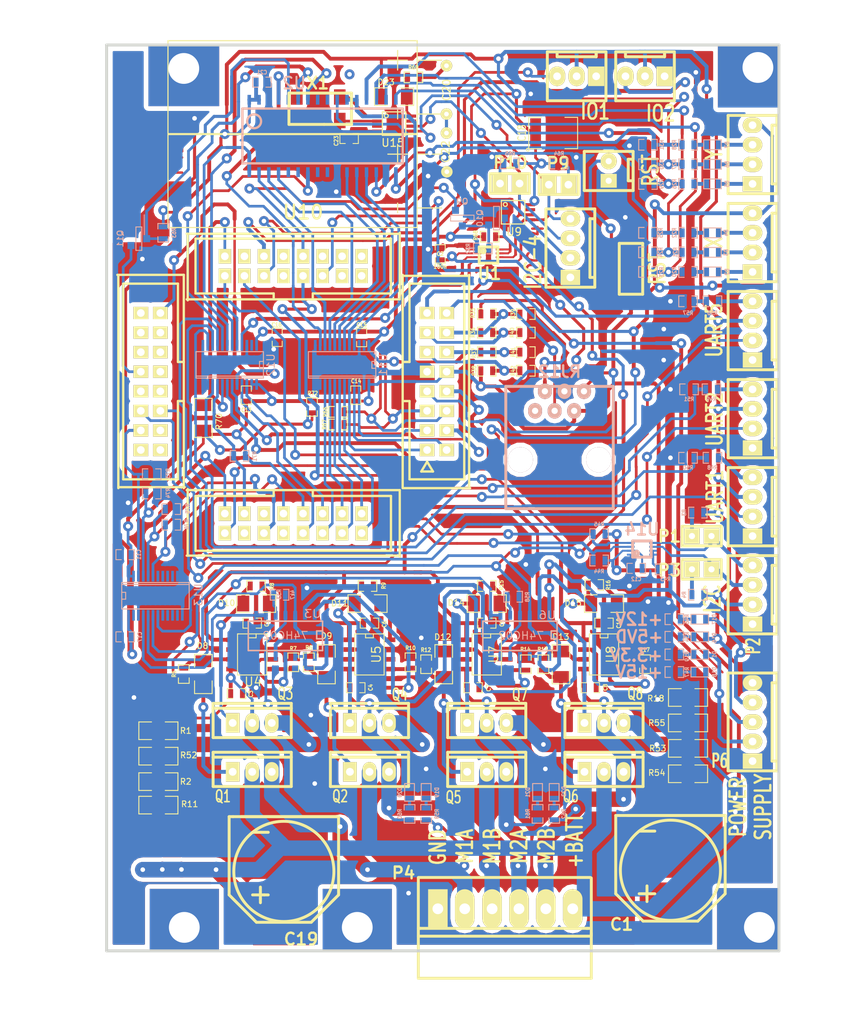
<source format=kicad_pcb>
(kicad_pcb (version 4) (host pcbnew 4.0.6)
  (title_block (title MOTOR_BOARD) (rev V3-41) (company "CYBERNETISUE EN NORD") (comment 1 F4DEB))
  (layers (0 Dessus signal) (31 Dessous signal) (34 B.Paste user) (35 F.Paste user) (36 B.SilkS user) (37 F.SilkS user) (38 B.Mask user) (39 F.Mask user) (44 Edge.Cuts user))
  (net 0 "")
  (net 1 +12V)
  (net 2 +15V)
  (net 3 +3.3V)
  (net 4 +5VD)
  (net 5 /MOTOR/DIR1)
  (net 6 /MOTOR/DIR2)
  (net 7 /MOTOR/M1A)
  (net 8 /MOTOR/M1B)
  (net 9 /MOTOR/M2A)
  (net 10 /MOTOR/M2B)
  (net 11 /MOTOR/MOTOREN)
  (net 12 /MOTOR/PWM1)
  (net 13 /MOTOR/PWM2)
  (net 14 /PIC30F4013/BD0)
  (net 15 /PIC30F4013/BD1)
  (net 16 /PIC30F4013/BD2)
  (net 17 /PIC30F4013/BD3)
  (net 18 /PIC30F4013/BD4)
  (net 19 /PIC30F4013/BD5)
  (net 20 /PIC30F4013/BD6)
  (net 21 /PIC30F4013/BD7)
  (net 22 /PIC30F4013/BOSC)
  (net 23 /PIC30F4013/D0)
  (net 24 /PIC30F4013/D1)
  (net 25 /PIC30F4013/D2)
  (net 26 /PIC30F4013/D3)
  (net 27 /PIC30F4013/D4)
  (net 28 /PIC30F4013/D5)
  (net 29 /PIC30F4013/D6)
  (net 30 /PIC30F4013/D7)
  (net 31 /PIC30F4013/DI1)
  (net 32 /PIC30F4013/DI2)
  (net 33 /PIC30F4013/IO1)
  (net 34 /PIC30F4013/IO2)
  (net 35 /PIC30F4013/OE)
  (net 36 /PIC30F4013/OSC)
  (net 37 /PIC30F4013/PGC)
  (net 38 /PIC30F4013/PGD)
  (net 39 /PIC30F4013/PW1)
  (net 40 /PIC30F4013/PW2)
  (net 41 /PIC30F4013/RF0)
  (net 42 /PIC30F4013/RF1)
  (net 43 /PIC30F4013/RST)
  (net 44 /PIC30F4013/RSTxy)
  (net 45 /PIC30F4013/RX1)
  (net 46 /PIC30F4013/RX2)
  (net 47 /PIC30F4013/RX5)
  (net 48 /PIC30F4013/SCL1)
  (net 49 /PIC30F4013/SCL4)
  (net 50 /PIC30F4013/SCL403V3)
  (net 51 /PIC30F4013/SDA1)
  (net 52 /PIC30F4013/SDA4)
  (net 53 /PIC30F4013/SDA403V3)
  (net 54 /PIC30F4013/SEL1)
  (net 55 /PIC30F4013/SEL2)
  (net 56 /PIC30F4013/TX5)
  (net 57 /PIC30F4013/U1RX)
  (net 58 /PIC30F4013/U1TX)
  (net 59 /PIC30F4013/U2RX)
  (net 60 /PIC30F4013/U2TX)
  (net 61 /PIC30F4013/U5RX)
  (net 62 /PIC30F4013/U5TX)
  (net 63 /PIC30F4013/X/Y)
  (net 64 GND)
  (net 65 N-00000104)
  (net 66 N-00000106)
  (net 67 N-00000107)
  (net 68 N-00000108)
  (net 69 N-00000109)
  (net 70 N-00000110)
  (net 71 N-0000015)
  (net 72 N-00000156)
  (net 73 N-00000157)
  (net 74 N-00000158)
  (net 75 N-00000159)
  (net 76 N-0000016)
  (net 77 N-00000160)
  (net 78 N-00000161)
  (net 79 N-00000162)
  (net 80 N-00000163)
  (net 81 N-00000164)
  (net 82 N-00000165)
  (net 83 N-00000166)
  (net 84 N-00000167)
  (net 85 N-00000168)
  (net 86 N-00000169)
  (net 87 N-0000017)
  (net 88 N-00000170)
  (net 89 N-00000171)
  (net 90 N-00000172)
  (net 91 N-00000173)
  (net 92 N-00000174)
  (net 93 N-00000175)
  (net 94 N-00000176)
  (net 95 N-00000177)
  (net 96 N-00000178)
  (net 97 N-00000179)
  (net 98 N-00000180)
  (net 99 N-00000181)
  (net 100 N-00000182)
  (net 101 N-00000183)
  (net 102 N-00000184)
  (net 103 N-00000185)
  (net 104 N-00000186)
  (net 105 N-00000187)
  (net 106 N-00000188)
  (net 107 N-00000189)
  (net 108 N-0000019)
  (net 109 N-00000190)
  (net 110 N-00000191)
  (net 111 N-00000193)
  (net 112 N-00000197)
  (net 113 N-00000198)
  (net 114 N-00000199)
  (net 115 N-0000023)
  (net 116 N-0000025)
  (net 117 N-0000027)
  (net 118 N-0000040)
  (net 119 N-0000041)
  (net 120 N-0000042)
  (net 121 N-0000043)
  (net 122 N-0000044)
  (net 123 N-0000045)
  (net 124 N-0000046)
  (net 125 N-0000047)
  (net 126 N-0000048)
  (net 127 N-0000049)
  (net 128 N-0000050)
  (net 129 N-0000051)
  (net 130 N-0000052)
  (net 131 N-0000053)
  (net 132 N-0000054)
  (net 133 N-0000055)
  (net 134 N-0000056)
  (net 135 N-0000057)
  (net 136 N-0000061)
  (net 137 N-0000062)
  (net 138 N-0000063)
  (net 139 N-0000076)
  (net 140 N-0000077)
  (net 141 N-0000078)
  (net 142 N-0000079)
  (net 143 N-0000080)
  (net 144 N-0000081)
  (net 145 N-0000082)
  (net 146 N-0000084)
  (net 147 N-0000086)
  (net 148 N-0000090)
  (module COLONETTE (layer Dessus) (at 256.159 158.242 180)
    (fp_text reference COLONETTE hide)
    (fp_text value VAL** hide)
    (pad 1 thru_hole rect (at 0 0 180) (size 8 8) (drill 4.0005 (offset 1.5 1.1)) (layers *.Cu))
  )
  (module IRFIZ48V (layer Dessus) (at 190.246 131.699 90)
    (fp_text reference Q3 (at 3.81 4.318 180) (layer F.SilkS) (effects (font (size 1.524 1.016) (thickness 0.2032))))
    (fp_text value MOS_N hide)
    (pad 2 thru_hole oval (at 0 2.54 90) (size 2.54 1.778) (drill 1.016) (layers *.Cu *.Mask F.SilkS) (net 114 N-00000199))
    (pad 3 thru_hole oval (at 0 0 90) (size 2.54 1.778) (drill 1.016) (layers *.Cu *.Mask F.SilkS) (net 7 /MOTOR/M1A))
    (pad 1 thru_hole rect (at 0 -2.54 90) (size 2.54 1.778) (drill 1.016) (layers *.Cu *.Mask F.SilkS) (net 78 N-00000161))
  )
  (module IRFIZ48V (layer Dessus) (at 235.966 138.049 90)
    (fp_text reference Q6 (at -3.175 -4.318 180) (layer F.SilkS) (effects (font (size 1.524 1.016) (thickness 0.2032))))
    (fp_text value MOS_N hide)
    (pad 2 thru_hole oval (at 0 2.54 90) (size 2.54 1.778) (drill 1.016) (layers *.Cu *.Mask F.SilkS) (net 10 /MOTOR/M2B))
    (pad 3 thru_hole oval (at 0 0 90) (size 2.54 1.778) (drill 1.016) (layers *.Cu *.Mask F.SilkS) (net 2 +15V))
    (pad 1 thru_hole rect (at 0 -2.54 90) (size 2.54 1.778) (drill 1.016) (layers *.Cu *.Mask F.SilkS) (net 74 N-00000158))
  )
  (module IRFIZ48V (layer Dessus) (at 235.966 131.699 90)
    (fp_text reference Q8 (at 3.81 4.064 180) (layer F.SilkS) (effects (font (size 1.524 1.016) (thickness 0.2032))))
    (fp_text value MOS_N hide)
    (pad 2 thru_hole oval (at 0 2.54 90) (size 2.54 1.778) (drill 1.016) (layers *.Cu *.Mask F.SilkS) (net 110 N-00000191))
    (pad 3 thru_hole oval (at 0 0 90) (size 2.54 1.778) (drill 1.016) (layers *.Cu *.Mask F.SilkS) (net 10 /MOTOR/M2B))
    (pad 1 thru_hole rect (at 0 -2.54 90) (size 2.54 1.778) (drill 1.016) (layers *.Cu *.Mask F.SilkS) (net 85 N-00000168))
  )
  (module IRFIZ48V (layer Dessus) (at 205.486 138.049 90)
    (fp_text reference Q2 (at -3.175 -3.81 180) (layer F.SilkS) (effects (font (size 1.524 1.016) (thickness 0.2032))))
    (fp_text value MOS_N hide)
    (pad 2 thru_hole oval (at 0 2.54 90) (size 2.54 1.778) (drill 1.016) (layers *.Cu *.Mask F.SilkS) (net 8 /MOTOR/M1B))
    (pad 3 thru_hole oval (at 0 0 90) (size 2.54 1.778) (drill 1.016) (layers *.Cu *.Mask F.SilkS) (net 2 +15V))
    (pad 1 thru_hole rect (at 0 -2.54 90) (size 2.54 1.778) (drill 1.016) (layers *.Cu *.Mask F.SilkS) (net 86 N-00000169))
  )
  (module IRFIZ48V (layer Dessus) (at 205.486 131.699 90)
    (fp_text reference Q4 (at 3.683 3.937 180) (layer F.SilkS) (effects (font (size 1.524 1.016) (thickness 0.2032))))
    (fp_text value MOS_N hide)
    (pad 2 thru_hole oval (at 0 2.54 90) (size 2.54 1.778) (drill 1.016) (layers *.Cu *.Mask F.SilkS) (net 114 N-00000199))
    (pad 3 thru_hole oval (at 0 0 90) (size 2.54 1.778) (drill 1.016) (layers *.Cu *.Mask F.SilkS) (net 8 /MOTOR/M1B))
    (pad 1 thru_hole rect (at 0 -2.54 90) (size 2.54 1.778) (drill 1.016) (layers *.Cu *.Mask F.SilkS) (net 75 N-00000159))
  )
  (module IRFIZ48V (layer Dessus) (at 220.726 131.699 90)
    (fp_text reference Q7 (at 3.683 4.318 180) (layer F.SilkS) (effects (font (size 1.524 1.016) (thickness 0.2032))))
    (fp_text value MOS_N hide)
    (pad 2 thru_hole oval (at 0 2.54 90) (size 2.54 1.778) (drill 1.016) (layers *.Cu *.Mask F.SilkS) (net 110 N-00000191))
    (pad 3 thru_hole oval (at 0 0 90) (size 2.54 1.778) (drill 1.016) (layers *.Cu *.Mask F.SilkS) (net 9 /MOTOR/M2A))
    (pad 1 thru_hole rect (at 0 -2.54 90) (size 2.54 1.778) (drill 1.016) (layers *.Cu *.Mask F.SilkS) (net 72 N-00000156))
  )
  (module IRFIZ48V (layer Dessus) (at 190.246 138.049 90)
    (fp_text reference Q1 (at -3.175 -3.81 180) (layer F.SilkS) (effects (font (size 1.524 1.016) (thickness 0.2032))))
    (fp_text value MOS_N hide)
    (pad 2 thru_hole oval (at 0 2.54 90) (size 2.54 1.778) (drill 1.016) (layers *.Cu *.Mask F.SilkS) (net 7 /MOTOR/M1A))
    (pad 3 thru_hole oval (at 0 0 90) (size 2.54 1.778) (drill 1.016) (layers *.Cu *.Mask F.SilkS) (net 2 +15V))
    (pad 1 thru_hole rect (at 0 -2.54 90) (size 2.54 1.778) (drill 1.016) (layers *.Cu *.Mask F.SilkS) (net 79 N-00000162))
  )
  (module IRFIZ48V (layer Dessus) (at 220.726 138.049 90)
    (fp_text reference Q5 (at -3.302 -4.318 180) (layer F.SilkS) (effects (font (size 1.524 1.016) (thickness 0.2032))))
    (fp_text value MOS_N hide)
    (pad 2 thru_hole oval (at 0 2.54 90) (size 2.54 1.778) (drill 1.016) (layers *.Cu *.Mask F.SilkS) (net 9 /MOTOR/M2A))
    (pad 3 thru_hole oval (at 0 0 90) (size 2.54 1.778) (drill 1.016) (layers *.Cu *.Mask F.SilkS) (net 2 +15V))
    (pad 1 thru_hole rect (at 0 -2.54 90) (size 2.54 1.778) (drill 1.016) (layers *.Cu *.Mask F.SilkS) (net 84 N-00000167))
  )
  (module SM0603 (layer Dessous) (at 250.063 56.642 180)
    (fp_text reference D7 (at -1.905 0 270) (layer B.SilkS) (effects (font (size 0.508 0.4572) (thickness 0.1143)) (justify mirror)))
    (fp_text value JAUNE hide)
    (pad 1 smd rect (at -0.762 0 180) (size 0.635 1.143) (layers Dessous B.Paste B.Mask) (net 129 N-0000051))
    (pad 2 smd rect (at 0.762 0 180) (size 0.635 1.143) (layers Dessous B.Paste B.Mask) (net 126 N-0000048))
  )
  (module SM0603 (layer Dessous) (at 250.063 59.182 180)
    (fp_text reference D6 (at -1.905 0 270) (layer B.SilkS) (effects (font (size 0.508 0.4572) (thickness 0.1143)) (justify mirror)))
    (fp_text value JAUNE hide)
    (pad 1 smd rect (at -0.762 0 180) (size 0.635 1.143) (layers Dessous B.Paste B.Mask) (net 143 N-0000080))
    (pad 2 smd rect (at 0.762 0 180) (size 0.635 1.143) (layers Dessous B.Paste B.Mask) (net 146 N-0000084))
  )
  (module SM0603 (layer Dessous) (at 250.063 61.722 180)
    (fp_text reference D5 (at -1.905 0 270) (layer B.SilkS) (effects (font (size 0.508 0.4572) (thickness 0.1143)) (justify mirror)))
    (fp_text value JAUNE hide)
    (pad 1 smd rect (at -0.762 0 180) (size 0.635 1.143) (layers Dessous B.Paste B.Mask) (net 130 N-0000052))
    (pad 2 smd rect (at 0.762 0 180) (size 0.635 1.143) (layers Dessous B.Paste B.Mask) (net 127 N-0000049))
  )
  (module SM0603 (layer Dessous) (at 250.063 70.612 180)
    (fp_text reference D3 (at -1.778 0 270) (layer B.SilkS) (effects (font (size 0.508 0.4572) (thickness 0.1143)) (justify mirror)))
    (fp_text value JAUNE hide)
    (pad 1 smd rect (at -0.762 0 180) (size 0.635 1.143) (layers Dessous B.Paste B.Mask) (net 131 N-0000053))
    (pad 2 smd rect (at 0.762 0 180) (size 0.635 1.143) (layers Dessous B.Paste B.Mask) (net 140 N-0000077))
  )
  (module SM0603 (layer Dessous) (at 250.063 68.072 180)
    (fp_text reference D4 (at -1.778 0 270) (layer B.SilkS) (effects (font (size 0.508 0.4572) (thickness 0.1143)) (justify mirror)))
    (fp_text value JAUNE hide)
    (pad 1 smd rect (at -0.762 0 180) (size 0.635 1.143) (layers Dessous B.Paste B.Mask) (net 142 N-0000079))
    (pad 2 smd rect (at 0.762 0 180) (size 0.635 1.143) (layers Dessous B.Paste B.Mask) (net 134 N-0000056))
  )
  (module SM0603 (layer Dessous) (at 250.063 73.152 180)
    (fp_text reference D2 (at -1.905 0 270) (layer B.SilkS) (effects (font (size 0.508 0.4572) (thickness 0.1143)) (justify mirror)))
    (fp_text value JAUNE hide)
    (pad 1 smd rect (at -0.762 0 180) (size 0.635 1.143) (layers Dessous B.Paste B.Mask) (net 139 N-0000076))
    (pad 2 smd rect (at 0.762 0 180) (size 0.635 1.143) (layers Dessous B.Paste B.Mask) (net 135 N-0000057))
  )
  (module SM0603 (layer Dessous) (at 248.412 118.237 180)
    (fp_text reference D17 (at -1.905 0 270) (layer B.SilkS) (effects (font (size 0.508 0.4572) (thickness 0.1143)) (justify mirror)))
    (fp_text value VERT hide)
    (pad 1 smd rect (at -0.762 0 180) (size 0.635 1.143) (layers Dessous B.Paste B.Mask) (net 1 +12V))
    (pad 2 smd rect (at 0.762 0 180) (size 0.635 1.143) (layers Dessous B.Paste B.Mask) (net 76 N-0000016))
  )
  (module SM0603 (layer Dessous) (at 248.412 125.095 180)
    (fp_text reference D18 (at -1.905 0 270) (layer B.SilkS) (effects (font (size 0.508 0.4572) (thickness 0.1143)) (justify mirror)))
    (fp_text value VERT hide)
    (pad 1 smd rect (at -0.762 0 180) (size 0.635 1.143) (layers Dessous B.Paste B.Mask) (net 2 +15V))
    (pad 2 smd rect (at 0.762 0 180) (size 0.635 1.143) (layers Dessous B.Paste B.Mask) (net 87 N-0000017))
  )
  (module SM0603 (layer Dessous) (at 248.412 122.809 180)
    (fp_text reference D1 (at -1.905 0 270) (layer B.SilkS) (effects (font (size 0.508 0.4572) (thickness 0.1143)) (justify mirror)))
    (fp_text value VERT hide)
    (pad 1 smd rect (at -0.762 0 180) (size 0.635 1.143) (layers Dessous B.Paste B.Mask) (net 3 +3.3V))
    (pad 2 smd rect (at 0.762 0 180) (size 0.635 1.143) (layers Dessous B.Paste B.Mask) (net 108 N-0000019))
  )
  (module SM0603 (layer Dessous) (at 248.412 120.523 180)
    (fp_text reference D16 (at -1.905 -0.127 270) (layer B.SilkS) (effects (font (size 0.508 0.4572) (thickness 0.1143)) (justify mirror)))
    (fp_text value VERT hide)
    (pad 1 smd rect (at -0.762 0 180) (size 0.635 1.143) (layers Dessous B.Paste B.Mask) (net 4 +5VD))
    (pad 2 smd rect (at 0.762 0 180) (size 0.635 1.143) (layers Dessous B.Paste B.Mask) (net 71 N-0000015))
  )
  (module SM0603_Capa (layer Dessous) (at 191.516 48.514)
    (fp_text reference C21 (at 0 -1.27) (layer B.SilkS) (effects (font (size 0.508 0.4572) (thickness 0.1143)) (justify mirror)))
    (fp_text value 100n hide)
    (pad 1 smd rect (at -0.762 0) (size 0.635 1.143) (layers Dessous B.Paste B.Mask) (net 4 +5VD))
    (pad 2 smd rect (at 0.762 0) (size 0.635 1.143) (layers Dessous B.Paste B.Mask) (net 64 GND))
  )
  (module SM0603_Capa (layer Dessus) (at 235.966 118.745)
    (fp_text reference C10 (at 1.9304 0.0254 90) (layer F.SilkS) (effects (font (size 0.508 0.4572) (thickness 0.1143))))
    (fp_text value 100n hide)
    (pad 1 smd rect (at -0.762 0) (size 0.635 1.143) (layers Dessus F.Paste F.Mask) (net 1 +12V))
    (pad 2 smd rect (at 0.762 0) (size 0.635 1.143) (layers Dessus F.Paste F.Mask) (net 64 GND))
  )
  (module SM0603_Capa (layer Dessus) (at 205.486 118.745)
    (fp_text reference C6 (at 1.9304 0.127 90) (layer F.SilkS) (effects (font (size 0.508 0.4572) (thickness 0.1143))))
    (fp_text value 100n hide)
    (pad 1 smd rect (at -0.762 0) (size 0.635 1.143) (layers Dessus F.Paste F.Mask) (net 1 +12V))
    (pad 2 smd rect (at 0.762 0) (size 0.635 1.143) (layers Dessus F.Paste F.Mask) (net 64 GND))
  )
  (module SM0603_Capa (layer Dessus) (at 234.188 127.127)
    (fp_text reference C8 (at 1.9558 -0.0508 90) (layer F.SilkS) (effects (font (size 0.508 0.4572) (thickness 0.1143))))
    (fp_text value 100n hide)
    (pad 1 smd rect (at -0.762 0) (size 0.635 1.143) (layers Dessus F.Paste F.Mask) (net 10 /MOTOR/M2B))
    (pad 2 smd rect (at 0.762 0) (size 0.635 1.143) (layers Dessus F.Paste F.Mask) (net 101 N-00000183))
  )
  (module SM0603_Capa (layer Dessus) (at 188.214 127.889)
    (fp_text reference C3 (at 1.8542 0.0508 90) (layer F.SilkS) (effects (font (size 0.508 0.4572) (thickness 0.1143))))
    (fp_text value 100n hide)
    (pad 1 smd rect (at -0.762 0) (size 0.635 1.143) (layers Dessus F.Paste F.Mask) (net 7 /MOTOR/M1A))
    (pad 2 smd rect (at 0.762 0) (size 0.635 1.143) (layers Dessus F.Paste F.Mask) (net 93 N-00000175))
  )
  (module SM0603_Capa (layer Dessus) (at 204.47 81.661 270)
    (fp_text reference C15 (at -1.651 0 360) (layer F.SilkS) (effects (font (size 0.508 0.4572) (thickness 0.1143))))
    (fp_text value 100n hide)
    (pad 1 smd rect (at -0.762 0 270) (size 0.635 1.143) (layers Dessus F.Paste F.Mask) (net 4 +5VD))
    (pad 2 smd rect (at 0.762 0 270) (size 0.635 1.143) (layers Dessus F.Paste F.Mask) (net 64 GND))
  )
  (module SM0603_Capa (layer Dessus) (at 193.4972 81.6356 270)
    (fp_text reference C16 (at -1.6256 0.0762 360) (layer F.SilkS) (effects (font (size 0.508 0.4572) (thickness 0.1143))))
    (fp_text value 100n hide)
    (pad 1 smd rect (at -0.762 0 270) (size 0.635 1.143) (layers Dessus F.Paste F.Mask) (net 4 +5VD))
    (pad 2 smd rect (at 0.762 0 270) (size 0.635 1.143) (layers Dessus F.Paste F.Mask) (net 64 GND))
  )
  (module SM0603_Capa (layer Dessus) (at 218.948 127.127)
    (fp_text reference C7 (at 2.032 0.0508 90) (layer F.SilkS) (effects (font (size 0.508 0.4572) (thickness 0.1143))))
    (fp_text value 100n hide)
    (pad 1 smd rect (at -0.762 0) (size 0.635 1.143) (layers Dessus F.Paste F.Mask) (net 9 /MOTOR/M2A))
    (pad 2 smd rect (at 0.762 0) (size 0.635 1.143) (layers Dessus F.Paste F.Mask) (net 91 N-00000173))
  )
  (module SM0603_Capa (layer Dessus) (at 203.708 127.127)
    (fp_text reference C4 (at 1.9304 -0.0254 90) (layer F.SilkS) (effects (font (size 0.508 0.4572) (thickness 0.1143))))
    (fp_text value 100n hide)
    (pad 1 smd rect (at -0.762 0) (size 0.635 1.143) (layers Dessus F.Paste F.Mask) (net 8 /MOTOR/M1B))
    (pad 2 smd rect (at 0.762 0) (size 0.635 1.143) (layers Dessus F.Paste F.Mask) (net 94 N-00000176))
  )
  (module SM0603_Capa (layer Dessous) (at 173.736 120.523 180)
    (fp_text reference C17 (at -1.905 0 450) (layer B.SilkS) (effects (font (size 0.508 0.4572) (thickness 0.1143)) (justify mirror)))
    (fp_text value 100n hide)
    (pad 1 smd rect (at -0.762 0 180) (size 0.635 1.143) (layers Dessous B.Paste B.Mask) (net 4 +5VD))
    (pad 2 smd rect (at 0.762 0 180) (size 0.635 1.143) (layers Dessous B.Paste B.Mask) (net 64 GND))
  )
  (module SM0603_Capa (layer Dessus) (at 190.246 118.745)
    (fp_text reference C5 (at 1.905 0.0254 90) (layer F.SilkS) (effects (font (size 0.508 0.4572) (thickness 0.1143))))
    (fp_text value 100n hide)
    (pad 1 smd rect (at -0.762 0) (size 0.635 1.143) (layers Dessus F.Paste F.Mask) (net 1 +12V))
    (pad 2 smd rect (at 0.762 0) (size 0.635 1.143) (layers Dessus F.Paste F.Mask) (net 64 GND))
  )
  (module SM0603_Capa (layer Dessus) (at 220.726 118.745)
    (fp_text reference C9 (at 1.9812 0.0254 90) (layer F.SilkS) (effects (font (size 0.508 0.4572) (thickness 0.1143))))
    (fp_text value 100n hide)
    (pad 1 smd rect (at -0.762 0) (size 0.635 1.143) (layers Dessus F.Paste F.Mask) (net 1 +12V))
    (pad 2 smd rect (at 0.762 0) (size 0.635 1.143) (layers Dessus F.Paste F.Mask) (net 64 GND))
  )
  (module SM0603_Capa (layer Dessous) (at 173.736 109.855 180)
    (fp_text reference C11 (at -1.778 0 450) (layer B.SilkS) (effects (font (size 0.508 0.4572) (thickness 0.1143)) (justify mirror)))
    (fp_text value 100n hide)
    (pad 1 smd rect (at -0.762 0 180) (size 0.635 1.143) (layers Dessous B.Paste B.Mask) (net 3 +3.3V))
    (pad 2 smd rect (at 0.762 0 180) (size 0.635 1.143) (layers Dessous B.Paste B.Mask) (net 64 GND))
  )
  (module SM0603_Capa (layer Dessous) (at 240.157 111.633 180)
    (fp_text reference C12 (at 0 -1.397 180) (layer B.SilkS) (effects (font (size 0.508 0.4572) (thickness 0.1143)) (justify mirror)))
    (fp_text value 100n hide)
    (pad 1 smd rect (at -0.762 0 180) (size 0.635 1.143) (layers Dessous B.Paste B.Mask) (net 3 +3.3V))
    (pad 2 smd rect (at 0.762 0 180) (size 0.635 1.143) (layers Dessous B.Paste B.Mask) (net 64 GND))
  )
  (module SM0603_Capa (layer Dessus) (at 189.484 89.154 90)
    (fp_text reference C13 (at -1.9304 0 180) (layer F.SilkS) (effects (font (size 0.508 0.4572) (thickness 0.1143))))
    (fp_text value 100n hide)
    (pad 1 smd rect (at -0.762 0 90) (size 0.635 1.143) (layers Dessus F.Paste F.Mask) (net 3 +3.3V))
    (pad 2 smd rect (at 0.762 0 90) (size 0.635 1.143) (layers Dessus F.Paste F.Mask) (net 64 GND))
  )
  (module SM0603_Capa (layer Dessus) (at 203.708 89.154 90)
    (fp_text reference C14 (at 1.8288 0.0508 180) (layer F.SilkS) (effects (font (size 0.508 0.4572) (thickness 0.1143))))
    (fp_text value 100n hide)
    (pad 1 smd rect (at -0.762 0 90) (size 0.635 1.143) (layers Dessus F.Paste F.Mask) (net 3 +3.3V))
    (pad 2 smd rect (at 0.762 0 90) (size 0.635 1.143) (layers Dessus F.Paste F.Mask) (net 64 GND))
  )
  (module SM0603_Resistor (layer Dessus) (at 197.612 123.825 90)
    (fp_text reference R6 (at 1.905 0 180) (layer F.SilkS) (effects (font (size 0.50038 0.4572) (thickness 0.1143))))
    (fp_text value 47 hide)
    (pad 1 smd rect (at -0.762 0 90) (size 0.635 1.143) (layers Dessus F.Paste F.Mask) (net 86 N-00000169))
    (pad 2 smd rect (at 0.762 0 90) (size 0.635 1.143) (layers Dessus F.Paste F.Mask) (net 77 N-00000160))
  )
  (module SM0603_Resistor (layer Dessus) (at 205.232 113.919)
    (fp_text reference R9 (at 2.1082 -0.0254 90) (layer F.SilkS) (effects (font (size 0.50038 0.4572) (thickness 0.1143))))
    (fp_text value 47 hide)
    (pad 1 smd rect (at -0.762 0) (size 0.635 1.143) (layers Dessus F.Paste F.Mask) (net 75 N-00000159))
    (pad 2 smd rect (at 0.762 0) (size 0.635 1.143) (layers Dessus F.Paste F.Mask) (net 95 N-00000177))
  )
  (module SM0603_Resistor (layer Dessus) (at 190.754 113.919)
    (fp_text reference R8 (at 2.0574 0.0254 90) (layer F.SilkS) (effects (font (size 0.50038 0.4572) (thickness 0.1143))))
    (fp_text value 47 hide)
    (pad 1 smd rect (at -0.762 0) (size 0.635 1.143) (layers Dessus F.Paste F.Mask) (net 78 N-00000161))
    (pad 2 smd rect (at 0.762 0) (size 0.635 1.143) (layers Dessus F.Paste F.Mask) (net 100 N-00000182))
  )
  (module SM0603_Resistor (layer Dessus) (at 210.82 123.825 90)
    (fp_text reference R10 (at 1.8542 0 180) (layer F.SilkS) (effects (font (size 0.50038 0.4572) (thickness 0.1143))))
    (fp_text value 220k hide)
    (pad 1 smd rect (at -0.762 0 90) (size 0.635 1.143) (layers Dessus F.Paste F.Mask) (net 96 N-00000178))
    (pad 2 smd rect (at 0.762 0 90) (size 0.635 1.143) (layers Dessus F.Paste F.Mask) (net 64 GND))
  )
  (module SM0603_Resistor (layer Dessus) (at 241.3 124.079 90)
    (fp_text reference R17 (at 1.8796 -0.0508 180) (layer F.SilkS) (effects (font (size 0.50038 0.4572) (thickness 0.1143))))
    (fp_text value 220k hide)
    (pad 1 smd rect (at -0.762 0 90) (size 0.635 1.143) (layers Dessus F.Paste F.Mask) (net 102 N-00000184))
    (pad 2 smd rect (at 0.762 0 90) (size 0.635 1.143) (layers Dessus F.Paste F.Mask) (net 64 GND))
  )
  (module SM0603_Resistor (layer Dessus) (at 228.092 124.079 90)
    (fp_text reference R13 (at 1.9304 -0.1016 180) (layer F.SilkS) (effects (font (size 0.50038 0.4572) (thickness 0.1143))))
    (fp_text value 47 hide)
    (pad 1 smd rect (at -0.762 0 90) (size 0.635 1.143) (layers Dessus F.Paste F.Mask) (net 74 N-00000158))
    (pad 2 smd rect (at 0.762 0 90) (size 0.635 1.143) (layers Dessus F.Paste F.Mask) (net 97 N-00000179))
  )
  (module SM0603_Resistor (layer Dessus) (at 234.696 113.792)
    (fp_text reference R16 (at 1.8288 0.0254 90) (layer F.SilkS) (effects (font (size 0.50038 0.4572) (thickness 0.1143))))
    (fp_text value 47 hide)
    (pad 1 smd rect (at -0.762 0) (size 0.635 1.143) (layers Dessus F.Paste F.Mask) (net 85 N-00000168))
    (pad 2 smd rect (at 0.762 0) (size 0.635 1.143) (layers Dessus F.Paste F.Mask) (net 73 N-00000157))
  )
  (module SM0603_Resistor (layer Dessus) (at 220.726 113.919)
    (fp_text reference R15 (at 1.905 -0.1016 90) (layer F.SilkS) (effects (font (size 0.50038 0.4572) (thickness 0.1143))))
    (fp_text value 47 hide)
    (pad 1 smd rect (at -0.762 0) (size 0.635 1.143) (layers Dessus F.Paste F.Mask) (net 72 N-00000156))
    (pad 2 smd rect (at 0.762 0) (size 0.635 1.143) (layers Dessus F.Paste F.Mask) (net 98 N-00000180))
  )
  (module SM0603_Resistor (layer Dessus) (at 212.852 124.079 90)
    (fp_text reference R12 (at 1.8542 -0.0254 180) (layer F.SilkS) (effects (font (size 0.50038 0.4572) (thickness 0.1143))))
    (fp_text value 47 hide)
    (pad 1 smd rect (at -0.762 0 90) (size 0.635 1.143) (layers Dessus F.Paste F.Mask) (net 84 N-00000167))
    (pad 2 smd rect (at 0.762 0 90) (size 0.635 1.143) (layers Dessus F.Paste F.Mask) (net 90 N-00000172))
  )
  (module SM0603_Resistor (layer Dessus) (at 225.806 124.079 90)
    (fp_text reference R14 (at 1.9304 -0.0508 180) (layer F.SilkS) (effects (font (size 0.50038 0.4572) (thickness 0.1143))))
    (fp_text value 220k hide)
    (pad 1 smd rect (at -0.762 0 90) (size 0.635 1.143) (layers Dessus F.Paste F.Mask) (net 89 N-00000171))
    (pad 2 smd rect (at 0.762 0 90) (size 0.635 1.143) (layers Dessus F.Paste F.Mask) (net 64 GND))
  )
  (module SM0603_Resistor (layer Dessous) (at 245.11 125.095 180)
    (fp_text reference R47 (at -1.651 0 450) (layer B.SilkS) (effects (font (size 0.50038 0.4572) (thickness 0.1143)) (justify mirror)))
    (fp_text value 3k3 hide)
    (pad 1 smd rect (at -0.762 0 180) (size 0.635 1.143) (layers Dessous B.Paste B.Mask) (net 87 N-0000017))
    (pad 2 smd rect (at 0.762 0 180) (size 0.635 1.143) (layers Dessous B.Paste B.Mask) (net 64 GND))
  )
  (module SM0603_Resistor (layer Dessous) (at 245.11 118.237 180)
    (fp_text reference R46 (at -1.651 0 450) (layer B.SilkS) (effects (font (size 0.50038 0.4572) (thickness 0.1143)) (justify mirror)))
    (fp_text value 3k3 hide)
    (pad 1 smd rect (at -0.762 0 180) (size 0.635 1.143) (layers Dessous B.Paste B.Mask) (net 76 N-0000016))
    (pad 2 smd rect (at 0.762 0 180) (size 0.635 1.143) (layers Dessous B.Paste B.Mask) (net 64 GND))
  )
  (module SM0603_Resistor (layer Dessous) (at 245.11 120.523 180)
    (fp_text reference R34 (at -1.651 0 450) (layer B.SilkS) (effects (font (size 0.50038 0.4572) (thickness 0.1143)) (justify mirror)))
    (fp_text value 1k hide)
    (pad 1 smd rect (at -0.762 0 180) (size 0.635 1.143) (layers Dessous B.Paste B.Mask) (net 71 N-0000015))
    (pad 2 smd rect (at 0.762 0 180) (size 0.635 1.143) (layers Dessous B.Paste B.Mask) (net 64 GND))
  )
  (module SM0603_Resistor (layer Dessous) (at 245.11 122.809 180)
    (fp_text reference R19 (at -1.651 -0.254 450) (layer B.SilkS) (effects (font (size 0.50038 0.4572) (thickness 0.1143)) (justify mirror)))
    (fp_text value 470 hide)
    (pad 1 smd rect (at -0.762 0 180) (size 0.635 1.143) (layers Dessous B.Paste B.Mask) (net 108 N-0000019))
    (pad 2 smd rect (at 0.762 0 180) (size 0.635 1.143) (layers Dessous B.Paste B.Mask) (net 64 GND))
  )
  (module SM0603_Resistor (layer Dessous) (at 248.158 115.062 180)
    (fp_text reference R4 (at 1.778 0 270) (layer B.SilkS) (effects (font (size 0.50038 0.4572) (thickness 0.1143)) (justify mirror)))
    (fp_text value 1.5k hide)
    (pad 1 smd rect (at -0.762 0 180) (size 0.635 1.143) (layers Dessous B.Paste B.Mask) (net 4 +5VD))
    (pad 2 smd rect (at 0.762 0 180) (size 0.635 1.143) (layers Dessous B.Paste B.Mask) (net 115 N-0000023))
  )
  (module SM0603_Resistor (layer Dessus) (at 181.356 125.349 90)
    (fp_text reference R5 (at 0 -1.27 270) (layer F.SilkS) (effects (font (size 0.50038 0.4572) (thickness 0.1143))))
    (fp_text value 47 hide)
    (pad 1 smd rect (at -0.762 0 90) (size 0.635 1.143) (layers Dessus F.Paste F.Mask) (net 79 N-00000162))
    (pad 2 smd rect (at 0.762 0 90) (size 0.635 1.143) (layers Dessus F.Paste F.Mask) (net 99 N-00000181))
  )
  (module SM0603_Resistor (layer Dessous) (at 246.888 70.612 180)
    (fp_text reference R21 (at 1.651 0 450) (layer B.SilkS) (effects (font (size 0.50038 0.4572) (thickness 0.1143)) (justify mirror)))
    (fp_text value 1.5k hide)
    (pad 1 smd rect (at -0.762 0 180) (size 0.635 1.143) (layers Dessous B.Paste B.Mask) (net 140 N-0000077))
    (pad 2 smd rect (at 0.762 0 180) (size 0.635 1.143) (layers Dessous B.Paste B.Mask) (net 141 N-0000078))
  )
  (module SM0603_Resistor (layer Dessous) (at 246.888 73.152 180)
    (fp_text reference R20 (at 1.778 0 450) (layer B.SilkS) (effects (font (size 0.50038 0.4572) (thickness 0.1143)) (justify mirror)))
    (fp_text value 1.5k hide)
    (pad 1 smd rect (at -0.762 0 180) (size 0.635 1.143) (layers Dessous B.Paste B.Mask) (net 135 N-0000057))
    (pad 2 smd rect (at 0.762 0 180) (size 0.635 1.143) (layers Dessous B.Paste B.Mask) (net 132 N-0000054))
  )
  (module SM0603_Resistor (layer Dessus) (at 220.726 78.613)
    (fp_text reference R35 (at -1.778 -0.127 90) (layer F.SilkS) (effects (font (size 0.50038 0.4572) (thickness 0.1143))))
    (fp_text value "10k 1%" hide)
    (pad 1 smd rect (at -0.762 0) (size 0.635 1.143) (layers Dessus F.Paste F.Mask) (net 2 +15V))
    (pad 2 smd rect (at 0.762 0) (size 0.635 1.143) (layers Dessus F.Paste F.Mask) (net 120 N-0000042))
  )
  (module SM0603_Resistor (layer Dessus) (at 220.726 81.026)
    (fp_text reference R36 (at -1.778 0 90) (layer F.SilkS) (effects (font (size 0.50038 0.4572) (thickness 0.1143))))
    (fp_text value "10k 1%" hide)
    (pad 1 smd rect (at -0.762 0) (size 0.635 1.143) (layers Dessus F.Paste F.Mask) (net 1 +12V))
    (pad 2 smd rect (at 0.762 0) (size 0.635 1.143) (layers Dessus F.Paste F.Mask) (net 121 N-0000043))
  )
  (module SM0603_Resistor (layer Dessus) (at 220.726 83.566)
    (fp_text reference R37 (at -1.651 0.127 90) (layer F.SilkS) (effects (font (size 0.50038 0.4572) (thickness 0.1143))))
    (fp_text value "10k 1%" hide)
    (pad 1 smd rect (at -0.762 0) (size 0.635 1.143) (layers Dessus F.Paste F.Mask) (net 4 +5VD))
    (pad 2 smd rect (at 0.762 0) (size 0.635 1.143) (layers Dessus F.Paste F.Mask) (net 122 N-0000044))
  )
  (module SM0603_Resistor (layer Dessus) (at 220.726 85.979)
    (fp_text reference R38 (at -1.651 0 90) (layer F.SilkS) (effects (font (size 0.50038 0.4572) (thickness 0.1143))))
    (fp_text value "10k 1%" hide)
    (pad 1 smd rect (at -0.762 0) (size 0.635 1.143) (layers Dessus F.Paste F.Mask) (net 3 +3.3V))
    (pad 2 smd rect (at 0.762 0) (size 0.635 1.143) (layers Dessus F.Paste F.Mask) (net 119 N-0000041))
  )
  (module SM0603_Resistor (layer Dessus) (at 225.806 78.613)
    (fp_text reference R39 (at -1.651 0 90) (layer F.SilkS) (effects (font (size 0.50038 0.4572) (thickness 0.1143))))
    (fp_text value "1k 1%" hide)
    (pad 1 smd rect (at -0.762 0) (size 0.635 1.143) (layers Dessus F.Paste F.Mask) (net 120 N-0000042))
    (pad 2 smd rect (at 0.762 0) (size 0.635 1.143) (layers Dessus F.Paste F.Mask) (net 64 GND))
  )
  (module SM0603_Resistor (layer Dessus) (at 225.806 81.026)
    (fp_text reference R40 (at -1.778 0 90) (layer F.SilkS) (effects (font (size 0.50038 0.4572) (thickness 0.1143))))
    (fp_text value "1k 1%" hide)
    (pad 1 smd rect (at -0.762 0) (size 0.635 1.143) (layers Dessus F.Paste F.Mask) (net 121 N-0000043))
    (pad 2 smd rect (at 0.762 0) (size 0.635 1.143) (layers Dessus F.Paste F.Mask) (net 64 GND))
  )
  (module SM0603_Resistor (layer Dessus) (at 225.806 83.566)
    (fp_text reference R41 (at -1.651 0 90) (layer F.SilkS) (effects (font (size 0.50038 0.4572) (thickness 0.1143))))
    (fp_text value "1k 1%" hide)
    (pad 1 smd rect (at -0.762 0) (size 0.635 1.143) (layers Dessus F.Paste F.Mask) (net 122 N-0000044))
    (pad 2 smd rect (at 0.762 0) (size 0.635 1.143) (layers Dessus F.Paste F.Mask) (net 64 GND))
  )
  (module SM0603_Resistor (layer Dessus) (at 225.806 85.979)
    (fp_text reference R42 (at -1.651 0 90) (layer F.SilkS) (effects (font (size 0.50038 0.4572) (thickness 0.1143))))
    (fp_text value "1k 1%" hide)
    (pad 1 smd rect (at -0.762 0) (size 0.635 1.143) (layers Dessus F.Paste F.Mask) (net 119 N-0000041))
    (pad 2 smd rect (at 0.762 0) (size 0.635 1.143) (layers Dessus F.Paste F.Mask) (net 64 GND))
  )
  (module SM0603_Resistor (layer Dessous) (at 246.888 68.072 180)
    (fp_text reference R22 (at 1.778 0 450) (layer B.SilkS) (effects (font (size 0.50038 0.4572) (thickness 0.1143)) (justify mirror)))
    (fp_text value 1.5k hide)
    (pad 1 smd rect (at -0.762 0 180) (size 0.635 1.143) (layers Dessous B.Paste B.Mask) (net 134 N-0000056))
    (pad 2 smd rect (at 0.762 0 180) (size 0.635 1.143) (layers Dessous B.Paste B.Mask) (net 133 N-0000055))
  )
  (module SM0603_Resistor (layer Dessous) (at 235.331 110.617 180)
    (fp_text reference R44 (at 0 -1.397 180) (layer B.SilkS) (effects (font (size 0.50038 0.4572) (thickness 0.1143)) (justify mirror)))
    (fp_text value 2.1k hide)
    (pad 1 smd rect (at -0.762 0 180) (size 0.635 1.143) (layers Dessous B.Paste B.Mask) (net 3 +3.3V))
    (pad 2 smd rect (at 0.762 0 180) (size 0.635 1.143) (layers Dessous B.Paste B.Mask) (net 137 N-0000062))
  )
  (module SM0603_Resistor (layer Dessous) (at 235.331 107.188 180)
    (fp_text reference R45 (at 0 1.27 180) (layer B.SilkS) (effects (font (size 0.50038 0.4572) (thickness 0.1143)) (justify mirror)))
    (fp_text value 2.1k hide)
    (pad 1 smd rect (at -0.762 0 180) (size 0.635 1.143) (layers Dessous B.Paste B.Mask) (net 3 +3.3V))
    (pad 2 smd rect (at 0.762 0 180) (size 0.635 1.143) (layers Dessous B.Paste B.Mask) (net 136 N-0000061))
  )
  (module SM0603_Resistor (layer Dessous) (at 246.888 97.282 180)
    (fp_text reference R50 (at 0 -1.27 180) (layer B.SilkS) (effects (font (size 0.50038 0.4572) (thickness 0.1143)) (justify mirror)))
    (fp_text value 1k5 hide)
    (pad 1 smd rect (at -0.762 0 180) (size 0.635 1.143) (layers Dessous B.Paste B.Mask) (net 45 /PIC30F4013/RX1))
    (pad 2 smd rect (at 0.762 0 180) (size 0.635 1.143) (layers Dessous B.Paste B.Mask) (net 64 GND))
  )
  (module SM0603_Resistor (layer Dessous) (at 247.015 88.392 180)
    (fp_text reference R51 (at 0 -1.27 180) (layer B.SilkS) (effects (font (size 0.50038 0.4572) (thickness 0.1143)) (justify mirror)))
    (fp_text value 1k5 hide)
    (pad 1 smd rect (at -0.762 0 180) (size 0.635 1.143) (layers Dessous B.Paste B.Mask) (net 46 /PIC30F4013/RX2))
    (pad 2 smd rect (at 0.762 0 180) (size 0.635 1.143) (layers Dessous B.Paste B.Mask) (net 64 GND))
  )
  (module SM0603_Resistor (layer Dessous) (at 249.936 88.392 180)
    (fp_text reference R49 (at 0 -1.27 180) (layer B.SilkS) (effects (font (size 0.50038 0.4572) (thickness 0.1143)) (justify mirror)))
    (fp_text value 1k hide)
    (pad 1 smd rect (at -0.762 0 180) (size 0.635 1.143) (layers Dessous B.Paste B.Mask) (net 59 /PIC30F4013/U2RX))
    (pad 2 smd rect (at 0.762 0 180) (size 0.635 1.143) (layers Dessous B.Paste B.Mask) (net 46 /PIC30F4013/RX2))
  )
  (module SM0603_Resistor (layer Dessous) (at 250.063 97.282 180)
    (fp_text reference R48 (at 0 -1.27 180) (layer B.SilkS) (effects (font (size 0.50038 0.4572) (thickness 0.1143)) (justify mirror)))
    (fp_text value 1k hide)
    (pad 1 smd rect (at -0.762 0 180) (size 0.635 1.143) (layers Dessous B.Paste B.Mask) (net 57 /PIC30F4013/U1RX))
    (pad 2 smd rect (at 0.762 0 180) (size 0.635 1.143) (layers Dessous B.Paste B.Mask) (net 45 /PIC30F4013/RX1))
  )
  (module SM0603_Resistor (layer Dessous) (at 246.888 76.962 180)
    (fp_text reference R57 (at 0 -1.524 180) (layer B.SilkS) (effects (font (size 0.50038 0.4572) (thickness 0.1143)) (justify mirror)))
    (fp_text value 1k5 hide)
    (pad 1 smd rect (at -0.762 0 180) (size 0.635 1.143) (layers Dessous B.Paste B.Mask) (net 47 /PIC30F4013/RX5))
    (pad 2 smd rect (at 0.762 0 180) (size 0.635 1.143) (layers Dessous B.Paste B.Mask) (net 64 GND))
  )
  (module SM0603_Resistor (layer Dessous) (at 250.063 76.962 180)
    (fp_text reference R56 (at 0 -1.524 180) (layer B.SilkS) (effects (font (size 0.50038 0.4572) (thickness 0.1143)) (justify mirror)))
    (fp_text value 1k hide)
    (pad 1 smd rect (at -0.762 0 180) (size 0.635 1.143) (layers Dessous B.Paste B.Mask) (net 61 /PIC30F4013/U5RX))
    (pad 2 smd rect (at 0.762 0 180) (size 0.635 1.143) (layers Dessous B.Paste B.Mask) (net 47 /PIC30F4013/RX5))
  )
  (module SM0603_Resistor (layer Dessous) (at 243.84 111.76 180)
    (fp_text reference R43 (at -0.127 -1.27 180) (layer B.SilkS) (effects (font (size 0.50038 0.4572) (thickness 0.1143)) (justify mirror)))
    (fp_text value 200k hide)
    (pad 1 smd rect (at -0.762 0 180) (size 0.635 1.143) (layers Dessous B.Paste B.Mask) (net 4 +5VD))
    (pad 2 smd rect (at 0.762 0 180) (size 0.635 1.143) (layers Dessous B.Paste B.Mask) (net 138 N-0000063))
  )
  (module SM0603_Resistor (layer Dessous) (at 248.158 104.394 180)
    (fp_text reference R3 (at 1.778 0 450) (layer B.SilkS) (effects (font (size 0.50038 0.4572) (thickness 0.1143)) (justify mirror)))
    (fp_text value 1.5k hide)
    (pad 1 smd rect (at -0.762 0 180) (size 0.635 1.143) (layers Dessous B.Paste B.Mask) (net 4 +5VD))
    (pad 2 smd rect (at 0.762 0 180) (size 0.635 1.143) (layers Dessous B.Paste B.Mask) (net 118 N-0000040))
  )
  (module SM0603_Resistor (layer Dessous) (at 241.681 56.642 180)
    (fp_text reference R31 (at -1.778 0 450) (layer B.SilkS) (effects (font (size 0.50038 0.4572) (thickness 0.1143)) (justify mirror)))
    (fp_text value 1.5k hide)
    (pad 1 smd rect (at -0.762 0 180) (size 0.635 1.143) (layers Dessous B.Paste B.Mask) (net 145 N-0000082))
    (pad 2 smd rect (at 0.762 0 180) (size 0.635 1.143) (layers Dessous B.Paste B.Mask) (net 64 GND))
  )
  (module SM0603_Resistor (layer Dessous) (at 241.681 59.182 180)
    (fp_text reference R30 (at -1.778 0 450) (layer B.SilkS) (effects (font (size 0.50038 0.4572) (thickness 0.1143)) (justify mirror)))
    (fp_text value 1.5k hide)
    (pad 1 smd rect (at -0.762 0 180) (size 0.635 1.143) (layers Dessous B.Paste B.Mask) (net 128 N-0000050))
    (pad 2 smd rect (at 0.762 0 180) (size 0.635 1.143) (layers Dessous B.Paste B.Mask) (net 64 GND))
  )
  (module SM0603_Resistor (layer Dessous) (at 246.888 56.642 180)
    (fp_text reference R28 (at 1.778 0 450) (layer B.SilkS) (effects (font (size 0.50038 0.4572) (thickness 0.1143)) (justify mirror)))
    (fp_text value 1.5k hide)
    (pad 1 smd rect (at -0.762 0 180) (size 0.635 1.143) (layers Dessous B.Paste B.Mask) (net 126 N-0000048))
    (pad 2 smd rect (at 0.762 0 180) (size 0.635 1.143) (layers Dessous B.Paste B.Mask) (net 145 N-0000082))
  )
  (module SM0603_Resistor (layer Dessus) (at 195.58 123.825 90)
    (fp_text reference R7 (at 1.778 0 180) (layer F.SilkS) (effects (font (size 0.50038 0.4572) (thickness 0.1143))))
    (fp_text value 220k hide)
    (pad 1 smd rect (at -0.762 0 90) (size 0.635 1.143) (layers Dessus F.Paste F.Mask) (net 103 N-00000185))
    (pad 2 smd rect (at 0.762 0 90) (size 0.635 1.143) (layers Dessus F.Paste F.Mask) (net 64 GND))
  )
  (module SM0603_Resistor (layer Dessous) (at 246.888 61.722 180)
    (fp_text reference R26 (at 1.778 0 450) (layer B.SilkS) (effects (font (size 0.50038 0.4572) (thickness 0.1143)) (justify mirror)))
    (fp_text value 1.5k hide)
    (pad 1 smd rect (at -0.762 0 180) (size 0.635 1.143) (layers Dessous B.Paste B.Mask) (net 127 N-0000049))
    (pad 2 smd rect (at 0.762 0 180) (size 0.635 1.143) (layers Dessous B.Paste B.Mask) (net 144 N-0000081))
  )
  (module SM0603_Resistor (layer Dessous) (at 241.681 61.722 180)
    (fp_text reference R29 (at -1.778 0 450) (layer B.SilkS) (effects (font (size 0.50038 0.4572) (thickness 0.1143)) (justify mirror)))
    (fp_text value 1.5k hide)
    (pad 1 smd rect (at -0.762 0 180) (size 0.635 1.143) (layers Dessous B.Paste B.Mask) (net 144 N-0000081))
    (pad 2 smd rect (at 0.762 0 180) (size 0.635 1.143) (layers Dessous B.Paste B.Mask) (net 64 GND))
  )
  (module SM0603_Resistor (layer Dessous) (at 241.681 73.152 180)
    (fp_text reference R23 (at -1.778 0 450) (layer B.SilkS) (effects (font (size 0.50038 0.4572) (thickness 0.1143)) (justify mirror)))
    (fp_text value 1.5k hide)
    (pad 1 smd rect (at -0.762 0 180) (size 0.635 1.143) (layers Dessous B.Paste B.Mask) (net 132 N-0000054))
    (pad 2 smd rect (at 0.762 0 180) (size 0.635 1.143) (layers Dessous B.Paste B.Mask) (net 64 GND))
  )
  (module SM0603_Resistor (layer Dessous) (at 241.681 70.612 180)
    (fp_text reference R24 (at -1.651 0 450) (layer B.SilkS) (effects (font (size 0.50038 0.4572) (thickness 0.1143)) (justify mirror)))
    (fp_text value 1.5k hide)
    (pad 1 smd rect (at -0.762 0 180) (size 0.635 1.143) (layers Dessous B.Paste B.Mask) (net 141 N-0000078))
    (pad 2 smd rect (at 0.762 0 180) (size 0.635 1.143) (layers Dessous B.Paste B.Mask) (net 64 GND))
  )
  (module SM0603_Resistor (layer Dessous) (at 241.681 68.072 180)
    (fp_text reference R25 (at -1.651 0 450) (layer B.SilkS) (effects (font (size 0.50038 0.4572) (thickness 0.1143)) (justify mirror)))
    (fp_text value 1.5k hide)
    (pad 1 smd rect (at -0.762 0 180) (size 0.635 1.143) (layers Dessous B.Paste B.Mask) (net 133 N-0000055))
    (pad 2 smd rect (at 0.762 0 180) (size 0.635 1.143) (layers Dessous B.Paste B.Mask) (net 64 GND))
  )
  (module SM0603_Resistor (layer Dessous) (at 246.888 59.182 180)
    (fp_text reference R27 (at 1.778 0 450) (layer B.SilkS) (effects (font (size 0.50038 0.4572) (thickness 0.1143)) (justify mirror)))
    (fp_text value 1.5k hide)
    (pad 1 smd rect (at -0.762 0 180) (size 0.635 1.143) (layers Dessous B.Paste B.Mask) (net 146 N-0000084))
    (pad 2 smd rect (at 0.762 0 180) (size 0.635 1.143) (layers Dessous B.Paste B.Mask) (net 128 N-0000050))
  )
  (module SM1206 (layer Dessus) (at 178.054 132.715 180)
    (fp_text reference R1 (at -3.556 0 180) (layer F.SilkS) (effects (font (size 0.762 0.762) (thickness 0.127))))
    (fp_text value 0.068 hide)
    (pad 1 smd rect (at -1.651 0 180) (size 1.524 2.032) (layers Dessus F.Paste F.Mask) (net 114 N-00000199))
    (pad 2 smd rect (at 1.651 0 180) (size 1.524 2.032) (layers Dessus F.Paste F.Mask) (net 64 GND))
  )
  (module SM1206 (layer Dessus) (at 178.054 139.319 180)
    (fp_text reference R2 (at -3.556 0 180) (layer F.SilkS) (effects (font (size 0.762 0.762) (thickness 0.127))))
    (fp_text value 0.068 hide)
    (pad 1 smd rect (at -1.651 0 180) (size 1.524 2.032) (layers Dessus F.Paste F.Mask) (net 114 N-00000199))
    (pad 2 smd rect (at 1.651 0 180) (size 1.524 2.032) (layers Dessus F.Paste F.Mask) (net 64 GND))
  )
  (module SM1206 (layer Dessus) (at 178.054 136.017 180)
    (fp_text reference R52 (at -3.937 0.127 180) (layer F.SilkS) (effects (font (size 0.762 0.762) (thickness 0.127))))
    (fp_text value 0.068 hide)
    (pad 1 smd rect (at -1.651 0 180) (size 1.524 2.032) (layers Dessus F.Paste F.Mask) (net 114 N-00000199))
    (pad 2 smd rect (at 1.651 0 180) (size 1.524 2.032) (layers Dessus F.Paste F.Mask) (net 64 GND))
  )
  (module SM1206 (layer Dessus) (at 246.888 135.001)
    (fp_text reference R53 (at -3.937 0) (layer F.SilkS) (effects (font (size 0.762 0.762) (thickness 0.127))))
    (fp_text value 0.068 hide)
    (pad 1 smd rect (at -1.651 0) (size 1.524 2.032) (layers Dessus F.Paste F.Mask) (net 110 N-00000191))
    (pad 2 smd rect (at 1.651 0) (size 1.524 2.032) (layers Dessus F.Paste F.Mask) (net 64 GND))
  )
  (module SM1206 (layer Dessus) (at 246.888 138.303)
    (fp_text reference R54 (at -4.064 -0.127) (layer F.SilkS) (effects (font (size 0.762 0.762) (thickness 0.127))))
    (fp_text value 0.068 hide)
    (pad 1 smd rect (at -1.651 0) (size 1.524 2.032) (layers Dessus F.Paste F.Mask) (net 110 N-00000191))
    (pad 2 smd rect (at 1.651 0) (size 1.524 2.032) (layers Dessus F.Paste F.Mask) (net 64 GND))
  )
  (module SM1206 (layer Dessus) (at 246.888 131.699)
    (fp_text reference R55 (at -4.064 0) (layer F.SilkS) (effects (font (size 0.762 0.762) (thickness 0.127))))
    (fp_text value 0.068 hide)
    (pad 1 smd rect (at -1.651 0) (size 1.524 2.032) (layers Dessus F.Paste F.Mask) (net 110 N-00000191))
    (pad 2 smd rect (at 1.651 0) (size 1.524 2.032) (layers Dessus F.Paste F.Mask) (net 64 GND))
  )
  (module SM1206 (layer Dessus) (at 178.054 142.367 180)
    (fp_text reference R11 (at -4.064 0.127 180) (layer F.SilkS) (effects (font (size 0.762 0.762) (thickness 0.127))))
    (fp_text value 0.068 hide)
    (pad 1 smd rect (at -1.651 0 180) (size 1.524 2.032) (layers Dessus F.Paste F.Mask) (net 114 N-00000199))
    (pad 2 smd rect (at 1.651 0 180) (size 1.524 2.032) (layers Dessus F.Paste F.Mask) (net 64 GND))
  )
  (module SM1206 (layer Dessus) (at 246.888 128.397)
    (fp_text reference R18 (at -4.191 0.127) (layer F.SilkS) (effects (font (size 0.762 0.762) (thickness 0.127))))
    (fp_text value 0.068 hide)
    (pad 1 smd rect (at -1.651 0) (size 1.524 2.032) (layers Dessus F.Paste F.Mask) (net 110 N-00000191))
    (pad 2 smd rect (at 1.651 0) (size 1.524 2.032) (layers Dessus F.Paste F.Mask) (net 64 GND))
  )
  (module SM1206 (layer Dessus) (at 183.896 125.349 90)
    (fp_text reference D8 (at 3.6576 -0.1016 180) (layer F.SilkS) (effects (font (size 0.762 0.762) (thickness 0.127))))
    (fp_text value DIODE hide)
    (pad 1 smd rect (at -1.651 0 90) (size 1.524 2.032) (layers Dessus F.Paste F.Mask) (net 79 N-00000162))
    (pad 2 smd rect (at 1.651 0 90) (size 1.524 2.032) (layers Dessus F.Paste F.Mask) (net 99 N-00000181))
  )
  (module SM1206 (layer Dessus) (at 190.754 116.205)
    (fp_text reference D10 (at -3.8354 -0.0762) (layer F.SilkS) (effects (font (size 0.762 0.762) (thickness 0.127))))
    (fp_text value DIODE hide)
    (pad 1 smd rect (at -1.651 0) (size 1.524 2.032) (layers Dessus F.Paste F.Mask) (net 78 N-00000161))
    (pad 2 smd rect (at 1.651 0) (size 1.524 2.032) (layers Dessus F.Paste F.Mask) (net 100 N-00000182))
  )
  (module SM1206 (layer Dessus) (at 215.138 124.079 90)
    (fp_text reference D12 (at 3.5306 -0.127 180) (layer F.SilkS) (effects (font (size 0.762 0.762) (thickness 0.127))))
    (fp_text value DIODE hide)
    (pad 1 smd rect (at -1.651 0 90) (size 1.524 2.032) (layers Dessus F.Paste F.Mask) (net 84 N-00000167))
    (pad 2 smd rect (at 1.651 0 90) (size 1.524 2.032) (layers Dessus F.Paste F.Mask) (net 90 N-00000172))
  )
  (module SM1206 (layer Dessus) (at 220.726 116.205)
    (fp_text reference D14 (at -3.9624 -0.1016) (layer F.SilkS) (effects (font (size 0.762 0.762) (thickness 0.127))))
    (fp_text value DIODE hide)
    (pad 1 smd rect (at -1.651 0) (size 1.524 2.032) (layers Dessus F.Paste F.Mask) (net 72 N-00000156))
    (pad 2 smd rect (at 1.651 0) (size 1.524 2.032) (layers Dessus F.Paste F.Mask) (net 98 N-00000180))
  )
  (module SM1206 (layer Dessus) (at 230.378 124.079 90)
    (fp_text reference D13 (at 3.556 -0.0254 180) (layer F.SilkS) (effects (font (size 0.762 0.762) (thickness 0.127))))
    (fp_text value DIODE hide)
    (pad 1 smd rect (at -1.651 0 90) (size 1.524 2.032) (layers Dessus F.Paste F.Mask) (net 74 N-00000158))
    (pad 2 smd rect (at 1.651 0 90) (size 1.524 2.032) (layers Dessus F.Paste F.Mask) (net 97 N-00000179))
  )
  (module SM1206 (layer Dessus) (at 235.966 116.205)
    (fp_text reference D15 (at -4.0132 -0.0762) (layer F.SilkS) (effects (font (size 0.762 0.762) (thickness 0.127))))
    (fp_text value DIODE hide)
    (pad 1 smd rect (at -1.651 0) (size 1.524 2.032) (layers Dessus F.Paste F.Mask) (net 85 N-00000168))
    (pad 2 smd rect (at 1.651 0) (size 1.524 2.032) (layers Dessus F.Paste F.Mask) (net 73 N-00000157))
  )
  (module SM1206 (layer Dessus) (at 199.898 124.079 90)
    (fp_text reference D9 (at 3.683 0 180) (layer F.SilkS) (effects (font (size 0.762 0.762) (thickness 0.127))))
    (fp_text value DIODE hide)
    (pad 1 smd rect (at -1.651 0 90) (size 1.524 2.032) (layers Dessus F.Paste F.Mask) (net 86 N-00000169))
    (pad 2 smd rect (at 1.651 0 90) (size 1.524 2.032) (layers Dessus F.Paste F.Mask) (net 77 N-00000160))
  )
  (module SM1206 (layer Dessus) (at 205.232 116.205)
    (fp_text reference D11 (at -3.6322 -0.0254) (layer F.SilkS) (effects (font (size 0.762 0.762) (thickness 0.127))))
    (fp_text value DIODE hide)
    (pad 1 smd rect (at -1.651 0) (size 1.524 2.032) (layers Dessus F.Paste F.Mask) (net 75 N-00000159))
    (pad 2 smd rect (at 1.651 0) (size 1.524 2.032) (layers Dessus F.Paste F.Mask) (net 95 N-00000177))
  )
  (module SM1812 (layer Dessus) (at 229.362 55.118)
    (fp_text reference C18 (at -4.064 0 90) (layer F.SilkS) (effects (font (size 1.016 0.762) (thickness 0.127))))
    (fp_text value 47u hide)
    (pad 1 smd rect (at -2.286 0) (size 1.397 3.81) (layers Dessus F.Paste F.Mask) (net 4 +5VD))
    (pad 2 smd rect (at 2.286 0) (size 1.397 3.81) (layers Dessus F.Paste F.Mask) (net 64 GND))
  )
  (module SO14E (layer Dessous) (at 194.564 120.269 180)
    (fp_text reference U3 (at -3.5306 2.7432 180) (layer B.SilkS) (effects (font (size 1.016 1.143) (thickness 0.127)) (justify mirror)))
    (fp_text value 74HC02 (at 0 -0.1016 180) (layer B.SilkS) (effects (font (size 1.016 1.016) (thickness 0.127)) (justify mirror)))
    (pad 1 smd rect (at -3.81 -2.794 180) (size 0.508 1.143) (layers Dessous B.Paste B.Mask) (net 82 N-00000165))
    (pad 2 smd rect (at -2.54 -2.794 180) (size 0.508 1.143) (layers Dessous B.Paste B.Mask) (net 5 /MOTOR/DIR1))
    (pad 3 smd rect (at -1.27 -2.794 180) (size 0.508 1.143) (layers Dessous B.Paste B.Mask) (net 5 /MOTOR/DIR1))
    (pad 4 smd rect (at 0 -2.794 180) (size 0.508 1.143) (layers Dessous B.Paste B.Mask) (net 92 N-00000174))
    (pad 5 smd rect (at 1.27 -2.794 180) (size 0.508 1.143) (layers Dessous B.Paste B.Mask) (net 82 N-00000165))
    (pad 6 smd rect (at 2.54 -2.794 180) (size 0.508 1.143) (layers Dessous B.Paste B.Mask) (net 111 N-00000193))
    (pad 7 smd rect (at 3.81 -2.794 180) (size 0.508 1.143) (layers Dessous B.Paste B.Mask) (net 64 GND))
    (pad 8 smd rect (at 3.81 2.54 180) (size 0.508 1.143) (layers Dessous B.Paste B.Mask) (net 12 /MOTOR/PWM1))
    (pad 9 smd rect (at 2.54 2.54 180) (size 0.508 1.143) (layers Dessous B.Paste B.Mask) (net 12 /MOTOR/PWM1))
    (pad 10 smd rect (at 1.27 2.54 180) (size 0.508 1.143) (layers Dessous B.Paste B.Mask) (net 112 N-00000197))
    (pad 11 smd rect (at 0 2.54 180) (size 0.508 1.143) (layers Dessous B.Paste B.Mask) (net 111 N-00000193))
    (pad 12 smd rect (at -1.27 2.54 180) (size 0.508 1.143) (layers Dessous B.Paste B.Mask) (net 5 /MOTOR/DIR1))
    (pad 13 smd rect (at -2.54 2.54 180) (size 0.508 1.143) (layers Dessous B.Paste B.Mask) (net 104 N-00000186))
    (pad 14 smd rect (at -3.81 2.54 180) (size 0.508 1.143) (layers Dessous B.Paste B.Mask) (net 4 +5VD))
  )
  (module SO14E (layer Dessous) (at 225.044 120.269 180)
    (fp_text reference U6 (at -3.556 2.5654 180) (layer B.SilkS) (effects (font (size 1.016 1.143) (thickness 0.127)) (justify mirror)))
    (fp_text value 74HC02 (at -0.1524 -0.1016 180) (layer B.SilkS) (effects (font (size 1.016 1.016) (thickness 0.127)) (justify mirror)))
    (pad 1 smd rect (at -3.81 -2.794 180) (size 0.508 1.143) (layers Dessous B.Paste B.Mask) (net 81 N-00000164))
    (pad 2 smd rect (at -2.54 -2.794 180) (size 0.508 1.143) (layers Dessous B.Paste B.Mask) (net 6 /MOTOR/DIR2))
    (pad 3 smd rect (at -1.27 -2.794 180) (size 0.508 1.143) (layers Dessous B.Paste B.Mask) (net 6 /MOTOR/DIR2))
    (pad 4 smd rect (at 0 -2.794 180) (size 0.508 1.143) (layers Dessous B.Paste B.Mask) (net 88 N-00000170))
    (pad 5 smd rect (at 1.27 -2.794 180) (size 0.508 1.143) (layers Dessous B.Paste B.Mask) (net 81 N-00000164))
    (pad 6 smd rect (at 2.54 -2.794 180) (size 0.508 1.143) (layers Dessous B.Paste B.Mask) (net 111 N-00000193))
    (pad 7 smd rect (at 3.81 -2.794 180) (size 0.508 1.143) (layers Dessous B.Paste B.Mask) (net 64 GND))
    (pad 8 smd rect (at 3.81 2.54 180) (size 0.508 1.143) (layers Dessous B.Paste B.Mask) (net 13 /MOTOR/PWM2))
    (pad 9 smd rect (at 2.54 2.54 180) (size 0.508 1.143) (layers Dessous B.Paste B.Mask) (net 13 /MOTOR/PWM2))
    (pad 10 smd rect (at 1.27 2.54 180) (size 0.508 1.143) (layers Dessous B.Paste B.Mask) (net 83 N-00000166))
    (pad 11 smd rect (at 0 2.54 180) (size 0.508 1.143) (layers Dessous B.Paste B.Mask) (net 111 N-00000193))
    (pad 12 smd rect (at -1.27 2.54 180) (size 0.508 1.143) (layers Dessous B.Paste B.Mask) (net 6 /MOTOR/DIR2))
    (pad 13 smd rect (at -2.54 2.54 180) (size 0.508 1.143) (layers Dessous B.Paste B.Mask) (net 80 N-00000163))
    (pad 14 smd rect (at -3.81 2.54 180) (size 0.508 1.143) (layers Dessous B.Paste B.Mask) (net 4 +5VD))
  )
  (module SO8E (layer Dessus) (at 205.486 122.809 270)
    (fp_text reference U5 (at 0 -0.889 270) (layer F.SilkS) (effects (font (size 1.143 1.143) (thickness 0.1524))))
    (fp_text value LM5104 hide)
    (pad 8 smd rect (at -1.905 -2.667 270) (size 0.59944 1.39954) (layers Dessus F.Paste F.Mask) (net 95 N-00000177))
    (pad 1 smd rect (at -1.905 2.667 270) (size 0.59944 1.39954) (layers Dessus F.Paste F.Mask) (net 1 +12V))
    (pad 7 smd rect (at -0.635 -2.667 270) (size 0.59944 1.39954) (layers Dessus F.Paste F.Mask) (net 64 GND))
    (pad 6 smd rect (at 0.635 -2.667 270) (size 0.59944 1.39954) (layers Dessus F.Paste F.Mask) (net 104 N-00000186))
    (pad 5 smd rect (at 1.905 -2.667 270) (size 0.59944 1.39954) (layers Dessus F.Paste F.Mask) (net 96 N-00000178))
    (pad 2 smd rect (at -0.635 2.667 270) (size 0.59944 1.39954) (layers Dessus F.Paste F.Mask) (net 94 N-00000176))
    (pad 3 smd rect (at 0.635 2.667 270) (size 0.59944 1.39954) (layers Dessus F.Paste F.Mask) (net 77 N-00000160))
    (pad 4 smd rect (at 1.905 2.667 270) (size 0.59944 1.39954) (layers Dessus F.Paste F.Mask) (net 8 /MOTOR/M1B))
  )
  (module SO8E (layer Dessus) (at 220.726 122.809 270)
    (fp_text reference U7 (at 0 -0.889 270) (layer F.SilkS) (effects (font (size 1.143 1.143) (thickness 0.1524))))
    (fp_text value LM5104 hide)
    (pad 8 smd rect (at -1.905 -2.667 270) (size 0.59944 1.39954) (layers Dessus F.Paste F.Mask) (net 98 N-00000180))
    (pad 1 smd rect (at -1.905 2.667 270) (size 0.59944 1.39954) (layers Dessus F.Paste F.Mask) (net 1 +12V))
    (pad 7 smd rect (at -0.635 -2.667 270) (size 0.59944 1.39954) (layers Dessus F.Paste F.Mask) (net 64 GND))
    (pad 6 smd rect (at 0.635 -2.667 270) (size 0.59944 1.39954) (layers Dessus F.Paste F.Mask) (net 88 N-00000170))
    (pad 5 smd rect (at 1.905 -2.667 270) (size 0.59944 1.39954) (layers Dessus F.Paste F.Mask) (net 89 N-00000171))
    (pad 2 smd rect (at -0.635 2.667 270) (size 0.59944 1.39954) (layers Dessus F.Paste F.Mask) (net 91 N-00000173))
    (pad 3 smd rect (at 0.635 2.667 270) (size 0.59944 1.39954) (layers Dessus F.Paste F.Mask) (net 90 N-00000172))
    (pad 4 smd rect (at 1.905 2.667 270) (size 0.59944 1.39954) (layers Dessus F.Paste F.Mask) (net 9 /MOTOR/M2A))
  )
  (module SO8E (layer Dessus) (at 235.966 122.809 270)
    (fp_text reference U8 (at 0 -0.889 270) (layer F.SilkS) (effects (font (size 1.143 1.143) (thickness 0.1524))))
    (fp_text value LM5104 hide)
    (pad 8 smd rect (at -1.905 -2.667 270) (size 0.59944 1.39954) (layers Dessus F.Paste F.Mask) (net 73 N-00000157))
    (pad 1 smd rect (at -1.905 2.667 270) (size 0.59944 1.39954) (layers Dessus F.Paste F.Mask) (net 1 +12V))
    (pad 7 smd rect (at -0.635 -2.667 270) (size 0.59944 1.39954) (layers Dessus F.Paste F.Mask) (net 64 GND))
    (pad 6 smd rect (at 0.635 -2.667 270) (size 0.59944 1.39954) (layers Dessus F.Paste F.Mask) (net 80 N-00000163))
    (pad 5 smd rect (at 1.905 -2.667 270) (size 0.59944 1.39954) (layers Dessus F.Paste F.Mask) (net 102 N-00000184))
    (pad 2 smd rect (at -0.635 2.667 270) (size 0.59944 1.39954) (layers Dessus F.Paste F.Mask) (net 101 N-00000183))
    (pad 3 smd rect (at 0.635 2.667 270) (size 0.59944 1.39954) (layers Dessus F.Paste F.Mask) (net 97 N-00000179))
    (pad 4 smd rect (at 1.905 2.667 270) (size 0.59944 1.39954) (layers Dessus F.Paste F.Mask) (net 10 /MOTOR/M2B))
  )
  (module SO8E (layer Dessus) (at 190.246 122.809 270)
    (fp_text reference U4 (at 3.556 -0.127 360) (layer F.SilkS) (effects (font (size 1.143 1.143) (thickness 0.1524))))
    (fp_text value LM5104 hide)
    (pad 8 smd rect (at -1.905 -2.667 270) (size 0.59944 1.39954) (layers Dessus F.Paste F.Mask) (net 100 N-00000182))
    (pad 1 smd rect (at -1.905 2.667 270) (size 0.59944 1.39954) (layers Dessus F.Paste F.Mask) (net 1 +12V))
    (pad 7 smd rect (at -0.635 -2.667 270) (size 0.59944 1.39954) (layers Dessus F.Paste F.Mask) (net 64 GND))
    (pad 6 smd rect (at 0.635 -2.667 270) (size 0.59944 1.39954) (layers Dessus F.Paste F.Mask) (net 92 N-00000174))
    (pad 5 smd rect (at 1.905 -2.667 270) (size 0.59944 1.39954) (layers Dessus F.Paste F.Mask) (net 103 N-00000185))
    (pad 2 smd rect (at -0.635 2.667 270) (size 0.59944 1.39954) (layers Dessus F.Paste F.Mask) (net 93 N-00000175))
    (pad 3 smd rect (at 0.635 2.667 270) (size 0.59944 1.39954) (layers Dessus F.Paste F.Mask) (net 99 N-00000181))
    (pad 4 smd rect (at 1.905 2.667 270) (size 0.59944 1.39954) (layers Dessus F.Paste F.Mask) (net 7 /MOTOR/M1A))
  )
  (module SSOP24 (layer Dessous) (at 177.673 115.189)
    (fp_text reference U13 (at 5.588 -0.127 90) (layer B.SilkS) (effects (font (size 1.00076 1.00076) (thickness 0.1397)) (justify mirror)))
    (fp_text value 74LVCC3245 hide)
    (pad 1 smd rect (at -3.4925 -2.54) (size 0.35052 1.39954) (layers Dessous B.Paste B.Mask) (net 3 +3.3V))
    (pad 2 smd rect (at -2.8575 -2.54) (size 0.35052 1.39954) (layers Dessous B.Paste B.Mask) (net 3 +3.3V))
    (pad 3 smd rect (at -2.2225 -2.54) (size 0.35052 1.39954) (layers Dessous B.Paste B.Mask) (net 39 /PIC30F4013/PW1))
    (pad 4 smd rect (at -1.5875 -2.54) (size 0.35052 1.39954) (layers Dessous B.Paste B.Mask) (net 40 /PIC30F4013/PW2))
    (pad 5 smd rect (at -0.9525 -2.54) (size 0.35052 1.39954) (layers Dessous B.Paste B.Mask) (net 31 /PIC30F4013/DI1))
    (pad 6 smd rect (at -0.3175 -2.54) (size 0.35052 1.39954) (layers Dessous B.Paste B.Mask) (net 32 /PIC30F4013/DI2))
    (pad 7 smd rect (at 0.3175 -2.54) (size 0.35052 1.39954) (layers Dessous B.Paste B.Mask))
    (pad 8 smd rect (at 0.9525 -2.54) (size 0.35052 1.39954) (layers Dessous B.Paste B.Mask))
    (pad 9 smd rect (at 1.5875 -2.54) (size 0.35052 1.39954) (layers Dessous B.Paste B.Mask))
    (pad 10 smd rect (at 2.2225 -2.54) (size 0.35052 1.39954) (layers Dessous B.Paste B.Mask))
    (pad 11 smd rect (at 2.8575 -2.54) (size 0.35052 1.39954) (layers Dessous B.Paste B.Mask) (net 64 GND))
    (pad 12 smd rect (at 3.4925 -2.54) (size 0.35052 1.39954) (layers Dessous B.Paste B.Mask) (net 64 GND))
    (pad 13 smd rect (at 3.4925 2.54) (size 0.35052 1.39954) (layers Dessous B.Paste B.Mask) (net 64 GND))
    (pad 14 smd rect (at 2.8575 2.54) (size 0.35052 1.39954) (layers Dessous B.Paste B.Mask))
    (pad 15 smd rect (at 2.2225 2.54) (size 0.35052 1.39954) (layers Dessous B.Paste B.Mask))
    (pad 16 smd rect (at 1.5875 2.54) (size 0.35052 1.39954) (layers Dessous B.Paste B.Mask))
    (pad 17 smd rect (at 0.9525 2.54) (size 0.35052 1.39954) (layers Dessous B.Paste B.Mask))
    (pad 18 smd rect (at 0.3175 2.54) (size 0.35052 1.39954) (layers Dessous B.Paste B.Mask) (net 6 /MOTOR/DIR2))
    (pad 19 smd rect (at -0.3175 2.54) (size 0.35052 1.39954) (layers Dessous B.Paste B.Mask) (net 5 /MOTOR/DIR1))
    (pad 20 smd rect (at -0.9525 2.54) (size 0.35052 1.39954) (layers Dessous B.Paste B.Mask) (net 13 /MOTOR/PWM2))
    (pad 21 smd rect (at -1.5875 2.54) (size 0.35052 1.39954) (layers Dessous B.Paste B.Mask) (net 12 /MOTOR/PWM1))
    (pad 22 smd rect (at -2.2225 2.54) (size 0.35052 1.39954) (layers Dessous B.Paste B.Mask) (net 64 GND))
    (pad 23 smd rect (at -2.8575 2.54) (size 0.35052 1.39954) (layers Dessous B.Paste B.Mask))
    (pad 24 smd rect (at -3.4925 2.54) (size 0.35052 1.39954) (layers Dessous B.Paste B.Mask) (net 4 +5VD))
  )
  (module SSOP24 (layer Dessous) (at 187.325 85.217 180)
    (fp_text reference U12 (at -5.334 0 270) (layer B.SilkS) (effects (font (size 1.00076 1.00076) (thickness 0.1397)) (justify mirror)))
    (fp_text value 74LVCC3245 hide)
    (pad 1 smd rect (at -3.4925 -2.54 180) (size 0.35052 1.39954) (layers Dessous B.Paste B.Mask) (net 3 +3.3V))
    (pad 2 smd rect (at -2.8575 -2.54 180) (size 0.35052 1.39954) (layers Dessous B.Paste B.Mask) (net 3 +3.3V))
    (pad 3 smd rect (at -2.2225 -2.54 180) (size 0.35052 1.39954) (layers Dessous B.Paste B.Mask) (net 42 /PIC30F4013/RF1))
    (pad 4 smd rect (at -1.5875 -2.54 180) (size 0.35052 1.39954) (layers Dessous B.Paste B.Mask) (net 41 /PIC30F4013/RF0))
    (pad 5 smd rect (at -0.9525 -2.54 180) (size 0.35052 1.39954) (layers Dessous B.Paste B.Mask) (net 125 N-0000047))
    (pad 6 smd rect (at -0.3175 -2.54 180) (size 0.35052 1.39954) (layers Dessous B.Paste B.Mask) (net 124 N-0000046))
    (pad 7 smd rect (at 0.3175 -2.54 180) (size 0.35052 1.39954) (layers Dessous B.Paste B.Mask) (net 123 N-0000045))
    (pad 8 smd rect (at 0.9525 -2.54 180) (size 0.35052 1.39954) (layers Dessous B.Paste B.Mask) (net 66 N-00000106))
    (pad 9 smd rect (at 1.5875 -2.54 180) (size 0.35052 1.39954) (layers Dessous B.Paste B.Mask) (net 65 N-00000104))
    (pad 10 smd rect (at 2.2225 -2.54 180) (size 0.35052 1.39954) (layers Dessous B.Paste B.Mask) (net 56 /PIC30F4013/TX5))
    (pad 11 smd rect (at 2.8575 -2.54 180) (size 0.35052 1.39954) (layers Dessous B.Paste B.Mask) (net 64 GND))
    (pad 12 smd rect (at 3.4925 -2.54 180) (size 0.35052 1.39954) (layers Dessous B.Paste B.Mask) (net 64 GND))
    (pad 13 smd rect (at 3.4925 2.54 180) (size 0.35052 1.39954) (layers Dessous B.Paste B.Mask) (net 64 GND))
    (pad 14 smd rect (at 2.8575 2.54 180) (size 0.35052 1.39954) (layers Dessous B.Paste B.Mask) (net 62 /PIC30F4013/U5TX))
    (pad 15 smd rect (at 2.2225 2.54 180) (size 0.35052 1.39954) (layers Dessous B.Paste B.Mask) (net 58 /PIC30F4013/U1TX))
    (pad 16 smd rect (at 1.5875 2.54 180) (size 0.35052 1.39954) (layers Dessous B.Paste B.Mask) (net 60 /PIC30F4013/U2TX))
    (pad 17 smd rect (at 0.9525 2.54 180) (size 0.35052 1.39954) (layers Dessous B.Paste B.Mask) (net 55 /PIC30F4013/SEL2))
    (pad 18 smd rect (at 0.3175 2.54 180) (size 0.35052 1.39954) (layers Dessous B.Paste B.Mask) (net 54 /PIC30F4013/SEL1))
    (pad 19 smd rect (at -0.3175 2.54 180) (size 0.35052 1.39954) (layers Dessous B.Paste B.Mask) (net 63 /PIC30F4013/X/Y))
    (pad 20 smd rect (at -0.9525 2.54 180) (size 0.35052 1.39954) (layers Dessous B.Paste B.Mask) (net 35 /PIC30F4013/OE))
    (pad 21 smd rect (at -1.5875 2.54 180) (size 0.35052 1.39954) (layers Dessous B.Paste B.Mask) (net 44 /PIC30F4013/RSTxy))
    (pad 22 smd rect (at -2.2225 2.54 180) (size 0.35052 1.39954) (layers Dessous B.Paste B.Mask) (net 64 GND))
    (pad 23 smd rect (at -2.8575 2.54 180) (size 0.35052 1.39954) (layers Dessous B.Paste B.Mask))
    (pad 24 smd rect (at -3.4925 2.54 180) (size 0.35052 1.39954) (layers Dessous B.Paste B.Mask) (net 4 +5VD))
  )
  (module SSOP24 (layer Dessous) (at 201.93 85.217 180)
    (fp_text reference U11 (at -5.334 0 450) (layer B.SilkS) (effects (font (size 1.00076 1.00076) (thickness 0.1397)) (justify mirror)))
    (fp_text value 74LVCC3245 hide)
    (pad 1 smd rect (at -3.4925 -2.54 180) (size 0.35052 1.39954) (layers Dessous B.Paste B.Mask) (net 3 +3.3V))
    (pad 2 smd rect (at -2.8575 -2.54 180) (size 0.35052 1.39954) (layers Dessous B.Paste B.Mask) (net 64 GND))
    (pad 3 smd rect (at -2.2225 -2.54 180) (size 0.35052 1.39954) (layers Dessous B.Paste B.Mask) (net 21 /PIC30F4013/BD7))
    (pad 4 smd rect (at -1.5875 -2.54 180) (size 0.35052 1.39954) (layers Dessous B.Paste B.Mask) (net 20 /PIC30F4013/BD6))
    (pad 5 smd rect (at -0.9525 -2.54 180) (size 0.35052 1.39954) (layers Dessous B.Paste B.Mask) (net 19 /PIC30F4013/BD5))
    (pad 6 smd rect (at -0.3175 -2.54 180) (size 0.35052 1.39954) (layers Dessous B.Paste B.Mask) (net 18 /PIC30F4013/BD4))
    (pad 7 smd rect (at 0.3175 -2.54 180) (size 0.35052 1.39954) (layers Dessous B.Paste B.Mask) (net 17 /PIC30F4013/BD3))
    (pad 8 smd rect (at 0.9525 -2.54 180) (size 0.35052 1.39954) (layers Dessous B.Paste B.Mask) (net 16 /PIC30F4013/BD2))
    (pad 9 smd rect (at 1.5875 -2.54 180) (size 0.35052 1.39954) (layers Dessous B.Paste B.Mask) (net 15 /PIC30F4013/BD1))
    (pad 10 smd rect (at 2.2225 -2.54 180) (size 0.35052 1.39954) (layers Dessous B.Paste B.Mask) (net 14 /PIC30F4013/BD0))
    (pad 11 smd rect (at 2.8575 -2.54 180) (size 0.35052 1.39954) (layers Dessous B.Paste B.Mask) (net 64 GND))
    (pad 12 smd rect (at 3.4925 -2.54 180) (size 0.35052 1.39954) (layers Dessous B.Paste B.Mask) (net 64 GND))
    (pad 13 smd rect (at 3.4925 2.54 180) (size 0.35052 1.39954) (layers Dessous B.Paste B.Mask) (net 64 GND))
    (pad 14 smd rect (at 2.8575 2.54 180) (size 0.35052 1.39954) (layers Dessous B.Paste B.Mask) (net 23 /PIC30F4013/D0))
    (pad 15 smd rect (at 2.2225 2.54 180) (size 0.35052 1.39954) (layers Dessous B.Paste B.Mask) (net 24 /PIC30F4013/D1))
    (pad 16 smd rect (at 1.5875 2.54 180) (size 0.35052 1.39954) (layers Dessous B.Paste B.Mask) (net 25 /PIC30F4013/D2))
    (pad 17 smd rect (at 0.9525 2.54 180) (size 0.35052 1.39954) (layers Dessous B.Paste B.Mask) (net 26 /PIC30F4013/D3))
    (pad 18 smd rect (at 0.3175 2.54 180) (size 0.35052 1.39954) (layers Dessous B.Paste B.Mask) (net 27 /PIC30F4013/D4))
    (pad 19 smd rect (at -0.3175 2.54 180) (size 0.35052 1.39954) (layers Dessous B.Paste B.Mask) (net 28 /PIC30F4013/D5))
    (pad 20 smd rect (at -0.9525 2.54 180) (size 0.35052 1.39954) (layers Dessous B.Paste B.Mask) (net 29 /PIC30F4013/D6))
    (pad 21 smd rect (at -1.5875 2.54 180) (size 0.35052 1.39954) (layers Dessous B.Paste B.Mask) (net 30 /PIC30F4013/D7))
    (pad 22 smd rect (at -2.2225 2.54 180) (size 0.35052 1.39954) (layers Dessous B.Paste B.Mask) (net 64 GND))
    (pad 23 smd rect (at -2.8575 2.54 180) (size 0.35052 1.39954) (layers Dessous B.Paste B.Mask))
    (pad 24 smd rect (at -3.4925 2.54 180) (size 0.35052 1.39954) (layers Dessous B.Paste B.Mask) (net 4 +5VD))
  )
  (module SOT23GDS (layer Dessous) (at 221.996 66.167 270)
    (fp_text reference Q10 (at 0 2.159 270) (layer B.SilkS) (effects (font (size 0.762 0.762) (thickness 0.12954)) (justify mirror)))
    (fp_text value 2N7002 hide)
    (pad S smd rect (at -0.889 1.016 270) (size 0.9144 0.9144) (layers Dessous B.Paste B.Mask) (net 64 GND))
    (pad G smd rect (at 0.889 1.016 270) (size 0.9144 0.9144) (layers Dessous B.Paste B.Mask) (net 113 N-00000198))
    (pad D smd rect (at 0 -1.016 270) (size 0.9144 0.9144) (layers Dessous B.Paste B.Mask) (net 111 N-00000193))
  )
  (module SOT23GDS (layer Dessous) (at 217.551 66.167 180)
    (fp_text reference Q9 (at 0 2.159 180) (layer B.SilkS) (effects (font (size 0.762 0.762) (thickness 0.12954)) (justify mirror)))
    (fp_text value 2N7002 hide)
    (pad S smd rect (at -0.889 1.016 180) (size 0.9144 0.9144) (layers Dessous B.Paste B.Mask) (net 64 GND))
    (pad G smd rect (at 0.889 1.016 180) (size 0.9144 0.9144) (layers Dessous B.Paste B.Mask) (net 11 /MOTOR/MOTOREN))
    (pad D smd rect (at 0 -1.016 180) (size 0.9144 0.9144) (layers Dessous B.Paste B.Mask) (net 113 N-00000198))
  )
  (module SM0603_Resistor (layer Dessous) (at 212.852 143.51 90)
    (fp_text reference R59 (at 0 1.397 90) (layer B.SilkS) (effects (font (size 0.50038 0.4572) (thickness 0.1143)) (justify mirror)))
    (fp_text value R hide)
    (pad 1 smd rect (at -0.762 0 90) (size 0.635 1.143) (layers Dessous B.Paste B.Mask) (net 7 /MOTOR/M1A))
    (pad 2 smd rect (at 0.762 0 90) (size 0.635 1.143) (layers Dessous B.Paste B.Mask) (net 106 N-00000188))
  )
  (module SM0603_Resistor (layer Dessous) (at 210.693 143.51 90)
    (fp_text reference R60 (at 0 -1.27 90) (layer B.SilkS) (effects (font (size 0.50038 0.4572) (thickness 0.1143)) (justify mirror)))
    (fp_text value R hide)
    (pad 1 smd rect (at -0.762 0 90) (size 0.635 1.143) (layers Dessous B.Paste B.Mask) (net 8 /MOTOR/M1B))
    (pad 2 smd rect (at 0.762 0 90) (size 0.635 1.143) (layers Dessous B.Paste B.Mask) (net 105 N-00000187))
  )
  (module SM0603_Resistor (layer Dessous) (at 227.33 143.51 90)
    (fp_text reference R61 (at 0 -1.27 90) (layer B.SilkS) (effects (font (size 0.50038 0.4572) (thickness 0.1143)) (justify mirror)))
    (fp_text value R hide)
    (pad 1 smd rect (at -0.762 0 90) (size 0.635 1.143) (layers Dessous B.Paste B.Mask) (net 9 /MOTOR/M2A))
    (pad 2 smd rect (at 0.762 0 90) (size 0.635 1.143) (layers Dessous B.Paste B.Mask) (net 107 N-00000189))
  )
  (module SM0603_Resistor (layer Dessous) (at 229.489 143.51 90)
    (fp_text reference R62 (at 0 1.27 90) (layer B.SilkS) (effects (font (size 0.50038 0.4572) (thickness 0.1143)) (justify mirror)))
    (fp_text value R hide)
    (pad 1 smd rect (at -0.762 0 90) (size 0.635 1.143) (layers Dessous B.Paste B.Mask) (net 10 /MOTOR/M2B))
    (pad 2 smd rect (at 0.762 0 90) (size 0.635 1.143) (layers Dessous B.Paste B.Mask) (net 109 N-00000190))
  )
  (module SM0603_Resistor (layer Dessous) (at 224.155 115.316 180)
    (fp_text reference R58 (at -1.8542 -0.0254 450) (layer B.SilkS) (effects (font (size 0.50038 0.4572) (thickness 0.1143)) (justify mirror)))
    (fp_text value 4k7 hide)
    (pad 1 smd rect (at -0.762 0 180) (size 0.635 1.143) (layers Dessous B.Paste B.Mask) (net 111 N-00000193))
    (pad 2 smd rect (at 0.762 0 180) (size 0.635 1.143) (layers Dessous B.Paste B.Mask) (net 83 N-00000166))
  )
  (module SM0603_Resistor (layer Dessous) (at 193.802 115.062 180)
    (fp_text reference R33 (at 0.0635 0.0635 450) (layer B.SilkS) (effects (font (size 0.50038 0.4572) (thickness 0.1143)) (justify mirror)))
    (fp_text value 4k7 (at -1.69926 0 450) (layer B.SilkS) (effects (font (size 0.508 0.4572) (thickness 0.1143)) (justify mirror)))
    (pad 1 smd rect (at -0.762 0 180) (size 0.635 1.143) (layers Dessous B.Paste B.Mask) (net 111 N-00000193))
    (pad 2 smd rect (at 0.762 0 180) (size 0.635 1.143) (layers Dessous B.Paste B.Mask) (net 112 N-00000197))
  )
  (module SM0603_Resistor (layer Dessous) (at 220.218 70.104 180)
    (fp_text reference R32 (at 1.905 0 450) (layer B.SilkS) (effects (font (size 0.50038 0.4572) (thickness 0.1143)) (justify mirror)))
    (fp_text value 10k hide)
    (pad 1 smd rect (at -0.762 0 180) (size 0.635 1.143) (layers Dessous B.Paste B.Mask) (net 113 N-00000198))
    (pad 2 smd rect (at 0.762 0 180) (size 0.635 1.143) (layers Dessous B.Paste B.Mask) (net 4 +5VD))
  )
  (module SM0603 (layer Dessous) (at 227.33 140.716 90)
    (fp_text reference D21 (at 0 -1.27 90) (layer B.SilkS) (effects (font (size 0.508 0.4572) (thickness 0.1143)) (justify mirror)))
    (fp_text value LED hide)
    (pad 1 smd rect (at -0.762 0 90) (size 0.635 1.143) (layers Dessous B.Paste B.Mask) (net 107 N-00000189))
    (pad 2 smd rect (at 0.762 0 90) (size 0.635 1.143) (layers Dessous B.Paste B.Mask) (net 64 GND))
  )
  (module SM0603 (layer Dessous) (at 229.489 140.716 90)
    (fp_text reference D22 (at 0.127 1.27 90) (layer B.SilkS) (effects (font (size 0.508 0.4572) (thickness 0.1143)) (justify mirror)))
    (fp_text value LED hide)
    (pad 1 smd rect (at -0.762 0 90) (size 0.635 1.143) (layers Dessous B.Paste B.Mask) (net 109 N-00000190))
    (pad 2 smd rect (at 0.762 0 90) (size 0.635 1.143) (layers Dessous B.Paste B.Mask) (net 64 GND))
  )
  (module SM0603 (layer Dessous) (at 212.852 140.716 90)
    (fp_text reference D19 (at 0 1.397 90) (layer B.SilkS) (effects (font (size 0.508 0.4572) (thickness 0.1143)) (justify mirror)))
    (fp_text value LED hide)
    (pad 1 smd rect (at -0.762 0 90) (size 0.635 1.143) (layers Dessous B.Paste B.Mask) (net 106 N-00000188))
    (pad 2 smd rect (at 0.762 0 90) (size 0.635 1.143) (layers Dessous B.Paste B.Mask) (net 64 GND))
  )
  (module SM0603 (layer Dessous) (at 210.693 140.716 90)
    (fp_text reference D20 (at 0 -1.27 90) (layer B.SilkS) (effects (font (size 0.508 0.4572) (thickness 0.1143)) (justify mirror)))
    (fp_text value LED hide)
    (pad 1 smd rect (at -0.762 0 90) (size 0.635 1.143) (layers Dessous B.Paste B.Mask) (net 105 N-00000187))
    (pad 2 smd rect (at 0.762 0 90) (size 0.635 1.143) (layers Dessous B.Paste B.Mask) (net 64 GND))
  )
  (module SOT23GDS (layer Dessous) (at 175.514 68.834 270)
    (fp_text reference Q11 (at 0 2.413 270) (layer B.SilkS) (effects (font (size 0.762 0.762) (thickness 0.12954)) (justify mirror)))
    (fp_text value 2N7002 hide)
    (pad S smd rect (at -0.889 1.016 270) (size 0.9144 0.9144) (layers Dessous B.Paste B.Mask) (net 64 GND))
    (pad G smd rect (at 0.889 1.016 270) (size 0.9144 0.9144) (layers Dessous B.Paste B.Mask) (net 36 /PIC30F4013/OSC))
    (pad D smd rect (at 0 -1.016 270) (size 0.9144 0.9144) (layers Dessous B.Paste B.Mask) (net 22 /PIC30F4013/BOSC))
  )
  (module SM0603_Resistor (layer Dessous) (at 178.689 68.072 270)
    (fp_text reference R63 (at 0 -1.397 270) (layer B.SilkS) (effects (font (size 0.50038 0.4572) (thickness 0.1143)) (justify mirror)))
    (fp_text value 1k hide)
    (pad 1 smd rect (at -0.762 0 270) (size 0.635 1.143) (layers Dessous B.Paste B.Mask) (net 4 +5VD))
    (pad 2 smd rect (at 0.762 0 270) (size 0.635 1.143) (layers Dessous B.Paste B.Mask) (net 22 /PIC30F4013/BOSC))
  )
  (module SSOP8 (layer Dessus) (at 224.155 65.405 270)
    (fp_text reference U9 (at 2.54 -0.127 360) (layer F.SilkS) (effects (font (size 1.016 1.016) (thickness 0.1524))))
    (fp_text value 24C512 hide)
    (pad 1 smd rect (at -0.9779 2.2225 270) (size 0.4064 1.27) (layers Dessus F.Paste F.Mask) (net 64 GND))
    (pad 2 smd rect (at -0.3302 2.2225 270) (size 0.4064 1.27) (layers Dessus F.Paste F.Mask) (net 64 GND))
    (pad 3 smd rect (at 0.3302 2.2225 270) (size 0.4064 1.27) (layers Dessus F.Paste F.Mask) (net 64 GND))
    (pad 4 smd rect (at 0.9779 2.2225 270) (size 0.4064 1.27) (layers Dessus F.Paste F.Mask) (net 64 GND))
    (pad 5 smd rect (at 0.9779 -2.2225 270) (size 0.4064 1.27) (layers Dessus F.Paste F.Mask) (net 52 /PIC30F4013/SDA4))
    (pad 6 smd rect (at 0.3302 -2.2225 270) (size 0.4064 1.27) (layers Dessus F.Paste F.Mask) (net 49 /PIC30F4013/SCL4))
    (pad 7 smd rect (at -0.3302 -2.2225 270) (size 0.4064 1.27) (layers Dessus F.Paste F.Mask))
    (pad 8 smd rect (at -0.9779 -2.2225 270) (size 0.4064 1.27) (layers Dessus F.Paste F.Mask) (net 4 +5VD))
  )
  (module SM0603_Resistor (layer Dessous) (at 230.0732 59.0804)
    (fp_text reference R64 (at 0.0508 -1.2954) (layer B.SilkS) (effects (font (size 0.50038 0.4572) (thickness 0.1143)) (justify mirror)))
    (fp_text value 2.1k hide)
    (pad 1 smd rect (at -0.762 0) (size 0.635 1.143) (layers Dessous B.Paste B.Mask) (net 4 +5VD))
    (pad 2 smd rect (at 0.762 0) (size 0.635 1.143) (layers Dessous B.Paste B.Mask) (net 117 N-0000027))
  )
  (module SM0603_Resistor (layer Dessous) (at 223.7232 59.0804 180)
    (fp_text reference R65 (at -0.0508 1.2954 180) (layer B.SilkS) (effects (font (size 0.50038 0.4572) (thickness 0.1143)) (justify mirror)))
    (fp_text value 2.1k hide)
    (pad 1 smd rect (at -0.762 0 180) (size 0.635 1.143) (layers Dessous B.Paste B.Mask) (net 4 +5VD))
    (pad 2 smd rect (at 0.762 0 180) (size 0.635 1.143) (layers Dessous B.Paste B.Mask) (net 116 N-0000025))
  )
  (module SM0603_Resistor (layer Dessus) (at 221.107 68.58)
    (fp_text reference R68 (at -1.8288 -0.1778 90) (layer F.SilkS) (effects (font (size 0.50038 0.4572) (thickness 0.1143))))
    (fp_text value 200k hide)
    (pad 1 smd rect (at -0.762 0) (size 0.635 1.143) (layers Dessus F.Paste F.Mask) (net 4 +5VD))
    (pad 2 smd rect (at 0.762 0) (size 0.635 1.143) (layers Dessus F.Paste F.Mask) (net 147 N-0000086))
  )
  (module SM0603_Resistor (layer Dessus) (at 201.422 91.313)
    (fp_text reference R66 (at -1.651 0 90) (layer F.SilkS) (effects (font (size 0.50038 0.4572) (thickness 0.1143))))
    (fp_text value 2.1k hide)
    (pad 1 smd rect (at -0.762 0) (size 0.635 1.143) (layers Dessus F.Paste F.Mask) (net 3 +3.3V))
    (pad 2 smd rect (at 0.762 0) (size 0.635 1.143) (layers Dessus F.Paste F.Mask) (net 50 /PIC30F4013/SCL403V3))
  )
  (module SM0603_Resistor (layer Dessus) (at 201.422 92.964)
    (fp_text reference R67 (at -1.778 0 90) (layer F.SilkS) (effects (font (size 0.50038 0.4572) (thickness 0.1143))))
    (fp_text value 2.1k hide)
    (pad 1 smd rect (at -0.762 0) (size 0.635 1.143) (layers Dessus F.Paste F.Mask) (net 3 +3.3V))
    (pad 2 smd rect (at 0.762 0) (size 0.635 1.143) (layers Dessus F.Paste F.Mask) (net 53 /PIC30F4013/SDA403V3))
  )
  (module SM0603_Capa (layer Dessus) (at 214.6808 70.8152 90)
    (fp_text reference C2 (at 0 0 180) (layer F.SilkS) (effects (font (size 0.508 0.4572) (thickness 0.1143))))
    (fp_text value 100n (at -1.651 0 180) (layer F.SilkS) (effects (font (size 0.508 0.4572) (thickness 0.1143))))
    (pad 1 smd rect (at -0.762 0 90) (size 0.635 1.143) (layers Dessus F.Paste F.Mask) (net 3 +3.3V))
    (pad 2 smd rect (at 0.762 0 90) (size 0.635 1.143) (layers Dessus F.Paste F.Mask) (net 64 GND))
  )
  (module PIC32½64 (layer Dessus) (at 215.519 96.266 90)
    (fp_text reference U10 (at 30.861 -18.669 180) (layer F.SilkS) (effects (font (size 1.778 1.778) (thickness 0.3048))))
    (fp_text value PIC32MX795F512H hide)
    (pad 15 thru_hole rect (at 17.78 -2.54254) (size 1.89992 1.6002) (drill 1) (layers *.Cu *.Mask F.SilkS) (net 37 /PIC30F4013/PGC))
    (pad 16 thru_hole rect (at 17.78 -0.00254) (size 1.89992 1.6002) (drill 1) (layers *.Cu *.Mask F.SilkS) (net 38 /PIC30F4013/PGD))
    (pad 13 thru_hole rect (at 15.24 -2.54254) (size 1.89992 1.6002) (drill 1) (layers *.Cu *.Mask F.SilkS) (net 121 N-0000043))
    (pad 14 thru_hole rect (at 15.24 -0.00254) (size 1.89992 1.6002) (drill 1) (layers *.Cu *.Mask F.SilkS) (net 120 N-0000042))
    (pad 11 thru_hole rect (at 12.7 -2.54254) (size 1.89992 1.6002) (drill 1) (layers *.Cu *.Mask F.SilkS) (net 119 N-0000041))
    (pad 12 thru_hole rect (at 12.7 -0.00254) (size 1.89992 1.6002) (drill 1) (layers *.Cu *.Mask F.SilkS) (net 122 N-0000044))
    (pad 9 thru_hole rect (at 10.16 -2.54254) (size 1.89992 1.6002) (drill 1) (layers *.Cu *.Mask F.SilkS) (net 64 GND))
    (pad 10 thru_hole rect (at 10.16 -0.00254) (size 1.89992 1.6002) (drill 1) (layers *.Cu *.Mask F.SilkS) (net 3 +3.3V))
    (pad 7 thru_hole rect (at 7.62 -2.54254) (size 1.89992 1.6002) (drill 1) (layers *.Cu *.Mask F.SilkS) (net 43 /PIC30F4013/RST))
    (pad 8 thru_hole rect (at 7.62 -0.00254) (size 1.89992 1.6002) (drill 1) (layers *.Cu *.Mask F.SilkS) (net 123 N-0000045))
    (pad 5 thru_hole rect (at 5.08 -2.54254) (size 1.89992 1.6002) (drill 1) (layers *.Cu *.Mask F.SilkS) (net 53 /PIC30F4013/SDA403V3))
    (pad 6 thru_hole rect (at 5.08 -0.00254) (size 1.89992 1.6002) (drill 1) (layers *.Cu *.Mask F.SilkS) (net 50 /PIC30F4013/SCL403V3))
    (pad 3 thru_hole rect (at 2.54 -2.54254) (size 1.89992 1.6002) (drill 1) (layers *.Cu *.Mask F.SilkS) (net 21 /PIC30F4013/BD7))
    (pad 4 thru_hole rect (at 2.54 -0.00254) (size 1.89992 1.6002) (drill 1) (layers *.Cu *.Mask F.SilkS) (net 124 N-0000046))
    (pad 1 thru_hole rect (at 0 -2.54254) (size 1.89992 1.6002) (drill 1) (layers *.Cu *.Mask F.SilkS) (net 19 /PIC30F4013/BD5))
    (pad 2 thru_hole rect (at 0 -0.00254) (size 1.89992 1.6002) (drill 1) (layers *.Cu *.Mask F.SilkS) (net 20 /PIC30F4013/BD6))
    (pad 34 thru_hole rect (at 17.78 -39.751) (size 1.89992 1.6002) (drill 1) (layers *.Cu *.Mask F.SilkS))
    (pad 33 thru_hole rect (at 17.78 -37.211) (size 1.89992 1.6002) (drill 1) (layers *.Cu *.Mask F.SilkS) (net 125 N-0000047))
    (pad 36 thru_hole rect (at 15.24 -39.751) (size 1.89992 1.6002) (drill 1) (layers *.Cu *.Mask F.SilkS))
    (pad 35 thru_hole rect (at 15.24 -37.211) (size 1.89992 1.6002) (drill 1) (layers *.Cu *.Mask F.SilkS))
    (pad 38 thru_hole rect (at 12.7 -39.751) (size 1.89992 1.6002) (drill 1) (layers *.Cu *.Mask F.SilkS))
    (pad 37 thru_hole rect (at 12.7 -37.211) (size 1.89992 1.6002) (drill 1) (layers *.Cu *.Mask F.SilkS))
    (pad 40 thru_hole rect (at 10.16 -39.751) (size 1.89992 1.6002) (drill 1) (layers *.Cu *.Mask F.SilkS) (net 36 /PIC30F4013/OSC))
    (pad 39 thru_hole rect (at 10.16 -37.211) (size 1.89992 1.6002) (drill 1) (layers *.Cu *.Mask F.SilkS))
    (pad 42 thru_hole rect (at 7.62 -39.751) (size 1.89992 1.6002) (drill 1) (layers *.Cu *.Mask F.SilkS))
    (pad 41 thru_hole rect (at 7.62 -37.211) (size 1.89992 1.6002) (drill 1) (layers *.Cu *.Mask F.SilkS))
    (pad 44 thru_hole rect (at 5.08 -39.751) (size 1.89992 1.6002) (drill 1) (layers *.Cu *.Mask F.SilkS) (net 137 N-0000062))
    (pad 43 thru_hole rect (at 5.08 -37.211) (size 1.89992 1.6002) (drill 1) (layers *.Cu *.Mask F.SilkS) (net 136 N-0000061))
    (pad 46 thru_hole rect (at 2.54 -39.751) (size 1.89992 1.6002) (drill 1) (layers *.Cu *.Mask F.SilkS) (net 39 /PIC30F4013/PW1))
    (pad 45 thru_hole rect (at 2.54 -37.211) (size 1.89992 1.6002) (drill 1) (layers *.Cu *.Mask F.SilkS))
    (pad 48 thru_hole rect (at 0 -39.751) (size 1.89992 1.6002) (drill 1) (layers *.Cu *.Mask F.SilkS))
    (pad 47 thru_hole rect (at 0 -37.211) (size 1.89992 1.6002) (drill 1) (layers *.Cu *.Mask F.SilkS))
    (pad 31 thru_hole rect (at 22.606 -28.829) (size 1.6002 1.89992) (drill 1) (layers *.Cu *.Mask F.SilkS) (net 46 /PIC30F4013/RX2))
    (pad 32 thru_hole rect (at 25.146 -28.829) (size 1.6002 1.89992) (drill 1) (layers *.Cu *.Mask F.SilkS) (net 66 N-00000106))
    (pad 29 thru_hole rect (at 22.606 -26.289) (size 1.6002 1.89992) (drill 1) (layers *.Cu *.Mask F.SilkS) (net 56 /PIC30F4013/TX5))
    (pad 30 thru_hole rect (at 25.146 -26.289) (size 1.6002 1.89992) (drill 1) (layers *.Cu *.Mask F.SilkS))
    (pad 27 thru_hole rect (at 22.606 -23.749) (size 1.6002 1.89992) (drill 1) (layers *.Cu *.Mask F.SilkS) (net 33 /PIC30F4013/IO1))
    (pad 28 thru_hole rect (at 25.146 -23.749) (size 1.6002 1.89992) (drill 1) (layers *.Cu *.Mask F.SilkS) (net 34 /PIC30F4013/IO2))
    (pad 25 thru_hole rect (at 22.606 -21.209) (size 1.6002 1.89992) (drill 1) (layers *.Cu *.Mask F.SilkS))
    (pad 26 thru_hole rect (at 25.146 -21.209) (size 1.6002 1.89992) (drill 1) (layers *.Cu *.Mask F.SilkS))
    (pad 23 thru_hole rect (at 22.606 -18.669) (size 1.6002 1.89992) (drill 1) (layers *.Cu *.Mask F.SilkS))
    (pad 24 thru_hole rect (at 25.146 -18.669) (size 1.6002 1.89992) (drill 1) (layers *.Cu *.Mask F.SilkS) (net 11 /MOTOR/MOTOREN))
    (pad 21 thru_hole rect (at 22.606 -16.129) (size 1.6002 1.89992) (drill 1) (layers *.Cu *.Mask F.SilkS) (net 47 /PIC30F4013/RX5))
    (pad 22 thru_hole rect (at 25.146 -16.129) (size 1.6002 1.89992) (drill 1) (layers *.Cu *.Mask F.SilkS))
    (pad 19 thru_hole rect (at 22.606 -13.589) (size 1.6002 1.89992) (drill 1) (layers *.Cu *.Mask F.SilkS))
    (pad 20 thru_hole rect (at 25.146 -13.589) (size 1.6002 1.89992) (drill 1) (layers *.Cu *.Mask F.SilkS))
    (pad 17 thru_hole rect (at 22.606 -11.049) (size 1.6002 1.89992) (drill 1) (layers *.Cu *.Mask F.SilkS))
    (pad 18 thru_hole rect (at 25.146 -11.049) (size 1.6002 1.89992) (drill 1) (layers *.Cu *.Mask F.SilkS))
    (pad 64 thru_hole rect (at -10.795 -11.049) (size 1.6002 1.89992) (drill 1) (layers *.Cu *.Mask F.SilkS) (net 18 /PIC30F4013/BD4))
    (pad 63 thru_hole rect (at -8.255 -11.049) (size 1.6002 1.89992) (drill 1) (layers *.Cu *.Mask F.SilkS) (net 17 /PIC30F4013/BD3))
    (pad 62 thru_hole rect (at -10.795 -13.589) (size 1.6002 1.89992) (drill 1) (layers *.Cu *.Mask F.SilkS) (net 16 /PIC30F4013/BD2))
    (pad 61 thru_hole rect (at -8.255 -13.589) (size 1.6002 1.89992) (drill 1) (layers *.Cu *.Mask F.SilkS) (net 15 /PIC30F4013/BD1))
    (pad 60 thru_hole rect (at -10.795 -16.129) (size 1.6002 1.89992) (drill 1) (layers *.Cu *.Mask F.SilkS) (net 14 /PIC30F4013/BD0))
    (pad 59 thru_hole rect (at -8.255 -16.129) (size 1.6002 1.89992) (drill 1) (layers *.Cu *.Mask F.SilkS) (net 42 /PIC30F4013/RF1))
    (pad 58 thru_hole rect (at -10.795 -18.669) (size 1.6002 1.89992) (drill 1) (layers *.Cu *.Mask F.SilkS) (net 41 /PIC30F4013/RF0))
    (pad 57 thru_hole rect (at -8.255 -18.669) (size 1.6002 1.89992) (drill 1) (layers *.Cu *.Mask F.SilkS) (net 3 +3.3V))
    (pad 56 thru_hole rect (at -10.795 -21.209) (size 1.6002 1.89992) (drill 1) (layers *.Cu *.Mask F.SilkS))
    (pad 55 thru_hole rect (at -8.255 -21.209) (size 1.6002 1.89992) (drill 1) (layers *.Cu *.Mask F.SilkS) (net 32 /PIC30F4013/DI2))
    (pad 54 thru_hole rect (at -10.795 -23.749) (size 1.6002 1.89992) (drill 1) (layers *.Cu *.Mask F.SilkS) (net 31 /PIC30F4013/DI1))
    (pad 53 thru_hole rect (at -8.255 -23.749) (size 1.6002 1.89992) (drill 1) (layers *.Cu *.Mask F.SilkS))
    (pad 52 thru_hole rect (at -10.795 -26.289) (size 1.6002 1.89992) (drill 1) (layers *.Cu *.Mask F.SilkS))
    (pad 51 thru_hole rect (at -8.255 -26.289) (size 1.6002 1.89992) (drill 1) (layers *.Cu *.Mask F.SilkS) (net 65 N-00000104))
    (pad 50 thru_hole rect (at -10.795 -28.829) (size 1.6002 1.89992) (drill 1) (layers *.Cu *.Mask F.SilkS) (net 45 /PIC30F4013/RX1))
    (pad 49 thru_hole rect (at -8.255 -28.829) (size 1.6002 1.89992) (drill 1) (layers *.Cu *.Mask F.SilkS) (net 40 /PIC30F4013/PW2))
  )
  (module SSOP8 (layer Dessus) (at 208.6864 53.8988 270)
    (fp_text reference U15 (at 2.4892 0.1524 360) (layer F.SilkS) (effects (font (size 1.016 1.016) (thickness 0.1524))))
    (fp_text value PCF8563 hide)
    (pad 1 smd rect (at -0.9779 2.2225 270) (size 0.4064 1.27) (layers Dessus F.Paste F.Mask) (net 148 N-0000090))
    (pad 2 smd rect (at -0.3302 2.2225 270) (size 0.4064 1.27) (layers Dessus F.Paste F.Mask) (net 70 N-00000110))
    (pad 3 smd rect (at 0.3302 2.2225 270) (size 0.4064 1.27) (layers Dessus F.Paste F.Mask))
    (pad 4 smd rect (at 0.9779 2.2225 270) (size 0.4064 1.27) (layers Dessus F.Paste F.Mask) (net 64 GND))
    (pad 5 smd rect (at 0.9779 -2.2225 270) (size 0.4064 1.27) (layers Dessus F.Paste F.Mask) (net 52 /PIC30F4013/SDA4))
    (pad 6 smd rect (at 0.3302 -2.2225 270) (size 0.4064 1.27) (layers Dessus F.Paste F.Mask) (net 49 /PIC30F4013/SCL4))
    (pad 7 smd rect (at -0.3302 -2.2225 270) (size 0.4064 1.27) (layers Dessus F.Paste F.Mask))
    (pad 8 smd rect (at -0.9779 -2.2225 270) (size 0.4064 1.27) (layers Dessus F.Paste F.Mask) (net 67 N-00000107))
  )
  (module SM1206 (layer Dessus) (at 208.6864 50.3936)
    (fp_text reference D23 (at -1.0414 -1.8796 180) (layer F.SilkS) (effects (font (size 0.762 0.762) (thickness 0.127))))
    (fp_text value DIODESCH hide)
    (pad 1 smd rect (at -1.651 0) (size 1.524 2.032) (layers Dessus F.Paste F.Mask) (net 4 +5VD))
    (pad 2 smd rect (at 1.651 0) (size 1.524 2.032) (layers Dessus F.Paste F.Mask) (net 67 N-00000107))
  )
  (module SM0603_Resistor (layer Dessus) (at 211.201 47.879)
    (fp_text reference R69 (at 0 -1.27 180) (layer F.SilkS) (effects (font (size 0.50038 0.4572) (thickness 0.1143))))
    (fp_text value 150 hide)
    (pad 1 smd rect (at -0.762 0) (size 0.635 1.143) (layers Dessus F.Paste F.Mask) (net 67 N-00000107))
    (pad 2 smd rect (at 0.762 0) (size 0.635 1.143) (layers Dessus F.Paste F.Mask) (net 69 N-00000109))
  )
  (module SM0603_Capa (layer Dessus) (at 202.8444 55.8292)
    (fp_text reference C23 (at -1.6764 0.3048 90) (layer F.SilkS) (effects (font (size 0.508 0.4572) (thickness 0.1143))))
    (fp_text value C hide)
    (pad 1 smd rect (at -0.762 0) (size 0.635 1.143) (layers Dessus F.Paste F.Mask) (net 70 N-00000110))
    (pad 2 smd rect (at 0.762 0) (size 0.635 1.143) (layers Dessus F.Paste F.Mask) (net 64 GND))
  )
  (module LFXTAL003000 (layer Dessus) (at 201.6252 50.4444 270)
    (fp_text reference X1 (at -1.8034 2.8702 360) (layer F.SilkS) (effects (font (thickness 0.3048))))
    (fp_text value CRYSTAL1 hide)
    (pad 1 smd rect (at 0 0 270) (size 2 1.5) (layers Dessus F.Paste F.Mask) (net 148 N-0000090))
    (pad 2 smd rect (at 3.048 0 270) (size 2 1.5) (layers Dessus F.Paste F.Mask) (net 70 N-00000110))
    (pad 3 smd rect (at 0 5.588 270) (size 2 1.524) (layers Dessus F.Paste F.Mask))
    (pad 4 smd rect (at 3.048 5.588 270) (size 2 1.524) (layers Dessus F.Paste F.Mask))
  )
  (module KK-3 (layer Dessus) (at 229.87 47.752)
    (fp_text reference K5 hide)
    (fp_text value CONN_3 hide)
    (pad 1 thru_hole rect (at 5.08 0) (size 2.1 2.54) (drill 1) (layers *.Cu *.Mask F.SilkS) (net 64 GND))
    (pad 2 thru_hole oval (at 2.54 0) (size 2.10058 2.54) (drill 1) (layers *.Cu *.Mask F.SilkS) (net 4 +5VD))
    (pad 3 thru_hole oval (at 0 0) (size 2.10058 2.54) (drill 1) (layers *.Cu *.Mask F.SilkS) (net 33 /PIC30F4013/IO1))
  )
  (module KK-3 (layer Dessus) (at 238.76 47.752)
    (fp_text reference K4 hide)
    (fp_text value CONN_3 hide)
    (pad 1 thru_hole rect (at 5.08 0) (size 2.1 2.54) (drill 1) (layers *.Cu *.Mask F.SilkS) (net 64 GND))
    (pad 2 thru_hole oval (at 2.54 0) (size 2.10058 2.54) (drill 1) (layers *.Cu *.Mask F.SilkS) (net 4 +5VD))
    (pad 3 thru_hole oval (at 0 0) (size 2.10058 2.54) (drill 1) (layers *.Cu *.Mask F.SilkS) (net 34 /PIC30F4013/IO2))
  )
  (module KK-4 (layer Dessus) (at 255.27 54.102 270)
    (fp_text reference K3 hide)
    (fp_text value CONN_4 hide)
    (pad 1 thru_hole rect (at 7.62 0 270) (size 1.99898 2.54) (drill 1) (layers *.Cu *.Mask F.SilkS) (net 130 N-0000052))
    (pad 2 thru_hole oval (at 5.08 0 270) (size 1.99898 2.54) (drill 1) (layers *.Cu *.Mask F.SilkS) (net 143 N-0000080))
    (pad 3 thru_hole oval (at 2.54 0 270) (size 1.99898 2.54) (drill 1) (layers *.Cu *.Mask F.SilkS) (net 129 N-0000051))
    (pad 4 thru_hole oval (at 0 0 270) (size 1.99898 2.54) (drill 1) (layers *.Cu *.Mask F.SilkS) (net 1 +12V))
  )
  (module KK-4 (layer Dessus) (at 231.5972 66.2432 270)
    (fp_text reference P11 hide)
    (fp_text value CONN_4 hide)
    (pad 1 thru_hole rect (at 7.62 0 270) (size 1.99898 2.54) (drill 1.00076) (layers *.Cu *.Mask F.SilkS) (net 64 GND))
    (pad 2 thru_hole oval (at 5.08 0 270) (size 1.99898 2.54) (drill 1.00076) (layers *.Cu *.Mask F.SilkS) (net 4 +5VD))
    (pad 3 thru_hole oval (at 2.54 0 270) (size 1.99898 2.54) (drill 1.00076) (layers *.Cu *.Mask F.SilkS) (net 49 /PIC30F4013/SCL4))
    (pad 4 thru_hole oval (at 0 0 270) (size 1.99898 2.54) (drill 1.00076) (layers *.Cu *.Mask F.SilkS) (net 52 /PIC30F4013/SDA4))
  )
  (module KK-4 (layer Dessus) (at 255.27 111.252 270)
    (fp_text reference P2 (at 10.4648 -0.1016 270) (layer F.SilkS) (effects (font (size 1.73482 1.08712) (thickness 0.27178))))
    (fp_text value CONN_4 hide)
    (pad 1 thru_hole rect (at 7.62 0 270) (size 1.99898 2.54) (drill 1.00076) (layers *.Cu *.Mask F.SilkS) (net 64 GND))
    (pad 2 thru_hole oval (at 5.08 0 270) (size 1.99898 2.54) (drill 1.00076) (layers *.Cu *.Mask F.SilkS) (net 4 +5VD))
    (pad 3 thru_hole oval (at 2.54 0 270) (size 1.99898 2.54) (drill 1.00076) (layers *.Cu *.Mask F.SilkS) (net 48 /PIC30F4013/SCL1))
    (pad 4 thru_hole oval (at 0 0 270) (size 1.99898 2.54) (drill 1.00076) (layers *.Cu *.Mask F.SilkS) (net 51 /PIC30F4013/SDA1))
  )
  (module KK-4 (layer Dessus) (at 255.27 99.822 270)
    (fp_text reference P8 hide)
    (fp_text value CONN_4 hide)
    (pad 1 thru_hole rect (at 7.62 0 270) (size 1.99898 2.54) (drill 1.00076) (layers *.Cu *.Mask F.SilkS) (net 64 GND))
    (pad 2 thru_hole oval (at 5.08 0 270) (size 1.99898 2.54) (drill 1.00076) (layers *.Cu *.Mask F.SilkS) (net 58 /PIC30F4013/U1TX))
    (pad 3 thru_hole oval (at 2.54 0 270) (size 1.99898 2.54) (drill 1.00076) (layers *.Cu *.Mask F.SilkS) (net 4 +5VD))
    (pad 4 thru_hole oval (at 0 0 270) (size 1.99898 2.54) (drill 1.00076) (layers *.Cu *.Mask F.SilkS) (net 57 /PIC30F4013/U1RX))
  )
  (module KK-4 (layer Dessus) (at 255.27 88.392 270)
    (fp_text reference P5 hide)
    (fp_text value CONN_4 hide)
    (pad 1 thru_hole rect (at 7.62 0 270) (size 1.99898 2.54) (drill 1.00076) (layers *.Cu *.Mask F.SilkS) (net 64 GND))
    (pad 2 thru_hole oval (at 5.08 0 270) (size 1.99898 2.54) (drill 1.00076) (layers *.Cu *.Mask F.SilkS) (net 60 /PIC30F4013/U2TX))
    (pad 3 thru_hole oval (at 2.54 0 270) (size 1.99898 2.54) (drill 1.00076) (layers *.Cu *.Mask F.SilkS) (net 4 +5VD))
    (pad 4 thru_hole oval (at 0 0 270) (size 1.99898 2.54) (drill 1.00076) (layers *.Cu *.Mask F.SilkS) (net 59 /PIC30F4013/U2RX))
  )
  (module KK-4 (layer Dessus) (at 255.27 76.962 270)
    (fp_text reference P7 hide)
    (fp_text value CONN_4 hide)
    (pad 1 thru_hole rect (at 7.62 0 270) (size 1.99898 2.54) (drill 1.00076) (layers *.Cu *.Mask F.SilkS) (net 64 GND))
    (pad 2 thru_hole oval (at 5.08 0 270) (size 1.99898 2.54) (drill 1.00076) (layers *.Cu *.Mask F.SilkS) (net 62 /PIC30F4013/U5TX))
    (pad 3 thru_hole oval (at 2.54 0 270) (size 1.99898 2.54) (drill 1.00076) (layers *.Cu *.Mask F.SilkS) (net 4 +5VD))
    (pad 4 thru_hole oval (at 0 0 270) (size 1.99898 2.54) (drill 1.00076) (layers *.Cu *.Mask F.SilkS) (net 61 /PIC30F4013/U5RX))
  )
  (module KK-4 (layer Dessus) (at 255.27 65.532 270)
    (fp_text reference K2 hide)
    (fp_text value CONN_4 hide)
    (pad 1 thru_hole rect (at 7.62 0 270) (size 1.99898 2.54) (drill 1) (layers *.Cu *.Mask F.SilkS) (net 139 N-0000076))
    (pad 2 thru_hole oval (at 5.08 0 270) (size 1.99898 2.54) (drill 1) (layers *.Cu *.Mask F.SilkS) (net 131 N-0000053))
    (pad 3 thru_hole oval (at 2.54 0 270) (size 1.99898 2.54) (drill 1) (layers *.Cu *.Mask F.SilkS) (net 142 N-0000079))
    (pad 4 thru_hole oval (at 0 0 270) (size 1.99898 2.54) (drill 1) (layers *.Cu *.Mask F.SilkS) (net 1 +12V))
  )
  (module KK-5 (layer Dessus) (at 255.27 129.032 270)
    (fp_text reference P6 (at 7.5946 4.2672 360) (layer F.SilkS) (effects (font (size 1.73482 1.08712) (thickness 0.27178))))
    (fp_text value CONN_5 hide)
    (pad 5 thru_hole oval (at -2.54 0 270) (size 1.99898 2.54) (drill 1.00076) (layers *.Cu *.Mask F.SilkS) (net 64 GND))
    (pad 1 thru_hole rect (at 7.62 0 270) (size 1.99898 2.54) (drill 1.00076) (layers *.Cu *.Mask F.SilkS) (net 64 GND))
    (pad 2 thru_hole oval (at 5.08 0 270) (size 1.99898 2.54) (drill 1.00076) (layers *.Cu *.Mask F.SilkS) (net 3 +3.3V))
    (pad 3 thru_hole oval (at 2.54 0 270) (size 1.99898 2.54) (drill 1.00076) (layers *.Cu *.Mask F.SilkS) (net 4 +5VD))
    (pad 4 thru_hole oval (at 0 0 270) (size 1.99898 2.54) (drill 1.00076) (layers *.Cu *.Mask F.SilkS) (net 1 +12V))
  )
  (module C_14x16 (layer Dessus) (at 244.602 156.4132 180)
    (fp_text reference C1 (at 6.35 -1.4478 180) (layer F.SilkS) (effects (font (thickness 0.3048))))
    (fp_text value 2200u hide)
    (pad 1 smd rect (at 0 0 180) (size 8 8) (layers Dessus F.Paste F.Mask) (net 2 +15V))
    (pad 2 smd rect (at 0 11.684 180) (size 8 8) (layers Dessus F.Paste F.Mask) (net 64 GND))
  )
  (module C_14x16 (layer Dessus) (at 194.3608 156.5656 180)
    (fp_text reference C19 (at -2.2352 -3.2004 180) (layer F.SilkS) (effects (font (thickness 0.3048))))
    (fp_text value 2200u hide)
    (pad 1 smd rect (at 0 0 180) (size 8 8) (layers Dessus F.Paste F.Mask) (net 2 +15V))
    (pad 2 smd rect (at 0 11.684 180) (size 8 8) (layers Dessus F.Paste F.Mask) (net 64 GND))
  )
  (module SOJ32 (layer Dessous) (at 199.39 55.499)
    (fp_text reference U2 (at -3.683 -6.858) (layer B.SilkS) (effects (font (thickness 0.254)) (justify mirror)))
    (fp_text value HCTL-2032 hide)
    (pad 20 smd rect (at 5.715 4.699) (size 0.4572 1.27) (layers Dessous B.Paste B.Mask) (net 29 /PIC30F4013/D6))
    (pad 21 smd rect (at 4.445 4.699) (size 0.4572 1.27) (layers Dessous B.Paste B.Mask) (net 28 /PIC30F4013/D5))
    (pad 22 smd rect (at 3.175 4.699) (size 0.4572 1.27) (layers Dessous B.Paste B.Mask) (net 27 /PIC30F4013/D4))
    (pad 23 smd rect (at 1.905 4.699) (size 0.4572 1.27) (layers Dessous B.Paste B.Mask) (net 64 GND))
    (pad 24 smd rect (at 0.635 4.699) (size 0.4572 1.27) (layers Dessous B.Paste B.Mask))
    (pad 28 smd rect (at -4.445 4.699) (size 0.4572 1.27) (layers Dessous B.Paste B.Mask))
    (pad 29 smd rect (at -5.715 4.699) (size 0.4572 1.27) (layers Dessous B.Paste B.Mask) (net 26 /PIC30F4013/D3))
    (pad 30 smd rect (at -6.985 4.699) (size 0.4572 1.27) (layers Dessous B.Paste B.Mask) (net 25 /PIC30F4013/D2))
    (pad 31 smd rect (at -8.255 4.699) (size 0.4572 1.27) (layers Dessous B.Paste B.Mask) (net 24 /PIC30F4013/D1))
    (pad 32 smd rect (at -9.525 4.699) (size 0.4572 1.27) (layers Dessous B.Paste B.Mask) (net 63 /PIC30F4013/X/Y))
    (pad 1 smd rect (at -9.525 -4.699) (size 0.4572 1.27) (layers Dessous B.Paste B.Mask) (net 4 +5VD))
    (pad 2 smd rect (at -8.255 -4.699) (size 0.4572 1.27) (layers Dessous B.Paste B.Mask) (net 4 +5VD))
    (pad 3 smd rect (at -6.985 -4.699) (size 0.4572 1.27) (layers Dessous B.Paste B.Mask) (net 64 GND))
    (pad 4 smd rect (at -5.715 -4.699) (size 0.4572 1.27) (layers Dessous B.Paste B.Mask) (net 23 /PIC30F4013/D0))
    (pad 5 smd rect (at -4.445 -4.699) (size 0.4572 1.27) (layers Dessous B.Paste B.Mask) (net 22 /PIC30F4013/BOSC))
    (pad 9 smd rect (at 0.635 -4.699) (size 0.4572 1.27) (layers Dessous B.Paste B.Mask))
    (pad 10 smd rect (at 1.905 -4.699) (size 0.4572 1.27) (layers Dessous B.Paste B.Mask) (net 30 /PIC30F4013/D7))
    (pad 11 smd rect (at 3.175 -4.699) (size 0.4572 1.27) (layers Dessous B.Paste B.Mask) (net 44 /PIC30F4013/RSTxy))
    (pad 12 smd rect (at 4.445 -4.699) (size 0.4572 1.27) (layers Dessous B.Paste B.Mask) (net 44 /PIC30F4013/RSTxy))
    (pad 13 smd rect (at 5.715 -4.699) (size 0.4572 1.27) (layers Dessous B.Paste B.Mask) (net 128 N-0000050))
    (pad 14 smd rect (at 6.985 -4.699) (size 0.4572 1.27) (layers Dessous B.Paste B.Mask) (net 141 N-0000078))
    (pad 15 smd rect (at 8.255 -4.699) (size 0.4572 1.27) (layers Dessous B.Paste B.Mask) (net 132 N-0000054))
    (pad 16 smd rect (at 9.525 -4.699) (size 0.4572 1.27) (layers Dessous B.Paste B.Mask) (net 144 N-0000081))
    (pad 6 smd rect (at -3.175 -4.699) (size 0.4572 1.27) (layers Dessous B.Paste B.Mask) (net 54 /PIC30F4013/SEL1))
    (pad 7 smd rect (at -1.905 -4.699) (size 0.4572 1.27) (layers Dessous B.Paste B.Mask) (net 35 /PIC30F4013/OE))
    (pad 8 smd rect (at -0.635 -4.699) (size 0.4572 1.27) (layers Dessous B.Paste B.Mask))
    (pad 27 smd rect (at -3.175 4.699) (size 0.4572 1.27) (layers Dessous B.Paste B.Mask))
    (pad 26 smd rect (at -1.905 4.699) (size 0.4572 1.27) (layers Dessous B.Paste B.Mask) (net 55 /PIC30F4013/SEL2))
    (pad 25 smd rect (at -0.635 4.699) (size 0.4572 1.27) (layers Dessous B.Paste B.Mask))
    (pad 19 smd rect (at 6.985 4.699) (size 0.4572 1.27) (layers Dessous B.Paste B.Mask) (net 145 N-0000082))
    (pad 18 smd rect (at 8.255 4.699) (size 0.4572 1.27) (layers Dessous B.Paste B.Mask) (net 64 GND))
    (pad 17 smd rect (at 9.525 4.699) (size 0.4572 1.27) (layers Dessous B.Paste B.Mask) (net 133 N-0000055))
  )
  (module SW2 (layer Dessus) (at 239.4712 76.5556 90)
    (fp_text reference SW2 hide)
    (fp_text value SW_PUSH_SMALL hide)
    (pad 1 smd rect (at 0 0 90) (size 2.30124 1.30048) (layers Dessus F.Paste F.Mask) (net 43 /PIC30F4013/RST))
    (pad 2 smd rect (at 7.62 0 90) (size 2.30124 1.30048) (layers Dessus F.Paste F.Mask) (net 64 GND))
  )
  (module CAVALIER (layer Dessus) (at 224.9932 61.6712 180)
    (fp_text reference P10 (at 1.1938 2.7178 180) (layer F.SilkS) (effects (font (thickness 0.3048))))
    (fp_text value CAVALIER hide)
    (pad 1 thru_hole rect (at 0 0 180) (size 1.99898 2.54) (drill 1) (layers *.Cu *.Mask F.SilkS) (net 49 /PIC30F4013/SCL4))
    (pad 2 thru_hole rect (at 2.54 0 180) (size 1.99898 2.54) (drill 1) (layers *.Cu *.Mask F.SilkS) (net 116 N-0000025))
  )
  (module CAVALIER (layer Dessus) (at 228.8032 61.8236)
    (fp_text reference P9 (at 1.1938 -2.7686) (layer F.SilkS) (effects (font (thickness 0.3048))))
    (fp_text value CAVALIER hide)
    (pad 1 thru_hole rect (at 0 0) (size 1.99898 2.54) (drill 1) (layers *.Cu *.Mask F.SilkS) (net 52 /PIC30F4013/SDA4))
    (pad 2 thru_hole rect (at 2.54 0) (size 1.99898 2.54) (drill 1) (layers *.Cu *.Mask F.SilkS) (net 117 N-0000027))
  )
  (module CAVALIER (layer Dessus) (at 249.936 107.442 180)
    (fp_text reference P1 (at 5.461 -0.0254 180) (layer F.SilkS) (effects (font (thickness 0.3048))))
    (fp_text value CAVALIER hide)
    (pad 1 thru_hole rect (at 0 0 180) (size 1.99898 1.99898) (drill 0.8001) (layers *.Cu *.Mask F.SilkS) (net 51 /PIC30F4013/SDA1))
    (pad 2 thru_hole rect (at 2.54 0 180) (size 1.99898 1.99898) (drill 0.8001) (layers *.Cu *.Mask F.SilkS) (net 118 N-0000040))
  )
  (module CAVALIER (layer Dessus) (at 249.936 111.76 180)
    (fp_text reference P3 (at 5.461 -0.127 180) (layer F.SilkS) (effects (font (thickness 0.3048))))
    (fp_text value CAVALIER hide)
    (pad 1 thru_hole rect (at 0 0 180) (size 1.99898 1.99898) (drill 0.8001) (layers *.Cu *.Mask F.SilkS) (net 48 /PIC30F4013/SCL1))
    (pad 2 thru_hole rect (at 2.54 0 180) (size 1.99898 1.99898) (drill 0.8001) (layers *.Cu *.Mask F.SilkS) (net 115 N-0000023))
  )
  (module WEIDMULLER-6 (layer Dessus) (at 214.376 155.829)
    (fp_text reference P4 (at -4.4704 -4.6482) (layer F.SilkS) (effects (font (thickness 0.3048))))
    (fp_text value CONN_6 hide)
    (pad 1 thru_hole rect (at 0 0) (size 2.54 5.08) (drill 1.4) (layers *.Cu *.Mask F.SilkS) (net 64 GND))
    (pad 2 thru_hole oval (at 3.4925 0) (size 2.54 5.08) (drill 1.4) (layers *.Cu *.Mask F.SilkS) (net 7 /MOTOR/M1A))
    (pad 3 thru_hole oval (at 7.0485 0) (size 2.54 5.08) (drill 1.4) (layers *.Cu *.Mask F.SilkS) (net 8 /MOTOR/M1B))
    (pad 4 thru_hole oval (at 10.541 0) (size 2.54 5.08) (drill 1.4) (layers *.Cu *.Mask F.SilkS) (net 9 /MOTOR/M2A))
    (pad 5 thru_hole oval (at 14.0335 0) (size 2.54 5.08) (drill 1.4) (layers *.Cu *.Mask F.SilkS) (net 10 /MOTOR/M2B))
    (pad 6 thru_hole oval (at 17.526 0) (size 2.54 5.08) (drill 1.4) (layers *.Cu *.Mask F.SilkS) (net 2 +15V))
  )
  (module KK-2 (layer Dessus) (at 236.5756 58.7756 270)
    (fp_text reference K10 hide)
    (fp_text value CONN_2 hide)
    (pad 1 thru_hole rect (at 2.54 0 270) (size 1.80086 2.10058) (drill 0.8001) (layers *.Cu *.Mask F.SilkS) (net 64 GND))
    (pad 2 thru_hole circle (at 0 0 270) (size 2.10058 2.10058) (drill 0.8001) (layers *.Cu *.Mask F.SilkS) (net 43 /PIC30F4013/RST))
  )
  (module C-10F (layer Dessus) (at 211.6836 43.1292 270)
    (fp_text reference C20 (at 6.4008 -3.8354 270) (layer F.SilkS))
    (fp_text value CP hide)
    (pad 1 thru_hole circle (at 3.2512 -3.81 270) (size 1.5 1.5) (drill 0.6) (layers *.Cu *.Mask F.SilkS) (net 69 N-00000109))
    (pad 2 thru_hole circle (at 9.525 -3.81 270) (size 1.5 1.5) (drill 0.6) (layers *.Cu *.Mask F.SilkS) (net 68 N-00000108))
  )
  (module C-10F (layer Dessus) (at 211.6836 55.3212 270)
    (fp_text reference C22 (at 2.2098 -3.7084 270) (layer F.SilkS))
    (fp_text value CP hide)
    (pad 1 thru_hole circle (at -0.2032 -3.81 270) (size 1.5 1.5) (drill 0.6) (layers *.Cu *.Mask F.SilkS) (net 68 N-00000108))
    (pad 2 thru_hole circle (at 4.826 -3.8608 270) (size 1.5 1.5) (drill 0.6) (layers *.Cu *.Mask F.SilkS) (net 64 GND))
  )
  (module VSSOP-8 (layer Dessus) (at 220.98 70.993)
    (fp_text reference U1 (at 0.1016 2.3876) (layer F.SilkS) (effects (font (thickness 0.3048))))
    (fp_text value PCA9306 hide)
    (pad 4 smd rect (at -1.4732 0.762 90) (size 0.24892 1.00076) (layers Dessus F.Paste F.Mask) (net 53 /PIC30F4013/SDA403V3))
    (pad 3 smd rect (at -1.4732 0.254 90) (size 0.24892 1.00076) (layers Dessus F.Paste F.Mask) (net 50 /PIC30F4013/SCL403V3))
    (pad 2 smd rect (at -1.4732 -0.254 90) (size 0.24892 1.00076) (layers Dessus F.Paste F.Mask) (net 3 +3.3V))
    (pad 1 smd rect (at -1.4732 -0.762 90) (size 0.24892 1.00076) (layers Dessus F.Paste F.Mask) (net 64 GND))
    (pad 5 smd rect (at 1.4224 0.762 90) (size 0.24892 1.00076) (layers Dessus F.Paste F.Mask) (net 52 /PIC30F4013/SDA4))
    (pad 6 smd rect (at 1.4224 0.254 90) (size 0.24892 1.00076) (layers Dessus F.Paste F.Mask) (net 49 /PIC30F4013/SCL4))
    (pad 7 smd rect (at 1.4224 -0.254 90) (size 0.24892 1.00076) (layers Dessus F.Paste F.Mask) (net 147 N-0000086))
    (pad 8 smd rect (at 1.4224 -0.762 90) (size 0.24892 1.00076) (layers Dessus F.Paste F.Mask) (net 147 N-0000086))
  )
  (module VSSOP-8 (layer Dessous) (at 240.919 109.093)
    (fp_text reference U14 (at 0 -2.54) (layer B.SilkS) (effects (font (thickness 0.3048)) (justify mirror)))
    (fp_text value PCA9306)
    (pad 4 smd rect (at -1.4732 -0.762 270) (size 0.24892 1.00076) (layers Dessous B.Paste B.Mask) (net 136 N-0000061))
    (pad 3 smd rect (at -1.4732 -0.254 270) (size 0.24892 1.00076) (layers Dessous B.Paste B.Mask) (net 137 N-0000062))
    (pad 2 smd rect (at -1.4732 0.254 270) (size 0.24892 1.00076) (layers Dessous B.Paste B.Mask) (net 3 +3.3V))
    (pad 1 smd rect (at -1.4732 0.762 270) (size 0.24892 1.00076) (layers Dessous B.Paste B.Mask) (net 64 GND))
    (pad 5 smd rect (at 1.4224 -0.762 270) (size 0.24892 1.00076) (layers Dessous B.Paste B.Mask) (net 51 /PIC30F4013/SDA1))
    (pad 6 smd rect (at 1.4224 -0.254 270) (size 0.24892 1.00076) (layers Dessous B.Paste B.Mask) (net 48 /PIC30F4013/SCL1))
    (pad 7 smd rect (at 1.4224 0.254 270) (size 0.24892 1.00076) (layers Dessous B.Paste B.Mask) (net 138 N-0000063))
    (pad 8 smd rect (at 1.4224 0.762 270) (size 0.24892 1.00076) (layers Dessous B.Paste B.Mask) (net 138 N-0000063))
  )
  (module RJ12_E (layer Dessous) (at 230.1875 88.646 180)
    (fp_text reference J1 hide)
    (fp_text value RJ12 (at 0 2.54 180) (layer B.SilkS) (effects (font (thickness 0.3048)) (justify mirror)))
    (pad 4 thru_hole oval (at 0.635 -2.54 180) (size 1.80086 2) (drill 0.8128) (layers *.Cu *.Mask B.SilkS) (net 38 /PIC30F4013/PGD))
    (pad 2 thru_hole oval (at -1.905 -2.54 180) (size 1.80086 2) (drill 0.8128) (layers *.Cu *.Mask B.SilkS) (net 3 +3.3V))
    (pad 6 thru_hole oval (at 3.175 -2.54 180) (size 1.80086 2) (drill 0.8128) (layers *.Cu *.Mask B.SilkS))
    (pad 1 thru_hole oval (at -3.175 0 180) (size 1.80086 2) (drill 0.8128) (layers *.Cu *.Mask B.SilkS) (net 43 /PIC30F4013/RST))
    (pad 3 thru_hole oval (at -0.635 0 180) (size 1.80086 2) (drill 0.8128) (layers *.Cu *.Mask B.SilkS) (net 64 GND))
    (pad 5 thru_hole oval (at 1.905 0 180) (size 1.80086 2) (drill 0.8128) (layers *.Cu *.Mask B.SilkS) (net 37 /PIC30F4013/PGC))
    (pad 8 thru_hole circle (at 5.08 -8.89 180) (size 3.2512 3.2512) (drill 3.2512) (layers *.Cu *.Mask B.SilkS))
    (pad 7 thru_hole circle (at -5.08 -8.89 180) (size 3.2512 3.2512) (drill 3.2512) (layers *.Cu *.Mask B.SilkS))
  )
  (module COLONETTE (layer Dessus) (at 181.4195 158.242 90)
    (fp_text reference K8 hide)
    (fp_text value COLONETTE hide)
    (pad 1 thru_hole rect (at 0 0 90) (size 8 8.99922) (drill 4.0005 (offset 1 0)) (layers *.Cu))
  )
  (module COLONETTE (layer Dessus) (at 181.356 46.736 90)
    (fp_text reference K9 (at 0 0 90) (layer F.SilkS) (effects (font (thickness 0.3048))))
    (fp_text value COLONETTE hide)
    (pad 1 thru_hole rect (at 0 0 90) (size 7.8 9.2) (drill 4.0005 (offset -1 0)) (layers *.Cu))
  )
  (module COLONETTE (layer Dessus) (at 203.8985 158.242 180)
    (fp_text reference COLONETTE hide)
    (fp_text value VAL** hide)
    (pad 1 thru_hole rect (at 0 0 180) (size 9 8) (drill 4.0005 (offset 0 1)) (layers *.Cu))
  )
  (module COLONETTE (layer Dessus) (at 255.9685 46.609 180)
    (fp_text reference COLONETTE hide)
    (fp_text value VAL** hide)
    (pad 1 thru_hole rect (at 0 0 180) (size 8 8) (drill 4.0005 (offset 1.2 -1.2)) (layers *.Cu))
  )
  (module SM0603_Resistor (layer Dessous) (at 177.1904 99.4156)
    (fp_text reference R73 (at 2.1336 -0.1016 270) (layer B.SilkS) (effects (font (size 0.50038 0.4572) (thickness 0.1143)) (justify mirror)))
    (fp_text value 10K hide)
    (pad 1 smd rect (at -0.762 0) (size 0.635 1.143) (layers Dessous B.Paste B.Mask) (net 39 /PIC30F4013/PW1))
    (pad 2 smd rect (at 0.762 0) (size 0.635 1.143) (layers Dessous B.Paste B.Mask) (net 64 GND))
  )
  (module SM0603_Resistor (layer Dessous) (at 177.1904 101.9048)
    (fp_text reference R74 (at 2.1336 -0.0508 270) (layer B.SilkS) (effects (font (size 0.50038 0.4572) (thickness 0.1143)) (justify mirror)))
    (fp_text value 10K hide)
    (pad 1 smd rect (at -0.762 0) (size 0.635 1.143) (layers Dessous B.Paste B.Mask) (net 40 /PIC30F4013/PW2))
    (pad 2 smd rect (at 0.762 0) (size 0.635 1.143) (layers Dessous B.Paste B.Mask) (net 64 GND))
  )
  (module SM0603_Resistor (layer Dessous) (at 179.7304 103.9368)
    (fp_text reference R75 (at 2.1336 -0.0508 270) (layer B.SilkS) (effects (font (size 0.50038 0.4572) (thickness 0.1143)) (justify mirror)))
    (fp_text value 10K hide)
    (pad 1 smd rect (at -0.762 0) (size 0.635 1.143) (layers Dessous B.Paste B.Mask) (net 31 /PIC30F4013/DI1))
    (pad 2 smd rect (at 0.762 0) (size 0.635 1.143) (layers Dessous B.Paste B.Mask) (net 64 GND))
  )
  (module SM0603_Resistor (layer Dessous) (at 179.7304 105.9688)
    (fp_text reference R76 (at 2.0066 -0.0508 270) (layer B.SilkS) (effects (font (size 0.50038 0.4572) (thickness 0.1143)) (justify mirror)))
    (fp_text value 10K hide)
    (pad 1 smd rect (at -0.762 0) (size 0.635 1.143) (layers Dessous B.Paste B.Mask) (net 32 /PIC30F4013/DI2))
    (pad 2 smd rect (at 0.762 0) (size 0.635 1.143) (layers Dessous B.Paste B.Mask) (net 64 GND))
  )
  (module SM0603_Resistor (layer Dessous) (at 188.595 97.028)
    (fp_text reference R71 (at 1.9812 0.0508 270) (layer B.SilkS) (effects (font (size 0.50038 0.4572) (thickness 0.1143)) (justify mirror)))
    (fp_text value 10K hide)
    (pad 1 smd rect (at -0.762 0) (size 0.635 1.143) (layers Dessous B.Paste B.Mask) (net 65 N-00000104))
    (pad 2 smd rect (at 0.762 0) (size 0.635 1.143) (layers Dessous B.Paste B.Mask) (net 3 +3.3V))
  )
  (module SM0603_Resistor (layer Dessus) (at 198.0184 90.678 90)
    (fp_text reference R72 (at 1.778 0.1016 180) (layer F.SilkS) (effects (font (size 0.50038 0.4572) (thickness 0.1143))))
    (fp_text value 10K hide)
    (pad 1 smd rect (at -0.762 0 90) (size 0.635 1.143) (layers Dessus F.Paste F.Mask) (net 56 /PIC30F4013/TX5))
    (pad 2 smd rect (at 0.762 0 90) (size 0.635 1.143) (layers Dessus F.Paste F.Mask) (net 3 +3.3V))
  )
  (module SM1206 (layer Dessus) (at 183.896 92.1004 270)
    (fp_text reference R70 (at 0.4826 -2.032 270) (layer F.SilkS) (effects (font (size 0.762 0.762) (thickness 0.127))))
    (fp_text value 10K hide)
    (pad 1 smd rect (at -1.651 0 270) (size 1.524 2.032) (layers Dessus F.Paste F.Mask) (net 66 N-00000106))
    (pad 2 smd rect (at 1.651 0 270) (size 1.524 2.032) (layers Dessus F.Paste F.Mask) (net 3 +3.3V))
  )
  (gr_text RST (at 242.0112 59.9694 90) (layer F.SilkS) (effects (font (size 2.032 1.524) (thickness 0.3048))))
  (gr_text RST (at 242.9002 72.7456 90) (layer F.SilkS) (effects (font (size 2.032 1.524) (thickness 0.3048))))
  (gr_text I2C-4 (at 226.7458 71.9074 90) (layer F.SilkS) (effects (font (size 2.032 1.524) (thickness 0.3048))))
  (gr_text M2B (at 228.4984 147.6756 90) (layer F.SilkS) (effects (font (size 2.032 1.524) (thickness 0.3048))))
  (gr_text M1B (at 221.4372 147.6756 90) (layer F.SilkS) (effects (font (size 2.032 1.524) (thickness 0.3048))))
  (gr_text "POWER\nSUPPLY" (at 255.016 142.621 90) (layer F.SilkS) (effects (font (size 2.032 1.524) (thickness 0.3048))))
  (gr_line (start 171.323 161.29) (end 171.323 43.688) (angle 90) (layer Edge.Cuts) (width 0.381))
  (gr_line (start 258.699 161.29) (end 171.323 161.29) (angle 90) (layer Edge.Cuts) (width 0.381))
  (gr_line (start 258.699 43.688) (end 258.699 161.29) (angle 90) (layer Edge.Cuts) (width 0.381))
  (gr_line (start 171.323 43.688) (end 258.699 43.688) (angle 90) (layer Edge.Cuts) (width 0.381))
  (gr_text I2C-4 (at 227.076 70.612 90) (layer Dessus) (effects (font (size 2.032 1.524) (thickness 0.3048))))
  (gr_text +BATT (at 232.156 146.9898 90) (layer F.SilkS) (effects (font (size 2.032 1.524) (thickness 0.3048))))
  (gr_text "GND\n" (at 214.376 147.828 90) (layer F.SilkS) (effects (font (size 2.032 1.524) (thickness 0.3048))))
  (gr_text MOTRO_BOARD_32 (at 173.863 58.547 90) (layer Dessus) (effects (font (size 2.032 1.524) (thickness 0.3048))))
  (gr_text "V3-42\n\n" (at 178.816 57.023 90) (layer Dessus) (effects (font (size 2.032 1.524) (thickness 0.3048))))
  (gr_text F4DEB (at 180.213 57.023 90) (layer Dessus) (effects (font (size 2.032 1.524) (thickness 0.3048))))
  (gr_text UART2 (at 250.3424 92.2528 90) (layer F.SilkS) (effects (font (size 2.032 1.524) (thickness 0.3048))))
  (gr_text UART5 (at 250.2916 80.7212 90) (layer F.SilkS) (effects (font (size 2.032 1.524) (thickness 0.3048))))
  (gr_text UART1 (at 250.3932 102.362 90) (layer F.SilkS) (effects (font (size 2.032 1.524) (thickness 0.3048))))
  (gr_text "M1A\n" (at 217.8812 147.7264 90) (layer F.SilkS) (effects (font (size 2.032 1.524) (thickness 0.3048))))
  (gr_text M2A (at 224.9424 147.7264 90) (layer F.SilkS) (effects (font (size 2.032 1.524) (thickness 0.3048))))
  (gr_text I2C (at 250.063 115.57 90) (layer F.SilkS) (effects (font (size 2.032 1.524) (thickness 0.3048))))
  (gr_text X (at 250.2916 69.342 90) (layer F.SilkS) (effects (font (size 2.032 1.524) (thickness 0.3048))))
  (gr_text Y (at 250.2916 57.8866 90) (layer F.SilkS) (effects (font (size 2.032 1.524) (thickness 0.3048))))
  (gr_text IO1 (at 234.823 52.324) (layer F.SilkS) (effects (font (size 2.032 1.524) (thickness 0.3048))))
  (gr_text IO2 (at 243.332 52.578) (layer F.SilkS) (effects (font (size 2.032 1.524) (thickness 0.3048))))
  (gr_text +15V (at 240.538 125.095) (layer B.SilkS) (effects (font (size 1.6 1.524) (thickness 0.3048)) (justify mirror)))
  (gr_text "+3.3V\n\n" (at 240.157 124.206) (layer B.SilkS) (effects (font (size 1.6 1.524) (thickness 0.3048)) (justify mirror)))
  (gr_text +5VD (at 240.538 120.523) (layer B.SilkS) (effects (font (size 1.6 1.524) (thickness 0.3048)) (justify mirror)))
  (gr_text +12V (at 240.538 118.237) (layer B.SilkS) (effects (font (size 1.6 1.524) (thickness 0.3048)) (justify mirror)))
  (segment (start 206.9592 99.568) (end 208.28 99.568) (width 0.35052) (layer Dessus) (net 0))
  (segment (start 227.33 106.7816) (end 227.33 114.935) (width 0.35052) (layer Dessus) (net 0))
  (segment (start 224.1296 103.5812) (end 227.33 106.7816) (width 0.35052) (layer Dessus) (net 0))
  (segment (start 212.2932 103.5812) (end 224.1296 103.5812) (width 0.35052) (layer Dessus) (net 0))
  (segment (start 208.28 99.568) (end 212.2932 103.5812) (width 0.35052) (layer Dessus) (net 0))
  (segment (start 198.374 99.568) (end 206.9592 99.568) (width 0.35052) (layer Dessus) (net 0))
  (segment (start 206.9592 99.568) (end 208.026 99.568) (width 0.35052) (layer Dessus) (net 0))
  (segment (start 208.026 99.568) (end 211.5312 103.0732) (width 0.35052) (layer Dessus) (net 0))
  (segment (start 196.85 73.66) (end 196.85 76.835) (width 0.39878) (layer Dessous) (net 0))
  (segment (start 196.85 76.835) (end 197.993 77.978) (width 0.39878) (layer Dessous) (net 0))
  (segment (start 194.183 77.978) (end 197.993 77.978) (width 0.39878) (layer Dessus) (net 0))
  (segment (start 197.231 89.1032) (end 197.231 81.026) (width 0.39878) (layer Dessous) (net 0))
  (segment (start 197.231 81.026) (end 194.183 77.978) (width 0.39878) (layer Dessous) (net 0))
  (segment (start 197.231 89.1032) (end 197.231 89.154) (width 0.35052) (layer Dessous) (net 0))
  (segment (start 197.231 89.154) (end 198.247 90.17) (width 0.35052) (layer Dessous) (net 0))
  (segment (start 196.85 76.835) (end 197.993 77.978) (width 0.35052) (layer Dessous) (net 0))
  (via (at 197.993 77.978) (size 1.30048) (layers Dessus Dessous) (net 0))
  (via (at 194.183 77.978) (size 1.30048) (layers Dessus Dessous) (net 0))
  (segment (start 227.33 110.363) (end 227.33 107.061) (width 0.35052) (layer Dessus) (net 0))
  (segment (start 212.217 103.759) (end 211.5312 103.0732) (width 0.35052) (layer Dessus) (net 0))
  (segment (start 224.028 103.759) (end 212.217 103.759) (width 0.35052) (layer Dessus) (net 0))
  (segment (start 227.33 107.061) (end 224.028 103.759) (width 0.35052) (layer Dessus) (net 0))
  (segment (start 198.755 92.329) (end 198.755 99.187) (width 0.50038) (layer Dessous) (net 0))
  (segment (start 197.231 89.154) (end 198.247 90.17) (width 0.50038) (layer Dessous) (net 0))
  (segment (start 198.247 90.17) (end 198.755 90.678) (width 0.50038) (layer Dessous) (net 0))
  (segment (start 198.755 90.678) (end 198.755 92.329) (width 0.50038) (layer Dessous) (net 0))
  (via (at 198.374 99.568) (size 1.30048) (layers Dessus Dessous) (net 0))
  (segment (start 198.755 99.187) (end 198.374 99.568) (width 0.50038) (layer Dessous) (net 0))
  (segment (start 227.33 110.363) (end 227.33 111.76) (width 0.50038) (layer Dessus) (net 0))
  (segment (start 227.33 114.173) (end 227.33 114.935) (width 0.50038) (layer Dessus) (net 0))
  (segment (start 227.33 111.76) (end 227.33 114.173) (width 0.50038) (layer Dessus) (net 0))
  (via (at 202.8952 47.498) (size 1.30048) (layers Dessus Dessous) (net 0))
  (segment (start 243.205 75.184) (end 242.443 75.184) (width 0.50038) (layer Dessus) (net 1))
  (segment (start 241.554 79.1464) (end 239.8268 80.8736) (width 0.50038) (layer Dessus) (net 1))
  (segment (start 241.554 76.073) (end 241.554 79.1464) (width 0.50038) (layer Dessus) (net 1))
  (segment (start 242.443 75.184) (end 241.554 76.073) (width 0.50038) (layer Dessus) (net 1))
  (segment (start 192.3796 112.141) (end 187.5282 112.141) (width 0.50038) (layer Dessus) (net 1))
  (segment (start 184.2516 117.2464) (end 184.277 117.2464) (width 0.50038) (layer Dessus) (net 1))
  (segment (start 184.2516 115.4176) (end 184.2516 117.2464) (width 0.50038) (layer Dessus) (net 1))
  (segment (start 187.5282 112.141) (end 184.2516 115.4176) (width 0.50038) (layer Dessus) (net 1))
  (segment (start 221.361 93.599) (end 222.123 93.599) (width 0.39878) (layer Dessous) (net 1))
  (segment (start 240.03 92.9132) (end 240.03 86.2076) (width 0.35052) (layer Dessous) (net 1))
  (segment (start 238.252 94.6912) (end 240.03 92.9132) (width 0.35052) (layer Dessous) (net 1))
  (segment (start 223.2152 94.6912) (end 238.252 94.6912) (width 0.35052) (layer Dessous) (net 1))
  (segment (start 222.123 93.599) (end 223.2152 94.6912) (width 0.35052) (layer Dessous) (net 1))
  (segment (start 242.57 64.389) (end 242.57 74.549) (width 0.50038) (layer Dessus) (net 1))
  (segment (start 242.57 74.549) (end 243.205 75.184) (width 0.50038) (layer Dessus) (net 1))
  (segment (start 239.8268 81.2292) (end 239.8268 80.8736) (width 0.39878) (layer Dessus) (net 1))
  (segment (start 239.8268 86.0044) (end 240.03 86.2076) (width 0.50038) (layer Dessus) (net 1))
  (segment (start 239.8268 86.0044) (end 239.8268 81.2292) (width 0.50038) (layer Dessus) (net 1))
  (via (at 240.03 86.2076) (size 1.30048) (layers Dessus Dessous) (net 1))
  (via (at 220.2688 74.2696) (size 1.30048) (layers Dessus Dessous) (net 1))
  (via (at 239.8268 80.8736) (size 1.30048) (layers Dessus Dessous) (net 1))
  (segment (start 239.8268 80.8736) (end 232.664 80.8736) (width 0.39878) (layer Dessous) (net 1))
  (segment (start 232.664 80.8736) (end 230.2256 80.8736) (width 0.39878) (layer Dessous) (net 1))
  (segment (start 230.2256 80.8736) (end 223.6216 74.2696) (width 0.39878) (layer Dessous) (net 1))
  (segment (start 223.6216 74.2696) (end 220.2688 74.2696) (width 0.39878) (layer Dessous) (net 1))
  (segment (start 220.2688 74.2696) (end 220.3196 74.3204) (width 0.39878) (layer Dessus) (net 1))
  (segment (start 220.3196 74.3204) (end 220.2688 74.2696) (width 0.39878) (layer Dessus) (net 1))
  (segment (start 220.2688 74.2696) (end 220.2688 74.3712) (width 0.39878) (layer Dessus) (net 1))
  (segment (start 222.25 97.79) (end 222.25 94.488) (width 0.35052) (layer Dessus) (net 1))
  (segment (start 222.25 94.488) (end 221.361 93.599) (width 0.35052) (layer Dessus) (net 1))
  (via (at 221.361 93.599) (size 1.30048) (layers Dessus Dessous) (net 1))
  (segment (start 218.694 77.724) (end 218.694 75.946) (width 0.39878) (layer Dessus) (net 1))
  (segment (start 218.694 80.645) (end 218.694 77.724) (width 0.39878) (layer Dessus) (net 1))
  (segment (start 219.075 81.026) (end 218.694 80.645) (width 0.39878) (layer Dessus) (net 1))
  (segment (start 219.964 81.026) (end 219.075 81.026) (width 0.39878) (layer Dessus) (net 1))
  (segment (start 218.694 75.946) (end 220.2688 74.3712) (width 0.39878) (layer Dessus) (net 1))
  (segment (start 222.25 100.076) (end 229.997 107.823) (width 0.35052) (layer Dessus) (net 1))
  (segment (start 230.505 110.363) (end 230.378 110.49) (width 0.35052) (layer Dessus) (net 1))
  (segment (start 230.505 108.331) (end 230.505 110.363) (width 0.35052) (layer Dessus) (net 1))
  (segment (start 229.997 107.823) (end 230.505 108.331) (width 0.35052) (layer Dessus) (net 1))
  (segment (start 220.091 100.076) (end 221.996 100.076) (width 0.35052) (layer Dessus) (net 1))
  (segment (start 222.25 100.076) (end 222.25 99.822) (width 0.35052) (layer Dessus) (net 1))
  (segment (start 221.996 100.076) (end 222.25 100.076) (width 0.35052) (layer Dessus) (net 1))
  (segment (start 230.378 110.49) (end 230.378 111.252) (width 0.50038) (layer Dessus) (net 1))
  (segment (start 222.25 99.822) (end 222.25 99.822) (width 0.50038) (layer Dessus) (net 1))
  (segment (start 222.25 99.822) (end 222.25 97.79) (width 0.50038) (layer Dessus) (net 1))
  (segment (start 220.091 100.076) (end 218.567 100.076) (width 0.35052) (layer Dessous) (net 1))
  (segment (start 218.567 100.076) (end 211.074 107.569) (width 0.35052) (layer Dessous) (net 1))
  (via (at 220.091 100.076) (size 1.30048) (layers Dessus Dessous) (net 1))
  (segment (start 188.976 118.745) (end 189.484 118.745) (width 0.50038) (layer Dessus) (net 1))
  (segment (start 187.579 120.142) (end 188.976 118.745) (width 0.50038) (layer Dessus) (net 1))
  (segment (start 187.579 120.904) (end 187.579 120.142) (width 0.50038) (layer Dessus) (net 1))
  (segment (start 204.724 118.745) (end 202.692 118.745) (width 0.50038) (layer Dessus) (net 1))
  (segment (start 202.819 118.745) (end 202.692 118.745) (width 0.50038) (layer Dessus) (net 1))
  (segment (start 202.819 120.904) (end 202.819 118.745) (width 0.50038) (layer Dessus) (net 1))
  (segment (start 219.964 118.745) (end 218.186 118.745) (width 0.50038) (layer Dessus) (net 1))
  (segment (start 218.059 118.745) (end 218.186 118.745) (width 0.50038) (layer Dessus) (net 1))
  (segment (start 218.059 120.904) (end 218.059 118.745) (width 0.50038) (layer Dessus) (net 1))
  (segment (start 235.204 118.745) (end 233.426 118.745) (width 0.50038) (layer Dessus) (net 1))
  (segment (start 233.299 118.745) (end 233.426 118.745) (width 0.50038) (layer Dessus) (net 1))
  (segment (start 233.299 120.904) (end 233.299 118.745) (width 0.50038) (layer Dessus) (net 1))
  (segment (start 218.186 118.745) (end 217.17 118.745) (width 0.50038) (layer Dessus) (net 1))
  (segment (start 199.771 112.141) (end 199.898 112.141) (width 0.50038) (layer Dessus) (net 1))
  (segment (start 199.898 112.141) (end 199.771 112.141) (width 0.50038) (layer Dessus) (net 1))
  (segment (start 198.882 112.141) (end 199.898 112.141) (width 0.50038) (layer Dessus) (net 1))
  (segment (start 192.3796 112.141) (end 198.882 112.141) (width 0.50038) (layer Dessus) (net 1))
  (segment (start 187.579 120.904) (end 185.039 120.904) (width 0.50038) (layer Dessus) (net 1))
  (segment (start 185.039 120.904) (end 184.277 120.142) (width 0.50038) (layer Dessus) (net 1))
  (segment (start 184.277 120.142) (end 184.277 117.2464) (width 0.50038) (layer Dessus) (net 1))
  (segment (start 212.09 112.141) (end 212.217 112.141) (width 0.50038) (layer Dessus) (net 1))
  (segment (start 212.217 112.141) (end 212.09 112.141) (width 0.50038) (layer Dessus) (net 1))
  (segment (start 211.328 112.141) (end 212.217 112.141) (width 0.50038) (layer Dessus) (net 1))
  (segment (start 210.058 112.141) (end 211.328 112.141) (width 0.50038) (layer Dessus) (net 1))
  (segment (start 202.184 112.141) (end 210.058 112.141) (width 0.50038) (layer Dessus) (net 1))
  (segment (start 199.771 112.141) (end 202.184 112.141) (width 0.50038) (layer Dessus) (net 1))
  (segment (start 214.376 115.951) (end 214.376 113.03) (width 0.50038) (layer Dessus) (net 1))
  (segment (start 214.376 113.03) (end 213.487 112.141) (width 0.50038) (layer Dessus) (net 1))
  (segment (start 213.487 112.141) (end 211.328 112.141) (width 0.50038) (layer Dessus) (net 1))
  (segment (start 217.17 118.745) (end 214.376 115.951) (width 0.50038) (layer Dessus) (net 1))
  (via (at 211.074 107.569) (size 1.30048) (layers Dessus Dessous) (net 1))
  (segment (start 233.426 118.745) (end 231.14 118.745) (width 0.50038) (layer Dessus) (net 1))
  (segment (start 230.632 118.237) (end 231.14 118.745) (width 0.35052) (layer Dessus) (net 1))
  (segment (start 230.632 118.237) (end 231.14 118.745) (width 0.50038) (layer Dessus) (net 1))
  (segment (start 230.378 117.983) (end 230.378 114.808) (width 0.50038) (layer Dessus) (net 1))
  (segment (start 231.14 118.745) (end 230.378 117.983) (width 0.50038) (layer Dessus) (net 1))
  (segment (start 210.058 112.014) (end 210.058 112.141) (width 0.50038) (layer Dessus) (net 1))
  (segment (start 210.058 112.141) (end 210.058 112.014) (width 0.50038) (layer Dessus) (net 1))
  (segment (start 210.058 108.585) (end 210.058 112.141) (width 0.50038) (layer Dessus) (net 1))
  (segment (start 211.074 107.569) (end 210.058 108.585) (width 0.50038) (layer Dessus) (net 1))
  (segment (start 202.184 113.919) (end 199.898 116.205) (width 0.50038) (layer Dessus) (net 1))
  (segment (start 199.898 116.205) (end 199.898 117.983) (width 0.50038) (layer Dessus) (net 1))
  (segment (start 199.898 117.983) (end 200.66 118.745) (width 0.50038) (layer Dessus) (net 1))
  (segment (start 200.66 118.745) (end 202.819 118.745) (width 0.50038) (layer Dessus) (net 1))
  (segment (start 202.184 112.141) (end 202.184 113.919) (width 0.50038) (layer Dessus) (net 1))
  (segment (start 253.873 129.032) (end 253.111 128.27) (width 0.50038) (layer Dessous) (net 1))
  (segment (start 253.111 128.27) (end 253.111 126.619) (width 0.50038) (layer Dessous) (net 1))
  (segment (start 255.27 129.032) (end 253.873 129.032) (width 0.50038) (layer Dessous) (net 1))
  (segment (start 256.54 65.532) (end 257.81 64.262) (width 0.50038) (layer Dessous) (net 1))
  (segment (start 257.81 64.262) (end 257.81 55.499) (width 0.50038) (layer Dessous) (net 1))
  (segment (start 257.81 55.499) (end 256.413 54.102) (width 0.50038) (layer Dessous) (net 1))
  (segment (start 256.413 54.102) (end 255.27 54.102) (width 0.50038) (layer Dessous) (net 1))
  (segment (start 255.27 65.532) (end 256.54 65.532) (width 0.50038) (layer Dessous) (net 1))
  (segment (start 250.444 118.237) (end 250.698 118.491) (width 0.50038) (layer Dessous) (net 1))
  (segment (start 253.111 125.095) (end 253.111 126.619) (width 0.50038) (layer Dessous) (net 1))
  (segment (start 257.683 118.872) (end 257.683 75.819) (width 0.50038) (layer Dessus) (net 1))
  (segment (start 257.683 75.819) (end 256.794 74.93) (width 0.50038) (layer Dessus) (net 1))
  (segment (start 256.794 74.93) (end 250.063 74.93) (width 0.50038) (layer Dessus) (net 1))
  (via (at 250.063 74.93) (size 1.30048) (layers Dessus Dessous) (net 1))
  (segment (start 250.063 74.93) (end 249.809 75.184) (width 0.50038) (layer Dessous) (net 1))
  (segment (start 249.809 75.184) (end 243.205 75.184) (width 0.50038) (layer Dessous) (net 1))
  (via (at 243.205 75.184) (size 1.30048) (layers Dessus Dessous) (net 1))
  (segment (start 255.524 122.555) (end 253.746 122.555) (width 0.50038) (layer Dessus) (net 1))
  (via (at 253.746 122.555) (size 1.30048) (layers Dessus Dessous) (net 1))
  (segment (start 257.683 120.396) (end 255.524 122.555) (width 0.50038) (layer Dessus) (net 1))
  (segment (start 257.683 118.872) (end 257.683 120.396) (width 0.50038) (layer Dessus) (net 1))
  (segment (start 255.27 65.532) (end 243.713 65.532) (width 0.50038) (layer Dessous) (net 1))
  (segment (start 243.713 65.532) (end 242.57 64.389) (width 0.50038) (layer Dessous) (net 1))
  (via (at 242.57 64.389) (size 1.30048) (layers Dessus Dessous) (net 1))
  (segment (start 250.444 118.237) (end 250.698 118.491) (width 0.50038) (layer Dessous) (net 1))
  (segment (start 249.174 118.237) (end 250.444 118.237) (width 0.50038) (layer Dessous) (net 1))
  (segment (start 230.378 111.252) (end 230.378 114.808) (width 0.50038) (layer Dessus) (net 1))
  (segment (start 230.378 117.983) (end 230.378 111.252) (width 0.50038) (layer Dessus) (net 1))
  (segment (start 231.14 118.745) (end 230.378 117.983) (width 0.50038) (layer Dessus) (net 1))
  (segment (start 235.204 118.745) (end 231.14 118.745) (width 0.50038) (layer Dessus) (net 1))
  (segment (start 253.746 122.555) (end 253.111 123.19) (width 0.50038) (layer Dessous) (net 1))
  (segment (start 253.111 123.19) (end 253.111 124.968) (width 0.50038) (layer Dessous) (net 1))
  (segment (start 253.111 124.968) (end 253.238 125.095) (width 0.50038) (layer Dessous) (net 1))
  (segment (start 253.238 125.095) (end 253.111 125.095) (width 0.50038) (layer Dessous) (net 1))
  (segment (start 253.746 121.539) (end 253.746 122.555) (width 0.50038) (layer Dessous) (net 1))
  (segment (start 253.111 120.904) (end 253.746 121.539) (width 0.50038) (layer Dessous) (net 1))
  (segment (start 250.698 118.491) (end 253.111 120.904) (width 0.50038) (layer Dessous) (net 1))
  (segment (start 220.726 138.049) (end 220.726 147.955) (width 2) (layer Dessous) (net 2))
  (segment (start 252.984 139.7) (end 252.984 141.478) (width 2) (layer Dessous) (net 2))
  (via (at 252.984 141.478) (size 1.30048) (layers Dessus Dessous) (net 2))
  (segment (start 253.0348 143.256) (end 253.0348 145.1864) (width 2) (layer Dessus) (net 2))
  (segment (start 252.984 145.2372) (end 252.984 145.034) (width 2) (layer Dessous) (net 2))
  (via (at 252.984 145.2372) (size 1.30048) (layers Dessus Dessous) (net 2))
  (segment (start 253.0348 145.1864) (end 252.984 145.2372) (width 2) (layer Dessus) (net 2))
  (segment (start 252.984 141.478) (end 252.984 143.2052) (width 2) (layer Dessous) (net 2))
  (via (at 253.0348 143.256) (size 1.30048) (layers Dessus Dessous) (net 2))
  (segment (start 252.984 143.2052) (end 253.0348 143.256) (width 2) (layer Dessous) (net 2))
  (segment (start 253.0348 143.256) (end 252.984 143.256) (width 2) (layer Dessus) (net 2))
  (segment (start 252.984 143.256) (end 253.0348 143.256) (width 2) (layer Dessus) (net 2))
  (segment (start 253.0348 143.256) (end 252.984 143.256) (width 2) (layer Dessus) (net 2))
  (segment (start 252.984 139.7) (end 252.984 141.478) (width 2) (layer Dessus) (net 2))
  (segment (start 252.984 141.478) (end 252.984 143.256) (width 2) (layer Dessus) (net 2))
  (segment (start 252.984 143.256) (end 252.984 147.828) (width 2) (layer Dessus) (net 2))
  (segment (start 252.984 147.828) (end 244.856 155.956) (width 2) (layer Dessus) (net 2))
  (segment (start 252.984 141.478) (end 252.984 145.034) (width 2) (layer Dessous) (net 2))
  (segment (start 242.189 155.829) (end 231.902 155.829) (width 2) (layer Dessous) (net 2))
  (segment (start 252.984 145.034) (end 242.189 155.829) (width 2) (layer Dessous) (net 2))
  (segment (start 181.0512 150.749) (end 185.547 150.749) (width 2) (layer Dessus) (net 2))
  (via (at 185.547 150.749) (size 1.30048) (layers Dessus Dessous) (net 2))
  (segment (start 185.547 150.749) (end 185.5724 150.749) (width 2) (layer Dessous) (net 2))
  (segment (start 185.5724 150.749) (end 185.5724 150.7236) (width 2) (layer Dessous) (net 2))
  (segment (start 185.5724 150.7236) (end 185.5724 150.749) (width 2) (layer Dessous) (net 2))
  (segment (start 178.562 150.7236) (end 181.0512 150.7236) (width 2) (layer Dessous) (net 2))
  (via (at 181.0512 150.7236) (size 1.30048) (layers Dessus Dessous) (net 2))
  (segment (start 181.0512 150.7236) (end 181.0512 150.749) (width 2) (layer Dessus) (net 2))
  (segment (start 181.0512 150.749) (end 181.0512 150.7236) (width 2) (layer Dessus) (net 2))
  (segment (start 181.0512 150.7236) (end 181.0512 150.749) (width 2) (layer Dessus) (net 2))
  (segment (start 176.022 150.749) (end 178.5366 150.749) (width 2) (layer Dessous) (net 2))
  (via (at 178.562 150.7236) (size 1.30048) (layers Dessus Dessous) (net 2))
  (segment (start 178.5366 150.749) (end 178.562 150.7236) (width 2) (layer Dessous) (net 2))
  (segment (start 178.562 150.7236) (end 178.562 150.749) (width 2) (layer Dessus) (net 2))
  (segment (start 178.562 150.749) (end 178.562 150.7236) (width 2) (layer Dessus) (net 2))
  (segment (start 178.562 150.7236) (end 178.562 150.749) (width 2) (layer Dessus) (net 2))
  (segment (start 176.022 150.749) (end 185.5724 150.749) (width 2) (layer Dessous) (net 2))
  (segment (start 185.5724 150.749) (end 191.0842 150.749) (width 2) (layer Dessous) (net 2))
  (segment (start 193.8782 147.955) (end 193.8782 147.2692) (width 2) (layer Dessous) (net 2))
  (segment (start 191.0842 150.749) (end 193.8782 147.955) (width 2) (layer Dessous) (net 2))
  (segment (start 245.999 82.423) (end 232.0798 82.423) (width 0.39878) (layer Dessous) (net 2))
  (segment (start 219.964 77.3684) (end 219.964 78.613) (width 0.39878) (layer Dessus) (net 2))
  (segment (start 220.472 76.8604) (end 219.964 77.3684) (width 0.39878) (layer Dessus) (net 2))
  (segment (start 227.1268 76.8604) (end 220.472 76.8604) (width 0.39878) (layer Dessus) (net 2))
  (segment (start 227.9396 77.6732) (end 227.1268 76.8604) (width 0.39878) (layer Dessus) (net 2))
  (segment (start 227.9396 78.3336) (end 227.9396 77.6732) (width 0.39878) (layer Dessus) (net 2))
  (segment (start 232.0544 82.4484) (end 227.9396 78.3336) (width 0.39878) (layer Dessus) (net 2))
  (via (at 232.0544 82.4484) (size 1.30048) (layers Dessus Dessous) (net 2))
  (segment (start 232.0798 82.423) (end 232.0544 82.4484) (width 0.39878) (layer Dessous) (net 2))
  (via (at 245.999 82.423) (size 1.30048) (layers Dessus Dessous) (net 2))
  (segment (start 242.7732 82.3976) (end 245.9736 82.3976) (width 0.50038) (layer Dessous) (net 2))
  (segment (start 245.9736 82.3976) (end 245.999 82.423) (width 0.50038) (layer Dessous) (net 2))
  (segment (start 245.999 82.423) (end 245.872 82.55) (width 0.50038) (layer Dessus) (net 2))
  (segment (start 245.872 82.55) (end 245.999 82.55) (width 0.50038) (layer Dessus) (net 2))
  (segment (start 233.426 147.955) (end 233.426 149.225) (width 2) (layer Dessous) (net 2))
  (segment (start 233.426 154.305) (end 231.902 155.829) (width 2) (layer Dessous) (net 2))
  (segment (start 233.426 149.225) (end 233.426 154.305) (width 2) (layer Dessous) (net 2))
  (segment (start 190.246 143.637) (end 190.246 138.049) (width 2) (layer Dessous) (net 2))
  (segment (start 193.8782 147.2692) (end 190.246 143.637) (width 2) (layer Dessous) (net 2))
  (segment (start 194.564 147.955) (end 193.8782 147.2692) (width 2) (layer Dessous) (net 2))
  (segment (start 205.486 147.955) (end 194.564 147.955) (width 2) (layer Dessous) (net 2))
  (segment (start 206.502 147.955) (end 205.486 147.955) (width 2) (layer Dessous) (net 2))
  (segment (start 220.726 147.955) (end 206.502 147.955) (width 2) (layer Dessous) (net 2))
  (segment (start 233.426 147.955) (end 220.726 147.955) (width 2) (layer Dessous) (net 2))
  (segment (start 205.486 147.447) (end 205.486 147.955) (width 2) (layer Dessous) (net 2))
  (segment (start 205.486 147.955) (end 205.486 147.447) (width 2) (layer Dessous) (net 2))
  (segment (start 205.486 138.049) (end 205.486 147.955) (width 2) (layer Dessous) (net 2))
  (segment (start 235.966 145.415) (end 233.426 147.955) (width 2) (layer Dessous) (net 2))
  (segment (start 235.966 138.049) (end 235.966 145.415) (width 2) (layer Dessous) (net 2))
  (via (at 252.984 139.7) (size 1.30048) (layers Dessus Dessous) (net 2))
  (segment (start 252.9205 139.7635) (end 252.984 139.7) (width 2) (layer Dessous) (net 2))
  (via (at 176.022 150.749) (size 1.30048) (layers Dessus Dessous) (net 2))
  (segment (start 191.135 156.337) (end 185.547 150.749) (width 2) (layer Dessus) (net 2))
  (segment (start 192.278 156.337) (end 191.135 156.337) (width 2) (layer Dessus) (net 2))
  (segment (start 181.0512 150.749) (end 178.562 150.749) (width 2) (layer Dessus) (net 2))
  (segment (start 178.562 150.749) (end 176.022 150.749) (width 2) (layer Dessus) (net 2))
  (segment (start 253.492 131.064) (end 253.492 139.192) (width 0.50038) (layer Dessus) (net 2))
  (segment (start 252.349 129.921) (end 253.492 131.064) (width 0.50038) (layer Dessus) (net 2))
  (segment (start 252.349 127.254) (end 252.349 129.921) (width 0.50038) (layer Dessus) (net 2))
  (segment (start 253.492 139.192) (end 252.984 139.7) (width 0.50038) (layer Dessus) (net 2))
  (segment (start 245.618 107.569) (end 245.618 113.284) (width 0.50038) (layer Dessus) (net 2))
  (segment (start 245.618 117.983) (end 252.349 124.714) (width 0.50038) (layer Dessus) (net 2))
  (segment (start 252.349 124.714) (end 252.349 127.254) (width 0.50038) (layer Dessus) (net 2))
  (segment (start 245.618 113.284) (end 245.618 117.983) (width 0.50038) (layer Dessus) (net 2))
  (segment (start 245.999 100.584) (end 245.999 82.55) (width 0.50038) (layer Dessus) (net 2))
  (segment (start 245.618 100.965) (end 245.999 100.584) (width 0.50038) (layer Dessus) (net 2))
  (segment (start 245.618 107.569) (end 245.618 100.965) (width 0.50038) (layer Dessus) (net 2))
  (segment (start 249.174 136.017) (end 252.9205 139.7635) (width 0.39878) (layer Dessous) (net 2))
  (segment (start 249.174 125.095) (end 249.174 136.017) (width 0.39878) (layer Dessous) (net 2))
  (segment (start 188.214 94.234) (end 184.3786 94.234) (width 0.39878) (layer Dessus) (net 3))
  (segment (start 184.3786 94.234) (end 183.896 93.7514) (width 0.39878) (layer Dessus) (net 3))
  (segment (start 189.357 97.028) (end 189.357 95.377) (width 0.39878) (layer Dessous) (net 3))
  (segment (start 189.484 92.964) (end 189.484 89.916) (width 0.39878) (layer Dessus) (net 3))
  (segment (start 188.214 94.234) (end 189.484 92.964) (width 0.39878) (layer Dessus) (net 3))
  (via (at 188.214 94.234) (size 1.30048) (drill 0.59944) (layers Dessus Dessous) (net 3))
  (segment (start 189.357 95.377) (end 188.214 94.234) (width 0.39878) (layer Dessous) (net 3))
  (segment (start 190.8048 97.9932) (end 190.3222 97.9932) (width 0.39878) (layer Dessous) (net 3))
  (segment (start 196.85 102.3112) (end 192.532 97.9932) (width 0.35052) (layer Dessous) (net 3))
  (segment (start 192.532 97.9932) (end 190.8048 97.9932) (width 0.35052) (layer Dessous) (net 3))
  (segment (start 196.85 104.521) (end 196.85 102.3112) (width 0.35052) (layer Dessous) (net 3))
  (segment (start 190.3222 97.9932) (end 189.357 97.028) (width 0.39878) (layer Dessous) (net 3))
  (segment (start 198.0184 89.916) (end 200.66 89.916) (width 0.35052) (layer Dessus) (net 3))
  (segment (start 200.66 89.916) (end 200.66 91.313) (width 0.35052) (layer Dessus) (net 3))
  (segment (start 183.896 93.7514) (end 183.896 95.4024) (width 0.35052) (layer Dessus) (net 3))
  (segment (start 182.6768 96.6216) (end 182.6768 96.5962) (width 0.35052) (layer Dessus) (net 3))
  (segment (start 183.896 95.4024) (end 182.6768 96.6216) (width 0.35052) (layer Dessus) (net 3))
  (segment (start 211.4804 87.376) (end 206.883 87.376) (width 0.39878) (layer Dessous) (net 3))
  (segment (start 206.883 87.376) (end 206.502 87.757) (width 0.39878) (layer Dessous) (net 3))
  (segment (start 174.498 109.855) (end 174.498 108.712) (width 0.35052) (layer Dessous) (net 3))
  (segment (start 174.117 108.331) (end 174.117 106.172) (width 0.35052) (layer Dessous) (net 3))
  (segment (start 174.498 108.712) (end 174.117 108.331) (width 0.35052) (layer Dessous) (net 3))
  (segment (start 232.3592 84.582) (end 232.3592 84.9884) (width 0.39878) (layer Dessous) (net 3))
  (segment (start 224.6376 71.7804) (end 230.2764 77.4192) (width 0.39878) (layer Dessous) (net 3))
  (via (at 230.2764 77.4192) (size 1.30048) (layers Dessus Dessous) (net 3))
  (segment (start 216.8652 71.7804) (end 222.3008 71.7804) (width 0.39878) (layer Dessous) (net 3))
  (segment (start 216.2048 71.12) (end 216.8652 71.7804) (width 0.39878) (layer Dessous) (net 3))
  (via (at 216.2048 71.12) (size 1.30048) (layers Dessus Dessous) (net 3))
  (segment (start 222.3008 71.7804) (end 224.6376 71.7804) (width 0.39878) (layer Dessous) (net 3))
  (segment (start 230.2764 77.47) (end 233.3244 80.518) (width 0.39878) (layer Dessus) (net 3))
  (segment (start 233.3244 80.518) (end 233.3244 83.1088) (width 0.39878) (layer Dessus) (net 3))
  (segment (start 233.3244 83.1088) (end 232.3592 84.074) (width 0.39878) (layer Dessus) (net 3))
  (segment (start 232.3592 84.074) (end 232.3592 84.582) (width 0.39878) (layer Dessus) (net 3))
  (via (at 232.3592 84.582) (size 1.30048) (layers Dessus Dessous) (net 3))
  (segment (start 230.2764 77.4192) (end 230.2764 77.47) (width 0.39878) (layer Dessus) (net 3))
  (segment (start 224.155 88.011) (end 219.964 88.011) (width 0.39878) (layer Dessous) (net 3))
  (segment (start 226.1108 86.0552) (end 224.155 88.011) (width 0.39878) (layer Dessous) (net 3))
  (segment (start 231.2924 86.0552) (end 226.1108 86.0552) (width 0.39878) (layer Dessous) (net 3))
  (segment (start 232.3592 84.9884) (end 231.2924 86.0552) (width 0.39878) (layer Dessous) (net 3))
  (segment (start 214.6808 71.5772) (end 215.7476 71.5772) (width 0.39878) (layer Dessus) (net 3))
  (segment (start 215.7476 71.5772) (end 216.2048 71.12) (width 0.39878) (layer Dessus) (net 3))
  (segment (start 216.408 71.3232) (end 216.2048 71.12) (width 0.39878) (layer Dessus) (net 3))
  (segment (start 219.5068 70.739) (end 217.0938 70.739) (width 0.25) (layer Dessus) (net 3))
  (segment (start 217.0938 70.739) (end 216.5096 71.3232) (width 0.25) (layer Dessus) (net 3))
  (segment (start 216.5096 71.3232) (end 216.408 71.3232) (width 0.39878) (layer Dessus) (net 3))
  (segment (start 237.617 107.188) (end 237.617 111.887) (width 0.50038) (layer Dessus) (net 3))
  (segment (start 237.617 111.887) (end 243.078 111.887) (width 0.50038) (layer Dessus) (net 3))
  (segment (start 232.0925 91.186) (end 235.7628 91.186) (width 0.50038) (layer Dessus) (net 3))
  (segment (start 242.57 87.63) (end 243.078 88.138) (width 0.50038) (layer Dessus) (net 3))
  (segment (start 237.3376 87.63) (end 242.57 87.63) (width 0.50038) (layer Dessus) (net 3))
  (segment (start 236.5248 88.4428) (end 237.3376 87.63) (width 0.50038) (layer Dessus) (net 3))
  (segment (start 236.5248 90.424) (end 236.5248 88.4428) (width 0.50038) (layer Dessus) (net 3))
  (segment (start 235.7628 91.186) (end 236.5248 90.424) (width 0.50038) (layer Dessus) (net 3))
  (segment (start 243.078 88.138) (end 243.078 118.237) (width 0.50038) (layer Dessus) (net 3))
  (segment (start 200.66 91.313) (end 200.66 89.916) (width 0.35052) (layer Dessus) (net 3))
  (segment (start 200.787 89.789) (end 200.787 89.916) (width 0.35052) (layer Dessus) (net 3))
  (segment (start 200.66 89.916) (end 200.787 89.789) (width 0.35052) (layer Dessus) (net 3))
  (segment (start 200.66 91.313) (end 200.66 92.964) (width 0.35052) (layer Dessus) (net 3))
  (segment (start 243.078 88.138) (end 243.078 97.282) (width 0.39878) (layer Dessus) (net 3))
  (segment (start 205.359 89.916) (end 200.787 89.916) (width 0.35052) (layer Dessus) (net 3))
  (segment (start 200.787 89.916) (end 199.009 89.916) (width 0.35052) (layer Dessus) (net 3))
  (segment (start 191.643 89.916) (end 199.009 89.916) (width 0.35052) (layer Dessus) (net 3))
  (via (at 205.359 89.916) (size 1.30048) (layers Dessus Dessous) (net 3))
  (segment (start 205.4225 89.8525) (end 205.359 89.916) (width 0.35052) (layer Dessous) (net 3))
  (segment (start 205.4225 87.757) (end 205.4225 89.8525) (width 0.35052) (layer Dessous) (net 3))
  (segment (start 190.8175 87.757) (end 190.1825 87.757) (width 0.35052) (layer Dessous) (net 3))
  (segment (start 174.1805 112.649) (end 174.8155 112.649) (width 0.35052) (layer Dessous) (net 3))
  (segment (start 203.708 89.916) (end 205.359 89.916) (width 0.35052) (layer Dessus) (net 3))
  (segment (start 174.1805 111.4425) (end 174.498 111.125) (width 0.50038) (layer Dessous) (net 3))
  (segment (start 174.498 111.125) (end 174.498 109.855) (width 0.50038) (layer Dessous) (net 3))
  (segment (start 174.1805 112.649) (end 174.1805 111.4425) (width 0.50038) (layer Dessous) (net 3))
  (via (at 174.117 106.172) (size 1.30048) (layers Dessus Dessous) (net 3))
  (segment (start 174.117 105.156) (end 174.117 106.172) (width 0.50038) (layer Dessus) (net 3))
  (segment (start 250.952 123.698) (end 250.19 122.936) (width 0.50038) (layer Dessous) (net 3))
  (segment (start 250.19 122.936) (end 249.047 122.936) (width 0.50038) (layer Dessous) (net 3))
  (segment (start 250.952 127.889) (end 250.952 123.698) (width 0.50038) (layer Dessous) (net 3))
  (segment (start 219.964 88.011) (end 219.964 85.979) (width 0.50038) (layer Dessus) (net 3))
  (via (at 219.964 88.011) (size 1.30048) (layers Dessus Dessous) (net 3))
  (segment (start 218.059 86.106) (end 219.964 88.011) (width 0.50038) (layer Dessous) (net 3))
  (segment (start 215.51646 86.106) (end 218.059 86.106) (width 0.50038) (layer Dessous) (net 3))
  (segment (start 240.919 109.982) (end 240.284 109.347) (width 0.25) (layer Dessous) (net 3))
  (segment (start 240.284 109.347) (end 239.4458 109.347) (width 0.25) (layer Dessous) (net 3))
  (segment (start 240.919 111.633) (end 240.919 109.982) (width 0.25) (layer Dessous) (net 3))
  (via (at 250.952 127.889) (size 1.30048) (layers Dessus Dessous) (net 3))
  (segment (start 243.078 118.237) (end 243.078 111.887) (width 0.50038) (layer Dessus) (net 3))
  (segment (start 250.952 126.111) (end 243.078 118.237) (width 0.50038) (layer Dessus) (net 3))
  (segment (start 250.952 127.889) (end 250.952 126.111) (width 0.50038) (layer Dessus) (net 3))
  (segment (start 238.379 109.347) (end 237.109 110.617) (width 0.25) (layer Dessous) (net 3))
  (segment (start 237.109 110.617) (end 236.093 110.617) (width 0.35052) (layer Dessous) (net 3))
  (segment (start 239.4458 109.347) (end 238.379 109.347) (width 0.25) (layer Dessous) (net 3))
  (segment (start 237.109 111.379) (end 237.617 111.887) (width 0.39878) (layer Dessous) (net 3))
  (segment (start 237.109 110.617) (end 237.109 111.379) (width 0.39878) (layer Dessous) (net 3))
  (via (at 237.617 111.887) (size 1.30048) (layers Dessus Dessous) (net 3))
  (via (at 237.617 107.188) (size 1.30048) (layers Dessus Dessous) (net 3))
  (segment (start 237.617 107.188) (end 236.093 107.188) (width 0.39878) (layer Dessous) (net 3))
  (segment (start 242.951 111.887) (end 243.078 111.887) (width 0.39878) (layer Dessus) (net 3))
  (segment (start 243.078 111.887) (end 242.951 111.887) (width 0.39878) (layer Dessus) (net 3))
  (segment (start 215.51646 86.10854) (end 214.249 87.376) (width 0.35052) (layer Dessous) (net 3))
  (segment (start 214.249 87.376) (end 211.4804 87.376) (width 0.35052) (layer Dessous) (net 3))
  (segment (start 206.883 87.376) (end 206.502 87.757) (width 0.35052) (layer Dessous) (net 3))
  (segment (start 206.502 87.757) (end 205.4225 87.757) (width 0.35052) (layer Dessous) (net 3))
  (segment (start 215.51646 86.106) (end 215.51646 86.10854) (width 0.35052) (layer Dessous) (net 3))
  (segment (start 221.869 88.011) (end 224.409 90.551) (width 0.50038) (layer Dessus) (net 3))
  (segment (start 224.409 90.551) (end 224.409 92.329) (width 0.50038) (layer Dessus) (net 3))
  (segment (start 232.0925 92.5195) (end 232.0925 91.186) (width 0.50038) (layer Dessus) (net 3))
  (segment (start 231.14 93.472) (end 232.0925 92.5195) (width 0.50038) (layer Dessus) (net 3))
  (segment (start 225.552 93.472) (end 231.14 93.472) (width 0.50038) (layer Dessus) (net 3))
  (segment (start 224.409 92.329) (end 225.552 93.472) (width 0.50038) (layer Dessus) (net 3))
  (segment (start 219.964 88.011) (end 221.869 88.011) (width 0.50038) (layer Dessus) (net 3))
  (segment (start 243.078 111.887) (end 243.078 99.187) (width 0.50038) (layer Dessus) (net 3))
  (segment (start 191.643 89.916) (end 189.484 89.916) (width 0.50038) (layer Dessus) (net 3))
  (segment (start 192.786 89.916) (end 203.708 89.916) (width 0.50038) (layer Dessus) (net 3))
  (segment (start 191.643 89.916) (end 192.786 89.916) (width 0.50038) (layer Dessus) (net 3))
  (segment (start 191.135 87.757) (end 192.786 89.408) (width 0.35052) (layer Dessous) (net 3))
  (segment (start 190.8175 87.757) (end 191.135 87.757) (width 0.35052) (layer Dessous) (net 3))
  (via (at 192.786 89.916) (size 1.30048) (layers Dessus Dessous) (net 3))
  (segment (start 192.786 89.408) (end 192.786 89.916) (width 0.35052) (layer Dessous) (net 3))
  (segment (start 251.587 134.112) (end 250.952 133.477) (width 0.50038) (layer Dessous) (net 3))
  (segment (start 250.952 133.477) (end 250.952 127.889) (width 0.50038) (layer Dessous) (net 3))
  (segment (start 255.27 134.112) (end 251.587 134.112) (width 0.50038) (layer Dessous) (net 3))
  (segment (start 243.078 97.282) (end 243.078 99.187) (width 0.50038) (layer Dessus) (net 3))
  (segment (start 182.6768 96.5962) (end 174.117 105.156) (width 0.50038) (layer Dessus) (net 3))
  (segment (start 249.301 49.403) (end 249.301 52.07) (width 0.39878) (layer Dessus) (net 4))
  (segment (start 248.539 74.676) (end 248.6152 74.676) (width 0.39878) (layer Dessus) (net 4))
  (segment (start 248.539 66.04) (end 248.539 74.676) (width 0.39878) (layer Dessus) (net 4))
  (segment (start 250.571 64.008) (end 248.539 66.04) (width 0.39878) (layer Dessus) (net 4))
  (segment (start 250.571 53.34) (end 250.571 64.008) (width 0.39878) (layer Dessus) (net 4))
  (segment (start 249.301 52.07) (end 250.571 53.34) (width 0.39878) (layer Dessus) (net 4))
  (segment (start 186.182 56.769) (end 186.182 55.753) (width 0.39878) (layer Dessus) (net 4))
  (segment (start 186.182 55.753) (end 186.69 55.245) (width 0.39878) (layer Dessus) (net 4))
  (segment (start 189.865 50.8) (end 189.865 53.721) (width 0.39878) (layer Dessous) (net 4))
  (segment (start 189.865 53.721) (end 188.341 55.245) (width 0.39878) (layer Dessous) (net 4))
  (segment (start 188.341 55.245) (end 186.69 55.245) (width 0.39878) (layer Dessous) (net 4))
  (via (at 186.69 55.245) (size 1.30048) (drill 0.59944) (layers Dessus Dessous) (net 4))
  (segment (start 186.944 54.991) (end 186.944 51.435) (width 0.39878) (layer Dessus) (net 4))
  (segment (start 186.69 55.245) (end 186.944 54.991) (width 0.39878) (layer Dessus) (net 4))
  (segment (start 193.4972 80.8736) (end 191.6684 80.8736) (width 0.2032) (layer Dessus) (net 4))
  (segment (start 191.6684 80.8736) (end 191.643 80.899) (width 0.2032) (layer Dessus) (net 4))
  (segment (start 250.825 79.121) (end 250.825 79.502) (width 0.50038) (layer Dessus) (net 4))
  (segment (start 248.6152 74.676) (end 248.6152 76.9112) (width 0.50038) (layer Dessus) (net 4))
  (segment (start 248.6152 76.9112) (end 250.825 79.121) (width 0.50038) (layer Dessus) (net 4))
  (segment (start 174.6504 122.7836) (end 174.6504 109.5248) (width 0.39878) (layer Dessus) (net 4))
  (segment (start 173.4312 108.3056) (end 173.4312 108.2802) (width 0.39878) (layer Dessus) (net 4))
  (segment (start 174.6504 109.5248) (end 173.4312 108.3056) (width 0.39878) (layer Dessus) (net 4))
  (segment (start 174.244 120.4468) (end 174.244 122.3772) (width 0.39878) (layer Dessus) (net 4))
  (segment (start 174.244 120.4468) (end 174.244 109.093) (width 0.50038) (layer Dessus) (net 4))
  (segment (start 174.244 109.093) (end 173.4312 108.2802) (width 0.50038) (layer Dessus) (net 4))
  (segment (start 174.244 122.3772) (end 174.6504 122.7836) (width 0.39878) (layer Dessus) (net 4))
  (segment (start 174.498 120.523) (end 174.498 122.6312) (width 0.39878) (layer Dessous) (net 4))
  (segment (start 174.498 122.6312) (end 174.6504 122.7836) (width 0.39878) (layer Dessous) (net 4))
  (segment (start 174.6504 122.7836) (end 174.244 122.3772) (width 0.35052) (layer Dessus) (net 4))
  (via (at 174.6504 122.7836) (size 1.30048) (layers Dessus Dessous) (net 4))
  (segment (start 174.498 122.6312) (end 174.6504 122.7836) (width 0.35052) (layer Dessous) (net 4))
  (segment (start 226.3775 64.4271) (end 226.4029 64.4271) (width 0.35052) (layer Dessus) (net 4))
  (segment (start 226.4029 64.4271) (end 226.9236 63.9064) (width 0.35052) (layer Dessus) (net 4))
  (via (at 226.9236 63.9064) (size 1.30048) (layers Dessus Dessous) (net 4))
  (segment (start 226.9236 63.9064) (end 226.9236 59.69) (width 0.35052) (layer Dessous) (net 4))
  (segment (start 226.9236 59.69) (end 227.5332 59.0804) (width 0.35052) (layer Dessous) (net 4))
  (segment (start 227.5332 59.0804) (end 227.838 59.0804) (width 0.35052) (layer Dessous) (net 4))
  (segment (start 226.4029 64.4271) (end 226.9236 63.9064) (width 0.35052) (layer Dessus) (net 4))
  (segment (start 219.202 61.7728) (end 219.202 60.2488) (width 0.35052) (layer Dessus) (net 4))
  (segment (start 220.3704 50.038) (end 224.5868 50.038) (width 0.35052) (layer Dessus) (net 4))
  (segment (start 218.7448 51.6636) (end 220.3704 50.038) (width 0.35052) (layer Dessus) (net 4))
  (segment (start 218.7448 59.7916) (end 218.7448 51.6636) (width 0.35052) (layer Dessus) (net 4))
  (segment (start 219.202 60.2488) (end 218.7448 59.7916) (width 0.35052) (layer Dessus) (net 4))
  (segment (start 208.6864 84.7852) (end 209.3976 84.7852) (width 0.39878) (layer Dessus) (net 4))
  (segment (start 209.4484 84.836) (end 211.5312 84.836) (width 0.39878) (layer Dessus) (net 4))
  (segment (start 209.3976 84.7852) (end 209.4484 84.836) (width 0.39878) (layer Dessus) (net 4))
  (segment (start 208.6864 84.7852) (end 206.8068 84.7852) (width 0.39878) (layer Dessous) (net 4))
  (segment (start 205.7908 83.7692) (end 205.7908 83.7184) (width 0.39878) (layer Dessous) (net 4))
  (segment (start 206.8068 84.7852) (end 205.7908 83.7692) (width 0.39878) (layer Dessous) (net 4))
  (segment (start 227.076 55.118) (end 227.076 58.3184) (width 0.35052) (layer Dessus) (net 4))
  (segment (start 227.838 59.0804) (end 229.3112 59.0804) (width 0.35052) (layer Dessous) (net 4))
  (via (at 227.838 59.0804) (size 1.30048) (layers Dessus Dessous) (net 4))
  (segment (start 227.076 58.3184) (end 227.838 59.0804) (width 0.35052) (layer Dessus) (net 4))
  (segment (start 222.25 45.466) (end 222.25 47.7012) (width 0.39878) (layer Dessous) (net 4))
  (segment (start 222.25 47.7012) (end 224.5868 50.038) (width 0.39878) (layer Dessous) (net 4))
  (via (at 224.5868 50.038) (size 1.30048) (layers Dessus Dessous) (net 4))
  (segment (start 226.568 55.118) (end 227.076 55.118) (width 0.39878) (layer Dessus) (net 4))
  (segment (start 224.5868 50.038) (end 224.5868 53.1368) (width 0.39878) (layer Dessus) (net 4))
  (segment (start 224.5868 53.1368) (end 226.568 55.118) (width 0.39878) (layer Dessus) (net 4))
  (segment (start 222.25 45.466) (end 219.202 45.466) (width 0.50038) (layer Dessus) (net 4))
  (segment (start 211.582 44.9072) (end 211.0232 45.466) (width 0.50038) (layer Dessus) (net 4))
  (segment (start 218.6432 44.9072) (end 211.582 44.9072) (width 0.50038) (layer Dessus) (net 4))
  (segment (start 219.202 45.466) (end 218.6432 44.9072) (width 0.50038) (layer Dessus) (net 4))
  (segment (start 207.0354 50.3936) (end 207.0354 45.466) (width 0.39878) (layer Dessus) (net 4))
  (segment (start 207.0608 45.5676) (end 207.0608 45.466) (width 0.39878) (layer Dessus) (net 4))
  (segment (start 207.0608 45.4914) (end 207.0608 45.5676) (width 0.39878) (layer Dessus) (net 4))
  (segment (start 207.0354 45.466) (end 207.0608 45.4914) (width 0.39878) (layer Dessus) (net 4))
  (segment (start 210.566 84.836) (end 208.7372 84.836) (width 0.35052) (layer Dessus) (net 4))
  (segment (start 205.4225 83.3501) (end 205.4225 82.677) (width 0.35052) (layer Dessous) (net 4))
  (segment (start 205.7908 83.7184) (end 205.4225 83.3501) (width 0.35052) (layer Dessous) (net 4))
  (via (at 208.6864 84.7852) (size 1.30048) (layers Dessus Dessous) (net 4))
  (segment (start 208.7372 84.836) (end 208.6864 84.7852) (width 0.35052) (layer Dessus) (net 4))
  (segment (start 216.789 84.836) (end 211.5312 84.836) (width 0.35052) (layer Dessus) (net 4))
  (segment (start 211.5312 84.836) (end 210.566 84.836) (width 0.35052) (layer Dessus) (net 4))
  (segment (start 210.566 84.836) (end 209.55 84.836) (width 0.35052) (layer Dessus) (net 4))
  (segment (start 209.55 84.836) (end 209.4992 84.8868) (width 0.35052) (layer Dessus) (net 4))
  (segment (start 216.027 68.58) (end 214.5792 68.58) (width 0.50038) (layer Dessus) (net 4))
  (segment (start 208.915 69.6214) (end 208.915 74.3712) (width 0.50038) (layer Dessus) (net 4))
  (segment (start 209.6008 68.9356) (end 208.915 69.6214) (width 0.50038) (layer Dessus) (net 4))
  (segment (start 214.2236 68.9356) (end 209.6008 68.9356) (width 0.50038) (layer Dessus) (net 4))
  (segment (start 214.5792 68.58) (end 214.2236 68.9356) (width 0.50038) (layer Dessus) (net 4))
  (segment (start 219.202 61.7728) (end 219.202 65.405) (width 0.39878) (layer Dessus) (net 4))
  (segment (start 219.202 65.405) (end 216.027 68.58) (width 0.39878) (layer Dessus) (net 4))
  (segment (start 231.5972 71.3232) (end 231.0892 71.3232) (width 0.39878) (layer Dessous) (net 4))
  (via (at 219.202 61.7728) (size 1.30048) (layers Dessus Dessous) (net 4))
  (segment (start 219.202 62.6872) (end 219.202 61.7728) (width 0.39878) (layer Dessous) (net 4))
  (segment (start 220.4212 63.9064) (end 219.202 62.6872) (width 0.39878) (layer Dessous) (net 4))
  (segment (start 223.6724 63.9064) (end 220.4212 63.9064) (width 0.39878) (layer Dessous) (net 4))
  (segment (start 231.0892 71.3232) (end 223.6724 63.9064) (width 0.39878) (layer Dessous) (net 4))
  (segment (start 227.076 59.0804) (end 229.3112 59.0804) (width 0.35052) (layer Dessous) (net 4))
  (segment (start 227.076 59.0804) (end 224.4852 59.0804) (width 0.35052) (layer Dessous) (net 4))
  (segment (start 216.027 68.58) (end 218.8972 68.58) (width 0.50038) (layer Dessous) (net 4))
  (via (at 216.027 68.58) (size 1.30048) (layers Dessus Dessous) (net 4))
  (segment (start 218.8972 68.58) (end 219.456 69.1388) (width 0.50038) (layer Dessous) (net 4))
  (segment (start 219.456 69.1388) (end 219.456 70.104) (width 0.50038) (layer Dessous) (net 4))
  (segment (start 208.915 79.375) (end 208.915 74.3712) (width 0.50038) (layer Dessus) (net 4))
  (segment (start 207.391 80.899) (end 208.915 79.375) (width 0.50038) (layer Dessus) (net 4))
  (segment (start 220.345 68.58) (end 216.027 68.58) (width 0.35052) (layer Dessus) (net 4))
  (segment (start 178.689 67.31) (end 178.689 65.151) (width 0.35052) (layer Dessous) (net 4))
  (segment (start 178.943 65.405) (end 180.34 65.405) (width 0.35052) (layer Dessus) (net 4))
  (segment (start 178.689 65.151) (end 178.943 65.405) (width 0.35052) (layer Dessus) (net 4))
  (via (at 178.689 65.151) (size 1.30048) (layers Dessus Dessous) (net 4))
  (segment (start 250.825 79.502) (end 250.825 89.662) (width 0.50038) (layer Dessus) (net 4))
  (segment (start 250.825 89.662) (end 250.825 90.932) (width 0.50038) (layer Dessus) (net 4))
  (segment (start 250.825 90.932) (end 250.825 99.822) (width 0.50038) (layer Dessus) (net 4))
  (segment (start 250.825 99.822) (end 250.825 104.521) (width 0.50038) (layer Dessus) (net 4))
  (segment (start 190.754 50.8) (end 191.135 50.8) (width 0.35052) (layer Dessous) (net 4))
  (segment (start 189.865 50.8) (end 190.754 50.8) (width 0.35052) (layer Dessous) (net 4))
  (via (at 207.391 80.899) (size 1.30048) (layers Dessus Dessous) (net 4))
  (segment (start 205.4225 82.677) (end 205.613 82.677) (width 0.39878) (layer Dessous) (net 4))
  (segment (start 205.613 82.677) (end 207.391 80.899) (width 0.39878) (layer Dessous) (net 4))
  (segment (start 190.8175 81.7245) (end 191.643 80.899) (width 0.35052) (layer Dessous) (net 4))
  (via (at 191.643 80.899) (size 1.30048) (layers Dessus Dessous) (net 4))
  (segment (start 190.8175 82.677) (end 190.8175 81.7245) (width 0.35052) (layer Dessous) (net 4))
  (segment (start 190.754 50.673) (end 190.754 50.8) (width 0.35052) (layer Dessous) (net 4))
  (segment (start 190.754 50.8) (end 190.754 50.673) (width 0.35052) (layer Dessous) (net 4))
  (segment (start 190.754 48.514) (end 190.754 50.8) (width 0.35052) (layer Dessous) (net 4))
  (segment (start 204.47 80.899) (end 207.391 80.899) (width 0.35052) (layer Dessus) (net 4))
  (segment (start 252.222 105.918) (end 252.222 113.538) (width 0.50038) (layer Dessus) (net 4))
  (segment (start 250.825 104.521) (end 252.222 105.918) (width 0.50038) (layer Dessus) (net 4))
  (segment (start 252.222 113.538) (end 250.698 115.062) (width 0.50038) (layer Dessus) (net 4))
  (via (at 250.698 115.062) (size 1.30048) (layers Dessus Dessous) (net 4))
  (segment (start 250.698 115.062) (end 248.92 115.062) (width 0.50038) (layer Dessous) (net 4))
  (via (at 250.825 104.394) (size 1.30048) (layers Dessus Dessous) (net 4))
  (segment (start 250.825 104.394) (end 250.825 104.521) (width 0.50038) (layer Dessus) (net 4))
  (segment (start 248.92 104.394) (end 250.825 104.394) (width 0.50038) (layer Dessous) (net 4))
  (segment (start 174.1805 119.5705) (end 174.498 119.888) (width 0.35052) (layer Dessous) (net 4))
  (segment (start 174.498 119.888) (end 174.498 120.523) (width 0.35052) (layer Dessous) (net 4))
  (segment (start 174.1805 117.729) (end 174.1805 119.5705) (width 0.35052) (layer Dessous) (net 4))
  (via (at 222.25 45.466) (size 1.30048) (layers Dessus Dessous) (net 4))
  (segment (start 222.25 45.466) (end 223.139 44.577) (width 0.35052) (layer Dessous) (net 4))
  (segment (start 232.918 44.577) (end 239.268 44.577) (width 0.35052) (layer Dessous) (net 4))
  (segment (start 223.139 44.577) (end 232.918 44.577) (width 0.35052) (layer Dessous) (net 4))
  (segment (start 232.918 44.704) (end 232.918 44.577) (width 0.35052) (layer Dessous) (net 4))
  (segment (start 232.918 44.577) (end 232.918 44.704) (width 0.35052) (layer Dessous) (net 4))
  (segment (start 240.665 44.577) (end 245.999 44.577) (width 0.50038) (layer Dessous) (net 4))
  (segment (start 239.268 44.577) (end 240.665 44.577) (width 0.50038) (layer Dessous) (net 4))
  (segment (start 246.38 116.459) (end 248.412 116.459) (width 0.35052) (layer Dessous) (net 4))
  (segment (start 248.412 116.459) (end 248.92 115.951) (width 0.35052) (layer Dessous) (net 4))
  (segment (start 249.047 120.777) (end 250.698 120.777) (width 0.50038) (layer Dessous) (net 4))
  (via (at 250.698 120.777) (size 1.30048) (layers Dessus Dessous) (net 4))
  (segment (start 246.38 116.332) (end 244.602 114.554) (width 0.50038) (layer Dessous) (net 4))
  (segment (start 244.602 114.427) (end 244.602 111.76) (width 0.50038) (layer Dessous) (net 4))
  (segment (start 244.602 114.554) (end 244.602 114.427) (width 0.50038) (layer Dessous) (net 4))
  (segment (start 246.38 116.459) (end 246.38 116.332) (width 0.50038) (layer Dessous) (net 4))
  (segment (start 248.412 116.459) (end 246.38 116.459) (width 0.50038) (layer Dessous) (net 4))
  (segment (start 248.92 115.951) (end 248.412 116.459) (width 0.50038) (layer Dessous) (net 4))
  (segment (start 248.92 115.062) (end 248.92 115.951) (width 0.50038) (layer Dessous) (net 4))
  (segment (start 217.551 84.074) (end 216.789 84.836) (width 0.39878) (layer Dessus) (net 4))
  (segment (start 218.059 83.566) (end 217.551 84.074) (width 0.39878) (layer Dessus) (net 4))
  (segment (start 229.616 111.125) (end 228.854 111.125) (width 0.50038) (layer Dessous) (net 4))
  (segment (start 231.775 113.284) (end 229.616 111.125) (width 0.50038) (layer Dessous) (net 4))
  (segment (start 233.045 113.284) (end 231.775 113.284) (width 0.50038) (layer Dessous) (net 4))
  (segment (start 234.95 115.189) (end 233.045 113.284) (width 0.50038) (layer Dessous) (net 4))
  (segment (start 244.602 114.427) (end 241.173 114.427) (width 0.50038) (layer Dessous) (net 4))
  (segment (start 241.173 114.427) (end 240.411 115.189) (width 0.50038) (layer Dessous) (net 4))
  (segment (start 239.649 115.189) (end 237.871 115.189) (width 0.50038) (layer Dessous) (net 4))
  (via (at 228.854 114.173) (size 1.30048) (layers Dessus Dessous) (net 4))
  (segment (start 228.854 117.729) (end 228.854 114.173) (width 0.50038) (layer Dessous) (net 4))
  (via (at 228.854 111.125) (size 1.30048) (layers Dessus Dessous) (net 4))
  (segment (start 239.649 115.189) (end 240.411 115.189) (width 0.50038) (layer Dessous) (net 4))
  (segment (start 237.871 115.189) (end 234.95 115.189) (width 0.50038) (layer Dessous) (net 4))
  (segment (start 218.313 114.681) (end 219.329 115.697) (width 0.50038) (layer Dessous) (net 4))
  (segment (start 216.027 114.681) (end 218.313 114.681) (width 0.50038) (layer Dessous) (net 4))
  (segment (start 215.265 115.443) (end 216.027 114.681) (width 0.50038) (layer Dessous) (net 4))
  (segment (start 198.374 117.729) (end 198.374 117.221) (width 0.50038) (layer Dessous) (net 4))
  (segment (start 228.854 118.364) (end 228.854 117.729) (width 0.50038) (layer Dessous) (net 4))
  (segment (start 219.329 115.697) (end 219.329 126.365) (width 0.50038) (layer Dessous) (net 4))
  (segment (start 219.329 126.365) (end 220.599 127.635) (width 0.50038) (layer Dessous) (net 4))
  (segment (start 220.599 127.635) (end 230.378 127.635) (width 0.39878) (layer Dessous) (net 4))
  (segment (start 230.378 127.635) (end 232.156 125.857) (width 0.50038) (layer Dessous) (net 4))
  (segment (start 232.156 125.857) (end 232.156 121.666) (width 0.50038) (layer Dessous) (net 4))
  (segment (start 232.156 121.666) (end 228.854 118.364) (width 0.50038) (layer Dessous) (net 4))
  (segment (start 215.265 124.968) (end 215.265 117.221) (width 0.50038) (layer Dessous) (net 4))
  (segment (start 211.328 128.905) (end 215.265 124.968) (width 0.50038) (layer Dessous) (net 4))
  (segment (start 209.677 128.905) (end 211.328 128.905) (width 0.50038) (layer Dessous) (net 4))
  (segment (start 208.534 127.762) (end 209.677 128.905) (width 0.50038) (layer Dessous) (net 4))
  (segment (start 208.534 121.793) (end 208.534 127.762) (width 0.50038) (layer Dessous) (net 4))
  (segment (start 202.692 115.951) (end 208.534 121.793) (width 0.50038) (layer Dessous) (net 4))
  (segment (start 199.644 115.951) (end 202.692 115.951) (width 0.50038) (layer Dessous) (net 4))
  (segment (start 198.374 117.221) (end 199.644 115.951) (width 0.50038) (layer Dessous) (net 4))
  (segment (start 215.265 117.221) (end 215.265 115.443) (width 0.50038) (layer Dessous) (net 4))
  (segment (start 186.944 51.435) (end 186.944 46.228) (width 0.50038) (layer Dessus) (net 4))
  (segment (start 200.406 45.466) (end 207.0608 45.466) (width 0.50038) (layer Dessus) (net 4))
  (segment (start 199.517 44.577) (end 200.406 45.466) (width 0.50038) (layer Dessus) (net 4))
  (segment (start 188.595 44.577) (end 199.517 44.577) (width 0.50038) (layer Dessus) (net 4))
  (segment (start 186.944 46.228) (end 188.595 44.577) (width 0.50038) (layer Dessus) (net 4))
  (segment (start 207.0608 45.466) (end 211.0232 45.466) (width 0.50038) (layer Dessus) (net 4))
  (segment (start 186.182 56.769) (end 184.658 58.293) (width 0.50038) (layer Dessus) (net 4))
  (segment (start 184.658 58.293) (end 184.658 61.087) (width 0.50038) (layer Dessus) (net 4))
  (segment (start 184.658 61.087) (end 180.34 65.405) (width 0.50038) (layer Dessus) (net 4))
  (segment (start 180.34 65.405) (end 180.34 68.961) (width 0.50038) (layer Dessus) (net 4))
  (segment (start 173.4312 108.2802) (end 172.847 107.696) (width 0.50038) (layer Dessus) (net 4))
  (segment (start 173.736 98.679) (end 173.736 101.092) (width 0.50038) (layer Dessus) (net 4))
  (segment (start 173.736 101.092) (end 172.847 101.981) (width 0.50038) (layer Dessus) (net 4))
  (segment (start 172.847 101.981) (end 172.847 107.696) (width 0.50038) (layer Dessus) (net 4))
  (segment (start 173.736 75.565) (end 173.736 98.679) (width 0.50038) (layer Dessus) (net 4))
  (segment (start 180.34 68.961) (end 173.736 75.565) (width 0.50038) (layer Dessus) (net 4))
  (segment (start 218.059 83.566) (end 217.551 84.074) (width 0.50038) (layer Dessus) (net 4))
  (segment (start 218.059 83.566) (end 216.789 84.836) (width 0.50038) (layer Dessus) (net 4))
  (segment (start 219.964 83.566) (end 218.059 83.566) (width 0.50038) (layer Dessus) (net 4))
  (segment (start 191.643 80.899) (end 207.391 80.899) (width 0.50038) (layer Dessus) (net 4))
  (segment (start 228.854 111.125) (end 228.854 114.173) (width 0.50038) (layer Dessus) (net 4))
  (segment (start 240.538 44.577) (end 240.665 44.577) (width 0.50038) (layer Dessous) (net 4))
  (segment (start 223.139 44.577) (end 222.25 45.466) (width 0.50038) (layer Dessous) (net 4))
  (segment (start 232.41 44.577) (end 223.139 44.577) (width 0.50038) (layer Dessous) (net 4))
  (segment (start 243.586 44.577) (end 232.41 44.577) (width 0.50038) (layer Dessous) (net 4))
  (segment (start 190.754 50.419) (end 191.135 50.8) (width 0.50038) (layer Dessous) (net 4))
  (segment (start 190.754 48.514) (end 190.754 50.419) (width 0.50038) (layer Dessous) (net 4))
  (segment (start 191.135 50.8) (end 189.865 50.8) (width 0.50038) (layer Dessous) (net 4))
  (segment (start 252.356618 122.435618) (end 250.698 120.777) (width 0.50038) (layer Dessous) (net 4))
  (segment (start 252.356618 130.436618) (end 252.356618 122.435618) (width 0.50038) (layer Dessous) (net 4))
  (segment (start 253.492 131.572) (end 252.356618 130.436618) (width 0.50038) (layer Dessous) (net 4))
  (segment (start 255.27 131.572) (end 253.492 131.572) (width 0.50038) (layer Dessous) (net 4))
  (segment (start 251.968 116.332) (end 250.698 115.062) (width 0.50038) (layer Dessous) (net 4))
  (segment (start 255.27 116.332) (end 251.968 116.332) (width 0.50038) (layer Dessous) (net 4))
  (segment (start 253.365 102.362) (end 250.825 99.822) (width 0.50038) (layer Dessous) (net 4))
  (via (at 250.825 99.822) (size 1.30048) (layers Dessus Dessous) (net 4))
  (segment (start 255.27 102.362) (end 253.365 102.362) (width 0.50038) (layer Dessous) (net 4))
  (via (at 250.825 79.502) (size 1.30048) (layers Dessus Dessous) (net 4))
  (segment (start 255.27 79.502) (end 250.825 79.502) (width 0.50038) (layer Dessous) (net 4))
  (via (at 250.825 90.932) (size 1.30048) (layers Dessus Dessous) (net 4))
  (segment (start 255.27 90.932) (end 250.825 90.932) (width 0.50038) (layer Dessous) (net 4))
  (segment (start 243.586 44.577) (end 245.999 44.577) (width 0.50038) (layer Dessous) (net 4))
  (segment (start 250.698 115.062) (end 250.698 120.777) (width 0.50038) (layer Dessus) (net 4))
  (segment (start 241.3 44.577) (end 240.538 44.577) (width 0.50038) (layer Dessous) (net 4))
  (segment (start 246.38 44.577) (end 241.3 44.577) (width 0.50038) (layer Dessous) (net 4))
  (segment (start 241.3 44.704) (end 241.3 44.577) (width 0.50038) (layer Dessous) (net 4))
  (segment (start 241.3 44.577) (end 241.3 44.704) (width 0.50038) (layer Dessous) (net 4))
  (segment (start 241.3 47.752) (end 241.3 44.577) (width 0.50038) (layer Dessous) (net 4))
  (segment (start 232.41 47.752) (end 232.41 44.577) (width 0.50038) (layer Dessous) (net 4))
  (segment (start 247.396 44.577) (end 249.301 46.482) (width 0.50038) (layer Dessous) (net 4))
  (segment (start 249.301 46.482) (end 249.301 49.403) (width 0.50038) (layer Dessous) (net 4))
  (via (at 249.301 49.403) (size 1.30048) (layers Dessus Dessous) (net 4))
  (segment (start 246.38 44.577) (end 247.396 44.577) (width 0.50038) (layer Dessous) (net 4))
  (segment (start 188.214 114.935) (end 185.7502 114.935) (width 0.35052) (layer Dessous) (net 5))
  (segment (start 183.799478 116.885722) (end 183.799478 118.4148) (width 0.35052) (layer Dessous) (net 5))
  (segment (start 185.7502 114.935) (end 183.799478 116.885722) (width 0.35052) (layer Dessous) (net 5))
  (segment (start 188.214 114.935) (end 190.881 114.935) (width 0.35052) (layer Dessous) (net 5))
  (segment (start 190.881 114.935) (end 192.024 113.792) (width 0.35052) (layer Dessous) (net 5))
  (segment (start 177.3555 119.888) (end 177.3555 121.6787) (width 0.35052) (layer Dessous) (net 5))
  (segment (start 183.799478 120.401078) (end 183.799478 118.4148) (width 0.35052) (layer Dessous) (net 5))
  (segment (start 177.3555 117.729) (end 177.3555 119.888) (width 0.35052) (layer Dessous) (net 5))
  (segment (start 177.3555 121.6787) (end 178.1048 122.428) (width 0.35052) (layer Dessous) (net 5))
  (segment (start 178.1048 122.428) (end 183.0324 122.428) (width 0.35052) (layer Dessous) (net 5))
  (segment (start 183.0324 122.428) (end 183.799478 121.660922) (width 0.35052) (layer Dessous) (net 5))
  (segment (start 183.799478 121.660922) (end 183.799478 120.401078) (width 0.35052) (layer Dessous) (net 5))
  (segment (start 195.834 117.729) (end 195.834 114.142522) (width 0.35052) (layer Dessous) (net 5))
  (segment (start 195.483478 113.792) (end 192.024 113.792) (width 0.35052) (layer Dessous) (net 5))
  (segment (start 195.834 114.142522) (end 195.483478 113.792) (width 0.35052) (layer Dessous) (net 5))
  (segment (start 197.104 123.063) (end 195.834 123.063) (width 0.35052) (layer Dessous) (net 5))
  (segment (start 197.104 124.333) (end 197.358 124.587) (width 0.50038) (layer Dessous) (net 5))
  (segment (start 197.358 124.587) (end 199.39 124.587) (width 0.50038) (layer Dessous) (net 5))
  (segment (start 199.39 124.587) (end 199.898 124.079) (width 0.50038) (layer Dessous) (net 5))
  (segment (start 199.898 124.079) (end 199.898 122.047) (width 0.50038) (layer Dessous) (net 5))
  (segment (start 197.104 123.063) (end 197.104 124.333) (width 0.50038) (layer Dessous) (net 5))
  (segment (start 199.39 120.015) (end 199.898 120.523) (width 0.50038) (layer Dessous) (net 5))
  (segment (start 199.898 120.523) (end 199.898 122.047) (width 0.50038) (layer Dessous) (net 5))
  (segment (start 196.596 120.015) (end 199.39 120.015) (width 0.50038) (layer Dessous) (net 5))
  (segment (start 195.834 119.253) (end 196.596 120.015) (width 0.50038) (layer Dessous) (net 5))
  (segment (start 195.834 117.729) (end 195.834 119.253) (width 0.50038) (layer Dessous) (net 5))
  (segment (start 212.5472 111.252) (end 214.4776 111.252) (width 0.35052) (layer Dessous) (net 6))
  (segment (start 222.6056 109.982) (end 224.4852 111.8616) (width 0.35052) (layer Dessous) (net 6))
  (segment (start 215.7476 109.982) (end 222.6056 109.982) (width 0.35052) (layer Dessous) (net 6))
  (segment (start 214.4776 111.252) (end 215.7476 109.982) (width 0.35052) (layer Dessous) (net 6))
  (segment (start 190.3476 111.252) (end 186.6392 111.252) (width 0.35052) (layer Dessous) (net 6))
  (segment (start 182.2704 117.0432) (end 182.2196 117.0432) (width 0.35052) (layer Dessous) (net 6))
  (segment (start 182.2196 116.9924) (end 182.2704 117.0432) (width 0.35052) (layer Dessous) (net 6))
  (segment (start 182.2196 115.6716) (end 182.2196 116.9924) (width 0.35052) (layer Dessous) (net 6))
  (segment (start 186.6392 111.252) (end 182.2196 115.6716) (width 0.35052) (layer Dessous) (net 6))
  (segment (start 178.5874 119.7864) (end 178.562 119.761) (width 0.35052) (layer Dessous) (net 6))
  (segment (start 181.4068 119.7864) (end 178.5874 119.7864) (width 0.35052) (layer Dessous) (net 6))
  (segment (start 182.2196 118.9736) (end 181.4068 119.7864) (width 0.35052) (layer Dessous) (net 6))
  (segment (start 182.2196 117.0432) (end 182.2196 118.9736) (width 0.35052) (layer Dessous) (net 6))
  (segment (start 212.5472 111.252) (end 190.3476 111.252) (width 0.35052) (layer Dessous) (net 6))
  (segment (start 226.314 115.824) (end 226.314 113.6904) (width 0.35052) (layer Dessous) (net 6))
  (segment (start 226.314 115.824) (end 226.314 117.729) (width 0.39878) (layer Dessous) (net 6))
  (segment (start 226.314 113.6904) (end 224.4852 111.8616) (width 0.35052) (layer Dessous) (net 6))
  (segment (start 178.562 119.761) (end 177.9905 119.1895) (width 0.35052) (layer Dessous) (net 6))
  (segment (start 177.9905 117.729) (end 177.9905 119.1895) (width 0.35052) (layer Dessous) (net 6))
  (segment (start 227.584 123.063) (end 226.314 123.063) (width 0.35052) (layer Dessous) (net 6))
  (segment (start 227.584 124.079) (end 228.346 124.841) (width 0.50038) (layer Dessous) (net 6))
  (segment (start 227.584 123.063) (end 227.584 124.079) (width 0.50038) (layer Dessous) (net 6))
  (segment (start 229.362 124.841) (end 228.346 124.841) (width 0.50038) (layer Dessous) (net 6))
  (segment (start 230.124 124.079) (end 229.362 124.841) (width 0.50038) (layer Dessous) (net 6))
  (segment (start 230.124 121.285) (end 230.124 124.079) (width 0.50038) (layer Dessous) (net 6))
  (segment (start 228.854 120.015) (end 230.124 121.285) (width 0.50038) (layer Dessous) (net 6))
  (segment (start 227.076 120.015) (end 228.854 120.015) (width 0.50038) (layer Dessous) (net 6))
  (segment (start 226.314 119.253) (end 227.076 120.015) (width 0.50038) (layer Dessous) (net 6))
  (segment (start 226.314 117.729) (end 226.314 119.253) (width 0.50038) (layer Dessous) (net 6))
  (segment (start 213.36 144.272) (end 212.852 144.272) (width 0.39878) (layer Dessous) (net 7))
  (segment (start 214.376 145.288) (end 213.36 144.272) (width 0.39878) (layer Dessous) (net 7))
  (via (at 214.376 145.288) (size 1.30048) (layers Dessus Dessous) (net 7))
  (segment (start 215.011 145.288) (end 214.376 145.288) (width 0.39878) (layer Dessus) (net 7))
  (segment (start 217.805 148.082) (end 215.011 145.288) (width 0.39878) (layer Dessus) (net 7))
  (segment (start 217.805 148.844) (end 217.805 148.082) (width 0.39878) (layer Dessus) (net 7))
  (segment (start 217.805 150.241) (end 217.805 148.844) (width 0.39878) (layer Dessus) (net 7))
  (via (at 217.805 150.241) (size 1.30048) (layers Dessus Dessous) (net 7))
  (segment (start 217.2335 150.8125) (end 217.805 150.241) (width 0.39878) (layer Dessous) (net 7))
  (segment (start 216.4715 150.8125) (end 217.2335 150.8125) (width 0.39878) (layer Dessous) (net 7))
  (segment (start 216.4715 150.8125) (end 216.408 150.749) (width 2) (layer Dessous) (net 7))
  (segment (start 187.452 125.857) (end 187.452 127.889) (width 0.35052) (layer Dessus) (net 7))
  (via (at 187.452 125.857) (size 1.30048) (layers Dessus Dessous) (net 7))
  (segment (start 190.246 131.699) (end 190.246 128.651) (width 0.35052) (layer Dessous) (net 7))
  (segment (start 190.246 128.651) (end 187.452 125.857) (width 0.35052) (layer Dessous) (net 7))
  (segment (start 192.786 135.509) (end 190.246 132.969) (width 0.50038) (layer Dessous) (net 7))
  (segment (start 190.246 132.969) (end 190.246 131.699) (width 0.50038) (layer Dessous) (net 7))
  (segment (start 190.246 132.969) (end 190.246 131.699) (width 2) (layer Dessous) (net 7))
  (segment (start 192.786 135.509) (end 190.246 132.969) (width 2) (layer Dessous) (net 7))
  (segment (start 192.786 138.049) (end 192.786 135.509) (width 2) (layer Dessous) (net 7))
  (segment (start 217.8685 152.2095) (end 216.4715 150.8125) (width 2) (layer Dessous) (net 7))
  (segment (start 216.408 150.749) (end 205.232 150.749) (width 2) (layer Dessous) (net 7))
  (via (at 205.232 150.749) (size 1.30048) (layers Dessus Dessous) (net 7))
  (segment (start 205.232 150.749) (end 201.676 147.193) (width 2) (layer Dessus) (net 7))
  (segment (start 201.676 147.193) (end 201.676 145.161) (width 2) (layer Dessus) (net 7))
  (via (at 201.676 145.161) (size 1.30048) (layers Dessus Dessous) (net 7))
  (segment (start 201.676 145.161) (end 201.422 144.907) (width 2) (layer Dessous) (net 7))
  (segment (start 201.422 144.907) (end 196.596 144.907) (width 2) (layer Dessous) (net 7))
  (segment (start 196.596 144.907) (end 192.786 141.097) (width 2) (layer Dessous) (net 7))
  (segment (start 192.786 141.097) (end 192.786 138.049) (width 2) (layer Dessous) (net 7))
  (segment (start 217.8685 155.829) (end 217.8685 152.2095) (width 2) (layer Dessous) (net 7))
  (segment (start 190.246 131.699) (end 190.246 129.159) (width 0.50038) (layer Dessous) (net 7))
  (segment (start 187.452 124.841) (end 187.579 124.714) (width 0.50038) (layer Dessus) (net 7))
  (segment (start 187.452 125.857) (end 187.452 124.841) (width 0.50038) (layer Dessus) (net 7))
  (segment (start 187.452 127.127) (end 187.452 125.857) (width 0.50038) (layer Dessus) (net 7))
  (segment (start 208.026 142.748) (end 208.026 143.637) (width 0.39878) (layer Dessous) (net 8))
  (segment (start 208.661 144.272) (end 210.693 144.272) (width 0.39878) (layer Dessous) (net 8))
  (segment (start 208.026 143.637) (end 208.661 144.272) (width 0.39878) (layer Dessous) (net 8))
  (via (at 208.026 142.748) (size 1.30048) (layers Dessus Dessous) (net 8))
  (segment (start 215.011 142.748) (end 208.026 142.748) (width 2) (layer Dessus) (net 8))
  (segment (start 205.486 133.477) (end 205.486 131.699) (width 2) (layer Dessous) (net 8))
  (segment (start 208.026 136.017) (end 205.486 133.477) (width 2) (layer Dessous) (net 8))
  (segment (start 208.026 138.049) (end 208.026 136.017) (width 2) (layer Dessous) (net 8))
  (segment (start 221.4245 150.9395) (end 221.4245 155.829) (width 2) (layer Dessous) (net 8))
  (segment (start 220.726 150.241) (end 221.4245 150.9395) (width 2) (layer Dessous) (net 8))
  (via (at 220.726 150.241) (size 1.30048) (layers Dessus Dessous) (net 8))
  (segment (start 208.026 138.049) (end 208.026 142.748) (width 2) (layer Dessous) (net 8))
  (segment (start 202.819 127) (end 202.946 127.127) (width 0.50038) (layer Dessus) (net 8))
  (segment (start 202.819 124.714) (end 202.819 127) (width 0.50038) (layer Dessus) (net 8))
  (segment (start 202.946 128.397) (end 203.708 129.159) (width 0.50038) (layer Dessus) (net 8))
  (segment (start 203.708 129.159) (end 205.486 129.159) (width 0.50038) (layer Dessus) (net 8))
  (via (at 205.486 129.159) (size 1.30048) (layers Dessus Dessous) (net 8))
  (segment (start 205.486 129.159) (end 205.486 131.699) (width 0.50038) (layer Dessous) (net 8))
  (segment (start 202.946 127.127) (end 202.946 128.397) (width 0.50038) (layer Dessus) (net 8))
  (segment (start 220.726 148.463) (end 215.011 142.748) (width 2) (layer Dessus) (net 8))
  (segment (start 220.726 150.241) (end 220.726 148.463) (width 2) (layer Dessus) (net 8))
  (segment (start 223.266 144.907) (end 226.695 144.907) (width 0.39878) (layer Dessous) (net 9))
  (segment (start 226.695 144.907) (end 227.33 144.272) (width 0.39878) (layer Dessous) (net 9))
  (segment (start 220.726 133.477) (end 220.726 131.699) (width 2) (layer Dessous) (net 9))
  (segment (start 223.266 136.017) (end 220.726 133.477) (width 2) (layer Dessous) (net 9))
  (segment (start 223.266 138.049) (end 223.266 136.017) (width 2) (layer Dessous) (net 9))
  (segment (start 224.917 150.368) (end 224.79 150.241) (width 2) (layer Dessous) (net 9))
  (via (at 224.79 150.241) (size 1.30048) (layers Dessus Dessous) (net 9))
  (segment (start 223.266 140.335) (end 223.266 138.049) (width 2) (layer Dessous) (net 9))
  (segment (start 224.917 155.829) (end 224.917 150.368) (width 2) (layer Dessous) (net 9))
  (segment (start 218.059 127) (end 218.186 127.127) (width 0.50038) (layer Dessus) (net 9))
  (segment (start 218.059 124.714) (end 218.059 127) (width 0.50038) (layer Dessus) (net 9))
  (segment (start 218.186 128.143) (end 218.948 128.905) (width 0.50038) (layer Dessus) (net 9))
  (segment (start 218.948 128.905) (end 220.726 128.905) (width 0.50038) (layer Dessus) (net 9))
  (via (at 220.726 128.905) (size 1.30048) (layers Dessus Dessous) (net 9))
  (segment (start 220.726 128.905) (end 220.726 131.699) (width 0.50038) (layer Dessous) (net 9))
  (segment (start 218.186 127.127) (end 218.186 128.143) (width 0.50038) (layer Dessus) (net 9))
  (via (at 223.266 144.907) (size 1.30048) (layers Dessus Dessous) (net 9))
  (segment (start 223.266 144.907) (end 224.79 146.431) (width 2) (layer Dessus) (net 9))
  (segment (start 224.79 146.431) (end 224.79 150.241) (width 2) (layer Dessus) (net 9))
  (segment (start 223.266 140.335) (end 223.266 144.907) (width 2) (layer Dessous) (net 9))
  (segment (start 229.489 144.272) (end 230.886 144.272) (width 0.39878) (layer Dessous) (net 10))
  (via (at 232.283 142.875) (size 1.30048) (layers Dessus Dessous) (net 10))
  (segment (start 230.886 144.272) (end 232.283 142.875) (width 0.39878) (layer Dessous) (net 10))
  (segment (start 232.283 142.875) (end 232.3465 142.9385) (width 0.39878) (layer Dessus) (net 10))
  (segment (start 232.3465 142.9385) (end 232.283 142.875) (width 0.39878) (layer Dessus) (net 10))
  (segment (start 232.283 142.875) (end 232.283 143.002) (width 0.39878) (layer Dessus) (net 10))
  (segment (start 238.506 135.763) (end 235.966 133.223) (width 2) (layer Dessous) (net 10))
  (segment (start 235.966 133.223) (end 235.966 131.699) (width 2) (layer Dessous) (net 10))
  (segment (start 238.506 138.049) (end 238.506 135.763) (width 2) (layer Dessous) (net 10))
  (via (at 228.346 150.241) (size 1.30048) (layers Dessus Dessous) (net 10))
  (segment (start 228.346 150.241) (end 228.4095 150.3045) (width 2) (layer Dessous) (net 10))
  (segment (start 228.4095 150.3045) (end 228.4095 155.829) (width 2) (layer Dessous) (net 10))
  (via (at 238.506 141.605) (size 1.30048) (layers Dessus Dessous) (net 10))
  (segment (start 238.506 138.049) (end 238.506 141.605) (width 2) (layer Dessous) (net 10))
  (segment (start 233.426 128.143) (end 234.188 128.905) (width 0.50038) (layer Dessus) (net 10))
  (segment (start 234.188 128.905) (end 235.966 128.905) (width 0.50038) (layer Dessus) (net 10))
  (via (at 235.966 128.905) (size 1.30048) (layers Dessus Dessous) (net 10))
  (segment (start 235.966 128.905) (end 235.966 131.699) (width 0.50038) (layer Dessous) (net 10))
  (segment (start 233.426 127.127) (end 233.426 128.143) (width 0.50038) (layer Dessus) (net 10))
  (segment (start 233.299 127) (end 233.426 127.127) (width 0.50038) (layer Dessus) (net 10))
  (segment (start 233.299 124.714) (end 233.299 127) (width 0.50038) (layer Dessus) (net 10))
  (segment (start 228.346 146.939) (end 232.283 143.002) (width 2) (layer Dessus) (net 10))
  (segment (start 232.283 143.002) (end 233.68 141.605) (width 2) (layer Dessus) (net 10))
  (segment (start 233.68 141.605) (end 238.506 141.605) (width 2) (layer Dessus) (net 10))
  (segment (start 228.346 150.241) (end 228.346 146.939) (width 2) (layer Dessus) (net 10))
  (segment (start 189.8904 62.3316) (end 190.8048 62.3316) (width 0.35052) (layer Dessous) (net 11))
  (segment (start 196.85 68.3768) (end 196.85 71.12) (width 0.35052) (layer Dessous) (net 11))
  (segment (start 190.8048 62.3316) (end 196.85 68.3768) (width 0.35052) (layer Dessous) (net 11))
  (segment (start 199.4408 64.008) (end 196.4944 64.008) (width 0.35052) (layer Dessus) (net 11))
  (segment (start 216.662 63.754) (end 215.138 62.23) (width 0.35052) (layer Dessous) (net 11))
  (via (at 215.138 62.23) (size 1.30048) (layers Dessus Dessous) (net 11))
  (segment (start 215.138 62.23) (end 213.2076 62.23) (width 0.35052) (layer Dessus) (net 11))
  (segment (start 213.2076 62.23) (end 210.4644 64.9732) (width 0.35052) (layer Dessus) (net 11))
  (segment (start 216.662 65.151) (end 216.662 63.754) (width 0.35052) (layer Dessous) (net 11))
  (segment (start 210.4644 64.9732) (end 204.0636 64.9732) (width 0.35052) (layer Dessus) (net 11))
  (segment (start 204.0636 64.9732) (end 203.0984 64.008) (width 0.35052) (layer Dessus) (net 11))
  (segment (start 203.0984 64.008) (end 199.4408 64.008) (width 0.35052) (layer Dessus) (net 11))
  (segment (start 196.4944 64.008) (end 194.818 62.3316) (width 0.35052) (layer Dessus) (net 11))
  (segment (start 194.818 62.3316) (end 189.8904 62.3316) (width 0.35052) (layer Dessus) (net 11))
  (via (at 189.8904 62.3316) (size 1.30048) (layers Dessus Dessous) (net 11))
  (segment (start 196.85 68.326) (end 196.85 71.12) (width 0.35052) (layer Dessous) (net 11))
  (segment (start 196.85 68.326) (end 196.85 71.12) (width 0.35052) (layer Dessous) (net 11))
  (segment (start 176.0855 120.8024) (end 176.0855 123.5075) (width 0.35052) (layer Dessous) (net 12))
  (segment (start 185.5978 117.729) (end 190.754 117.729) (width 0.35052) (layer Dessous) (net 12))
  (segment (start 185.0644 118.2624) (end 185.5978 117.729) (width 0.35052) (layer Dessous) (net 12))
  (segment (start 185.0644 123.444) (end 185.0644 118.2624) (width 0.35052) (layer Dessous) (net 12))
  (segment (start 183.9976 124.5108) (end 185.0644 123.444) (width 0.35052) (layer Dessous) (net 12))
  (segment (start 177.0888 124.5108) (end 183.9976 124.5108) (width 0.35052) (layer Dessous) (net 12))
  (segment (start 176.0855 123.5075) (end 177.0888 124.5108) (width 0.35052) (layer Dessous) (net 12))
  (segment (start 176.0855 117.729) (end 176.0855 120.8024) (width 0.35052) (layer Dessous) (net 12))
  (segment (start 192.024 117.729) (end 190.754 117.729) (width 0.50038) (layer Dessous) (net 12))
  (segment (start 186.182 116.332) (end 185.674 116.332) (width 0.35052) (layer Dessous) (net 13))
  (segment (start 184.404 117.602) (end 184.404 118.618) (width 0.35052) (layer Dessous) (net 13))
  (segment (start 185.674 116.332) (end 184.404 117.602) (width 0.35052) (layer Dessous) (net 13))
  (segment (start 190.5 112.903) (end 188.8998 112.903) (width 0.35052) (layer Dessous) (net 13))
  (segment (start 186.182 115.6208) (end 186.182 116.332) (width 0.35052) (layer Dessus) (net 13))
  (segment (start 188.1124 113.6904) (end 186.182 115.6208) (width 0.35052) (layer Dessus) (net 13))
  (via (at 188.1124 113.6904) (size 1.30048) (layers Dessus Dessous) (net 13))
  (segment (start 188.8998 112.903) (end 188.1124 113.6904) (width 0.35052) (layer Dessous) (net 13))
  (segment (start 176.7205 119.634) (end 176.7205 122.5169) (width 0.35052) (layer Dessous) (net 13))
  (segment (start 184.404 122.5296) (end 184.404 120.8024) (width 0.35052) (layer Dessous) (net 13))
  (segment (start 183.4388 123.4948) (end 184.404 122.5296) (width 0.35052) (layer Dessous) (net 13))
  (segment (start 177.6984 123.4948) (end 183.4388 123.4948) (width 0.35052) (layer Dessous) (net 13))
  (segment (start 176.7205 122.5169) (end 177.6984 123.4948) (width 0.35052) (layer Dessous) (net 13))
  (segment (start 176.7205 117.729) (end 176.7205 119.634) (width 0.35052) (layer Dessous) (net 13))
  (segment (start 184.404 120.8024) (end 184.404 118.618) (width 0.35052) (layer Dessous) (net 13))
  (via (at 186.182 116.332) (size 1.30048) (layers Dessus Dessous) (net 13))
  (segment (start 221.234 114.3) (end 221.234 117.729) (width 0.35052) (layer Dessous) (net 13))
  (segment (start 197.231 112.903) (end 219.837 112.903) (width 0.35052) (layer Dessous) (net 13))
  (segment (start 219.837 112.903) (end 221.234 114.3) (width 0.35052) (layer Dessous) (net 13))
  (segment (start 197.231 112.903) (end 190.5 112.903) (width 0.35052) (layer Dessous) (net 13))
  (segment (start 222.504 117.729) (end 221.234 117.729) (width 0.35052) (layer Dessous) (net 13))
  (segment (start 200.66 105.791) (end 200.66 101.6) (width 0.32) (layer Dessous) (net 14))
  (segment (start 200.66 101.6) (end 199.7075 100.6475) (width 0.35052) (layer Dessous) (net 14))
  (segment (start 199.7075 100.6475) (end 199.7075 87.757) (width 0.32) (layer Dessous) (net 14))
  (segment (start 199.39 107.061) (end 200.66 105.791) (width 0.35052) (layer Dessous) (net 14))
  (segment (start 200.3425 99.3775) (end 201.93 100.965) (width 0.35052) (layer Dessous) (net 15))
  (segment (start 201.93 100.965) (end 201.93 104.521) (width 0.35052) (layer Dessous) (net 15))
  (segment (start 200.3425 87.757) (end 200.3425 99.3775) (width 0.35052) (layer Dessous) (net 15))
  (segment (start 203.2 105.791) (end 203.2 100.457) (width 0.32) (layer Dessous) (net 16))
  (segment (start 203.2 100.457) (end 200.9775 98.2345) (width 0.35052) (layer Dessous) (net 16))
  (segment (start 200.9775 98.2345) (end 200.9775 87.757) (width 0.32) (layer Dessous) (net 16))
  (segment (start 201.93 107.061) (end 203.2 105.791) (width 0.35052) (layer Dessous) (net 16))
  (segment (start 201.6125 97.3455) (end 204.47 100.203) (width 0.35052) (layer Dessous) (net 17))
  (segment (start 204.47 100.203) (end 204.47 104.521) (width 0.35052) (layer Dessous) (net 17))
  (segment (start 201.6125 87.757) (end 201.6125 97.3455) (width 0.32) (layer Dessous) (net 17))
  (segment (start 204.47 106.934) (end 205.867 105.537) (width 0.35052) (layer Dessous) (net 18))
  (segment (start 205.867 105.537) (end 205.867 104.14) (width 0.35052) (layer Dessous) (net 18))
  (segment (start 204.47 107.061) (end 204.47 106.934) (width 0.35052) (layer Dessous) (net 18))
  (segment (start 202.565 96.647) (end 205.867 99.949) (width 0.35052) (layer Dessous) (net 18))
  (segment (start 202.2475 96.3295) (end 202.565 96.647) (width 0.32) (layer Dessous) (net 18))
  (segment (start 205.867 99.949) (end 205.867 104.14) (width 0.35052) (layer Dessous) (net 18))
  (segment (start 202.2475 87.757) (end 202.2475 96.012) (width 0.32) (layer Dessous) (net 18))
  (segment (start 202.2475 96.3295) (end 202.565 96.647) (width 0.32) (layer Dessous) (net 18))
  (segment (start 202.2475 96.012) (end 202.2475 96.3295) (width 0.32) (layer Dessous) (net 18))
  (segment (start 203.581 96.266) (end 202.8825 95.5675) (width 0.32) (layer Dessous) (net 19))
  (segment (start 202.8825 95.5675) (end 202.8825 87.757) (width 0.32) (layer Dessous) (net 19))
  (segment (start 212.97646 96.266) (end 203.581 96.266) (width 0.35052) (layer Dessous) (net 19))
  (segment (start 203.5175 94.5515) (end 203.962 94.996) (width 0.32) (layer Dessous) (net 20))
  (segment (start 203.962 94.996) (end 214.24646 94.996) (width 0.32) (layer Dessous) (net 20))
  (segment (start 214.24646 94.996) (end 215.51646 96.266) (width 0.35052) (layer Dessous) (net 20))
  (segment (start 203.5175 87.757) (end 203.5175 94.5515) (width 0.32) (layer Dessous) (net 20))
  (segment (start 212.97646 93.726) (end 210.230738 93.726) (width 0.35052) (layer Dessous) (net 21))
  (segment (start 204.1525 93.9165) (end 204.1525 93.4085) (width 0.35052) (layer Dessous) (net 21))
  (segment (start 204.642738 94.406738) (end 204.1525 93.9165) (width 0.35052) (layer Dessous) (net 21))
  (segment (start 209.55 94.406738) (end 204.642738 94.406738) (width 0.35052) (layer Dessous) (net 21))
  (segment (start 210.230738 93.726) (end 209.55 94.406738) (width 0.35052) (layer Dessous) (net 21))
  (segment (start 204.1525 87.757) (end 204.1525 91.821) (width 0.32) (layer Dessous) (net 21))
  (segment (start 204.1525 91.821) (end 204.1525 93.4085) (width 0.32) (layer Dessous) (net 21))
  (segment (start 187.579 49.276) (end 187.579 52.324) (width 0.39878) (layer Dessous) (net 22))
  (segment (start 186.944 52.959) (end 185.293 52.959) (width 0.39878) (layer Dessous) (net 22))
  (segment (start 187.579 52.324) (end 186.944 52.959) (width 0.39878) (layer Dessous) (net 22))
  (segment (start 187.579 47.752) (end 187.579 49.276) (width 0.39878) (layer Dessous) (net 22))
  (segment (start 184.15 54.102) (end 184.15 55.2704) (width 0.39878) (layer Dessous) (net 22))
  (segment (start 185.293 52.959) (end 184.15 54.102) (width 0.39878) (layer Dessous) (net 22))
  (segment (start 181.9656 59.8424) (end 176.53 65.278) (width 0.35052) (layer Dessous) (net 22))
  (segment (start 181.9656 57.4548) (end 181.9656 59.8424) (width 0.35052) (layer Dessous) (net 22))
  (segment (start 184.15 55.2704) (end 181.9656 57.4548) (width 0.35052) (layer Dessous) (net 22))
  (segment (start 176.53 65.278) (end 176.53 68.834) (width 0.35052) (layer Dessous) (net 22))
  (segment (start 176.53 68.834) (end 176.53 65.278) (width 0.35052) (layer Dessous) (net 22))
  (segment (start 194.945 46.101) (end 194.945 50.8) (width 0.35052) (layer Dessous) (net 22))
  (segment (start 194.437 45.593) (end 194.945 46.101) (width 0.35052) (layer Dessous) (net 22))
  (segment (start 188.976 45.593) (end 194.437 45.593) (width 0.35052) (layer Dessous) (net 22))
  (segment (start 187.579 46.99) (end 188.976 45.593) (width 0.35052) (layer Dessous) (net 22))
  (segment (start 187.579 47.752) (end 187.579 46.99) (width 0.35052) (layer Dessous) (net 22))
  (segment (start 176.53 68.834) (end 178.689 68.834) (width 0.35052) (layer Dessous) (net 22))
  (segment (start 186.944 60.706) (end 186.944 61.722) (width 0.35052) (layer Dessous) (net 23))
  (segment (start 195.58 68.4784) (end 195.58 69.6468) (width 0.35052) (layer Dessous) (net 23))
  (segment (start 191.7192 64.6176) (end 195.58 68.4784) (width 0.35052) (layer Dessous) (net 23))
  (segment (start 189.8396 64.6176) (end 191.7192 64.6176) (width 0.35052) (layer Dessous) (net 23))
  (segment (start 186.944 61.722) (end 189.8396 64.6176) (width 0.35052) (layer Dessous) (net 23))
  (segment (start 195.58 69.6468) (end 195.58 69.85) (width 0.35052) (layer Dessous) (net 23))
  (segment (start 195.58 73.279) (end 195.58 74.93) (width 0.32) (layer Dessous) (net 23))
  (segment (start 195.58 69.85) (end 195.58 73.279) (width 0.32) (layer Dessous) (net 23))
  (segment (start 195.58 74.93) (end 195.58 75.057) (width 0.35052) (layer Dessous) (net 23))
  (segment (start 195.58 75.057) (end 195.58 76.327) (width 0.35052) (layer Dessous) (net 23))
  (segment (start 195.58 77.597) (end 198.374 80.391) (width 0.35052) (layer Dessous) (net 23))
  (segment (start 195.58 76.327) (end 195.58 77.597) (width 0.35052) (layer Dessous) (net 23))
  (segment (start 198.374 80.391) (end 198.755 80.391) (width 0.35052) (layer Dessous) (net 23))
  (segment (start 199.102978 80.738978) (end 199.102978 81.534) (width 0.35052) (layer Dessous) (net 23))
  (segment (start 198.755 80.391) (end 199.102978 80.738978) (width 0.35052) (layer Dessous) (net 23))
  (segment (start 193.675 47.752) (end 193.675 50.8) (width 0.35052) (layer Dessous) (net 23))
  (segment (start 199.102978 81.534) (end 199.102978 82.677) (width 0.32) (layer Dessous) (net 23))
  (segment (start 199.102978 82.677) (end 199.0725 82.677) (width 0.35052) (layer Dessous) (net 23))
  (segment (start 193.675 47.752) (end 193.675 53.975) (width 0.50038) (layer Dessus) (net 23))
  (via (at 186.944 60.706) (size 1.30048) (layers Dessus Dessous) (net 23))
  (segment (start 193.675 53.975) (end 186.944 60.706) (width 0.50038) (layer Dessus) (net 23))
  (via (at 193.675 47.752) (size 1.30048) (layers Dessus Dessous) (net 23))
  (segment (start 193.675 50.8) (end 193.675 47.752) (width 0.50038) (layer Dessous) (net 23))
  (segment (start 191.135 60.198) (end 191.135 61.341) (width 0.35052) (layer Dessous) (net 24))
  (segment (start 191.135 61.341) (end 198.12 68.326) (width 0.35052) (layer Dessous) (net 24))
  (segment (start 198.12 68.326) (end 198.12 69.342) (width 0.35052) (layer Dessous) (net 24))
  (segment (start 198.12 75.184) (end 198.12 75.565) (width 0.35052) (layer Dessous) (net 24))
  (segment (start 198.12 74.676) (end 198.12 69.342) (width 0.35052) (layer Dessous) (net 24))
  (segment (start 198.12 74.676) (end 198.12 75.184) (width 0.35052) (layer Dessous) (net 24))
  (segment (start 198.12 75.565) (end 199.6948 77.1398) (width 0.39878) (layer Dessous) (net 24))
  (segment (start 199.6948 78.8416) (end 199.7075 78.8416) (width 0.39878) (layer Dessous) (net 24))
  (segment (start 199.6948 77.1398) (end 199.6948 78.8416) (width 0.39878) (layer Dessous) (net 24))
  (segment (start 199.7075 82.677) (end 199.7075 78.8416) (width 0.35052) (layer Dessous) (net 24))
  (segment (start 199.7075 78.8416) (end 199.7075 77.1525) (width 0.35052) (layer Dessous) (net 24))
  (segment (start 199.7075 77.1525) (end 198.12 75.565) (width 0.35052) (layer Dessous) (net 24))
  (segment (start 203.2 68.6816) (end 203.2 66.802) (width 0.35052) (layer Dessous) (net 25))
  (segment (start 196.3928 65.3796) (end 192.405 61.3918) (width 0.35052) (layer Dessous) (net 25))
  (segment (start 201.7776 65.3796) (end 196.3928 65.3796) (width 0.35052) (layer Dessous) (net 25))
  (segment (start 203.2 66.802) (end 201.7776 65.3796) (width 0.35052) (layer Dessous) (net 25))
  (segment (start 192.405 61.3918) (end 192.405 60.198) (width 0.35052) (layer Dessous) (net 25))
  (segment (start 192.405 60.198) (end 192.405 61.3918) (width 0.35052) (layer Dessous) (net 25))
  (segment (start 200.3425 82.677) (end 200.3425 79.3623) (width 0.35052) (layer Dessous) (net 25))
  (segment (start 200.3425 79.3623) (end 203.2 76.5048) (width 0.35052) (layer Dessous) (net 25))
  (segment (start 203.2 76.5048) (end 203.2 68.6816) (width 0.35052) (layer Dessous) (net 25))
  (segment (start 193.675 60.198) (end 193.675 61.1886) (width 0.35052) (layer Dessous) (net 26))
  (segment (start 193.675 61.1886) (end 196.7992 64.3128) (width 0.35052) (layer Dessous) (net 26))
  (segment (start 206.502 74.3712) (end 205.4352 75.438) (width 0.35052) (layer Dessous) (net 26))
  (segment (start 206.502 68.4784) (end 206.502 74.3712) (width 0.35052) (layer Dessous) (net 26))
  (segment (start 202.3364 64.3128) (end 206.502 68.4784) (width 0.35052) (layer Dessous) (net 26))
  (segment (start 196.7992 64.3128) (end 202.3364 64.3128) (width 0.35052) (layer Dessous) (net 26))
  (segment (start 205.4352 75.438) (end 200.9775 79.8957) (width 0.35052) (layer Dessous) (net 26))
  (segment (start 200.9775 79.8957) (end 200.9775 82.677) (width 0.35052) (layer Dessous) (net 26))
  (segment (start 202.565 60.198) (end 202.565 63.0682) (width 0.35052) (layer Dessous) (net 27))
  (segment (start 202.565 63.0682) (end 207.4164 67.9196) (width 0.35052) (layer Dessous) (net 27))
  (segment (start 207.4164 74.3712) (end 202.184 79.6036) (width 0.35052) (layer Dessous) (net 27))
  (segment (start 207.4164 67.9196) (end 207.4164 74.3712) (width 0.35052) (layer Dessous) (net 27))
  (segment (start 202.184 79.6036) (end 201.6125 80.1751) (width 0.35052) (layer Dessous) (net 27))
  (segment (start 201.6125 80.1751) (end 201.6125 82.677) (width 0.35052) (layer Dessous) (net 27))
  (segment (start 201.642978 82.677) (end 201.6125 82.677) (width 0.35052) (layer Dessous) (net 27))
  (segment (start 201.642978 82.677) (end 201.6125 82.677) (width 0.35052) (layer Dessous) (net 27))
  (segment (start 203.835 60.198) (end 203.835 63.0174) (width 0.35052) (layer Dessous) (net 28))
  (segment (start 208.4324 74.3204) (end 207.6704 75.0824) (width 0.35052) (layer Dessous) (net 28))
  (segment (start 208.4324 67.6148) (end 208.4324 74.3204) (width 0.35052) (layer Dessous) (net 28))
  (segment (start 203.835 63.0174) (end 208.4324 67.6148) (width 0.35052) (layer Dessous) (net 28))
  (segment (start 202.2475 82.677) (end 202.2475 80.5053) (width 0.35052) (layer Dessous) (net 28))
  (segment (start 202.2475 80.5053) (end 207.6704 75.0824) (width 0.35052) (layer Dessous) (net 28))
  (segment (start 205.105 60.198) (end 205.105 63.2206) (width 0.35052) (layer Dessous) (net 29))
  (segment (start 209.296 74.422) (end 207.8736 75.8444) (width 0.35052) (layer Dessous) (net 29))
  (segment (start 209.296 67.4116) (end 209.296 74.422) (width 0.35052) (layer Dessous) (net 29))
  (segment (start 205.105 63.2206) (end 209.296 67.4116) (width 0.35052) (layer Dessous) (net 29))
  (segment (start 207.8736 75.8444) (end 202.8825 80.8355) (width 0.35052) (layer Dessous) (net 29))
  (segment (start 202.8825 80.8355) (end 202.8825 82.677) (width 0.35052) (layer Dessous) (net 29))
  (segment (start 202.8825 80.899) (end 202.8825 82.677) (width 0.35052) (layer Dessous) (net 29))
  (segment (start 202.8825 80.899) (end 202.8825 80.805022) (width 0.35052) (layer Dessous) (net 29))
  (segment (start 202.852022 80.805022) (end 202.8825 80.805022) (width 0.35052) (layer Dessous) (net 29))
  (segment (start 202.8825 80.805022) (end 202.852022 80.805022) (width 0.35052) (layer Dessous) (net 29))
  (segment (start 204.947522 78.74) (end 202.8825 80.805022) (width 0.35052) (layer Dessous) (net 29))
  (segment (start 202.8825 80.8355) (end 204.978 78.74) (width 0.35052) (layer Dessous) (net 29))
  (segment (start 204.978 78.74) (end 204.947522 78.74) (width 0.35052) (layer Dessous) (net 29))
  (segment (start 202.8825 82.677) (end 202.8825 80.8355) (width 0.32) (layer Dessous) (net 29))
  (segment (start 203.5175 82.677) (end 203.5175 81.2165) (width 0.35052) (layer Dessous) (net 30))
  (segment (start 201.295 50.8) (end 201.295 53.213) (width 0.35052) (layer Dessous) (net 30))
  (segment (start 210.312 74.422) (end 206.1972 78.5368) (width 0.35052) (layer Dessous) (net 30))
  (segment (start 210.312 55.118) (end 210.312 74.422) (width 0.35052) (layer Dessous) (net 30))
  (segment (start 209.169 53.975) (end 210.312 55.118) (width 0.35052) (layer Dessous) (net 30))
  (segment (start 202.057 53.975) (end 209.169 53.975) (width 0.35052) (layer Dessous) (net 30))
  (segment (start 201.295 53.213) (end 202.057 53.975) (width 0.35052) (layer Dessous) (net 30))
  (segment (start 203.5175 81.2165) (end 206.1972 78.5368) (width 0.35052) (layer Dessous) (net 30))
  (segment (start 177.546 107.4928) (end 177.546 105.7148) (width 0.35052) (layer Dessous) (net 31))
  (segment (start 178.9684 104.0384) (end 178.9684 103.9368) (width 0.35052) (layer Dessous) (net 31))
  (segment (start 177.546 105.4608) (end 178.9684 104.0384) (width 0.35052) (layer Dessous) (net 31))
  (segment (start 177.546 105.7148) (end 177.546 105.4608) (width 0.35052) (layer Dessous) (net 31))
  (segment (start 177.546 107.4928) (end 184.5056 100.5332) (width 0.35052) (layer Dessus) (net 31))
  (via (at 190.6016 100.0252) (size 1.30048) (layers Dessus Dessous) (net 31))
  (segment (start 190.0936 100.5332) (end 190.6016 100.0252) (width 0.35052) (layer Dessus) (net 31))
  (segment (start 184.5056 100.5332) (end 190.0936 100.5332) (width 0.35052) (layer Dessus) (net 31))
  (segment (start 190.6016 100.0252) (end 190.627 100.0252) (width 0.35052) (layer Dessous) (net 31))
  (segment (start 190.627 100.0252) (end 190.6016 100.0252) (width 0.35052) (layer Dessous) (net 31))
  (segment (start 190.6016 100.0252) (end 190.627 100.0252) (width 0.35052) (layer Dessous) (net 31))
  (segment (start 176.7205 112.649) (end 176.7205 108.3183) (width 0.35052) (layer Dessous) (net 31))
  (via (at 177.546 107.4928) (size 1.30048) (layers Dessus Dessous) (net 31))
  (segment (start 176.7205 108.3183) (end 177.546 107.4928) (width 0.35052) (layer Dessous) (net 31))
  (segment (start 190.627 100.0252) (end 190.627 101.219) (width 0.50038) (layer Dessous) (net 31))
  (segment (start 192.659 101.727) (end 193.04 102.108) (width 0.50038) (layer Dessous) (net 31))
  (segment (start 191.135 101.727) (end 192.659 101.727) (width 0.50038) (layer Dessous) (net 31))
  (segment (start 190.627 101.219) (end 191.135 101.727) (width 0.50038) (layer Dessous) (net 31))
  (segment (start 193.04 102.108) (end 193.04 102.489) (width 0.50038) (layer Dessous) (net 31))
  (segment (start 193.04 102.997) (end 193.04 102.489) (width 0.50038) (layer Dessous) (net 31))
  (segment (start 191.77 107.061) (end 193.04 105.791) (width 0.50038) (layer Dessous) (net 31))
  (segment (start 193.04 105.791) (end 193.04 102.997) (width 0.32) (layer Dessous) (net 31))
  (segment (start 178.9684 109.474) (end 178.9684 105.9688) (width 0.35052) (layer Dessous) (net 32))
  (segment (start 177.3555 112.649) (end 177.3555 111.0869) (width 0.35052) (layer Dessous) (net 32))
  (segment (start 179.0192 109.4232) (end 179.0192 107.95) (width 0.35052) (layer Dessus) (net 32))
  (segment (start 178.9684 109.474) (end 179.0192 109.4232) (width 0.35052) (layer Dessus) (net 32))
  (via (at 178.9684 109.474) (size 1.30048) (layers Dessus Dessous) (net 32))
  (segment (start 177.3555 111.0869) (end 178.9684 109.474) (width 0.35052) (layer Dessous) (net 32))
  (segment (start 194.31 104.521) (end 194.31 101.5492) (width 0.35052) (layer Dessous) (net 32))
  (segment (start 192.8368 100.076) (end 191.3128 101.6) (width 0.35052) (layer Dessus) (net 32))
  (segment (start 191.3128 101.6) (end 185.3692 101.6) (width 0.35052) (layer Dessus) (net 32))
  (segment (start 185.3692 101.6) (end 179.0192 107.95) (width 0.35052) (layer Dessus) (net 32))
  (via (at 192.8368 100.076) (size 1.30048) (layers Dessus Dessous) (net 32))
  (segment (start 194.31 101.5492) (end 192.8368 100.076) (width 0.35052) (layer Dessous) (net 32))
  (segment (start 191.77 66.548) (end 192.8876 66.548) (width 0.35052) (layer Dessus) (net 33))
  (segment (start 208.28 66.802) (end 209.8548 66.802) (width 0.35052) (layer Dessus) (net 33))
  (segment (start 206.9592 68.1228) (end 208.28 66.802) (width 0.35052) (layer Dessus) (net 33))
  (segment (start 194.4624 68.1228) (end 206.9592 68.1228) (width 0.35052) (layer Dessus) (net 33))
  (segment (start 192.8876 66.548) (end 194.4624 68.1228) (width 0.35052) (layer Dessus) (net 33))
  (segment (start 212.2932 66.802) (end 209.8548 66.802) (width 0.35052) (layer Dessus) (net 33))
  (segment (start 229.87 47.752) (end 226.568 47.752) (width 0.35052) (layer Dessous) (net 33))
  (segment (start 214.757 65.659) (end 213.614 66.802) (width 0.35052) (layer Dessus) (net 33))
  (segment (start 213.614 66.802) (end 212.2932 66.802) (width 0.35052) (layer Dessus) (net 33))
  (segment (start 217.043 63.373) (end 214.757 65.659) (width 0.35052) (layer Dessus) (net 33))
  (segment (start 217.043 49.403) (end 217.043 63.373) (width 0.35052) (layer Dessus) (net 33))
  (segment (start 219.202 47.244) (end 217.043 49.403) (width 0.35052) (layer Dessus) (net 33))
  (via (at 226.06 47.244) (size 1.30048) (layers Dessus Dessous) (net 33))
  (segment (start 226.06 47.244) (end 219.202 47.244) (width 0.35052) (layer Dessus) (net 33))
  (segment (start 226.568 47.752) (end 226.06 47.244) (width 0.35052) (layer Dessous) (net 33))
  (segment (start 193.04 68.834) (end 193.04 67.818) (width 0.35052) (layer Dessous) (net 33))
  (segment (start 193.04 67.818) (end 191.77 66.548) (width 0.35052) (layer Dessous) (net 33))
  (segment (start 193.04 72.39) (end 191.77 73.66) (width 0.35052) (layer Dessous) (net 33))
  (via (at 191.77 66.548) (size 1.30048) (layers Dessus Dessous) (net 33))
  (segment (start 193.04 68.834) (end 193.04 72.39) (width 0.35052) (layer Dessous) (net 33))
  (segment (start 189.738 66.675) (end 189.7634 66.675) (width 0.35052) (layer Dessus) (net 34))
  (segment (start 192.1764 69.088) (end 204.6224 69.088) (width 0.35052) (layer Dessus) (net 34))
  (segment (start 189.7634 66.675) (end 192.1764 69.088) (width 0.35052) (layer Dessus) (net 34))
  (segment (start 207.4672 69.088) (end 208.4832 68.072) (width 0.35052) (layer Dessus) (net 34))
  (segment (start 204.6224 69.088) (end 207.4672 69.088) (width 0.35052) (layer Dessus) (net 34))
  (segment (start 191.77 69.596) (end 189.738 67.564) (width 0.50038) (layer Dessous) (net 34))
  (segment (start 191.77 71.12) (end 191.77 69.596) (width 0.50038) (layer Dessous) (net 34))
  (segment (start 189.738 67.564) (end 189.738 66.675) (width 0.50038) (layer Dessous) (net 34))
  (segment (start 212.09 68.072) (end 213.5632 68.072) (width 0.39878) (layer Dessus) (net 34))
  (segment (start 208.4832 68.072) (end 212.09 68.072) (width 0.39878) (layer Dessus) (net 34))
  (segment (start 225.044 48.514) (end 227.203 48.514) (width 0.50038) (layer Dessus) (net 34))
  (segment (start 222.504 48.514) (end 220.091 48.514) (width 0.50038) (layer Dessus) (net 34))
  (segment (start 220.091 48.514) (end 219.5068 49.0982) (width 0.50038) (layer Dessus) (net 34))
  (segment (start 227.203 48.514) (end 228.346 49.657) (width 0.50038) (layer Dessus) (net 34))
  (segment (start 228.346 49.657) (end 236.601 49.657) (width 0.50038) (layer Dessus) (net 34))
  (segment (start 225.044 48.514) (end 222.504 48.514) (width 0.50038) (layer Dessus) (net 34))
  (segment (start 213.5632 68.072) (end 217.8304 63.8048) (width 0.39878) (layer Dessus) (net 34))
  (segment (start 217.8304 63.8048) (end 217.8304 50.8) (width 0.39878) (layer Dessus) (net 34))
  (segment (start 217.8304 50.8) (end 219.5068 49.1236) (width 0.39878) (layer Dessus) (net 34))
  (segment (start 219.5068 49.1236) (end 219.5068 49.0982) (width 0.39878) (layer Dessus) (net 34))
  (segment (start 245.745 48.641) (end 244.856 49.53) (width 0.39878) (layer Dessous) (net 34))
  (segment (start 244.729 49.657) (end 245.745 48.641) (width 0.50038) (layer Dessus) (net 34))
  (segment (start 242.57 49.657) (end 244.729 49.657) (width 0.50038) (layer Dessus) (net 34))
  (via (at 189.738 66.675) (size 1.30048) (layers Dessus Dessous) (net 34))
  (segment (start 244.856 49.53) (end 245.745 48.641) (width 0.50038) (layer Dessous) (net 34))
  (segment (start 238.76 49.276) (end 239.268 49.784) (width 0.50038) (layer Dessous) (net 34))
  (segment (start 239.268 49.784) (end 244.602 49.784) (width 0.50038) (layer Dessous) (net 34))
  (segment (start 244.602 49.784) (end 245.872 48.514) (width 0.50038) (layer Dessous) (net 34))
  (segment (start 245.872 48.514) (end 246.507 48.514) (width 0.50038) (layer Dessous) (net 34))
  (via (at 246.507 48.514) (size 1.30048) (layers Dessus Dessous) (net 34))
  (segment (start 238.76 47.752) (end 238.76 49.276) (width 0.50038) (layer Dessous) (net 34))
  (segment (start 245.999 48.514) (end 244.856 49.657) (width 0.50038) (layer Dessus) (net 34))
  (segment (start 246.507 48.514) (end 245.999 48.514) (width 0.50038) (layer Dessus) (net 34))
  (segment (start 236.601 49.657) (end 242.57 49.657) (width 0.50038) (layer Dessus) (net 34))
  (segment (start 244.856 49.657) (end 236.601 49.657) (width 0.50038) (layer Dessus) (net 34))
  (segment (start 186.944 58.42) (end 185.166 60.198) (width 0.35052) (layer Dessous) (net 35))
  (segment (start 188.2648 79.4512) (end 188.2775 79.4512) (width 0.35052) (layer Dessous) (net 35))
  (segment (start 188.2648 79.1464) (end 188.2648 79.4512) (width 0.35052) (layer Dessous) (net 35))
  (segment (start 184.9628 75.8444) (end 188.2648 79.1464) (width 0.35052) (layer Dessous) (net 35))
  (segment (start 184.9628 60.452) (end 184.9628 75.8444) (width 0.35052) (layer Dessous) (net 35))
  (segment (start 185.166 60.2488) (end 184.9628 60.452) (width 0.35052) (layer Dessous) (net 35))
  (segment (start 185.166 60.198) (end 185.166 60.2488) (width 0.35052) (layer Dessous) (net 35))
  (segment (start 188.2775 79.4512) (end 188.2775 82.677) (width 0.32) (layer Dessous) (net 35))
  (segment (start 187.96 46.99) (end 187.96 54.356) (width 0.35052) (layer Dessus) (net 35))
  (via (at 186.944 58.42) (size 1.30048) (layers Dessus Dessous) (net 35))
  (segment (start 186.944 58.42) (end 187.96 57.404) (width 0.39878) (layer Dessus) (net 35))
  (segment (start 187.96 57.404) (end 187.96 54.356) (width 0.39878) (layer Dessus) (net 35))
  (segment (start 187.96 57.404) (end 186.944 58.42) (width 0.50038) (layer Dessus) (net 35))
  (segment (start 187.96 46.99) (end 187.96 57.404) (width 0.50038) (layer Dessus) (net 35))
  (segment (start 189.357 45.593) (end 187.96 46.99) (width 0.50038) (layer Dessus) (net 35))
  (segment (start 198.12 45.593) (end 189.357 45.593) (width 0.50038) (layer Dessus) (net 35))
  (segment (start 199.898 47.371) (end 198.12 45.593) (width 0.50038) (layer Dessus) (net 35))
  (via (at 199.898 47.371) (size 1.30048) (layers Dessus Dessous) (net 35))
  (segment (start 199.644 47.371) (end 199.898 47.371) (width 0.50038) (layer Dessous) (net 35))
  (segment (start 197.485 49.53) (end 199.644 47.371) (width 0.50038) (layer Dessous) (net 35))
  (segment (start 197.485 50.8) (end 197.485 49.53) (width 0.50038) (layer Dessous) (net 35))
  (segment (start 175.768 86.106) (end 174.244 86.106) (width 0.35052) (layer Dessous) (net 36))
  (segment (start 174.498 71.501) (end 174.498 69.723) (width 0.35052) (layer Dessous) (net 36))
  (segment (start 173.482 72.517) (end 174.498 71.501) (width 0.35052) (layer Dessous) (net 36))
  (segment (start 173.482 85.344) (end 173.482 72.517) (width 0.35052) (layer Dessous) (net 36))
  (segment (start 174.244 86.106) (end 173.482 85.344) (width 0.35052) (layer Dessous) (net 36))
  (segment (start 215.7476 75.692) (end 223.6216 75.692) (width 0.39878) (layer Dessous) (net 37))
  (segment (start 230.7844 84.4296) (end 230.2764 84.9376) (width 0.39878) (layer Dessous) (net 37))
  (segment (start 230.7844 82.8548) (end 230.7844 84.4296) (width 0.39878) (layer Dessous) (net 37))
  (segment (start 223.6216 75.692) (end 230.7844 82.8548) (width 0.39878) (layer Dessous) (net 37))
  (segment (start 228.2825 87.3252) (end 228.2825 84.8741) (width 0.39878) (layer Dessus) (net 37))
  (segment (start 228.2825 87.3252) (end 228.2825 88.646) (width 0.50038) (layer Dessus) (net 37))
  (segment (start 228.2825 84.8741) (end 228.2444 84.836) (width 0.39878) (layer Dessus) (net 37))
  (via (at 228.2444 84.836) (size 1.30048) (layers Dessus Dessous) (net 37))
  (segment (start 228.2444 84.836) (end 228.346 84.9376) (width 0.39878) (layer Dessous) (net 37))
  (segment (start 228.346 84.9376) (end 230.2764 84.9376) (width 0.39878) (layer Dessous) (net 37))
  (segment (start 212.97646 76.58354) (end 212.97646 78.486) (width 0.50038) (layer Dessous) (net 37))
  (segment (start 213.868 75.692) (end 212.97646 76.58354) (width 0.50038) (layer Dessous) (net 37))
  (segment (start 215.7476 75.692) (end 213.868 75.692) (width 0.50038) (layer Dessous) (net 37))
  (segment (start 229.5525 84.3788) (end 229.5525 91.186) (width 0.35052) (layer Dessus) (net 38))
  (segment (start 229.5525 84.3788) (end 229.5525 83.5533) (width 0.39878) (layer Dessus) (net 38))
  (segment (start 229.5525 83.5533) (end 229.362 83.3628) (width 0.39878) (layer Dessus) (net 38))
  (via (at 229.362 83.3628) (size 1.30048) (layers Dessus Dessous) (net 38))
  (segment (start 229.362 83.3628) (end 222.9612 76.962) (width 0.39878) (layer Dessous) (net 38))
  (segment (start 222.9612 76.962) (end 217.04046 76.962) (width 0.39878) (layer Dessous) (net 38))
  (segment (start 217.04046 76.962) (end 215.51646 78.486) (width 0.39878) (layer Dessous) (net 38))
  (segment (start 217.04046 76.962) (end 215.51646 78.486) (width 0.50038) (layer Dessous) (net 38))
  (segment (start 175.4505 101.2952) (end 175.4505 99.4156) (width 0.35052) (layer Dessous) (net 39))
  (segment (start 175.4632 99.5172) (end 175.4632 99.4156) (width 0.35052) (layer Dessous) (net 39))
  (segment (start 175.4632 99.4283) (end 175.4632 99.5172) (width 0.35052) (layer Dessous) (net 39))
  (segment (start 175.4505 99.4156) (end 175.4632 99.4283) (width 0.35052) (layer Dessous) (net 39))
  (segment (start 176.4284 99.4156) (end 175.4632 99.4156) (width 0.35052) (layer Dessous) (net 39))
  (segment (start 175.4632 99.4156) (end 174.8536 99.4156) (width 0.35052) (layer Dessous) (net 39))
  (segment (start 174.8536 99.4156) (end 173.7868 98.3488) (width 0.35052) (layer Dessous) (net 39))
  (segment (start 173.7868 98.3488) (end 173.7868 94.1832) (width 0.35052) (layer Dessous) (net 39))
  (segment (start 173.7868 94.1832) (end 174.244 93.726) (width 0.35052) (layer Dessous) (net 39))
  (segment (start 174.244 93.726) (end 175.768 93.726) (width 0.35052) (layer Dessous) (net 39))
  (segment (start 175.4505 104.8004) (end 175.4505 101.2952) (width 0.35052) (layer Dessous) (net 39))
  (segment (start 175.4505 108.8644) (end 175.4505 104.8004) (width 0.35052) (layer Dessous) (net 39))
  (segment (start 174.244 93.726) (end 175.768 93.726) (width 0.39878) (layer Dessous) (net 39))
  (segment (start 175.4505 112.649) (end 175.4505 108.8644) (width 0.32) (layer Dessous) (net 39))
  (segment (start 176.4284 101.9048) (end 176.4284 104.0384) (width 0.35052) (layer Dessous) (net 40))
  (segment (start 176.4284 104.0384) (end 176.784 104.394) (width 0.35052) (layer Dessous) (net 40))
  (segment (start 186.69 104.521) (end 186.69 99.568) (width 0.35052) (layer Dessous) (net 40))
  (segment (start 186.69 99.568) (end 184.15 97.028) (width 0.35052) (layer Dessous) (net 40))
  (segment (start 176.0855 109.6772) (end 176.0855 105.0925) (width 0.35052) (layer Dessous) (net 40))
  (segment (start 176.0855 105.0925) (end 176.784 104.394) (width 0.35052) (layer Dessous) (net 40))
  (via (at 176.784 104.394) (size 1.30048) (layers Dessus Dessous) (net 40))
  (segment (start 184.15 97.028) (end 179.2605 101.9175) (width 0.50038) (layer Dessus) (net 40))
  (via (at 184.15 97.028) (size 1.30048) (layers Dessus Dessous) (net 40))
  (segment (start 176.0855 109.6772) (end 176.0855 112.649) (width 0.32) (layer Dessous) (net 40))
  (segment (start 179.2605 101.9175) (end 176.784 104.394) (width 0.50038) (layer Dessus) (net 40))
  (segment (start 193.548 97.79) (end 197.104 101.346) (width 0.35052) (layer Dessous) (net 41))
  (segment (start 188.9125 89.916) (end 188.9125 90.1065) (width 0.35052) (layer Dessous) (net 41))
  (segment (start 192.278 92.837) (end 193.04 93.599) (width 0.35052) (layer Dessous) (net 41))
  (segment (start 191.643 92.837) (end 192.278 92.837) (width 0.35052) (layer Dessous) (net 41))
  (segment (start 188.9125 90.1065) (end 191.643 92.837) (width 0.35052) (layer Dessous) (net 41))
  (segment (start 188.9125 87.757) (end 188.9125 89.916) (width 0.35052) (layer Dessous) (net 41))
  (segment (start 198.12 105.283) (end 198.12 105.791) (width 0.35052) (layer Dessous) (net 41))
  (segment (start 198.12 105.791) (end 196.85 107.061) (width 0.35052) (layer Dessous) (net 41))
  (segment (start 197.104 101.346) (end 198.12 102.362) (width 0.35052) (layer Dessous) (net 41))
  (segment (start 198.12 102.362) (end 198.12 105.283) (width 0.35052) (layer Dessous) (net 41))
  (segment (start 193.04 93.599) (end 193.548 94.107) (width 0.35052) (layer Dessous) (net 41))
  (segment (start 193.548 94.107) (end 193.548 97.79) (width 0.35052) (layer Dessous) (net 41))
  (segment (start 194.437 93.599) (end 194.437 97.282) (width 0.35052) (layer Dessous) (net 42))
  (segment (start 193.421 92.583) (end 194.437 93.599) (width 0.35052) (layer Dessous) (net 42))
  (segment (start 194.437 97.282) (end 199.39 102.235) (width 0.35052) (layer Dessous) (net 42))
  (segment (start 199.39 102.235) (end 199.39 104.521) (width 0.35052) (layer Dessous) (net 42))
  (segment (start 189.5475 89.2175) (end 192.151 91.821) (width 0.35052) (layer Dessous) (net 42))
  (segment (start 192.151 91.821) (end 192.659 91.821) (width 0.35052) (layer Dessous) (net 42))
  (segment (start 192.659 91.821) (end 193.421 92.583) (width 0.35052) (layer Dessous) (net 42))
  (segment (start 189.5475 87.757) (end 189.5475 89.2175) (width 0.35052) (layer Dessous) (net 42))
  (segment (start 239.4712 76.5556) (end 239.4712 76.3016) (width 0.39878) (layer Dessus) (net 43))
  (segment (start 235.0516 58.7756) (end 236.5756 58.7756) (width 0.39878) (layer Dessous) (net 43))
  (segment (start 234.188 59.6392) (end 235.0516 58.7756) (width 0.39878) (layer Dessous) (net 43))
  (segment (start 234.188 64.8716) (end 234.188 59.6392) (width 0.39878) (layer Dessous) (net 43))
  (segment (start 236.8296 67.5132) (end 234.188 64.8716) (width 0.39878) (layer Dessous) (net 43))
  (via (at 236.8296 67.5132) (size 1.30048) (layers Dessus Dessous) (net 43))
  (segment (start 236.9312 67.6148) (end 236.8296 67.5132) (width 0.39878) (layer Dessus) (net 43))
  (segment (start 236.9312 73.7616) (end 236.9312 67.6148) (width 0.39878) (layer Dessus) (net 43))
  (segment (start 239.4712 76.3016) (end 236.9312 73.7616) (width 0.39878) (layer Dessus) (net 43))
  (segment (start 220.0148 92.583) (end 220.2942 92.583) (width 0.39878) (layer Dessous) (net 43))
  (segment (start 237.1852 92.964) (end 237.1852 86.2584) (width 0.39878) (layer Dessous) (net 43))
  (segment (start 236.22 93.9292) (end 237.1852 92.964) (width 0.39878) (layer Dessous) (net 43))
  (segment (start 223.8756 93.9292) (end 236.22 93.9292) (width 0.35052) (layer Dessous) (net 43))
  (segment (start 222.3008 92.3544) (end 223.8756 93.9292) (width 0.35052) (layer Dessous) (net 43))
  (segment (start 220.5228 92.3544) (end 222.3008 92.3544) (width 0.35052) (layer Dessous) (net 43))
  (segment (start 220.2942 92.583) (end 220.5228 92.3544) (width 0.39878) (layer Dessous) (net 43))
  (segment (start 239.4712 76.5556) (end 239.4712 78.486) (width 0.50038) (layer Dessus) (net 43))
  (segment (start 239.4712 78.486) (end 237.1852 80.772) (width 0.50038) (layer Dessus) (net 43))
  (segment (start 237.1852 80.772) (end 237.1852 86.2584) (width 0.50038) (layer Dessus) (net 43))
  (segment (start 233.3625 88.646) (end 233.3625 88.2523) (width 0.39878) (layer Dessus) (net 43))
  (segment (start 235.3564 86.2584) (end 237.1852 86.2584) (width 0.39878) (layer Dessus) (net 43))
  (segment (start 233.3625 88.2523) (end 235.3564 86.2584) (width 0.39878) (layer Dessus) (net 43))
  (via (at 237.1852 86.2584) (size 1.30048) (layers Dessus Dessous) (net 43))
  (segment (start 219.4052 92.583) (end 220.0148 92.583) (width 0.39878) (layer Dessous) (net 43))
  (segment (start 212.97646 88.646) (end 212.979 88.646) (width 0.35052) (layer Dessous) (net 43))
  (segment (start 218.567 92.583) (end 219.4052 92.583) (width 0.35052) (layer Dessous) (net 43))
  (segment (start 218.059 92.075) (end 218.567 92.583) (width 0.35052) (layer Dessous) (net 43))
  (segment (start 218.059 90.805) (end 218.059 92.075) (width 0.35052) (layer Dessous) (net 43))
  (segment (start 217.17 89.916) (end 218.059 90.805) (width 0.35052) (layer Dessous) (net 43))
  (segment (start 214.249 89.916) (end 217.17 89.916) (width 0.35052) (layer Dessous) (net 43))
  (segment (start 212.979 88.646) (end 214.249 89.916) (width 0.35052) (layer Dessous) (net 43))
  (segment (start 209.423 76.835) (end 209.423 77.216) (width 0.39878) (layer Dessous) (net 44))
  (segment (start 203.073 79.375) (end 203.073 79.248) (width 0.39878) (layer Dessus) (net 44))
  (segment (start 203.2 79.248) (end 203.073 79.375) (width 0.39878) (layer Dessus) (net 44))
  (segment (start 207.391 79.248) (end 203.2 79.248) (width 0.39878) (layer Dessus) (net 44))
  (segment (start 207.518 79.121) (end 207.391 79.248) (width 0.39878) (layer Dessus) (net 44))
  (via (at 207.518 79.121) (size 1.30048) (drill 0.59944) (layers Dessus Dessous) (net 44))
  (segment (start 209.423 77.216) (end 207.518 79.121) (width 0.39878) (layer Dessous) (net 44))
  (segment (start 190.373 79.756) (end 190.881 79.248) (width 0.50038) (layer Dessus) (net 44))
  (segment (start 188.9125 82.677) (end 188.9125 81.2165) (width 0.32) (layer Dessous) (net 44))
  (via (at 190.373 79.756) (size 1.30048) (layers Dessus Dessous) (net 44))
  (segment (start 188.9125 81.2165) (end 190.373 79.756) (width 0.35052) (layer Dessous) (net 44))
  (segment (start 190.881 79.248) (end 190.373 79.756) (width 0.50038) (layer Dessus) (net 44))
  (segment (start 210.566 52.959) (end 204.597 52.959) (width 0.35052) (layer Dessous) (net 44))
  (segment (start 204.597 52.959) (end 203.835 52.197) (width 0.35052) (layer Dessous) (net 44))
  (segment (start 203.073 79.248) (end 190.881 79.248) (width 0.50038) (layer Dessus) (net 44))
  (segment (start 202.565 50.8) (end 203.835 50.8) (width 0.50038) (layer Dessous) (net 44))
  (segment (start 211.455 74.803) (end 209.423 76.835) (width 0.50038) (layer Dessous) (net 44))
  (segment (start 211.455 53.848) (end 211.455 74.803) (width 0.50038) (layer Dessous) (net 44))
  (segment (start 210.566 52.959) (end 211.455 53.848) (width 0.50038) (layer Dessous) (net 44))
  (segment (start 204.597 52.959) (end 210.566 52.959) (width 0.50038) (layer Dessous) (net 44))
  (segment (start 203.835 52.197) (end 204.597 52.959) (width 0.50038) (layer Dessous) (net 44))
  (segment (start 203.835 50.8) (end 203.835 52.197) (width 0.50038) (layer Dessous) (net 44))
  (segment (start 194.6148 98.298) (end 197.4088 98.298) (width 0.35052) (layer Dessus) (net 45))
  (segment (start 186.69 107.061) (end 187.96 105.791) (width 0.35052) (layer Dessous) (net 45))
  (segment (start 187.96 105.791) (end 187.96 99.1616) (width 0.35052) (layer Dessous) (net 45))
  (segment (start 188.8236 98.298) (end 194.6148 98.298) (width 0.35052) (layer Dessus) (net 45))
  (segment (start 187.96 99.1616) (end 188.8236 98.298) (width 0.35052) (layer Dessus) (net 45))
  (via (at 187.96 99.1616) (size 1.30048) (layers Dessus Dessous) (net 45))
  (segment (start 224.409 102.235) (end 222.885 102.235) (width 0.35052) (layer Dessous) (net 45))
  (segment (start 229.87 102.235) (end 224.409 102.235) (width 0.35052) (layer Dessous) (net 45))
  (segment (start 247.65 98.425) (end 247.65 97.282) (width 0.35052) (layer Dessous) (net 45))
  (segment (start 247.015 99.06) (end 247.65 98.425) (width 0.35052) (layer Dessous) (net 45))
  (segment (start 241.173 99.06) (end 247.015 99.06) (width 0.35052) (layer Dessous) (net 45))
  (segment (start 229.87 102.235) (end 237.998 102.235) (width 0.35052) (layer Dessous) (net 45))
  (segment (start 237.998 102.235) (end 241.173 99.06) (width 0.35052) (layer Dessous) (net 45))
  (segment (start 197.866 98.298) (end 199.009 98.298) (width 0.35052) (layer Dessus) (net 45))
  (segment (start 208.661 98.298) (end 212.598 102.235) (width 0.35052) (layer Dessus) (net 45))
  (segment (start 199.009 98.298) (end 208.661 98.298) (width 0.35052) (layer Dessus) (net 45))
  (segment (start 197.4088 98.298) (end 197.866 98.298) (width 0.35052) (layer Dessus) (net 45))
  (segment (start 222.885 102.235) (end 222.758 102.362) (width 0.35052) (layer Dessous) (net 45))
  (segment (start 222.758 102.362) (end 220.091 102.362) (width 0.35052) (layer Dessous) (net 45))
  (via (at 220.091 102.362) (size 1.30048) (layers Dessus Dessous) (net 45))
  (segment (start 220.091 102.362) (end 219.964 102.235) (width 0.35052) (layer Dessus) (net 45))
  (segment (start 219.964 102.235) (end 212.598 102.235) (width 0.35052) (layer Dessus) (net 45))
  (segment (start 249.301 97.282) (end 247.65 97.282) (width 0.50038) (layer Dessous) (net 45))
  (segment (start 189.0776 78.232) (end 190.6524 78.232) (width 0.35052) (layer Dessous) (net 46))
  (segment (start 195.834 93.5736) (end 195.834 96.901) (width 0.35052) (layer Dessous) (net 46))
  (segment (start 194.4624 92.202) (end 195.834 93.5736) (width 0.35052) (layer Dessous) (net 46))
  (segment (start 194.4624 82.042) (end 194.4624 92.202) (width 0.35052) (layer Dessous) (net 46))
  (segment (start 190.6524 78.232) (end 194.4624 82.042) (width 0.35052) (layer Dessous) (net 46))
  (segment (start 189.23 78.232) (end 189.0776 78.232) (width 0.35052) (layer Dessous) (net 46))
  (segment (start 223.139 100.965) (end 221.742 100.965) (width 0.35052) (layer Dessous) (net 46))
  (segment (start 214.376 101.219) (end 213.233 101.219) (width 0.35052) (layer Dessus) (net 46))
  (segment (start 221.488 101.219) (end 214.376 101.219) (width 0.35052) (layer Dessus) (net 46))
  (via (at 221.488 101.219) (size 1.30048) (layers Dessus Dessous) (net 46))
  (segment (start 221.742 100.965) (end 221.488 101.219) (width 0.35052) (layer Dessous) (net 46))
  (segment (start 208.915 96.901) (end 213.233 101.219) (width 0.35052) (layer Dessus) (net 46))
  (segment (start 195.834 96.901) (end 208.915 96.901) (width 0.35052) (layer Dessus) (net 46))
  (via (at 195.834 96.901) (size 1.30048) (layers Dessus Dessous) (net 46))
  (segment (start 237.236 100.965) (end 238.633 99.568) (width 0.35052) (layer Dessous) (net 46))
  (segment (start 228.727 100.965) (end 237.236 100.965) (width 0.35052) (layer Dessous) (net 46))
  (segment (start 239.268 98.933) (end 238.633 99.568) (width 0.35052) (layer Dessous) (net 46))
  (segment (start 239.268 98.552) (end 239.268 98.933) (width 0.35052) (layer Dessous) (net 46))
  (segment (start 228.727 100.965) (end 223.139 100.965) (width 0.35052) (layer Dessous) (net 46))
  (segment (start 247.777 91.567) (end 247.142 92.202) (width 0.35052) (layer Dessous) (net 46))
  (segment (start 247.142 92.202) (end 244.729 92.202) (width 0.35052) (layer Dessous) (net 46))
  (segment (start 244.729 92.202) (end 239.268 97.663) (width 0.35052) (layer Dessous) (net 46))
  (segment (start 239.268 97.663) (end 239.268 98.552) (width 0.35052) (layer Dessous) (net 46))
  (segment (start 247.777 88.392) (end 247.777 91.567) (width 0.35052) (layer Dessous) (net 46))
  (segment (start 186.69 76.327) (end 188.595 78.232) (width 0.35052) (layer Dessous) (net 46))
  (segment (start 188.595 78.232) (end 189.23 78.232) (width 0.35052) (layer Dessous) (net 46))
  (segment (start 186.69 73.66) (end 186.69 76.327) (width 0.35052) (layer Dessous) (net 46))
  (segment (start 247.777 88.392) (end 249.174 88.392) (width 0.50038) (layer Dessous) (net 46))
  (via (at 200.66 66.7512) (size 1.30048) (layers Dessus Dessous) (net 47))
  (segment (start 214.376 71.12) (end 214.4776 71.12) (width 0.35052) (layer Dessous) (net 47))
  (segment (start 214.376 71.0184) (end 214.4776 71.12) (width 0.35052) (layer Dessous) (net 47))
  (segment (start 214.376 64.0588) (end 214.376 71.0184) (width 0.35052) (layer Dessous) (net 47))
  (segment (start 214.4776 63.9572) (end 214.376 64.0588) (width 0.35052) (layer Dessous) (net 47))
  (via (at 214.4776 63.9572) (size 1.30048) (layers Dessus Dessous) (net 47))
  (segment (start 212.5472 65.8876) (end 214.4776 63.9572) (width 0.35052) (layer Dessus) (net 47))
  (segment (start 201.5236 65.8876) (end 212.5472 65.8876) (width 0.35052) (layer Dessus) (net 47))
  (segment (start 201.5236 65.8876) (end 200.66 66.7512) (width 0.35052) (layer Dessus) (net 47))
  (segment (start 199.39 73.66) (end 200.66 72.39) (width 0.35052) (layer Dessous) (net 47))
  (segment (start 200.66 72.39) (end 200.66 66.7512) (width 0.35052) (layer Dessous) (net 47))
  (segment (start 200.66 66.7512) (end 200.66 66.802) (width 0.35052) (layer Dessous) (net 47))
  (segment (start 214.376 71.12) (end 214.376 71.882) (width 0.39878) (layer Dessous) (net 47))
  (segment (start 247.65 78.0288) (end 247.65 76.962) (width 0.39878) (layer Dessous) (net 47))
  (segment (start 246.7864 78.8924) (end 247.65 78.0288) (width 0.39878) (layer Dessous) (net 47))
  (segment (start 229.7176 78.8924) (end 246.7864 78.8924) (width 0.39878) (layer Dessous) (net 47))
  (segment (start 223.774 72.9488) (end 229.7176 78.8924) (width 0.39878) (layer Dessous) (net 47))
  (segment (start 215.4428 72.9488) (end 223.774 72.9488) (width 0.39878) (layer Dessous) (net 47))
  (segment (start 214.376 71.882) (end 215.4428 72.9488) (width 0.39878) (layer Dessous) (net 47))
  (segment (start 247.65 76.962) (end 249.301 76.962) (width 0.50038) (layer Dessous) (net 47))
  (segment (start 243.586 108.839) (end 244.729 109.982) (width 0.25) (layer Dessous) (net 48))
  (segment (start 249.936 110.998) (end 249.936 111.76) (width 0.35052) (layer Dessous) (net 48))
  (segment (start 248.92 109.982) (end 244.729 109.982) (width 0.35052) (layer Dessous) (net 48))
  (segment (start 249.936 110.998) (end 248.92 109.982) (width 0.35052) (layer Dessous) (net 48))
  (segment (start 242.3414 108.839) (end 243.586 108.839) (width 0.25) (layer Dessous) (net 48))
  (segment (start 252.73 113.792) (end 250.698 111.76) (width 0.50038) (layer Dessous) (net 48))
  (segment (start 250.698 111.76) (end 249.936 111.76) (width 0.50038) (layer Dessous) (net 48))
  (segment (start 255.27 113.792) (end 252.73 113.792) (width 0.50038) (layer Dessous) (net 48))
  (segment (start 214.8332 51.054) (end 216.1032 51.054) (width 0.35052) (layer Dessous) (net 49))
  (segment (start 224.9932 60.1472) (end 224.9932 61.6712) (width 0.35052) (layer Dessus) (net 49))
  (segment (start 219.964 55.118) (end 224.9932 60.1472) (width 0.35052) (layer Dessus) (net 49))
  (via (at 219.964 55.118) (size 1.30048) (layers Dessus Dessous) (net 49))
  (segment (start 219.964 54.9148) (end 219.964 55.118) (width 0.35052) (layer Dessous) (net 49))
  (segment (start 216.1032 51.054) (end 219.964 54.9148) (width 0.35052) (layer Dessous) (net 49))
  (segment (start 210.9089 54.229) (end 212.471 54.229) (width 0.35052) (layer Dessus) (net 49))
  (via (at 213.4108 53.2892) (size 1.30048) (layers Dessus Dessous) (net 49))
  (segment (start 212.471 54.229) (end 213.4108 53.2892) (width 0.35052) (layer Dessus) (net 49))
  (segment (start 214.8332 51.054) (end 214.122 51.054) (width 0.35052) (layer Dessous) (net 49))
  (segment (start 214.122 51.054) (end 213.4108 51.7652) (width 0.35052) (layer Dessous) (net 49))
  (segment (start 213.4108 51.7652) (end 213.4108 53.2892) (width 0.35052) (layer Dessous) (net 49))
  (segment (start 224.9932 61.6712) (end 224.9932 63.754) (width 0.35052) (layer Dessous) (net 49))
  (segment (start 224.9932 63.754) (end 230.0224 68.7832) (width 0.35052) (layer Dessous) (net 49))
  (segment (start 230.0224 68.7832) (end 231.5972 68.7832) (width 0.35052) (layer Dessous) (net 49))
  (segment (start 224.9932 61.6712) (end 224.9932 62.738) (width 0.35052) (layer Dessus) (net 49))
  (segment (start 224.9932 62.738) (end 224.9678 62.7634) (width 0.35052) (layer Dessus) (net 49))
  (segment (start 224.9678 62.7634) (end 224.9678 65.7352) (width 0.35052) (layer Dessus) (net 49))
  (segment (start 224.4725 70.9295) (end 224.4725 66.2305) (width 0.35052) (layer Dessus) (net 49))
  (segment (start 224.9678 65.7352) (end 226.3775 65.7352) (width 0.35052) (layer Dessus) (net 49))
  (segment (start 224.4725 66.2305) (end 224.9678 65.7352) (width 0.35052) (layer Dessus) (net 49))
  (segment (start 222.4024 71.247) (end 224.155 71.247) (width 0.25) (layer Dessus) (net 49))
  (segment (start 224.155 71.247) (end 224.4725 70.9295) (width 0.25) (layer Dessus) (net 49))
  (segment (start 224.4725 70.9295) (end 224.536 70.866) (width 0.25) (layer Dessus) (net 49))
  (segment (start 205.74 92.202) (end 205.74 91.9988) (width 0.35052) (layer Dessus) (net 50))
  (segment (start 209.804 80.3656) (end 209.804 78.2828) (width 0.35052) (layer Dessus) (net 50))
  (segment (start 206.9084 83.2612) (end 209.804 80.3656) (width 0.35052) (layer Dessus) (net 50))
  (segment (start 206.9084 90.8304) (end 206.9084 83.2612) (width 0.35052) (layer Dessus) (net 50))
  (segment (start 205.74 91.9988) (end 206.9084 90.8304) (width 0.35052) (layer Dessus) (net 50))
  (segment (start 217.5637 71.8693) (end 217.5637 73.4187) (width 0.39878) (layer Dessus) (net 50))
  (segment (start 219.5068 71.247) (end 218.694 71.247) (width 0.25) (layer Dessus) (net 50))
  (segment (start 218.694 71.247) (end 218.186 71.247) (width 0.25) (layer Dessus) (net 50))
  (segment (start 218.186 71.247) (end 217.805 71.628) (width 0.25) (layer Dessus) (net 50))
  (segment (start 217.5637 71.8693) (end 217.805 71.628) (width 0.35052) (layer Dessus) (net 50))
  (segment (start 217.5637 73.4187) (end 217.0176 73.9648) (width 0.39878) (layer Dessus) (net 50))
  (segment (start 217.0176 73.9648) (end 212.0392 73.9648) (width 0.39878) (layer Dessus) (net 50))
  (segment (start 212.0392 73.9648) (end 209.804 76.2) (width 0.39878) (layer Dessus) (net 50))
  (segment (start 209.804 76.2) (end 209.804 78.2828) (width 0.39878) (layer Dessus) (net 50))
  (segment (start 202.184 91.313) (end 204.851 91.313) (width 0.35052) (layer Dessus) (net 50))
  (segment (start 204.851 91.313) (end 205.74 92.202) (width 0.35052) (layer Dessus) (net 50))
  (segment (start 215.51646 91.186) (end 215.51646 91.18854) (width 0.35052) (layer Dessous) (net 50))
  (via (at 205.74 92.202) (size 1.30048) (layers Dessus Dessous) (net 50))
  (segment (start 207.264 93.726) (end 205.74 92.202) (width 0.35052) (layer Dessous) (net 50))
  (segment (start 208.915 93.726) (end 207.264 93.726) (width 0.35052) (layer Dessous) (net 50))
  (segment (start 210.185 92.456) (end 208.915 93.726) (width 0.35052) (layer Dessous) (net 50))
  (segment (start 214.249 92.456) (end 210.185 92.456) (width 0.35052) (layer Dessous) (net 50))
  (segment (start 215.51646 91.18854) (end 214.249 92.456) (width 0.35052) (layer Dessous) (net 50))
  (segment (start 249.936 108.331) (end 249.047 109.22) (width 0.35052) (layer Dessous) (net 51))
  (segment (start 249.047 109.22) (end 245.618 109.22) (width 0.35052) (layer Dessous) (net 51))
  (segment (start 244.729 108.331) (end 244.729 108.331) (width 0.35052) (layer Dessous) (net 51))
  (segment (start 245.618 109.22) (end 244.729 108.331) (width 0.35052) (layer Dessous) (net 51))
  (segment (start 249.936 107.442) (end 249.936 108.331) (width 0.35052) (layer Dessous) (net 51))
  (segment (start 244.602 108.331) (end 244.729 108.331) (width 0.25) (layer Dessous) (net 51))
  (segment (start 244.729 108.331) (end 244.602 108.331) (width 0.25) (layer Dessous) (net 51))
  (segment (start 242.3414 108.331) (end 244.729 108.331) (width 0.25) (layer Dessous) (net 51))
  (segment (start 253.746 111.252) (end 249.936 107.442) (width 0.50038) (layer Dessous) (net 51))
  (segment (start 255.27 111.252) (end 253.746 111.252) (width 0.50038) (layer Dessous) (net 51))
  (segment (start 210.9089 54.8767) (end 212.5599 54.8767) (width 0.35052) (layer Dessus) (net 52))
  (segment (start 212.1408 53.1876) (end 212.1916 53.1876) (width 0.35052) (layer Dessous) (net 52))
  (segment (start 212.1916 53.2384) (end 212.1408 53.1876) (width 0.35052) (layer Dessous) (net 52))
  (segment (start 212.1916 54.5084) (end 212.1916 53.2384) (width 0.35052) (layer Dessous) (net 52))
  (segment (start 213.4108 55.7276) (end 212.1916 54.5084) (width 0.35052) (layer Dessous) (net 52))
  (via (at 213.4108 55.7276) (size 1.30048) (layers Dessus Dessous) (net 52))
  (segment (start 212.5599 54.8767) (end 213.4108 55.7276) (width 0.35052) (layer Dessus) (net 52))
  (via (at 221.996 54.0512) (size 1.30048) (layers Dessus Dessous) (net 52))
  (segment (start 221.996 54.0512) (end 218.230452 50.285652) (width 0.35052) (layer Dessous) (net 52))
  (segment (start 218.230452 50.285652) (end 213.620348 50.285652) (width 0.35052) (layer Dessous) (net 52))
  (segment (start 213.620348 50.285652) (end 212.1916 51.7144) (width 0.35052) (layer Dessous) (net 52))
  (segment (start 212.1916 51.7144) (end 212.1916 53.1876) (width 0.35052) (layer Dessous) (net 52))
  (segment (start 228.8032 61.8236) (end 223.3676 56.388) (width 0.35052) (layer Dessus) (net 52))
  (segment (start 223.3676 55.4228) (end 221.996 54.0512) (width 0.35052) (layer Dessus) (net 52))
  (segment (start 223.3676 56.388) (end 223.3676 55.4228) (width 0.35052) (layer Dessus) (net 52))
  (segment (start 228.8032 61.8236) (end 228.8032 65.6336) (width 0.35052) (layer Dessous) (net 52))
  (segment (start 229.4128 66.2432) (end 231.5972 66.2432) (width 0.35052) (layer Dessous) (net 52))
  (segment (start 228.8032 65.6336) (end 229.4128 66.2432) (width 0.35052) (layer Dessous) (net 52))
  (segment (start 226.3775 66.3829) (end 228.2063 66.3829) (width 0.35052) (layer Dessus) (net 52))
  (segment (start 228.8032 65.786) (end 228.8032 61.8236) (width 0.35052) (layer Dessus) (net 52))
  (segment (start 228.2063 66.3829) (end 228.8032 65.786) (width 0.35052) (layer Dessus) (net 52))
  (segment (start 225.171 71.374) (end 225.171 66.802) (width 0.35052) (layer Dessus) (net 52))
  (segment (start 224.79 71.755) (end 225.171 71.374) (width 0.25) (layer Dessus) (net 52))
  (segment (start 222.4024 71.755) (end 224.79 71.755) (width 0.25) (layer Dessus) (net 52))
  (segment (start 225.5901 66.3829) (end 226.3775 66.3829) (width 0.35052) (layer Dessus) (net 52))
  (segment (start 225.171 66.802) (end 225.5901 66.3829) (width 0.35052) (layer Dessus) (net 52))
  (segment (start 212.97646 91.186) (end 209.55 91.186) (width 0.39878) (layer Dessous) (net 53))
  (segment (start 209.55 91.186) (end 208.534 92.202) (width 0.39878) (layer Dessous) (net 53))
  (segment (start 210.6676 79.1464) (end 210.6676 80.6704) (width 0.35052) (layer Dessus) (net 53))
  (segment (start 207.5688 91.2368) (end 208.534 92.202) (width 0.35052) (layer Dessus) (net 53))
  (segment (start 207.5688 83.7692) (end 207.5688 91.2368) (width 0.35052) (layer Dessus) (net 53))
  (segment (start 210.6676 80.6704) (end 207.5688 83.7692) (width 0.35052) (layer Dessus) (net 53))
  (segment (start 210.6676 76.962) (end 212.7504 74.8792) (width 0.35052) (layer Dessus) (net 53))
  (segment (start 210.6676 79.1464) (end 210.6676 76.962) (width 0.35052) (layer Dessus) (net 53))
  (segment (start 218.44 73.7108) (end 218.44 72.263) (width 0.39878) (layer Dessus) (net 53))
  (segment (start 217.2716 74.8792) (end 218.44 73.7108) (width 0.39878) (layer Dessus) (net 53))
  (segment (start 212.7504 74.8792) (end 217.2716 74.8792) (width 0.39878) (layer Dessus) (net 53))
  (segment (start 218.948 71.755) (end 218.44 72.263) (width 0.25) (layer Dessus) (net 53))
  (segment (start 218.948 71.755) (end 219.5068 71.755) (width 0.25) (layer Dessus) (net 53))
  (segment (start 202.184 92.964) (end 203.962 92.964) (width 0.35052) (layer Dessus) (net 53))
  (segment (start 207.391 93.345) (end 208.534 92.202) (width 0.35052) (layer Dessus) (net 53))
  (segment (start 204.343 93.345) (end 207.391 93.345) (width 0.35052) (layer Dessus) (net 53))
  (segment (start 203.962 92.964) (end 204.343 93.345) (width 0.35052) (layer Dessus) (net 53))
  (segment (start 209.55 91.186) (end 208.534 92.202) (width 0.39878) (layer Dessous) (net 53))
  (via (at 208.534 92.202) (size 1.30048) (layers Dessus Dessous) (net 53))
  (segment (start 188.468 51.054) (end 188.468 52.959) (width 0.39878) (layer Dessous) (net 54))
  (segment (start 187.579 53.848) (end 185.928 53.848) (width 0.39878) (layer Dessous) (net 54))
  (segment (start 188.468 52.959) (end 187.579 53.848) (width 0.39878) (layer Dessous) (net 54))
  (segment (start 185.039 55.499) (end 185.039 54.737) (width 0.39878) (layer Dessous) (net 54))
  (segment (start 183.134 63.246) (end 183.134 59.2328) (width 0.39878) (layer Dessous) (net 54))
  (segment (start 183.134 63.246) (end 183.134 75.438) (width 0.35052) (layer Dessous) (net 54))
  (segment (start 187.0075 79.9465) (end 187.0075 82.677) (width 0.32) (layer Dessous) (net 54))
  (segment (start 183.134 76.073) (end 187.0075 79.9465) (width 0.35052) (layer Dessous) (net 54))
  (segment (start 183.134 75.438) (end 183.134 76.073) (width 0.35052) (layer Dessous) (net 54))
  (segment (start 183.134 58.2676) (end 183.5912 57.8104) (width 0.39878) (layer Dessous) (net 54))
  (segment (start 183.134 59.2328) (end 183.134 58.2676) (width 0.39878) (layer Dessous) (net 54))
  (segment (start 185.039 56.3626) (end 183.5912 57.8104) (width 0.35052) (layer Dessous) (net 54))
  (segment (start 185.039 55.499) (end 185.039 56.3626) (width 0.35052) (layer Dessous) (net 54))
  (segment (start 185.039 54.737) (end 185.928 53.848) (width 0.39878) (layer Dessous) (net 54))
  (segment (start 188.468 48.768) (end 189.357 47.879) (width 0.39878) (layer Dessous) (net 54))
  (segment (start 188.468 51.054) (end 188.468 48.768) (width 0.39878) (layer Dessous) (net 54))
  (segment (start 190.754 46.482) (end 194.818 46.482) (width 0.35052) (layer Dessus) (net 54))
  (via (at 189.357 47.879) (size 1.30048) (layers Dessus Dessous) (net 54))
  (segment (start 189.357 47.879) (end 190.754 46.482) (width 0.50038) (layer Dessus) (net 54))
  (segment (start 196.215 48.514) (end 197.485 47.244) (width 0.35052) (layer Dessous) (net 54))
  (via (at 197.485 47.244) (size 1.30048) (layers Dessus Dessous) (net 54))
  (segment (start 197.485 47.244) (end 196.723 46.482) (width 0.35052) (layer Dessus) (net 54))
  (segment (start 196.723 46.482) (end 194.818 46.482) (width 0.35052) (layer Dessus) (net 54))
  (segment (start 197.215764 47.244) (end 197.485 47.244) (width 0.50038) (layer Dessus) (net 54))
  (segment (start 196.453764 46.482) (end 197.215764 47.244) (width 0.50038) (layer Dessus) (net 54))
  (segment (start 190.754 46.482) (end 196.453764 46.482) (width 0.50038) (layer Dessus) (net 54))
  (segment (start 196.215 48.514) (end 197.485 47.244) (width 0.50038) (layer Dessous) (net 54))
  (segment (start 196.215 50.8) (end 196.215 48.514) (width 0.50038) (layer Dessous) (net 54))
  (segment (start 197.485 62.611) (end 197.485 62.5094) (width 0.35052) (layer Dessus) (net 55))
  (segment (start 187.1726 62.611) (end 185.166 62.611) (width 0.35052) (layer Dessus) (net 55))
  (segment (start 185.166 62.611) (end 181.864 65.913) (width 0.35052) (layer Dessus) (net 55))
  (segment (start 181.864 74.295) (end 181.864 75.819) (width 0.35052) (layer Dessous) (net 55))
  (via (at 197.485 62.611) (size 1.30048) (layers Dessus Dessous) (net 55))
  (via (at 181.864 65.913) (size 1.30048) (layers Dessus Dessous) (net 55))
  (segment (start 181.864 65.913) (end 181.864 74.295) (width 0.35052) (layer Dessous) (net 55))
  (segment (start 186.3725 80.3275) (end 186.3725 82.677) (width 0.35052) (layer Dessous) (net 55))
  (segment (start 181.864 75.819) (end 186.3725 80.3275) (width 0.35052) (layer Dessous) (net 55))
  (segment (start 197.485 62.5094) (end 195.7324 60.7568) (width 0.35052) (layer Dessus) (net 55))
  (segment (start 195.7324 60.7568) (end 189.0268 60.7568) (width 0.35052) (layer Dessus) (net 55))
  (segment (start 189.0268 60.7568) (end 187.1726 62.611) (width 0.35052) (layer Dessus) (net 55))
  (segment (start 197.485 60.198) (end 197.485 62.611) (width 0.35052) (layer Dessous) (net 55))
  (segment (start 197.485 60.198) (end 197.485 62.611) (width 0.50038) (layer Dessous) (net 55))
  (segment (start 184.2516 92.202) (end 184.2516 94.4626) (width 0.39878) (layer Dessous) (net 56))
  (segment (start 192.0748 92.9132) (end 197.4596 92.9132) (width 0.39878) (layer Dessus) (net 56))
  (segment (start 188.722 96.266) (end 192.0748 92.9132) (width 0.39878) (layer Dessus) (net 56))
  (segment (start 186.055 96.266) (end 188.722 96.266) (width 0.39878) (layer Dessus) (net 56))
  (via (at 186.055 96.266) (size 1.30048) (drill 0.59944) (layers Dessus Dessous) (net 56))
  (segment (start 184.2516 94.4626) (end 186.055 96.266) (width 0.39878) (layer Dessous) (net 56))
  (segment (start 198.0184 91.44) (end 198.0184 92.3544) (width 0.35052) (layer Dessus) (net 56))
  (segment (start 198.0184 92.3544) (end 197.4596 92.9132) (width 0.35052) (layer Dessus) (net 56))
  (segment (start 189.23 73.66) (end 189.23 74.8284) (width 0.35052) (layer Dessous) (net 56))
  (segment (start 189.23 74.8284) (end 196.3928 81.9912) (width 0.35052) (layer Dessous) (net 56))
  (segment (start 196.3928 81.9912) (end 196.3928 89.6112) (width 0.35052) (layer Dessous) (net 56))
  (segment (start 196.3928 89.6112) (end 197.4596 90.678) (width 0.39878) (layer Dessous) (net 56))
  (segment (start 197.4596 92.9132) (end 197.4596 90.678) (width 0.35052) (layer Dessous) (net 56))
  (via (at 197.4596 92.9132) (size 1.30048) (layers Dessus Dessous) (net 56))
  (segment (start 197.4596 90.678) (end 196.3928 89.6112) (width 0.35052) (layer Dessous) (net 56))
  (segment (start 185.1025 87.757) (end 185.1025 88.9127) (width 0.35052) (layer Dessous) (net 56))
  (segment (start 184.2516 89.7636) (end 184.2516 92.202) (width 0.35052) (layer Dessous) (net 56))
  (segment (start 185.1025 88.9127) (end 184.2516 89.7636) (width 0.35052) (layer Dessous) (net 56))
  (segment (start 251.206 97.282) (end 253.746 99.822) (width 0.50038) (layer Dessous) (net 57))
  (segment (start 253.746 99.822) (end 255.27 99.822) (width 0.50038) (layer Dessous) (net 57))
  (segment (start 250.825 97.282) (end 251.206 97.282) (width 0.50038) (layer Dessous) (net 57))
  (segment (start 184.0484 80.137) (end 182.4482 80.137) (width 0.35052) (layer Dessous) (net 58))
  (segment (start 184.404 80.137) (end 184.0484 80.137) (width 0.35052) (layer Dessous) (net 58))
  (segment (start 185.1025 80.8355) (end 184.404 80.137) (width 0.35052) (layer Dessous) (net 58))
  (segment (start 185.1025 82.677) (end 185.1025 80.8355) (width 0.35052) (layer Dessous) (net 58))
  (segment (start 185.3184 109.6264) (end 184.611538 108.919538) (width 0.35052) (layer Dessous) (net 58))
  (segment (start 212.9028 109.6264) (end 185.3184 109.6264) (width 0.35052) (layer Dessous) (net 58))
  (segment (start 217.8812 104.648) (end 212.9028 109.6264) (width 0.35052) (layer Dessous) (net 58))
  (segment (start 184.611538 108.919538) (end 184.277 108.585) (width 0.35052) (layer Dessous) (net 58))
  (segment (start 226.06 104.648) (end 221.234 104.648) (width 0.35052) (layer Dessous) (net 58))
  (segment (start 184.277 100.711) (end 184.277 108.585) (width 0.35052) (layer Dessous) (net 58))
  (segment (start 182.245 98.679) (end 184.277 100.711) (width 0.35052) (layer Dessous) (net 58))
  (segment (start 182.245 90.424) (end 182.245 98.679) (width 0.35052) (layer Dessous) (net 58))
  (segment (start 253.619 104.902) (end 251.079 102.362) (width 0.35052) (layer Dessous) (net 58))
  (segment (start 251.079 102.362) (end 246.888 102.362) (width 0.35052) (layer Dessous) (net 58))
  (segment (start 227.076 104.648) (end 226.06 104.648) (width 0.35052) (layer Dessous) (net 58))
  (segment (start 244.348 102.362) (end 241.935 102.362) (width 0.35052) (layer Dessous) (net 58))
  (segment (start 239.649 104.648) (end 231.521 104.648) (width 0.35052) (layer Dessous) (net 58))
  (segment (start 241.935 102.362) (end 239.649 104.648) (width 0.35052) (layer Dessous) (net 58))
  (segment (start 244.348 102.362) (end 246.888 102.362) (width 0.35052) (layer Dessous) (net 58))
  (segment (start 231.521 104.648) (end 227.076 104.648) (width 0.35052) (layer Dessous) (net 58))
  (segment (start 255.27 104.902) (end 253.619 104.902) (width 0.35052) (layer Dessous) (net 58))
  (segment (start 221.234 104.648) (end 217.8812 104.648) (width 0.35052) (layer Dessous) (net 58))
  (segment (start 182.4482 80.137) (end 181.864 80.7212) (width 0.35052) (layer Dessous) (net 58))
  (segment (start 181.864 80.7212) (end 181.864 90.012522) (width 0.35052) (layer Dessous) (net 58))
  (segment (start 181.864 90.012522) (end 182.275478 90.424) (width 0.35052) (layer Dessous) (net 58))
  (segment (start 182.275478 90.424) (end 182.245 90.424) (width 0.35052) (layer Dessous) (net 58))
  (segment (start 255.27 88.392) (end 250.698 88.392) (width 0.50038) (layer Dessous) (net 59))
  (segment (start 183.6928 79.248) (end 181.5592 79.248) (width 0.35052) (layer Dessous) (net 60))
  (segment (start 180.848 90.2208) (end 181.61 90.9828) (width 0.35052) (layer Dessous) (net 60))
  (segment (start 180.848 79.9592) (end 180.848 90.2208) (width 0.35052) (layer Dessous) (net 60))
  (segment (start 181.5592 79.248) (end 180.848 79.9592) (width 0.35052) (layer Dessous) (net 60))
  (segment (start 183.515 108.204) (end 183.515 108.9914) (width 0.35052) (layer Dessous) (net 60))
  (segment (start 184.023 79.248) (end 183.6928 79.248) (width 0.35052) (layer Dessous) (net 60))
  (segment (start 185.7375 80.615576) (end 184.369924 79.248) (width 0.35052) (layer Dessous) (net 60))
  (segment (start 184.369924 79.248) (end 184.023 79.248) (width 0.35052) (layer Dessous) (net 60))
  (segment (start 185.7375 82.677) (end 185.7375 80.615576) (width 0.35052) (layer Dessous) (net 60))
  (segment (start 181.61 90.9828) (end 181.61 99.568) (width 0.35052) (layer Dessous) (net 60))
  (segment (start 181.61 99.568) (end 183.515 101.473) (width 0.35052) (layer Dessous) (net 60))
  (segment (start 183.515 101.473) (end 183.515 108.204) (width 0.35052) (layer Dessous) (net 60))
  (segment (start 252.603 93.472) (end 245.237 93.472) (width 0.35052) (layer Dessous) (net 60))
  (via (at 241.554 97.155) (size 1.30048) (layers Dessus Dessous) (net 60))
  (segment (start 245.237 93.472) (end 241.554 97.155) (width 0.35052) (layer Dessous) (net 60))
  (segment (start 255.27 93.472) (end 252.603 93.472) (width 0.35052) (layer Dessous) (net 60))
  (segment (start 241.554 105.283) (end 241.554 97.155) (width 0.35052) (layer Dessus) (net 60))
  (via (at 241.554 105.283) (size 1.30048) (layers Dessus Dessous) (net 60))
  (segment (start 231.521 105.918) (end 240.919 105.918) (width 0.35052) (layer Dessous) (net 60))
  (segment (start 240.919 105.918) (end 241.554 105.283) (width 0.35052) (layer Dessous) (net 60))
  (segment (start 228.346 105.918) (end 231.521 105.918) (width 0.35052) (layer Dessous) (net 60))
  (segment (start 228.346 105.918) (end 220.1164 105.918) (width 0.35052) (layer Dessous) (net 60))
  (segment (start 183.515 108.9914) (end 184.9628 110.4392) (width 0.35052) (layer Dessous) (net 60))
  (segment (start 184.9628 110.4392) (end 213.614 110.4392) (width 0.35052) (layer Dessous) (net 60))
  (segment (start 213.614 110.4392) (end 218.1352 105.918) (width 0.35052) (layer Dessous) (net 60))
  (segment (start 218.1352 105.918) (end 220.1164 105.918) (width 0.35052) (layer Dessous) (net 60))
  (segment (start 250.825 76.962) (end 255.27 76.962) (width 0.50038) (layer Dessous) (net 61))
  (segment (start 185.039 107.0864) (end 185.039 108.492076) (width 0.35052) (layer Dessous) (net 62))
  (segment (start 216.7636 103.632) (end 218.7956 103.632) (width 0.35052) (layer Dessous) (net 62))
  (segment (start 211.5312 108.8644) (end 216.7636 103.632) (width 0.35052) (layer Dessous) (net 62))
  (segment (start 185.411324 108.8644) (end 211.5312 108.8644) (width 0.35052) (layer Dessous) (net 62))
  (segment (start 185.039 108.492076) (end 185.411324 108.8644) (width 0.35052) (layer Dessous) (net 62))
  (segment (start 255.27 82.042) (end 248.8692 82.042) (width 0.35052) (layer Dessous) (net 62))
  (segment (start 240.157 102.108) (end 240.03 102.108) (width 0.35052) (layer Dessous) (net 62))
  (segment (start 238.633 103.505) (end 227.457 103.505) (width 0.35052) (layer Dessous) (net 62))
  (segment (start 240.03 102.108) (end 238.633 103.505) (width 0.35052) (layer Dessous) (net 62))
  (via (at 240.157 102.108) (size 1.30048) (layers Dessus Dessous) (net 62))
  (segment (start 240.157 102.108) (end 240.157 98.4504) (width 0.35052) (layer Dessus) (net 62))
  (segment (start 225.425 103.505) (end 225.298 103.632) (width 0.35052) (layer Dessous) (net 62))
  (segment (start 227.457 103.505) (end 225.425 103.505) (width 0.35052) (layer Dessous) (net 62))
  (segment (start 225.298 103.632) (end 218.7956 103.632) (width 0.35052) (layer Dessous) (net 62))
  (segment (start 248.8692 82.042) (end 241.6048 89.3064) (width 0.35052) (layer Dessous) (net 62))
  (via (at 241.6048 89.3064) (size 1.30048) (layers Dessus Dessous) (net 62))
  (segment (start 241.6048 89.3064) (end 241.6048 94.1324) (width 0.35052) (layer Dessus) (net 62))
  (segment (start 241.6048 94.1324) (end 240.1316 95.6056) (width 0.35052) (layer Dessus) (net 62))
  (segment (start 240.1316 95.6056) (end 240.1316 98.4504) (width 0.35052) (layer Dessus) (net 62))
  (segment (start 240.1316 98.4504) (end 240.157 98.4504) (width 0.35052) (layer Dessus) (net 62))
  (segment (start 182.88 97.663) (end 182.88 95.758) (width 0.35052) (layer Dessous) (net 62))
  (segment (start 185.039 99.822) (end 182.88 97.663) (width 0.35052) (layer Dessous) (net 62))
  (segment (start 185.039 107.0864) (end 185.039 99.822) (width 0.35052) (layer Dessous) (net 62))
  (segment (start 182.88 89.408) (end 182.88 95.758) (width 0.35052) (layer Dessous) (net 62))
  (segment (start 184.4675 82.677) (end 184.4675 81.2165) (width 0.35052) (layer Dessous) (net 62))
  (segment (start 182.88 81.28) (end 182.88 89.408) (width 0.35052) (layer Dessous) (net 62))
  (segment (start 183.388 80.772) (end 182.88 81.28) (width 0.35052) (layer Dessous) (net 62))
  (segment (start 184.023 80.772) (end 183.388 80.772) (width 0.35052) (layer Dessous) (net 62))
  (segment (start 184.4675 81.2165) (end 184.023 80.772) (width 0.35052) (layer Dessous) (net 62))
  (segment (start 186.8932 56.9976) (end 186.2836 56.9976) (width 0.35052) (layer Dessous) (net 63))
  (segment (start 187.6425 79.5401) (end 187.6425 79.5655) (width 0.35052) (layer Dessous) (net 63))
  (segment (start 183.9976 75.8952) (end 187.6425 79.5401) (width 0.35052) (layer Dessous) (net 63))
  (segment (start 183.9976 59.2836) (end 183.9976 75.8952) (width 0.35052) (layer Dessous) (net 63))
  (segment (start 186.2836 56.9976) (end 183.9976 59.2836) (width 0.35052) (layer Dessous) (net 63))
  (segment (start 189.2046 56.9976) (end 189.865 57.658) (width 0.39878) (layer Dessous) (net 63))
  (segment (start 186.8932 56.9976) (end 189.2046 56.9976) (width 0.39878) (layer Dessous) (net 63))
  (segment (start 189.865 57.658) (end 189.865 60.198) (width 0.39878) (layer Dessous) (net 63))
  (segment (start 187.6425 79.5655) (end 187.6425 82.677) (width 0.32) (layer Dessous) (net 63))
  (segment (start 189.865 60.198) (end 189.865 57.658) (width 0.50038) (layer Dessous) (net 63))
  (segment (start 247.904 47.244) (end 247.904 52.07) (width 0.39878) (layer Dessus) (net 64))
  (segment (start 247.142 65.659) (end 247.142 73.3044) (width 0.39878) (layer Dessus) (net 64))
  (segment (start 249.428 63.373) (end 247.142 65.659) (width 0.39878) (layer Dessus) (net 64))
  (segment (start 249.428 53.594) (end 249.428 63.373) (width 0.39878) (layer Dessus) (net 64))
  (segment (start 247.904 52.07) (end 249.428 53.594) (width 0.39878) (layer Dessus) (net 64))
  (segment (start 182.753 53.213) (end 182.753 54.991) (width 0.35052) (layer Dessous) (net 64))
  (segment (start 174.498 65.4304) (end 174.498 67.945) (width 0.35052) (layer Dessous) (net 64))
  (segment (start 180.6448 59.2836) (end 174.498 65.4304) (width 0.35052) (layer Dessous) (net 64))
  (segment (start 180.6448 57.0992) (end 180.6448 59.2836) (width 0.35052) (layer Dessous) (net 64))
  (segment (start 182.753 54.991) (end 180.6448 57.0992) (width 0.35052) (layer Dessous) (net 64))
  (segment (start 247.142 73.3044) (end 244.602 75.8444) (width 0.39878) (layer Dessus) (net 64))
  (segment (start 244.602 75.8444) (end 244.602 76.962) (width 0.39878) (layer Dessus) (net 64))
  (segment (start 255.27 136.652) (end 255.27 146.1008) (width 0.35052) (layer Dessous) (net 64))
  (segment (start 235.204 159.3596) (end 235.204 159.385) (width 0.35052) (layer Dessous) (net 64))
  (segment (start 242.0112 159.3596) (end 235.204 159.3596) (width 0.35052) (layer Dessous) (net 64))
  (segment (start 255.27 146.1008) (end 242.0112 159.3596) (width 0.35052) (layer Dessous) (net 64))
  (segment (start 180.4924 105.9688) (end 180.4924 108.6104) (width 0.35052) (layer Dessous) (net 64))
  (segment (start 181.1655 109.2835) (end 181.1655 112.649) (width 0.35052) (layer Dessous) (net 64))
  (segment (start 180.4924 108.6104) (end 181.1655 109.2835) (width 0.35052) (layer Dessous) (net 64))
  (segment (start 180.4924 103.9368) (end 180.4924 105.9688) (width 0.35052) (layer Dessous) (net 64))
  (segment (start 177.9524 101.9048) (end 179.578 101.9048) (width 0.35052) (layer Dessous) (net 64))
  (segment (start 180.4924 102.8192) (end 180.4924 103.9368) (width 0.35052) (layer Dessous) (net 64))
  (segment (start 179.578 101.9048) (end 180.4924 102.8192) (width 0.35052) (layer Dessous) (net 64))
  (segment (start 177.9524 101.9048) (end 177.9524 99.4156) (width 0.35052) (layer Dessous) (net 64))
  (segment (start 181.864 93.218) (end 181.864 92.6084) (width 0.35052) (layer Dessus) (net 64))
  (segment (start 182.2704 92.202) (end 181.864 92.6084) (width 0.39878) (layer Dessus) (net 64))
  (segment (start 186.69 92.202) (end 187.198 92.202) (width 0.39878) (layer Dessus) (net 64))
  (segment (start 183.4896 92.202) (end 186.69 92.202) (width 0.39878) (layer Dessus) (net 64))
  (segment (start 188.341 88.392) (end 188.087 88.646) (width 0.39878) (layer Dessus) (net 64))
  (segment (start 188.087 88.646) (end 188.087 91.313) (width 0.39878) (layer Dessus) (net 64))
  (segment (start 188.087 91.313) (end 187.198 92.202) (width 0.39878) (layer Dessus) (net 64))
  (segment (start 188.341 88.392) (end 189.484 88.392) (width 0.39878) (layer Dessus) (net 64))
  (segment (start 183.4896 92.202) (end 182.2704 92.202) (width 0.39878) (layer Dessus) (net 64))
  (segment (start 213.106 60.706) (end 215.6968 60.706) (width 0.50038) (layer Dessous) (net 64))
  (segment (start 215.6968 60.706) (end 216.5096 61.5188) (width 0.50038) (layer Dessous) (net 64))
  (segment (start 203.6064 55.8292) (end 203.6064 62.5348) (width 0.35052) (layer Dessus) (net 64))
  (segment (start 203.6064 62.5348) (end 203.4032 62.738) (width 0.35052) (layer Dessus) (net 64))
  (segment (start 206.4639 54.8767) (end 204.5589 54.8767) (width 0.35052) (layer Dessus) (net 64))
  (segment (start 204.5589 54.8767) (end 203.6064 55.8292) (width 0.35052) (layer Dessus) (net 64))
  (segment (start 244.602 76.962) (end 244.602 79.7052) (width 0.39878) (layer Dessus) (net 64))
  (via (at 243.7384 80.5688) (size 1.30048) (layers Dessus Dessous) (net 64))
  (segment (start 244.602 79.7052) (end 243.7384 80.5688) (width 0.39878) (layer Dessus) (net 64))
  (via (at 243.7257 84.5947) (size 1.30048) (layers Dessus Dessous) (net 64))
  (segment (start 243.7257 84.5947) (end 243.7384 84.582) (width 0.39878) (layer Dessous) (net 64))
  (segment (start 182.753 53.213) (end 182.753 60.8838) (width 0.39878) (layer Dessus) (net 64))
  (via (at 182.753 53.213) (size 1.30048) (layers Dessus Dessous) (net 64))
  (via (at 175.9712 71.4756) (size 1.30048) (layers Dessus Dessous) (net 64))
  (segment (start 175.9712 65.6336) (end 175.9712 71.4756) (width 0.39878) (layer Dessus) (net 64))
  (segment (start 178.1556 63.4492) (end 175.9712 65.6336) (width 0.39878) (layer Dessus) (net 64))
  (segment (start 180.1876 63.4492) (end 178.1556 63.4492) (width 0.39878) (layer Dessus) (net 64))
  (segment (start 182.753 60.8838) (end 180.1876 63.4492) (width 0.39878) (layer Dessus) (net 64))
  (segment (start 255.27 84.582) (end 248.412 84.582) (width 0.39878) (layer Dessous) (net 64))
  (segment (start 248.412 84.582) (end 244.602 88.392) (width 0.39878) (layer Dessous) (net 64))
  (segment (start 238.7346 66.0654) (end 238.9124 66.0654) (width 0.39878) (layer Dessous) (net 64))
  (segment (start 238.9124 66.0654) (end 240.919 68.072) (width 0.39878) (layer Dessous) (net 64))
  (segment (start 174.117 103.124) (end 174.117 100.1522) (width 0.39878) (layer Dessous) (net 64))
  (segment (start 172.9486 67.945) (end 174.498 67.945) (width 0.39878) (layer Dessous) (net 64))
  (segment (start 172.6184 68.2752) (end 172.9486 67.945) (width 0.39878) (layer Dessous) (net 64))
  (segment (start 172.6184 98.6536) (end 172.6184 68.2752) (width 0.39878) (layer Dessous) (net 64))
  (segment (start 174.117 100.1522) (end 172.6184 98.6536) (width 0.39878) (layer Dessous) (net 64))
  (segment (start 255.27 126.492) (end 256.4892 126.492) (width 0.35052) (layer Dessous) (net 64))
  (segment (start 256.8448 136.652) (end 255.27 136.652) (width 0.35052) (layer Dessous) (net 64))
  (segment (start 257.6068 135.89) (end 256.8448 136.652) (width 0.35052) (layer Dessous) (net 64))
  (segment (start 257.6068 127.6096) (end 257.6068 135.89) (width 0.35052) (layer Dessous) (net 64))
  (segment (start 256.4892 126.492) (end 257.6068 127.6096) (width 0.35052) (layer Dessous) (net 64))
  (segment (start 213.106 70.2056) (end 214.4776 70.2056) (width 0.39878) (layer Dessus) (net 64))
  (segment (start 216.5604 69.7484) (end 216.662 69.6468) (width 0.39878) (layer Dessus) (net 64))
  (segment (start 214.9348 69.7484) (end 216.5604 69.7484) (width 0.39878) (layer Dessus) (net 64))
  (segment (start 214.4776 70.2056) (end 214.9348 69.7484) (width 0.39878) (layer Dessus) (net 64))
  (segment (start 217.0176 69.6468) (end 216.662 69.6468) (width 0.39878) (layer Dessus) (net 64))
  (segment (start 219.5068 70.231) (end 218.059 70.231) (width 0.25) (layer Dessus) (net 64))
  (segment (start 217.4748 69.6468) (end 217.0176 69.6468) (width 0.25) (layer Dessus) (net 64))
  (segment (start 218.059 70.231) (end 217.4748 69.6468) (width 0.25) (layer Dessus) (net 64))
  (via (at 213.106 70.2056) (size 1.30048) (layers Dessus Dessous) (net 64))
  (segment (start 221.3864 58.2168) (end 217.8558 58.2168) (width 0.35052) (layer Dessous) (net 64))
  (segment (start 217.8558 58.2168) (end 216.5096 59.563) (width 0.35052) (layer Dessous) (net 64))
  (segment (start 218.44 65.151) (end 218.44 63.4492) (width 0.35052) (layer Dessous) (net 64))
  (segment (start 218.44 63.4492) (end 216.5096 61.5188) (width 0.35052) (layer Dessous) (net 64))
  (segment (start 216.5096 61.5188) (end 216.5096 59.563) (width 0.35052) (layer Dessous) (net 64))
  (segment (start 231.5972 73.8632) (end 240.919 73.8632) (width 0.35052) (layer Dessous) (net 64))
  (segment (start 240.919 73.8632) (end 240.6904 73.8632) (width 0.35052) (layer Dessous) (net 64))
  (segment (start 240.6904 73.8632) (end 240.919 73.8632) (width 0.35052) (layer Dessous) (net 64))
  (segment (start 232.3592 58.2676) (end 232.3592 55.8292) (width 0.35052) (layer Dessus) (net 64))
  (segment (start 232.3592 55.8292) (end 231.648 55.118) (width 0.35052) (layer Dessus) (net 64))
  (segment (start 229.9716 57.7596) (end 231.8512 57.7596) (width 0.35052) (layer Dessous) (net 64))
  (segment (start 234.5944 60.5028) (end 234.5944 62.8904) (width 0.35052) (layer Dessus) (net 64))
  (segment (start 232.3592 58.2676) (end 234.5944 60.5028) (width 0.35052) (layer Dessus) (net 64))
  (via (at 232.3592 58.2676) (size 1.30048) (layers Dessus Dessous) (net 64))
  (segment (start 231.8512 57.7596) (end 232.3592 58.2676) (width 0.35052) (layer Dessous) (net 64))
  (segment (start 226.6696 57.7596) (end 221.8436 57.7596) (width 0.35052) (layer Dessous) (net 64))
  (segment (start 221.8436 57.7596) (end 221.3864 58.2168) (width 0.35052) (layer Dessous) (net 64))
  (segment (start 220.6244 62.3824) (end 220.6244 58.9788) (width 0.35052) (layer Dessus) (net 64))
  (segment (start 221.8563 64.4271) (end 220.6244 63.1952) (width 0.35052) (layer Dessus) (net 64))
  (segment (start 221.9325 64.4271) (end 221.8563 64.4271) (width 0.35052) (layer Dessus) (net 64))
  (segment (start 220.6244 63.1952) (end 220.6244 62.3824) (width 0.35052) (layer Dessus) (net 64))
  (segment (start 220.6244 58.9788) (end 221.3864 58.2168) (width 0.35052) (layer Dessus) (net 64))
  (via (at 221.3864 58.2168) (size 1.30048) (layers Dessus Dessous) (net 64))
  (segment (start 229.9716 57.7596) (end 226.6696 57.7596) (width 0.35052) (layer Dessous) (net 64))
  (segment (start 234.6452 63.1444) (end 234.5944 63.1444) (width 0.39878) (layer Dessus) (net 64))
  (segment (start 235.1024 64.1096) (end 235.1024 79.1464) (width 0.39878) (layer Dessus) (net 64))
  (segment (start 234.5944 63.6016) (end 235.1024 64.1096) (width 0.39878) (layer Dessus) (net 64))
  (segment (start 234.5944 63.1444) (end 234.5944 63.6016) (width 0.39878) (layer Dessus) (net 64))
  (segment (start 230.8225 88.646) (end 230.8225 88.2015) (width 0.39878) (layer Dessus) (net 64))
  (segment (start 235.6612 84.6836) (end 235.6612 82.6008) (width 0.39878) (layer Dessus) (net 64))
  (segment (start 235.0008 85.344) (end 235.6612 84.6836) (width 0.39878) (layer Dessus) (net 64))
  (segment (start 233.68 85.344) (end 235.0008 85.344) (width 0.39878) (layer Dessus) (net 64))
  (segment (start 230.8225 88.2015) (end 233.68 85.344) (width 0.39878) (layer Dessus) (net 64))
  (segment (start 235.6612 82.6008) (end 235.6612 79.7052) (width 0.39878) (layer Dessus) (net 64))
  (segment (start 235.1024 79.1464) (end 235.6612 79.7052) (width 0.39878) (layer Dessus) (net 64))
  (segment (start 234.5944 63.0936) (end 234.6452 63.1444) (width 0.39878) (layer Dessus) (net 64))
  (segment (start 234.5944 62.8904) (end 234.5944 63.0936) (width 0.39878) (layer Dessus) (net 64))
  (segment (start 236.5756 61.3156) (end 236.5756 63.9064) (width 0.39878) (layer Dessous) (net 64))
  (segment (start 236.5756 63.9064) (end 238.7346 66.0654) (width 0.39878) (layer Dessous) (net 64))
  (segment (start 239.4712 68.9356) (end 239.4712 66.802) (width 0.50038) (layer Dessus) (net 64))
  (segment (start 239.4712 66.802) (end 238.7346 66.0654) (width 0.50038) (layer Dessus) (net 64))
  (via (at 238.7346 66.0654) (size 1.30048) (layers Dessus Dessous) (net 64))
  (segment (start 238.7346 66.0654) (end 236.474 63.8048) (width 0.50038) (layer Dessous) (net 64))
  (segment (start 236.474 63.8048) (end 236.474 63.246) (width 0.50038) (layer Dessous) (net 64))
  (segment (start 239.4712 66.802) (end 238.7346 66.0654) (width 0.50038) (layer Dessus) (net 64))
  (segment (start 226.568 81.026) (end 229.362 81.026) (width 0.39878) (layer Dessus) (net 64))
  (segment (start 230.8225 82.4865) (end 230.8225 87.0712) (width 0.39878) (layer Dessus) (net 64))
  (segment (start 230.8225 87.0712) (end 230.8225 88.646) (width 0.39878) (layer Dessus) (net 64))
  (segment (start 229.362 81.026) (end 230.8225 82.4865) (width 0.39878) (layer Dessus) (net 64))
  (segment (start 207.518 64.135) (end 209.677 64.135) (width 0.35052) (layer Dessus) (net 64))
  (segment (start 203.454 62.738) (end 204.851 64.135) (width 0.35052) (layer Dessus) (net 64))
  (segment (start 204.851 64.135) (end 207.518 64.135) (width 0.35052) (layer Dessus) (net 64))
  (segment (start 203.4032 62.738) (end 203.454 62.738) (width 0.35052) (layer Dessus) (net 64))
  (via (at 213.106 60.706) (size 1.30048) (layers Dessus Dessous) (net 64))
  (segment (start 209.677 64.135) (end 213.106 60.706) (width 0.35052) (layer Dessus) (net 64))
  (segment (start 213.106 60.706) (end 213.106 66.04) (width 0.35052) (layer Dessous) (net 64))
  (segment (start 201.168 62.738) (end 203.4032 62.738) (width 0.35052) (layer Dessus) (net 64))
  (via (at 201.168 62.738) (size 1.30048) (layers Dessus Dessous) (net 64))
  (segment (start 213.106 67.183) (end 213.233 67.183) (width 0.35052) (layer Dessous) (net 64))
  (segment (start 213.233 67.183) (end 213.106 67.183) (width 0.35052) (layer Dessous) (net 64))
  (segment (start 213.106 74.549) (end 211.880452 75.774548) (width 0.50038) (layer Dessous) (net 64))
  (segment (start 213.106 66.04) (end 213.106 67.183) (width 0.50038) (layer Dessous) (net 64))
  (segment (start 213.106 67.183) (end 213.106 70.2056) (width 0.50038) (layer Dessous) (net 64))
  (segment (start 213.106 70.2056) (end 213.106 74.549) (width 0.50038) (layer Dessous) (net 64))
  (segment (start 211.880452 76.790548) (end 211.880452 75.774548) (width 0.50038) (layer Dessous) (net 64))
  (segment (start 210.693 77.978) (end 211.880452 76.790548) (width 0.50038) (layer Dessous) (net 64))
  (segment (start 221.9325 65.7352) (end 221.9325 66.3829) (width 0.35052) (layer Dessus) (net 64))
  (segment (start 221.9325 65.0748) (end 221.9325 65.7352) (width 0.35052) (layer Dessus) (net 64))
  (segment (start 221.9325 64.4271) (end 221.9325 65.0748) (width 0.35052) (layer Dessus) (net 64))
  (segment (start 244.602 76.962) (end 242.57 78.994) (width 0.39878) (layer Dessus) (net 64))
  (segment (start 244.602 85.471) (end 244.602 88.392) (width 0.39878) (layer Dessus) (net 64))
  (segment (start 242.57 83.439) (end 243.7257 84.5947) (width 0.39878) (layer Dessus) (net 64))
  (segment (start 243.7257 84.5947) (end 244.602 85.471) (width 0.39878) (layer Dessus) (net 64))
  (segment (start 242.57 78.994) (end 242.57 83.439) (width 0.39878) (layer Dessus) (net 64))
  (segment (start 227.965 109.728) (end 231.14 109.728) (width 0.39878) (layer Dessous) (net 64))
  (segment (start 231.14 109.728) (end 233.934 112.522) (width 0.35052) (layer Dessous) (net 64))
  (segment (start 225.806 114.173) (end 225.806 111.125) (width 0.39878) (layer Dessus) (net 64))
  (segment (start 227.203 109.728) (end 227.965 109.728) (width 0.39878) (layer Dessous) (net 64))
  (segment (start 225.806 111.125) (end 227.203 109.728) (width 0.39878) (layer Dessous) (net 64))
  (via (at 225.806 111.125) (size 1.30048) (layers Dessus Dessous) (net 64))
  (segment (start 239.268 113.919) (end 235.331 113.919) (width 0.50038) (layer Dessous) (net 64))
  (segment (start 235.331 113.919) (end 233.934 112.522) (width 0.50038) (layer Dessous) (net 64))
  (segment (start 212.852 139.954) (end 212.852 137.668) (width 0.39878) (layer Dessous) (net 64))
  (segment (start 225.806 140.208) (end 228.346 137.668) (width 0.39878) (layer Dessus) (net 64))
  (segment (start 215.392 140.208) (end 225.806 140.208) (width 0.39878) (layer Dessus) (net 64))
  (segment (start 212.852 137.668) (end 215.392 140.208) (width 0.39878) (layer Dessus) (net 64))
  (via (at 212.852 137.668) (size 1.30048) (layers Dessus Dessous) (net 64))
  (segment (start 210.693 139.954) (end 212.852 139.954) (width 0.39878) (layer Dessous) (net 64))
  (segment (start 228.346 137.668) (end 228.981 137.668) (width 0.39878) (layer Dessus) (net 64))
  (segment (start 228.981 137.668) (end 231.267 139.954) (width 0.39878) (layer Dessus) (net 64))
  (segment (start 231.267 139.954) (end 240.538 139.954) (width 0.39878) (layer Dessus) (net 64))
  (segment (start 240.538 139.954) (end 244.856 144.272) (width 0.39878) (layer Dessus) (net 64))
  (segment (start 227.33 138.684) (end 228.346 137.668) (width 0.39878) (layer Dessous) (net 64))
  (segment (start 227.33 139.954) (end 227.33 138.684) (width 0.39878) (layer Dessous) (net 64))
  (via (at 228.346 137.668) (size 1.30048) (layers Dessus Dessous) (net 64))
  (segment (start 227.33 139.954) (end 229.489 139.954) (width 0.39878) (layer Dessous) (net 64))
  (segment (start 225.806 114.173) (end 225.806 118.999) (width 0.35052) (layer Dessus) (net 64))
  (segment (start 225.806 118.999) (end 225.933 118.999) (width 0.35052) (layer Dessus) (net 64))
  (segment (start 225.933 118.999) (end 225.806 118.999) (width 0.35052) (layer Dessus) (net 64))
  (segment (start 220.98 65.278) (end 218.567 65.278) (width 0.35052) (layer Dessous) (net 64))
  (segment (start 218.567 65.278) (end 218.44 65.151) (width 0.35052) (layer Dessous) (net 64))
  (segment (start 207.137 57.531) (end 207.645 58.039) (width 0.35052) (layer Dessous) (net 64))
  (segment (start 203.454 57.531) (end 207.137 57.531) (width 0.35052) (layer Dessous) (net 64))
  (segment (start 201.295 57.531) (end 203.454 57.531) (width 0.35052) (layer Dessous) (net 64))
  (segment (start 193.421 57.531) (end 192.405 56.515) (width 0.35052) (layer Dessous) (net 64))
  (segment (start 192.405 56.515) (end 192.405 50.8) (width 0.35052) (layer Dessous) (net 64))
  (segment (start 193.802 57.531) (end 193.421 57.531) (width 0.35052) (layer Dessous) (net 64))
  (segment (start 203.454 57.531) (end 193.802 57.531) (width 0.35052) (layer Dessous) (net 64))
  (segment (start 198.4375 84.455) (end 198.4375 82.707478) (width 0.35052) (layer Dessous) (net 64))
  (segment (start 198.4375 82.707478) (end 198.467978 82.677) (width 0.35052) (layer Dessous) (net 64))
  (segment (start 198.467978 82.677) (end 198.4375 82.677) (width 0.35052) (layer Dessous) (net 64))
  (segment (start 198.4375 86.106) (end 198.4375 84.455) (width 0.35052) (layer Dessous) (net 64))
  (segment (start 198.4375 87.757) (end 198.4375 86.106) (width 0.35052) (layer Dessous) (net 64))
  (segment (start 199.0725 87.757) (end 198.4375 87.757) (width 0.35052) (layer Dessous) (net 64))
  (segment (start 204.1525 84.455) (end 204.1525 82.677) (width 0.35052) (layer Dessous) (net 64))
  (segment (start 204.1525 84.5185) (end 204.1525 84.455) (width 0.35052) (layer Dessous) (net 64))
  (segment (start 204.7875 85.1535) (end 204.1525 84.5185) (width 0.35052) (layer Dessous) (net 64))
  (segment (start 204.7875 86.106) (end 204.7875 85.1535) (width 0.35052) (layer Dessous) (net 64))
  (segment (start 204.7875 87.757) (end 204.7875 86.106) (width 0.35052) (layer Dessous) (net 64))
  (segment (start 183.8325 84.455) (end 183.8325 82.677) (width 0.35052) (layer Dessous) (net 64))
  (segment (start 183.8325 86.106) (end 183.8325 84.455) (width 0.35052) (layer Dessous) (net 64))
  (segment (start 183.8325 87.757) (end 183.8325 86.106) (width 0.35052) (layer Dessous) (net 64))
  (segment (start 184.4675 87.757) (end 183.8325 87.757) (width 0.35052) (layer Dessous) (net 64))
  (segment (start 183.896 86.106) (end 183.8325 86.106) (width 0.35052) (layer Dessous) (net 64))
  (segment (start 183.8325 86.106) (end 183.896 86.106) (width 0.35052) (layer Dessous) (net 64))
  (segment (start 198.4375 86.106) (end 198.374 86.106) (width 0.35052) (layer Dessous) (net 64))
  (segment (start 204.851 86.106) (end 204.7875 86.106) (width 0.35052) (layer Dessous) (net 64))
  (segment (start 204.7875 86.106) (end 204.851 86.106) (width 0.35052) (layer Dessous) (net 64))
  (segment (start 198.374 86.106) (end 204.7875 86.106) (width 0.35052) (layer Dessous) (net 64))
  (segment (start 256.921 84.582) (end 255.397 84.582) (width 0.50038) (layer Dessous) (net 64))
  (segment (start 181.1655 112.649) (end 180.5305 112.649) (width 0.35052) (layer Dessous) (net 64))
  (segment (start 181.1655 115.062) (end 181.1655 112.649) (width 0.35052) (layer Dessous) (net 64))
  (segment (start 181.1655 117.729) (end 181.1655 115.062) (width 0.35052) (layer Dessous) (net 64))
  (segment (start 176.784 115.062) (end 181.1655 115.062) (width 0.35052) (layer Dessous) (net 64))
  (segment (start 175.4505 117.729) (end 175.4505 115.697) (width 0.35052) (layer Dessous) (net 64))
  (segment (start 192.405 48.641) (end 192.278 48.514) (width 0.35052) (layer Dessous) (net 64))
  (segment (start 189.5475 82.677) (end 189.5475 84.455) (width 0.35052) (layer Dessous) (net 64))
  (segment (start 203.708 83.185) (end 204.47 82.423) (width 0.35052) (layer Dessus) (net 64))
  (segment (start 203.708 85.344) (end 203.708 83.185) (width 0.35052) (layer Dessus) (net 64))
  (segment (start 203.708 86.106) (end 203.708 85.344) (width 0.35052) (layer Dessus) (net 64))
  (segment (start 203.708 88.392) (end 203.708 86.106) (width 0.35052) (layer Dessus) (net 64))
  (segment (start 246.126 76.962) (end 244.602 76.962) (width 0.50038) (layer Dessous) (net 64))
  (segment (start 244.602 97.282) (end 244.602 88.392) (width 0.50038) (layer Dessus) (net 64))
  (segment (start 246.126 97.282) (end 244.602 97.282) (width 0.50038) (layer Dessous) (net 64))
  (via (at 244.602 76.962) (size 1.30048) (layers Dessus Dessous) (net 64))
  (segment (start 172.974 115.062) (end 172.974 109.855) (width 0.35052) (layer Dessous) (net 64))
  (segment (start 172.974 120.523) (end 172.974 115.062) (width 0.35052) (layer Dessous) (net 64))
  (segment (start 173.101 115.062) (end 172.974 115.062) (width 0.35052) (layer Dessous) (net 64))
  (segment (start 172.974 115.062) (end 173.101 115.062) (width 0.35052) (layer Dessous) (net 64))
  (segment (start 175.514 115.062) (end 172.974 115.062) (width 0.35052) (layer Dessous) (net 64))
  (segment (start 176.784 115.062) (end 175.514 115.062) (width 0.35052) (layer Dessous) (net 64))
  (segment (start 175.4505 115.062) (end 175.514 115.1255) (width 0.35052) (layer Dessous) (net 64))
  (segment (start 175.514 115.1255) (end 175.514 115.189) (width 0.35052) (layer Dessous) (net 64))
  (segment (start 175.514 115.189) (end 175.514 115.062) (width 0.35052) (layer Dessous) (net 64))
  (segment (start 175.4505 115.697) (end 175.4505 115.062) (width 0.35052) (layer Dessous) (net 64))
  (segment (start 172.974 109.855) (end 172.974 104.775) (width 0.35052) (layer Dessous) (net 64))
  (segment (start 181.864 93.98) (end 181.864 93.218) (width 0.35052) (layer Dessus) (net 64))
  (segment (start 181.864 93.218) (end 181.864 94.234) (width 0.35052) (layer Dessus) (net 64))
  (segment (start 226.568 85.979) (end 226.568 83.566) (width 0.35052) (layer Dessus) (net 64))
  (segment (start 226.568 83.566) (end 226.568 81.026) (width 0.35052) (layer Dessus) (net 64))
  (segment (start 176.403 142.367) (end 176.403 139.319) (width 2) (layer Dessus) (net 64))
  (segment (start 176.403 139.319) (end 176.403 136.017) (width 2) (layer Dessus) (net 64))
  (segment (start 176.403 136.017) (end 176.403 132.715) (width 2) (layer Dessus) (net 64))
  (segment (start 186.944 144.653) (end 192.278 144.653) (width 2) (layer Dessus) (net 64))
  (segment (start 184.404 147.193) (end 186.944 144.653) (width 2) (layer Dessus) (net 64))
  (segment (start 179.07 147.193) (end 184.404 147.193) (width 2) (layer Dessus) (net 64))
  (segment (start 176.403 144.526) (end 179.07 147.193) (width 2) (layer Dessus) (net 64))
  (segment (start 176.403 142.367) (end 176.403 144.526) (width 2) (layer Dessus) (net 64))
  (segment (start 248.539 128.397) (end 248.539 131.699) (width 2) (layer Dessus) (net 64))
  (segment (start 248.539 132.969) (end 248.539 135.001) (width 2) (layer Dessus) (net 64))
  (segment (start 248.539 131.699) (end 248.539 132.969) (width 2) (layer Dessus) (net 64))
  (segment (start 248.539 135.001) (end 248.539 138.303) (width 2) (layer Dessus) (net 64))
  (segment (start 248.539 142.24) (end 246.507 144.272) (width 2) (layer Dessus) (net 64))
  (segment (start 248.539 138.303) (end 248.539 142.24) (width 2) (layer Dessus) (net 64))
  (segment (start 246.507 144.272) (end 244.856 144.272) (width 2) (layer Dessus) (net 64))
  (segment (start 195.199 122.174) (end 192.913 122.174) (width 0.50038) (layer Dessus) (net 64))
  (segment (start 195.58 122.555) (end 195.199 122.174) (width 0.50038) (layer Dessus) (net 64))
  (segment (start 195.58 123.063) (end 195.58 122.555) (width 0.50038) (layer Dessus) (net 64))
  (segment (start 209.931 122.174) (end 210.82 123.063) (width 0.50038) (layer Dessus) (net 64))
  (segment (start 208.153 122.174) (end 209.931 122.174) (width 0.50038) (layer Dessus) (net 64))
  (segment (start 206.883 122.174) (end 206.248 121.539) (width 0.50038) (layer Dessus) (net 64))
  (segment (start 206.248 121.539) (end 206.248 118.745) (width 0.50038) (layer Dessus) (net 64))
  (segment (start 208.153 122.174) (end 206.883 122.174) (width 0.50038) (layer Dessus) (net 64))
  (segment (start 221.488 121.539) (end 222.123 122.174) (width 0.50038) (layer Dessus) (net 64))
  (segment (start 222.123 122.174) (end 223.393 122.174) (width 0.50038) (layer Dessus) (net 64))
  (segment (start 221.488 118.745) (end 221.488 121.539) (width 0.50038) (layer Dessus) (net 64))
  (segment (start 236.728 121.539) (end 237.363 122.174) (width 0.50038) (layer Dessus) (net 64))
  (segment (start 237.363 122.174) (end 238.633 122.174) (width 0.50038) (layer Dessus) (net 64))
  (segment (start 236.728 118.745) (end 236.728 121.539) (width 0.50038) (layer Dessus) (net 64))
  (segment (start 240.157 122.174) (end 241.3 123.317) (width 0.50038) (layer Dessus) (net 64))
  (segment (start 238.633 122.174) (end 240.157 122.174) (width 0.50038) (layer Dessus) (net 64))
  (segment (start 224.663 122.174) (end 225.806 123.317) (width 0.50038) (layer Dessus) (net 64))
  (segment (start 223.393 122.174) (end 224.663 122.174) (width 0.50038) (layer Dessus) (net 64))
  (segment (start 172.974 120.523) (end 172.974 125.095) (width 0.50038) (layer Dessous) (net 64))
  (segment (start 189.992 121.285) (end 191.008 120.269) (width 0.35052) (layer Dessus) (net 64))
  (segment (start 189.992 122.047) (end 189.992 121.285) (width 0.35052) (layer Dessus) (net 64))
  (segment (start 191.008 120.269) (end 191.008 118.745) (width 0.35052) (layer Dessus) (net 64))
  (segment (start 190.754 127.127) (end 190.754 123.063) (width 0.35052) (layer Dessous) (net 64))
  (via (at 190.754 127.127) (size 1.30048) (layers Dessus Dessous) (net 64))
  (segment (start 189.992 126.365) (end 190.754 127.127) (width 0.35052) (layer Dessus) (net 64))
  (segment (start 189.992 124.079) (end 189.992 122.047) (width 0.35052) (layer Dessus) (net 64))
  (segment (start 189.992 124.079) (end 189.992 126.365) (width 0.35052) (layer Dessus) (net 64))
  (segment (start 189.992 122.174) (end 189.992 122.047) (width 0.35052) (layer Dessus) (net 64))
  (segment (start 192.913 122.174) (end 189.992 122.174) (width 0.35052) (layer Dessus) (net 64))
  (via (at 197.866 130.683) (size 1.30048) (layers Dessus Dessous) (net 64))
  (segment (start 197.866 130.683) (end 199.39 132.207) (width 0.35052) (layer Dessous) (net 64))
  (segment (start 199.39 132.207) (end 199.39 138.557) (width 0.35052) (layer Dessous) (net 64))
  (via (at 198.374 139.573) (size 1.30048) (layers Dessus Dessous) (net 64))
  (segment (start 198.374 139.573) (end 193.294 144.653) (width 0.35052) (layer Dessus) (net 64))
  (segment (start 199.39 132.207) (end 197.866 130.683) (width 0.39878) (layer Dessous) (net 64))
  (segment (start 199.39 138.557) (end 199.39 132.207) (width 0.39878) (layer Dessous) (net 64))
  (segment (start 198.374 139.573) (end 199.39 138.557) (width 0.39878) (layer Dessous) (net 64))
  (segment (start 193.294 144.653) (end 198.374 139.573) (width 0.39878) (layer Dessus) (net 64))
  (segment (start 192.278 144.653) (end 193.294 144.653) (width 0.39878) (layer Dessus) (net 64))
  (segment (start 244.602 123.063) (end 244.475 122.936) (width 0.39878) (layer Dessous) (net 64))
  (segment (start 244.602 125.095) (end 244.602 123.063) (width 0.39878) (layer Dessous) (net 64))
  (segment (start 244.475 122.936) (end 244.475 120.777) (width 0.39878) (layer Dessous) (net 64))
  (segment (start 244.475 120.777) (end 244.475 118.491) (width 0.39878) (layer Dessous) (net 64))
  (segment (start 244.348 125.095) (end 244.348 122.809) (width 0.50038) (layer Dessous) (net 64))
  (segment (start 244.348 122.809) (end 244.348 120.523) (width 0.50038) (layer Dessous) (net 64))
  (segment (start 244.348 120.523) (end 244.348 118.237) (width 0.50038) (layer Dessous) (net 64))
  (segment (start 241.554 120.523) (end 241.3 120.777) (width 0.50038) (layer Dessus) (net 64))
  (segment (start 241.3 120.777) (end 241.3 123.317) (width 0.50038) (layer Dessus) (net 64))
  (segment (start 239.268 113.919) (end 241.554 116.205) (width 0.50038) (layer Dessus) (net 64))
  (via (at 239.268 113.919) (size 1.30048) (layers Dessus Dessous) (net 64))
  (segment (start 241.554 116.205) (end 241.554 120.523) (width 0.50038) (layer Dessus) (net 64))
  (segment (start 239.395 113.792) (end 239.268 113.919) (width 0.50038) (layer Dessous) (net 64))
  (segment (start 239.395 111.633) (end 239.395 113.792) (width 0.50038) (layer Dessous) (net 64))
  (segment (start 239.4458 111.5822) (end 239.395 111.633) (width 0.25) (layer Dessous) (net 64))
  (segment (start 239.4458 109.855) (end 239.4458 111.5822) (width 0.25) (layer Dessous) (net 64))
  (segment (start 210.693 86.106) (end 204.7875 86.106) (width 0.50038) (layer Dessous) (net 64))
  (segment (start 212.97646 86.106) (end 210.693 86.106) (width 0.50038) (layer Dessous) (net 64))
  (segment (start 225.806 123.317) (end 225.806 118.999) (width 0.39878) (layer Dessus) (net 64))
  (segment (start 189.484 84.455) (end 189.5475 84.455) (width 0.39878) (layer Dessous) (net 64))
  (segment (start 189.5475 84.455) (end 189.484 84.455) (width 0.39878) (layer Dessous) (net 64))
  (segment (start 183.8325 84.455) (end 189.5475 84.455) (width 0.39878) (layer Dessous) (net 64))
  (segment (start 244.348 116.078) (end 244.348 118.237) (width 0.50038) (layer Dessous) (net 64))
  (segment (start 210.058 151.638) (end 205.232 146.812) (width 2) (layer Dessus) (net 64))
  (segment (start 205.232 146.812) (end 205.232 143.51) (width 2) (layer Dessus) (net 64))
  (segment (start 205.232 143.51) (end 203.581 141.859) (width 2) (layer Dessus) (net 64))
  (segment (start 203.581 141.859) (end 195.072 141.859) (width 2) (layer Dessus) (net 64))
  (segment (start 195.072 141.859) (end 192.278 144.653) (width 2) (layer Dessus) (net 64))
  (segment (start 211.709 155.829) (end 210.566 153.797) (width 2) (layer Dessous) (net 64))
  (via (at 210.566 153.797) (size 1.30048) (layers Dessus Dessous) (net 64))
  (segment (start 210.566 153.797) (end 209.677 151.257) (width 2) (layer Dessus) (net 64))
  (segment (start 209.677 151.257) (end 209.296 151.638) (width 2) (layer Dessus) (net 64))
  (segment (start 209.296 151.638) (end 210.058 151.638) (width 2) (layer Dessus) (net 64))
  (segment (start 214.376 155.829) (end 211.709 155.829) (width 2) (layer Dessous) (net 64))
  (segment (start 201.295 62.611) (end 201.168 62.738) (width 0.39878) (layer Dessous) (net 64))
  (segment (start 195.199 85.344) (end 193.04 83.185) (width 0.39878) (layer Dessus) (net 64))
  (segment (start 189.5475 84.455) (end 191.77 84.455) (width 0.39878) (layer Dessous) (net 64))
  (segment (start 191.77 84.455) (end 193.04 83.185) (width 0.39878) (layer Dessous) (net 64))
  (via (at 193.04 83.185) (size 1.30048) (layers Dessus Dessous) (net 64))
  (segment (start 195.326 85.344) (end 195.199 85.344) (width 0.39878) (layer Dessus) (net 64))
  (segment (start 203.708 85.344) (end 195.326 85.344) (width 0.39878) (layer Dessus) (net 64))
  (segment (start 210.693 86.106) (end 210.693 77.978) (width 0.50038) (layer Dessous) (net 64))
  (segment (start 212.217 120.65) (end 205.74 114.173) (width 0.50038) (layer Dessous) (net 64))
  (segment (start 197.358 114.173) (end 202.819 114.173) (width 0.50038) (layer Dessous) (net 64))
  (via (at 197.358 114.173) (size 1.30048) (layers Dessus Dessous) (net 64))
  (segment (start 197.358 114.173) (end 195.199 116.332) (width 0.50038) (layer Dessus) (net 64))
  (segment (start 195.199 116.332) (end 195.199 122.174) (width 0.50038) (layer Dessus) (net 64))
  (segment (start 205.74 114.173) (end 202.819 114.173) (width 0.50038) (layer Dessous) (net 64))
  (via (at 212.217 120.65) (size 1.30048) (layers Dessus Dessous) (net 64))
  (segment (start 210.82 122.047) (end 212.217 120.65) (width 0.50038) (layer Dessus) (net 64))
  (segment (start 210.82 123.063) (end 210.82 122.047) (width 0.50038) (layer Dessus) (net 64))
  (segment (start 221.234 121.412) (end 220.218 120.396) (width 0.50038) (layer Dessous) (net 64))
  (segment (start 220.218 120.396) (end 220.218 114.935) (width 0.50038) (layer Dessous) (net 64))
  (segment (start 220.218 114.935) (end 219.075 113.792) (width 0.50038) (layer Dessous) (net 64))
  (segment (start 219.075 113.792) (end 218.948 113.792) (width 0.50038) (layer Dessous) (net 64))
  (segment (start 221.234 123.063) (end 221.234 121.412) (width 0.50038) (layer Dessous) (net 64))
  (segment (start 212.217 115.697) (end 212.217 120.65) (width 0.50038) (layer Dessous) (net 64))
  (segment (start 214.122 113.792) (end 212.217 115.697) (width 0.50038) (layer Dessous) (net 64))
  (segment (start 218.948 113.792) (end 214.122 113.792) (width 0.50038) (layer Dessous) (net 64))
  (via (at 226.441 50.038) (size 1.30048) (layers Dessus Dessous) (net 64))
  (segment (start 226.441 50.038) (end 227.457 51.054) (width 0.39878) (layer Dessus) (net 64))
  (segment (start 227.457 51.054) (end 230.632 51.054) (width 0.39878) (layer Dessus) (net 64))
  (segment (start 230.632 51.054) (end 231.648 52.07) (width 0.39878) (layer Dessus) (net 64))
  (segment (start 172.974 104.267) (end 174.117 103.124) (width 0.50038) (layer Dessous) (net 64))
  (segment (start 181.864 95.377) (end 181.864 94.234) (width 0.39878) (layer Dessus) (net 64))
  (via (at 174.117 103.124) (size 1.30048) (layers Dessus Dessous) (net 64))
  (segment (start 174.117 103.124) (end 181.864 95.377) (width 0.39878) (layer Dessus) (net 64))
  (segment (start 172.974 104.775) (end 172.974 104.267) (width 0.50038) (layer Dessous) (net 64))
  (segment (start 226.568 78.613) (end 226.568 85.979) (width 0.50038) (layer Dessus) (net 64))
  (segment (start 227.457 51.054) (end 226.441 50.038) (width 0.50038) (layer Dessus) (net 64))
  (segment (start 230.632 51.054) (end 227.457 51.054) (width 0.50038) (layer Dessus) (net 64))
  (segment (start 231.648 52.07) (end 230.632 51.054) (width 0.50038) (layer Dessus) (net 64))
  (segment (start 231.648 55.118) (end 231.648 52.07) (width 0.50038) (layer Dessus) (net 64))
  (segment (start 193.04 83.185) (end 189.484 83.185) (width 0.50038) (layer Dessus) (net 64))
  (segment (start 203.708 83.185) (end 204.47 82.423) (width 0.50038) (layer Dessus) (net 64))
  (segment (start 203.708 88.392) (end 203.708 83.185) (width 0.50038) (layer Dessus) (net 64))
  (segment (start 195.199 85.344) (end 193.04 83.185) (width 0.50038) (layer Dessus) (net 64))
  (segment (start 203.708 85.344) (end 195.199 85.344) (width 0.50038) (layer Dessus) (net 64))
  (segment (start 195.326 86.741) (end 193.675 88.392) (width 0.50038) (layer Dessus) (net 64))
  (segment (start 195.326 85.344) (end 195.326 86.741) (width 0.50038) (layer Dessus) (net 64))
  (segment (start 193.675 88.392) (end 189.484 88.392) (width 0.50038) (layer Dessus) (net 64))
  (segment (start 196.088 130.683) (end 193.294 127.889) (width 0.50038) (layer Dessus) (net 64))
  (segment (start 193.294 127.889) (end 191.516 127.889) (width 0.50038) (layer Dessus) (net 64))
  (segment (start 191.516 127.889) (end 190.754 127.127) (width 0.50038) (layer Dessus) (net 64))
  (segment (start 197.866 130.683) (end 196.088 130.683) (width 0.50038) (layer Dessus) (net 64))
  (segment (start 232.918 56.769) (end 231.648 55.499) (width 0.50038) (layer Dessus) (net 64))
  (segment (start 231.648 55.499) (end 231.648 55.118) (width 0.50038) (layer Dessus) (net 64))
  (segment (start 239.268 56.769) (end 232.918 56.769) (width 0.50038) (layer Dessus) (net 64))
  (segment (start 240.792 64.008) (end 238.7346 66.0654) (width 0.50038) (layer Dessus) (net 64))
  (segment (start 238.7346 66.0654) (end 238.633 66.167) (width 0.50038) (layer Dessus) (net 64))
  (segment (start 240.792 64.008) (end 238.633 66.167) (width 0.50038) (layer Dessus) (net 64))
  (segment (start 240.792 56.769) (end 239.649 56.769) (width 0.50038) (layer Dessus) (net 64))
  (segment (start 239.649 56.769) (end 239.268 56.769) (width 0.50038) (layer Dessus) (net 64))
  (segment (start 240.792 56.769) (end 240.792 64.008) (width 0.50038) (layer Dessus) (net 64))
  (segment (start 207.137 57.531) (end 193.802 57.531) (width 0.50038) (layer Dessous) (net 64))
  (segment (start 207.645 58.039) (end 207.137 57.531) (width 0.50038) (layer Dessous) (net 64))
  (segment (start 207.645 60.198) (end 207.645 58.039) (width 0.50038) (layer Dessous) (net 64))
  (segment (start 192.405 48.641) (end 192.278 48.514) (width 0.50038) (layer Dessous) (net 64))
  (segment (start 192.405 50.8) (end 192.405 48.641) (width 0.50038) (layer Dessous) (net 64))
  (segment (start 201.295 62.611) (end 201.168 62.738) (width 0.50038) (layer Dessous) (net 64))
  (segment (start 201.295 60.198) (end 201.295 62.611) (width 0.50038) (layer Dessous) (net 64))
  (segment (start 201.295 60.198) (end 201.295 57.531) (width 0.50038) (layer Dessous) (net 64))
  (via (at 244.348 116.078) (size 1.30048) (layers Dessus Dessous) (net 64))
  (via (at 244.602 97.282) (size 1.30048) (layers Dessus Dessous) (net 64))
  (segment (start 172.974 126.873) (end 174.498 128.397) (width 0.50038) (layer Dessous) (net 64))
  (segment (start 174.498 128.397) (end 174.879 128.397) (width 0.50038) (layer Dessous) (net 64))
  (via (at 174.879 128.397) (size 1.30048) (layers Dessus Dessous) (net 64))
  (segment (start 174.879 128.397) (end 176.403 129.921) (width 0.50038) (layer Dessus) (net 64))
  (segment (start 176.403 129.921) (end 176.403 132.715) (width 0.50038) (layer Dessus) (net 64))
  (segment (start 172.974 125.095) (end 172.974 126.873) (width 0.50038) (layer Dessous) (net 64))
  (segment (start 235.204 159.385) (end 215.519 159.385) (width 0.50038) (layer Dessous) (net 64))
  (segment (start 214.376 158.242) (end 214.376 155.829) (width 0.50038) (layer Dessous) (net 64))
  (segment (start 215.519 159.385) (end 214.376 158.242) (width 0.50038) (layer Dessous) (net 64))
  (segment (start 257.81 85.471) (end 256.921 84.582) (width 0.50038) (layer Dessous) (net 64))
  (segment (start 257.81 94.742) (end 257.81 85.471) (width 0.50038) (layer Dessous) (net 64))
  (segment (start 257.683 94.742) (end 257.81 94.742) (width 0.50038) (layer Dessous) (net 64))
  (segment (start 257.81 94.742) (end 257.683 94.742) (width 0.50038) (layer Dessous) (net 64))
  (segment (start 255.27 126.492) (end 255.27 118.872) (width 0.50038) (layer Dessous) (net 64))
  (segment (start 257.81 117.475) (end 256.413 118.872) (width 0.50038) (layer Dessous) (net 64))
  (segment (start 256.413 118.872) (end 255.27 118.872) (width 0.50038) (layer Dessous) (net 64))
  (segment (start 257.81 96.012) (end 257.81 104.902) (width 0.50038) (layer Dessous) (net 64))
  (segment (start 257.81 94.742) (end 257.81 96.012) (width 0.50038) (layer Dessous) (net 64))
  (segment (start 257.81 107.442) (end 257.81 117.475) (width 0.50038) (layer Dessous) (net 64))
  (segment (start 257.81 104.902) (end 257.81 107.442) (width 0.50038) (layer Dessous) (net 64))
  (segment (start 257.683 107.442) (end 257.81 107.442) (width 0.50038) (layer Dessous) (net 64))
  (segment (start 257.81 107.442) (end 257.683 107.442) (width 0.50038) (layer Dessous) (net 64))
  (segment (start 255.27 107.442) (end 257.81 107.442) (width 0.50038) (layer Dessous) (net 64))
  (via (at 244.602 88.392) (size 1.30048) (layers Dessus Dessous) (net 64))
  (segment (start 246.253 88.392) (end 244.602 88.392) (width 0.50038) (layer Dessous) (net 64))
  (segment (start 257.683 96.012) (end 257.81 96.012) (width 0.50038) (layer Dessous) (net 64))
  (segment (start 257.81 96.012) (end 257.683 96.012) (width 0.50038) (layer Dessous) (net 64))
  (segment (start 255.27 96.012) (end 257.81 96.012) (width 0.50038) (layer Dessous) (net 64))
  (segment (start 240.792 59.055) (end 240.919 59.182) (width 0.50038) (layer Dessous) (net 64))
  (segment (start 240.919 56.642) (end 240.919 59.182) (width 0.50038) (layer Dessous) (net 64))
  (segment (start 240.919 59.182) (end 240.919 61.722) (width 0.50038) (layer Dessous) (net 64))
  (segment (start 239.395 56.642) (end 239.268 56.769) (width 0.50038) (layer Dessous) (net 64))
  (via (at 239.268 56.769) (size 1.30048) (layers Dessus Dessous) (net 64))
  (segment (start 240.919 56.642) (end 239.395 56.642) (width 0.50038) (layer Dessous) (net 64))
  (segment (start 240.919 68.072) (end 240.919 70.612) (width 0.50038) (layer Dessous) (net 64))
  (segment (start 240.919 70.612) (end 240.919 73.152) (width 0.50038) (layer Dessous) (net 64))
  (segment (start 242.951 76.962) (end 244.602 76.962) (width 0.50038) (layer Dessous) (net 64))
  (segment (start 240.919 74.93) (end 242.951 76.962) (width 0.50038) (layer Dessous) (net 64))
  (segment (start 240.919 73.152) (end 240.919 73.8632) (width 0.50038) (layer Dessous) (net 64))
  (segment (start 240.919 73.8632) (end 240.919 74.93) (width 0.50038) (layer Dessous) (net 64))
  (segment (start 244.348 127.254) (end 242.951 128.651) (width 0.50038) (layer Dessous) (net 64))
  (via (at 242.951 128.651) (size 1.30048) (layers Dessus Dessous) (net 64))
  (segment (start 242.951 128.651) (end 242.951 126.492) (width 0.50038) (layer Dessus) (net 64))
  (segment (start 242.951 126.492) (end 243.967 125.476) (width 0.50038) (layer Dessus) (net 64))
  (segment (start 243.967 125.476) (end 247.777 125.476) (width 0.50038) (layer Dessus) (net 64))
  (segment (start 247.777 125.476) (end 248.539 126.238) (width 0.50038) (layer Dessus) (net 64))
  (segment (start 248.539 126.238) (end 248.539 128.397) (width 0.50038) (layer Dessus) (net 64))
  (segment (start 244.348 125.095) (end 244.348 127.254) (width 0.50038) (layer Dessous) (net 64))
  (segment (start 244.348 97.536) (end 244.602 97.282) (width 0.50038) (layer Dessus) (net 64))
  (segment (start 244.348 116.078) (end 244.348 97.536) (width 0.50038) (layer Dessus) (net 64))
  (segment (start 247.904 48.133) (end 247.904 48.641) (width 0.50038) (layer Dessus) (net 64))
  (segment (start 247.904 47.244) (end 247.904 48.133) (width 0.50038) (layer Dessus) (net 64))
  (via (at 247.904 47.244) (size 1.30048) (layers Dessus Dessous) (net 64))
  (segment (start 247.904 48.641) (end 247.904 47.244) (width 0.50038) (layer Dessus) (net 64))
  (segment (start 247.142 46.482) (end 247.904 47.244) (width 0.50038) (layer Dessous) (net 64))
  (segment (start 244.729 46.482) (end 247.142 46.482) (width 0.50038) (layer Dessous) (net 64))
  (segment (start 243.84 47.371) (end 244.729 46.482) (width 0.50038) (layer Dessous) (net 64))
  (segment (start 243.84 47.752) (end 243.84 47.371) (width 0.50038) (layer Dessous) (net 64))
  (segment (start 234.95 48.768) (end 233.68 50.038) (width 0.50038) (layer Dessous) (net 64))
  (segment (start 233.68 50.038) (end 226.441 50.038) (width 0.50038) (layer Dessous) (net 64))
  (segment (start 234.95 47.752) (end 234.95 48.768) (width 0.50038) (layer Dessous) (net 64))
  (segment (start 241.808 116.078) (end 241.681 115.951) (width 0.50038) (layer Dessous) (net 64))
  (via (at 241.681 115.951) (size 1.30048) (layers Dessus Dessous) (net 64))
  (segment (start 241.681 115.951) (end 241.554 116.078) (width 0.50038) (layer Dessus) (net 64))
  (segment (start 241.554 116.078) (end 241.554 116.205) (width 0.50038) (layer Dessus) (net 64))
  (segment (start 244.348 116.078) (end 241.808 116.078) (width 0.50038) (layer Dessous) (net 64))
  (segment (start 187.833 97.028) (end 187.833 95.758) (width 0.39878) (layer Dessous) (net 65))
  (segment (start 185.293 93.218) (end 185.293 91.059) (width 0.39878) (layer Dessous) (net 65))
  (segment (start 187.833 95.758) (end 185.293 93.218) (width 0.39878) (layer Dessous) (net 65))
  (segment (start 189.23 104.521) (end 189.23 98.806) (width 0.39878) (layer Dessous) (net 65))
  (segment (start 189.23 98.806) (end 187.833 97.409) (width 0.39878) (layer Dessous) (net 65))
  (segment (start 187.833 97.409) (end 187.833 97.028) (width 0.39878) (layer Dessous) (net 65))
  (segment (start 185.7375 87.757) (end 185.7375 89.3445) (width 0.35052) (layer Dessous) (net 65))
  (segment (start 185.293 90.551) (end 185.293 91.059) (width 0.35052) (layer Dessous) (net 65))
  (segment (start 185.7375 89.3445) (end 185.293 89.789) (width 0.35052) (layer Dessous) (net 65))
  (segment (start 185.293 89.789) (end 185.293 90.551) (width 0.35052) (layer Dessous) (net 65))
  (segment (start 183.896 90.4494) (end 184.023 90.4494) (width 0.35052) (layer Dessus) (net 66))
  (segment (start 184.023 90.4494) (end 185.1152 89.3572) (width 0.35052) (layer Dessus) (net 66))
  (via (at 186.69 66.675) (size 1.30048) (layers Dessus Dessous) (net 66))
  (segment (start 185.039 89.281) (end 185.1152 89.3572) (width 0.35052) (layer Dessus) (net 66))
  (segment (start 185.1152 89.3572) (end 186.436 90.678) (width 0.35052) (layer Dessus) (net 66))
  (segment (start 186.436 90.678) (end 186.3725 90.6145) (width 0.35052) (layer Dessous) (net 66))
  (via (at 186.436 90.678) (size 1.30048) (layers Dessus Dessous) (net 66))
  (segment (start 186.3725 90.6145) (end 186.3725 87.757) (width 0.32) (layer Dessous) (net 66))
  (segment (start 186.69 71.12) (end 186.69 66.675) (width 0.35052) (layer Dessous) (net 66))
  (segment (start 185.039 89.281) (end 186.436 90.678) (width 0.50038) (layer Dessus) (net 66))
  (segment (start 185.547 66.675) (end 184.785 67.437) (width 0.50038) (layer Dessus) (net 66))
  (segment (start 184.785 67.437) (end 184.785 89.027) (width 0.50038) (layer Dessus) (net 66))
  (segment (start 184.785 89.027) (end 186.436 90.678) (width 0.50038) (layer Dessus) (net 66))
  (segment (start 186.69 66.675) (end 185.547 66.675) (width 0.50038) (layer Dessus) (net 66))
  (segment (start 210.3374 50.3936) (end 210.3374 47.9806) (width 0.50038) (layer Dessus) (net 67))
  (segment (start 210.3374 47.9806) (end 210.4644 47.8536) (width 0.50038) (layer Dessus) (net 67))
  (segment (start 210.3374 50.3936) (end 210.3374 52.3494) (width 0.35052) (layer Dessus) (net 67))
  (segment (start 210.3374 52.3494) (end 210.9089 52.9209) (width 0.35052) (layer Dessus) (net 67))
  (segment (start 210.8962 50.9524) (end 210.3374 50.3936) (width 0.39878) (layer Dessus) (net 67))
  (segment (start 210.8962 50.9524) (end 210.3374 50.3936) (width 0.2032) (layer Dessus) (net 67))
  (segment (start 210.3374 52.3494) (end 210.9089 52.9209) (width 0.2032) (layer Dessus) (net 67))
  (segment (start 215.4936 52.6542) (end 215.4936 55.0672) (width 0.39878) (layer Dessous) (net 68))
  (segment (start 211.9884 47.8536) (end 214.0204 47.8536) (width 0.50038) (layer Dessus) (net 69))
  (segment (start 214.0204 47.8536) (end 215.4936 46.3804) (width 0.50038) (layer Dessus) (net 69))
  (segment (start 206.4639 53.5686) (end 201.7014 53.5686) (width 0.35052) (layer Dessus) (net 70))
  (segment (start 201.7014 53.5686) (end 201.6252 53.4924) (width 0.35052) (layer Dessus) (net 70))
  (segment (start 201.6252 53.4924) (end 201.6252 55.372) (width 0.35052) (layer Dessus) (net 70))
  (segment (start 201.6252 55.372) (end 202.0824 55.8292) (width 0.35052) (layer Dessus) (net 70))
  (segment (start 247.65 120.523) (end 245.872 120.523) (width 0.39878) (layer Dessous) (net 71))
  (segment (start 218.186 117.475) (end 216.916 116.205) (width 0.50038) (layer Dessous) (net 72))
  (via (at 216.916 116.205) (size 1.30048) (layers Dessus Dessous) (net 72))
  (segment (start 216.916 116.205) (end 219.075 116.205) (width 0.50038) (layer Dessus) (net 72))
  (segment (start 218.186 131.699) (end 218.186 117.475) (width 0.50038) (layer Dessous) (net 72))
  (segment (start 219.075 114.808) (end 219.964 113.919) (width 0.50038) (layer Dessus) (net 72))
  (segment (start 219.075 116.205) (end 219.075 114.808) (width 0.50038) (layer Dessus) (net 72))
  (segment (start 238.633 117.221) (end 237.617 116.205) (width 0.50038) (layer Dessus) (net 73))
  (segment (start 238.633 120.904) (end 238.633 117.221) (width 0.50038) (layer Dessus) (net 73))
  (segment (start 235.839 113.792) (end 237.617 115.57) (width 0.50038) (layer Dessus) (net 73))
  (segment (start 237.617 115.57) (end 237.617 116.205) (width 0.50038) (layer Dessus) (net 73))
  (segment (start 235.458 113.792) (end 235.839 113.792) (width 0.50038) (layer Dessus) (net 73))
  (via (at 230.378 129.159) (size 1.30048) (layers Dessus Dessous) (net 74))
  (segment (start 230.378 129.159) (end 230.632 129.413) (width 0.50038) (layer Dessous) (net 74))
  (segment (start 230.632 129.413) (end 230.632 136.779) (width 0.50038) (layer Dessous) (net 74))
  (segment (start 230.632 136.779) (end 231.902 138.049) (width 0.50038) (layer Dessous) (net 74))
  (segment (start 231.902 138.049) (end 233.426 138.049) (width 0.50038) (layer Dessous) (net 74))
  (segment (start 230.378 125.73) (end 230.378 129.159) (width 0.50038) (layer Dessus) (net 74))
  (segment (start 228.981 125.73) (end 228.092 124.841) (width 0.50038) (layer Dessus) (net 74))
  (segment (start 230.378 125.73) (end 228.981 125.73) (width 0.50038) (layer Dessus) (net 74))
  (segment (start 203.581 114.808) (end 204.47 113.919) (width 0.50038) (layer Dessus) (net 75))
  (segment (start 203.581 116.205) (end 203.581 114.808) (width 0.50038) (layer Dessus) (net 75))
  (segment (start 202.946 131.699) (end 202.946 122.047) (width 0.50038) (layer Dessous) (net 75))
  (segment (start 202.692 116.205) (end 201.422 117.475) (width 0.50038) (layer Dessus) (net 75))
  (via (at 201.422 117.475) (size 1.30048) (layers Dessus Dessous) (net 75))
  (segment (start 201.422 117.475) (end 202.946 118.999) (width 0.50038) (layer Dessous) (net 75))
  (segment (start 202.946 118.999) (end 202.946 120.523) (width 0.50038) (layer Dessous) (net 75))
  (segment (start 203.581 116.205) (end 202.692 116.205) (width 0.50038) (layer Dessus) (net 75))
  (segment (start 202.946 122.047) (end 202.946 120.523) (width 0.50038) (layer Dessous) (net 75))
  (segment (start 245.872 118.237) (end 247.65 118.237) (width 0.39878) (layer Dessous) (net 76))
  (segment (start 201.803 123.444) (end 200.787 122.428) (width 0.50038) (layer Dessus) (net 77))
  (segment (start 200.787 122.428) (end 199.898 122.428) (width 0.50038) (layer Dessus) (net 77))
  (segment (start 202.819 123.444) (end 201.803 123.444) (width 0.50038) (layer Dessus) (net 77))
  (segment (start 198.247 122.428) (end 197.612 123.063) (width 0.50038) (layer Dessus) (net 77))
  (segment (start 199.898 122.428) (end 198.247 122.428) (width 0.50038) (layer Dessus) (net 77))
  (segment (start 187.706 131.699) (end 186.436 130.429) (width 0.35052) (layer Dessous) (net 78))
  (segment (start 186.182 130.048) (end 186.182 126.873) (width 0.35052) (layer Dessous) (net 78))
  (segment (start 186.436 130.302) (end 186.182 130.048) (width 0.35052) (layer Dessous) (net 78))
  (segment (start 186.436 130.429) (end 186.436 130.302) (width 0.35052) (layer Dessous) (net 78))
  (segment (start 189.103 114.808) (end 189.992 113.919) (width 0.50038) (layer Dessus) (net 78))
  (segment (start 189.103 116.205) (end 189.103 114.808) (width 0.50038) (layer Dessus) (net 78))
  (segment (start 188.976 116.205) (end 186.182 118.999) (width 0.50038) (layer Dessus) (net 78))
  (via (at 186.182 118.999) (size 1.30048) (layers Dessus Dessous) (net 78))
  (segment (start 189.103 116.205) (end 188.976 116.205) (width 0.50038) (layer Dessus) (net 78))
  (segment (start 186.182 118.999) (end 186.182 126.873) (width 0.50038) (layer Dessous) (net 78))
  (segment (start 184.658 138.049) (end 183.896 137.287) (width 0.50038) (layer Dessous) (net 79))
  (segment (start 183.896 137.287) (end 183.896 129.667) (width 0.50038) (layer Dessous) (net 79))
  (via (at 183.896 129.667) (size 1.30048) (layers Dessus Dessous) (net 79))
  (segment (start 183.896 129.667) (end 183.896 127) (width 0.50038) (layer Dessus) (net 79))
  (segment (start 187.706 138.049) (end 184.658 138.049) (width 0.50038) (layer Dessous) (net 79))
  (segment (start 182.245 127) (end 181.356 126.111) (width 0.50038) (layer Dessus) (net 79))
  (segment (start 183.896 127) (end 182.245 127) (width 0.50038) (layer Dessus) (net 79))
  (segment (start 227.584 114.427) (end 227.584 117.729) (width 0.50038) (layer Dessous) (net 80))
  (segment (start 237.363 123.444) (end 236.728 124.079) (width 0.50038) (layer Dessus) (net 80))
  (segment (start 236.728 124.079) (end 236.728 126.111) (width 0.50038) (layer Dessus) (net 80))
  (segment (start 236.728 126.111) (end 237.49 126.873) (width 0.50038) (layer Dessus) (net 80))
  (segment (start 237.49 126.873) (end 241.3 126.873) (width 0.50038) (layer Dessus) (net 80))
  (segment (start 238.633 123.444) (end 237.363 123.444) (width 0.50038) (layer Dessus) (net 80))
  (via (at 241.3 126.619) (size 1.30048) (layers Dessus Dessous) (net 80))
  (segment (start 241.3 126.873) (end 241.3 126.619) (width 0.50038) (layer Dessus) (net 80))
  (segment (start 231.775 114.554) (end 231.267 114.554) (width 0.50038) (layer Dessous) (net 80))
  (segment (start 231.267 114.554) (end 230.378 113.665) (width 0.50038) (layer Dessous) (net 80))
  (segment (start 227.584 113.03) (end 227.965 112.649) (width 0.50038) (layer Dessous) (net 80))
  (segment (start 227.965 112.649) (end 229.362 112.649) (width 0.50038) (layer Dessous) (net 80))
  (segment (start 229.362 112.649) (end 230.378 113.665) (width 0.50038) (layer Dessous) (net 80))
  (segment (start 227.584 114.427) (end 227.584 113.03) (width 0.50038) (layer Dessous) (net 80))
  (segment (start 232.41 114.554) (end 234.696 116.84) (width 0.50038) (layer Dessous) (net 80))
  (segment (start 234.696 116.84) (end 234.696 126.111) (width 0.50038) (layer Dessous) (net 80))
  (segment (start 234.696 126.111) (end 235.204 126.619) (width 0.50038) (layer Dessous) (net 80))
  (segment (start 235.204 126.619) (end 241.3 126.619) (width 0.50038) (layer Dessous) (net 80))
  (segment (start 231.775 114.554) (end 232.41 114.554) (width 0.50038) (layer Dessous) (net 80))
  (segment (start 228.854 121.793) (end 228.346 121.285) (width 0.35052) (layer Dessous) (net 81))
  (segment (start 228.346 121.285) (end 224.282 121.285) (width 0.35052) (layer Dessous) (net 81))
  (segment (start 224.282 121.285) (end 223.774 121.793) (width 0.35052) (layer Dessous) (net 81))
  (segment (start 223.774 121.793) (end 223.774 123.063) (width 0.35052) (layer Dessous) (net 81))
  (segment (start 228.854 123.063) (end 228.854 121.793) (width 0.35052) (layer Dessous) (net 81))
  (segment (start 193.294 121.539) (end 193.294 123.063) (width 0.50038) (layer Dessous) (net 82))
  (segment (start 193.802 121.031) (end 193.294 121.539) (width 0.50038) (layer Dessous) (net 82))
  (segment (start 197.866 121.031) (end 193.802 121.031) (width 0.50038) (layer Dessous) (net 82))
  (segment (start 198.374 121.539) (end 197.866 121.031) (width 0.50038) (layer Dessous) (net 82))
  (segment (start 198.374 123.063) (end 198.374 121.539) (width 0.50038) (layer Dessous) (net 82))
  (segment (start 223.774 117.729) (end 223.774 116.713) (width 0.35052) (layer Dessous) (net 83))
  (segment (start 223.393 116.332) (end 223.393 115.316) (width 0.35052) (layer Dessous) (net 83))
  (segment (start 223.774 116.713) (end 223.393 116.332) (width 0.35052) (layer Dessous) (net 83))
  (segment (start 213.741 125.73) (end 212.852 124.841) (width 0.50038) (layer Dessus) (net 84))
  (segment (start 215.138 125.73) (end 213.741 125.73) (width 0.50038) (layer Dessus) (net 84))
  (via (at 215.138 129.159) (size 1.30048) (layers Dessus Dessous) (net 84))
  (segment (start 215.138 129.159) (end 215.138 137.033) (width 0.50038) (layer Dessous) (net 84))
  (segment (start 215.138 137.033) (end 216.154 138.049) (width 0.50038) (layer Dessous) (net 84))
  (segment (start 216.154 138.049) (end 218.186 138.049) (width 0.50038) (layer Dessous) (net 84))
  (segment (start 215.138 125.73) (end 215.138 129.159) (width 0.50038) (layer Dessus) (net 84))
  (via (at 231.902 116.205) (size 1.30048) (layers Dessus Dessous) (net 85))
  (segment (start 231.902 116.205) (end 234.315 116.205) (width 0.50038) (layer Dessus) (net 85))
  (segment (start 233.426 131.699) (end 233.426 125.476) (width 0.50038) (layer Dessous) (net 85))
  (segment (start 233.934 115.824) (end 234.315 116.205) (width 0.50038) (layer Dessus) (net 85))
  (segment (start 233.934 113.792) (end 233.934 115.824) (width 0.50038) (layer Dessus) (net 85))
  (segment (start 233.426 121.285) (end 230.505 118.364) (width 0.50038) (layer Dessous) (net 85))
  (segment (start 230.505 118.364) (end 230.505 116.713) (width 0.50038) (layer Dessous) (net 85))
  (segment (start 230.505 116.713) (end 231.013 116.205) (width 0.50038) (layer Dessous) (net 85))
  (segment (start 231.013 116.205) (end 231.902 116.205) (width 0.50038) (layer Dessous) (net 85))
  (segment (start 233.426 125.476) (end 233.426 121.285) (width 0.50038) (layer Dessous) (net 85))
  (segment (start 199.898 129.413) (end 200.152 129.667) (width 0.50038) (layer Dessus) (net 86))
  (via (at 200.152 129.667) (size 1.30048) (layers Dessus Dessous) (net 86))
  (segment (start 199.898 125.73) (end 199.898 129.413) (width 0.50038) (layer Dessus) (net 86))
  (segment (start 198.755 125.73) (end 197.612 124.587) (width 0.50038) (layer Dessus) (net 86))
  (segment (start 199.898 125.73) (end 198.755 125.73) (width 0.50038) (layer Dessus) (net 86))
  (segment (start 202.946 137.033) (end 200.914 135.001) (width 0.50038) (layer Dessous) (net 86))
  (segment (start 200.914 135.001) (end 200.914 130.429) (width 0.50038) (layer Dessous) (net 86))
  (segment (start 200.914 130.429) (end 200.152 129.667) (width 0.50038) (layer Dessous) (net 86))
  (segment (start 202.946 138.049) (end 202.946 137.033) (width 0.50038) (layer Dessous) (net 86))
  (segment (start 247.65 125.095) (end 245.872 125.095) (width 0.39878) (layer Dessous) (net 87))
  (segment (start 225.044 125.857) (end 225.679 126.492) (width 0.39878) (layer Dessous) (net 88))
  (via (at 225.679 126.492) (size 1.30048) (layers Dessus Dessous) (net 88))
  (segment (start 225.679 126.492) (end 225.679 126.873) (width 0.39878) (layer Dessus) (net 88))
  (segment (start 225.679 126.873) (end 225.806 126.873) (width 0.39878) (layer Dessus) (net 88))
  (segment (start 221.869 123.444) (end 223.393 123.444) (width 0.50038) (layer Dessus) (net 88))
  (segment (start 222.25 126.873) (end 225.806 126.873) (width 0.50038) (layer Dessus) (net 88))
  (segment (start 221.234 125.857) (end 222.25 126.873) (width 0.50038) (layer Dessus) (net 88))
  (segment (start 221.234 124.079) (end 221.234 125.857) (width 0.50038) (layer Dessus) (net 88))
  (segment (start 221.869 123.444) (end 221.234 124.079) (width 0.50038) (layer Dessus) (net 88))
  (segment (start 225.044 123.063) (end 225.044 125.857) (width 0.39878) (layer Dessous) (net 88))
  (segment (start 223.52 124.841) (end 223.393 124.714) (width 0.50038) (layer Dessus) (net 89))
  (segment (start 225.806 124.841) (end 223.52 124.841) (width 0.50038) (layer Dessus) (net 89))
  (segment (start 216.789 123.444) (end 215.773 122.428) (width 0.50038) (layer Dessus) (net 90))
  (segment (start 215.773 122.428) (end 215.138 122.428) (width 0.50038) (layer Dessus) (net 90))
  (segment (start 218.059 123.444) (end 216.789 123.444) (width 0.50038) (layer Dessus) (net 90))
  (segment (start 213.741 122.428) (end 212.852 123.317) (width 0.50038) (layer Dessus) (net 90))
  (segment (start 215.138 122.428) (end 213.741 122.428) (width 0.50038) (layer Dessus) (net 90))
  (segment (start 220.218 126.619) (end 220.218 123.063) (width 0.50038) (layer Dessus) (net 91))
  (segment (start 220.218 123.063) (end 219.329 122.174) (width 0.50038) (layer Dessus) (net 91))
  (segment (start 219.329 122.174) (end 218.059 122.174) (width 0.50038) (layer Dessus) (net 91))
  (segment (start 219.71 127.127) (end 220.218 126.619) (width 0.50038) (layer Dessus) (net 91))
  (segment (start 191.008 125.095) (end 192.278 126.365) (width 0.35052) (layer Dessus) (net 92))
  (segment (start 191.008 123.825) (end 191.008 125.095) (width 0.35052) (layer Dessus) (net 92))
  (segment (start 191.389 123.444) (end 191.008 123.825) (width 0.35052) (layer Dessus) (net 92))
  (segment (start 192.913 123.444) (end 191.389 123.444) (width 0.35052) (layer Dessus) (net 92))
  (segment (start 191.389 123.444) (end 192.913 123.444) (width 0.39878) (layer Dessus) (net 92))
  (segment (start 191.008 123.825) (end 191.389 123.444) (width 0.39878) (layer Dessus) (net 92))
  (segment (start 191.008 125.095) (end 191.008 123.825) (width 0.39878) (layer Dessus) (net 92))
  (segment (start 192.278 126.365) (end 191.008 125.095) (width 0.39878) (layer Dessus) (net 92))
  (via (at 194.31 126.365) (size 1.30048) (layers Dessus Dessous) (net 92))
  (segment (start 194.564 126.111) (end 194.31 126.365) (width 0.50038) (layer Dessous) (net 92))
  (segment (start 194.564 123.063) (end 194.564 126.111) (width 0.50038) (layer Dessous) (net 92))
  (segment (start 194.31 126.365) (end 192.278 126.365) (width 0.50038) (layer Dessus) (net 92))
  (segment (start 188.976 127.889) (end 188.976 127.127) (width 0.35052) (layer Dessus) (net 93))
  (segment (start 188.976 127.127) (end 189.23 126.873) (width 0.35052) (layer Dessus) (net 93))
  (segment (start 188.849 122.174) (end 189.23 122.555) (width 0.35052) (layer Dessus) (net 93))
  (segment (start 189.23 122.555) (end 189.23 126.873) (width 0.35052) (layer Dessus) (net 93))
  (segment (start 189.23 126.873) (end 188.976 127.127) (width 0.35052) (layer Dessus) (net 93))
  (segment (start 189.23 126.873) (end 188.976 127.127) (width 0.39878) (layer Dessus) (net 93))
  (segment (start 189.23 122.555) (end 189.23 126.873) (width 0.39878) (layer Dessus) (net 93))
  (segment (start 188.849 122.174) (end 189.23 122.555) (width 0.39878) (layer Dessus) (net 93))
  (segment (start 187.579 122.174) (end 188.849 122.174) (width 0.39878) (layer Dessus) (net 93))
  (segment (start 204.978 126.619) (end 204.978 122.555) (width 0.50038) (layer Dessus) (net 94))
  (segment (start 204.978 122.555) (end 204.597 122.174) (width 0.50038) (layer Dessus) (net 94))
  (segment (start 204.597 122.174) (end 202.819 122.174) (width 0.50038) (layer Dessus) (net 94))
  (segment (start 204.47 127.127) (end 204.978 126.619) (width 0.50038) (layer Dessus) (net 94))
  (segment (start 206.883 114.808) (end 205.994 113.919) (width 0.50038) (layer Dessus) (net 95))
  (segment (start 206.883 116.205) (end 206.883 114.808) (width 0.50038) (layer Dessus) (net 95))
  (segment (start 208.153 117.475) (end 206.883 116.205) (width 0.50038) (layer Dessus) (net 95))
  (segment (start 208.153 120.904) (end 208.153 117.475) (width 0.50038) (layer Dessus) (net 95))
  (segment (start 210.693 124.714) (end 210.82 124.587) (width 0.50038) (layer Dessus) (net 96))
  (segment (start 208.153 124.714) (end 210.693 124.714) (width 0.50038) (layer Dessus) (net 96))
  (segment (start 232.029 123.444) (end 231.013 122.428) (width 0.50038) (layer Dessus) (net 97))
  (segment (start 231.013 122.428) (end 230.378 122.428) (width 0.50038) (layer Dessus) (net 97))
  (segment (start 233.299 123.444) (end 232.029 123.444) (width 0.50038) (layer Dessus) (net 97))
  (segment (start 228.981 122.428) (end 228.092 123.317) (width 0.50038) (layer Dessus) (net 97))
  (segment (start 230.378 122.428) (end 228.981 122.428) (width 0.50038) (layer Dessus) (net 97))
  (segment (start 222.377 114.808) (end 221.488 113.919) (width 0.50038) (layer Dessus) (net 98))
  (segment (start 222.377 116.205) (end 222.377 114.808) (width 0.50038) (layer Dessus) (net 98))
  (segment (start 223.393 117.221) (end 222.377 116.205) (width 0.50038) (layer Dessus) (net 98))
  (segment (start 223.393 120.904) (end 223.393 117.221) (width 0.50038) (layer Dessus) (net 98))
  (segment (start 182.245 123.698) (end 181.356 124.587) (width 0.50038) (layer Dessus) (net 99))
  (segment (start 183.896 123.698) (end 182.245 123.698) (width 0.50038) (layer Dessus) (net 99))
  (segment (start 184.15 123.444) (end 183.896 123.698) (width 0.50038) (layer Dessus) (net 99))
  (segment (start 187.579 123.444) (end 184.15 123.444) (width 0.50038) (layer Dessus) (net 99))
  (segment (start 192.405 114.808) (end 191.516 113.919) (width 0.50038) (layer Dessus) (net 100))
  (segment (start 192.405 116.205) (end 192.405 114.808) (width 0.50038) (layer Dessus) (net 100))
  (segment (start 192.913 116.713) (end 192.405 116.205) (width 0.50038) (layer Dessus) (net 100))
  (segment (start 192.913 120.904) (end 192.913 116.713) (width 0.50038) (layer Dessus) (net 100))
  (segment (start 234.95 122.809) (end 234.315 122.174) (width 0.50038) (layer Dessus) (net 101))
  (segment (start 234.315 122.174) (end 233.299 122.174) (width 0.50038) (layer Dessus) (net 101))
  (segment (start 234.95 127.127) (end 234.95 122.809) (width 0.50038) (layer Dessus) (net 101))
  (segment (start 238.76 124.841) (end 238.633 124.714) (width 0.50038) (layer Dessus) (net 102))
  (segment (start 241.3 124.841) (end 238.76 124.841) (width 0.50038) (layer Dessus) (net 102))
  (segment (start 195.453 124.714) (end 195.58 124.587) (width 0.50038) (layer Dessus) (net 103))
  (segment (start 192.913 124.714) (end 195.453 124.714) (width 0.50038) (layer Dessus) (net 103))
  (segment (start 197.104 116.713) (end 198.755 115.062) (width 0.50038) (layer Dessous) (net 104))
  (segment (start 203.581 115.062) (end 205.486 116.967) (width 0.50038) (layer Dessous) (net 104))
  (segment (start 198.755 115.062) (end 203.581 115.062) (width 0.50038) (layer Dessous) (net 104))
  (segment (start 206.629 123.444) (end 206.248 123.825) (width 0.50038) (layer Dessus) (net 104))
  (segment (start 206.248 123.825) (end 206.248 126.619) (width 0.50038) (layer Dessus) (net 104))
  (segment (start 206.248 126.619) (end 206.756 127.127) (width 0.50038) (layer Dessus) (net 104))
  (segment (start 206.756 127.127) (end 210.566 127.127) (width 0.50038) (layer Dessus) (net 104))
  (segment (start 206.629 123.444) (end 208.153 123.444) (width 0.50038) (layer Dessus) (net 104))
  (via (at 210.566 127.127) (size 1.30048) (layers Dessus Dessous) (net 104))
  (segment (start 210.566 122.047) (end 210.566 127.127) (width 0.50038) (layer Dessous) (net 104))
  (segment (start 205.486 116.967) (end 210.566 122.047) (width 0.50038) (layer Dessous) (net 104))
  (segment (start 197.104 117.729) (end 197.104 116.713) (width 0.50038) (layer Dessous) (net 104))
  (segment (start 210.693 141.478) (end 210.693 142.748) (width 0.39878) (layer Dessous) (net 105))
  (segment (start 212.852 141.478) (end 212.852 142.748) (width 0.39878) (layer Dessous) (net 106))
  (segment (start 227.33 142.748) (end 227.33 141.478) (width 0.39878) (layer Dessous) (net 107))
  (segment (start 245.872 122.809) (end 247.65 122.809) (width 0.39878) (layer Dessous) (net 108))
  (segment (start 229.489 142.748) (end 229.489 141.478) (width 0.39878) (layer Dessous) (net 109))
  (segment (start 245.237 138.303) (end 245.237 135.001) (width 2) (layer Dessus) (net 110))
  (segment (start 245.237 134.493) (end 245.237 131.699) (width 2) (layer Dessus) (net 110))
  (segment (start 245.237 135.001) (end 245.237 134.493) (width 2) (layer Dessus) (net 110))
  (segment (start 245.237 131.699) (end 245.237 128.397) (width 2) (layer Dessus) (net 110))
  (segment (start 244.348 134.493) (end 245.237 134.493) (width 2) (layer Dessus) (net 110))
  (segment (start 245.237 134.493) (end 244.348 134.493) (width 2) (layer Dessus) (net 110))
  (segment (start 228.092 134.493) (end 243.586 134.493) (width 2) (layer Dessus) (net 110))
  (segment (start 243.586 134.493) (end 245.237 134.493) (width 2) (layer Dessus) (net 110))
  (via (at 228.092 134.493) (size 1.30048) (layers Dessus Dessous) (net 110))
  (segment (start 225.298 131.699) (end 228.092 134.493) (width 2) (layer Dessous) (net 110))
  (segment (start 223.266 131.699) (end 225.298 131.699) (width 2) (layer Dessous) (net 110))
  (segment (start 240.03 131.699) (end 242.824 134.493) (width 2) (layer Dessous) (net 110))
  (via (at 242.824 134.493) (size 1.30048) (layers Dessus Dessous) (net 110))
  (segment (start 242.824 134.493) (end 243.586 134.493) (width 2) (layer Dessus) (net 110))
  (segment (start 238.506 131.699) (end 240.03 131.699) (width 2) (layer Dessous) (net 110))
  (segment (start 221.9452 111.3536) (end 221.996 111.3536) (width 0.35052) (layer Dessous) (net 111))
  (segment (start 223.1136 112.4712) (end 223.1136 112.4966) (width 0.35052) (layer Dessous) (net 111))
  (segment (start 221.996 111.3536) (end 223.1136 112.4712) (width 0.35052) (layer Dessous) (net 111))
  (segment (start 213.868 112.141) (end 215.6206 112.141) (width 0.35052) (layer Dessous) (net 111))
  (segment (start 223.6978 109.601) (end 224.409 109.601) (width 0.35052) (layer Dessus) (net 111))
  (segment (start 221.9452 111.3536) (end 223.6978 109.601) (width 0.35052) (layer Dessus) (net 111))
  (via (at 221.9452 111.3536) (size 1.30048) (layers Dessus Dessous) (net 111))
  (segment (start 216.408 111.3536) (end 221.9452 111.3536) (width 0.35052) (layer Dessous) (net 111))
  (segment (start 215.6206 112.141) (end 216.408 111.3536) (width 0.35052) (layer Dessous) (net 111))
  (segment (start 191.8716 112.141) (end 187.2234 112.141) (width 0.35052) (layer Dessous) (net 111))
  (segment (start 183.0832 116.2812) (end 183.0832 117.2464) (width 0.35052) (layer Dessous) (net 111))
  (segment (start 187.2234 112.141) (end 183.0832 116.2812) (width 0.35052) (layer Dessous) (net 111))
  (segment (start 183.0832 120.1928) (end 182.118 121.158) (width 0.35052) (layer Dessous) (net 111))
  (segment (start 183.0832 117.2464) (end 183.0832 120.1928) (width 0.35052) (layer Dessous) (net 111))
  (segment (start 234.442 84.0232) (end 234.442 79.3496) (width 0.39878) (layer Dessus) (net 111))
  (segment (start 238.506 100.711) (end 238.506 104.013) (width 0.39878) (layer Dessus) (net 111))
  (segment (start 232.791 109.728) (end 238.506 104.013) (width 0.39878) (layer Dessus) (net 111))
  (via (at 232.791 109.728) (size 1.30048) (layers Dessus Dessous) (net 111))
  (segment (start 232.046782 108.983782) (end 232.791 109.728) (width 0.39878) (layer Dessous) (net 111))
  (segment (start 225.026218 108.983782) (end 232.046782 108.983782) (width 0.35052) (layer Dessous) (net 111))
  (segment (start 224.409 109.601) (end 225.026218 108.983782) (width 0.39878) (layer Dessous) (net 111))
  (via (at 224.409 109.601) (size 1.30048) (layers Dessus Dessous) (net 111))
  (segment (start 238.506 95.6056) (end 238.506 100.711) (width 0.39878) (layer Dessus) (net 111))
  (segment (start 238.506 89.1032) (end 238.4552 89.0524) (width 0.50038) (layer Dessus) (net 111))
  (via (at 238.4552 89.0524) (size 1.30048) (layers Dessus Dessous) (net 111))
  (segment (start 238.506 95.6056) (end 238.506 89.1032) (width 0.50038) (layer Dessus) (net 111))
  (segment (start 235.966 84.4804) (end 237.5916 84.4804) (width 0.39878) (layer Dessous) (net 111))
  (segment (start 237.5916 84.4804) (end 238.4552 85.344) (width 0.39878) (layer Dessous) (net 111))
  (segment (start 238.4552 85.344) (end 238.4552 89.0524) (width 0.39878) (layer Dessous) (net 111))
  (via (at 234.442 84.0232) (size 1.30048) (layers Dessus Dessous) (net 111))
  (segment (start 234.442 84.0232) (end 234.8992 84.4804) (width 0.39878) (layer Dessous) (net 111))
  (segment (start 234.8992 84.4804) (end 235.966 84.4804) (width 0.39878) (layer Dessous) (net 111))
  (segment (start 223.012 68.4784) (end 223.012 66.167) (width 0.39878) (layer Dessous) (net 111))
  (segment (start 232.156 77.6224) (end 223.012 68.4784) (width 0.39878) (layer Dessous) (net 111))
  (via (at 232.7148 77.6224) (size 1.30048) (layers Dessus Dessous) (net 111))
  (segment (start 232.7148 77.6224) (end 232.156 77.6224) (width 0.39878) (layer Dessous) (net 111))
  (segment (start 234.442 79.3496) (end 232.7148 77.6224) (width 0.39878) (layer Dessus) (net 111))
  (segment (start 213.868 112.141) (end 191.8716 112.141) (width 0.39878) (layer Dessous) (net 111))
  (segment (start 222.758 112.141) (end 223.1136 112.4966) (width 0.39878) (layer Dessous) (net 111))
  (segment (start 223.1136 112.4966) (end 224.917 114.3) (width 0.39878) (layer Dessous) (net 111))
  (segment (start 224.917 115.316) (end 224.917 114.3) (width 0.35052) (layer Dessous) (net 111))
  (segment (start 183.007 120.269) (end 182.118 121.158) (width 0.39878) (layer Dessous) (net 111))
  (segment (start 192.024 123.063) (end 192.024 129.032) (width 0.35052) (layer Dessous) (net 111))
  (segment (start 192.024 129.032) (end 192.278 129.286) (width 0.35052) (layer Dessous) (net 111))
  (via (at 192.278 129.286) (size 1.30048) (layers Dessus Dessous) (net 111))
  (segment (start 192.278 129.286) (end 192.151 129.159) (width 0.35052) (layer Dessus) (net 111))
  (segment (start 192.151 129.159) (end 186.944 129.159) (width 0.35052) (layer Dessus) (net 111))
  (segment (start 186.944 129.159) (end 185.039 131.064) (width 0.35052) (layer Dessus) (net 111))
  (segment (start 185.039 131.064) (end 182.499 131.064) (width 0.35052) (layer Dessus) (net 111))
  (segment (start 182.499 131.064) (end 179.959 128.524) (width 0.35052) (layer Dessus) (net 111))
  (segment (start 179.959 128.524) (end 179.959 123.571) (width 0.35052) (layer Dessus) (net 111))
  (segment (start 179.959 123.571) (end 182.118 121.412) (width 0.35052) (layer Dessus) (net 111))
  (segment (start 182.118 121.412) (end 182.118 121.158) (width 0.35052) (layer Dessus) (net 111))
  (via (at 182.118 121.158) (size 1.30048) (layers Dessus Dessous) (net 111))
  (segment (start 182.118 121.158) (end 183.007 120.269) (width 0.35052) (layer Dessous) (net 111))
  (segment (start 194.564 117.729) (end 194.564 115.062) (width 0.35052) (layer Dessous) (net 111))
  (segment (start 194.564 117.729) (end 194.564 118.745) (width 0.35052) (layer Dessous) (net 111))
  (segment (start 192.024 121.285) (end 192.024 123.063) (width 0.35052) (layer Dessous) (net 111))
  (segment (start 194.564 118.745) (end 192.024 121.285) (width 0.35052) (layer Dessous) (net 111))
  (segment (start 222.504 123.063) (end 222.504 121.539) (width 0.35052) (layer Dessous) (net 111))
  (segment (start 225.044 118.999) (end 225.044 117.729) (width 0.35052) (layer Dessous) (net 111))
  (segment (start 222.504 121.539) (end 225.044 118.999) (width 0.35052) (layer Dessous) (net 111))
  (segment (start 225.044 117.729) (end 225.044 115.443) (width 0.35052) (layer Dessous) (net 111))
  (segment (start 225.044 115.443) (end 224.917 115.316) (width 0.35052) (layer Dessous) (net 111))
  (segment (start 193.04 115.062) (end 193.04 116.459) (width 0.35052) (layer Dessous) (net 112))
  (segment (start 193.294 116.713) (end 193.294 117.729) (width 0.35052) (layer Dessous) (net 112))
  (segment (start 193.04 116.459) (end 193.294 116.713) (width 0.35052) (layer Dessous) (net 112))
  (segment (start 220.98 67.056) (end 220.98 70.104) (width 0.35052) (layer Dessous) (net 113))
  (segment (start 217.551 67.183) (end 220.853 67.183) (width 0.35052) (layer Dessous) (net 113))
  (segment (start 220.853 67.183) (end 220.98 67.056) (width 0.35052) (layer Dessous) (net 113))
  (segment (start 194.818 131.699) (end 197.612 134.493) (width 2) (layer Dessous) (net 114))
  (via (at 197.612 134.493) (size 1.30048) (layers Dessus Dessous) (net 114))
  (segment (start 192.786 131.699) (end 194.818 131.699) (width 2) (layer Dessous) (net 114))
  (segment (start 179.705 134.493) (end 179.578 134.493) (width 2) (layer Dessus) (net 114))
  (segment (start 179.578 134.493) (end 197.612 134.493) (width 2) (layer Dessus) (net 114))
  (segment (start 179.705 132.715) (end 179.705 134.493) (width 2) (layer Dessus) (net 114))
  (segment (start 179.705 134.493) (end 179.705 136.017) (width 2) (layer Dessus) (net 114))
  (segment (start 179.705 136.017) (end 179.705 139.319) (width 2) (layer Dessus) (net 114))
  (segment (start 179.705 139.319) (end 179.705 142.367) (width 2) (layer Dessus) (net 114))
  (segment (start 212.344 134.493) (end 209.55 131.699) (width 2) (layer Dessous) (net 114))
  (via (at 212.344 134.493) (size 1.30048) (layers Dessus Dessous) (net 114))
  (segment (start 197.612 134.493) (end 212.344 134.493) (width 2) (layer Dessus) (net 114))
  (segment (start 209.55 131.699) (end 208.026 131.699) (width 2) (layer Dessous) (net 114))
  (segment (start 247.396 111.76) (end 247.396 115.062) (width 0.50038) (layer Dessous) (net 115))
  (segment (start 222.4532 61.6712) (end 222.4532 59.5884) (width 0.35052) (layer Dessous) (net 116))
  (segment (start 222.4532 59.5884) (end 222.9612 59.0804) (width 0.35052) (layer Dessous) (net 116))
  (segment (start 231.3432 61.8236) (end 231.3432 59.5884) (width 0.35052) (layer Dessous) (net 117))
  (segment (start 231.3432 59.5884) (end 230.8352 59.0804) (width 0.35052) (layer Dessous) (net 117))
  (segment (start 247.396 107.442) (end 247.396 104.394) (width 0.50038) (layer Dessous) (net 118))
  (segment (start 223.012 85.979) (end 221.488 85.979) (width 0.50038) (layer Dessus) (net 119))
  (segment (start 225.044 85.979) (end 223.012 85.979) (width 0.50038) (layer Dessus) (net 119))
  (segment (start 214.24646 84.836) (end 212.97646 83.566) (width 0.35052) (layer Dessous) (net 119))
  (via (at 223.012 85.979) (size 1.30048) (layers Dessus Dessous) (net 119))
  (segment (start 217.805 84.836) (end 221.869 84.836) (width 0.50038) (layer Dessous) (net 119))
  (segment (start 223.012 85.979) (end 221.869 84.836) (width 0.50038) (layer Dessous) (net 119))
  (segment (start 217.805 84.836) (end 214.24646 84.836) (width 0.35052) (layer Dessous) (net 119))
  (segment (start 222.885 78.613) (end 225.044 78.613) (width 0.50038) (layer Dessus) (net 120))
  (segment (start 221.488 78.613) (end 222.885 78.613) (width 0.50038) (layer Dessus) (net 120))
  (segment (start 220.472 81.026) (end 222.885 78.613) (width 0.50038) (layer Dessous) (net 120))
  (segment (start 215.51646 81.026) (end 220.472 81.026) (width 0.50038) (layer Dessous) (net 120))
  (via (at 222.885 78.613) (size 1.30048) (layers Dessus Dessous) (net 120))
  (segment (start 222.885 81.026) (end 225.044 81.026) (width 0.50038) (layer Dessus) (net 121))
  (segment (start 221.488 81.026) (end 222.885 81.026) (width 0.50038) (layer Dessus) (net 121))
  (segment (start 214.24646 82.296) (end 212.97646 81.026) (width 0.35052) (layer Dessous) (net 121))
  (via (at 222.885 81.026) (size 1.30048) (layers Dessus Dessous) (net 121))
  (segment (start 217.932 82.296) (end 221.615 82.296) (width 0.50038) (layer Dessous) (net 121))
  (segment (start 222.885 81.026) (end 221.615 82.296) (width 0.50038) (layer Dessous) (net 121))
  (segment (start 217.932 82.296) (end 214.24646 82.296) (width 0.35052) (layer Dessous) (net 121))
  (segment (start 223.012 83.566) (end 225.044 83.566) (width 0.35052) (layer Dessus) (net 122))
  (segment (start 221.488 83.566) (end 223.012 83.566) (width 0.35052) (layer Dessus) (net 122))
  (via (at 223.012 83.566) (size 1.30048) (layers Dessus Dessous) (net 122))
  (segment (start 215.51646 83.566) (end 223.012 83.566) (width 0.50038) (layer Dessous) (net 122))
  (segment (start 221.488 83.566) (end 225.044 83.566) (width 0.50038) (layer Dessus) (net 122))
  (segment (start 187.0075 87.757) (end 187.0075 89.3445) (width 0.32) (layer Dessous) (net 123))
  (via (at 190.754 96.139) (size 1.30048) (layers Dessus Dessous) (net 123))
  (segment (start 190.754 94.869) (end 190.754 96.139) (width 0.50038) (layer Dessous) (net 123))
  (segment (start 187.579 91.694) (end 190.754 94.869) (width 0.39878) (layer Dessous) (net 123))
  (segment (start 187.579 89.916) (end 187.579 91.694) (width 0.35052) (layer Dessous) (net 123))
  (segment (start 187.0075 89.3445) (end 187.579 89.916) (width 0.35052) (layer Dessous) (net 123))
  (segment (start 217.297 88.646) (end 215.51646 88.646) (width 0.50038) (layer Dessous) (net 123))
  (segment (start 219.71 91.059) (end 217.297 88.646) (width 0.50038) (layer Dessous) (net 123))
  (via (at 219.71 91.059) (size 1.30048) (layers Dessus Dessous) (net 123))
  (segment (start 218.821 91.948) (end 219.71 91.059) (width 0.50038) (layer Dessus) (net 123))
  (segment (start 218.821 92.202) (end 218.821 91.948) (width 0.50038) (layer Dessus) (net 123))
  (segment (start 194.437 95.377) (end 208.788 95.377) (width 0.50038) (layer Dessus) (net 123))
  (segment (start 208.788 95.377) (end 212.09 98.679) (width 0.50038) (layer Dessus) (net 123))
  (segment (start 212.09 98.679) (end 217.678 98.679) (width 0.50038) (layer Dessus) (net 123))
  (segment (start 193.548 96.266) (end 194.437 95.377) (width 0.50038) (layer Dessus) (net 123))
  (segment (start 191.262 96.139) (end 191.389 96.266) (width 0.50038) (layer Dessus) (net 123))
  (segment (start 191.389 96.266) (end 193.548 96.266) (width 0.50038) (layer Dessus) (net 123))
  (segment (start 190.754 96.139) (end 191.262 96.139) (width 0.50038) (layer Dessus) (net 123))
  (segment (start 220.472 98.679) (end 220.98 98.171) (width 0.50038) (layer Dessus) (net 123))
  (segment (start 220.98 98.171) (end 220.98 95.25) (width 0.50038) (layer Dessus) (net 123))
  (segment (start 220.98 95.25) (end 218.821 93.091) (width 0.50038) (layer Dessus) (net 123))
  (segment (start 218.821 93.091) (end 218.821 92.202) (width 0.50038) (layer Dessus) (net 123))
  (segment (start 217.678 98.679) (end 220.472 98.679) (width 0.50038) (layer Dessus) (net 123))
  (segment (start 187.6425 88.8365) (end 188.214 89.408) (width 0.35052) (layer Dessous) (net 124))
  (segment (start 188.214 89.408) (end 188.214 89.789) (width 0.35052) (layer Dessous) (net 124))
  (segment (start 187.6425 87.757) (end 187.6425 88.8365) (width 0.32) (layer Dessous) (net 124))
  (segment (start 210.82 94.234) (end 211.455 94.869) (width 0.50038) (layer Dessus) (net 124))
  (segment (start 192.786 94.234) (end 210.82 94.234) (width 0.50038) (layer Dessus) (net 124))
  (segment (start 192.151 94.869) (end 192.786 94.234) (width 0.50038) (layer Dessus) (net 124))
  (segment (start 211.455 94.869) (end 216.027 94.869) (width 0.32) (layer Dessus) (net 124))
  (via (at 192.151 94.996) (size 1.30048) (layers Dessus Dessous) (net 124))
  (segment (start 192.151 94.996) (end 192.151 94.869) (width 0.50038) (layer Dessus) (net 124))
  (segment (start 188.214 91.059) (end 192.151 94.996) (width 0.39878) (layer Dessous) (net 124))
  (segment (start 188.214 89.789) (end 188.214 91.059) (width 0.39878) (layer Dessous) (net 124))
  (segment (start 218.059 94.869) (end 219.71 96.52) (width 0.50038) (layer Dessus) (net 124))
  (via (at 219.71 96.52) (size 1.30048) (layers Dessus Dessous) (net 124))
  (segment (start 219.71 96.52) (end 216.916 93.726) (width 0.50038) (layer Dessous) (net 124))
  (segment (start 216.916 93.726) (end 215.51646 93.726) (width 0.50038) (layer Dessous) (net 124))
  (segment (start 216.027 94.869) (end 218.059 94.869) (width 0.32) (layer Dessus) (net 124))
  (via (at 193.167 86.36) (size 1.30048) (layers Dessus Dessous) (net 125))
  (segment (start 193.167 86.36) (end 192.786 85.979) (width 0.39878) (layer Dessous) (net 125))
  (segment (start 192.786 85.979) (end 188.849 85.979) (width 0.39878) (layer Dessous) (net 125))
  (segment (start 188.849 85.979) (end 188.2775 86.5505) (width 0.39878) (layer Dessous) (net 125))
  (segment (start 188.2775 86.5505) (end 188.2775 87.757) (width 0.39878) (layer Dessous) (net 125))
  (segment (start 183.769 65.913) (end 183.769 67.564) (width 0.50038) (layer Dessus) (net 125))
  (segment (start 185.293 64.389) (end 183.769 65.913) (width 0.50038) (layer Dessus) (net 125))
  (segment (start 187.071 64.389) (end 185.293 64.389) (width 0.50038) (layer Dessus) (net 125))
  (segment (start 187.96 65.278) (end 187.071 64.389) (width 0.50038) (layer Dessus) (net 125))
  (segment (start 183.769 67.945) (end 183.769 67.564) (width 0.50038) (layer Dessus) (net 125))
  (segment (start 180.086 71.628) (end 183.769 67.945) (width 0.50038) (layer Dessus) (net 125))
  (via (at 180.086 71.628) (size 1.30048) (layers Dessus Dessous) (net 125))
  (segment (start 187.96 66.294) (end 187.96 65.278) (width 0.50038) (layer Dessus) (net 125))
  (segment (start 189.611 86.36) (end 187.96 84.709) (width 0.50038) (layer Dessus) (net 125))
  (segment (start 187.96 84.709) (end 187.96 76.454) (width 0.50038) (layer Dessus) (net 125))
  (segment (start 193.167 86.36) (end 189.611 86.36) (width 0.50038) (layer Dessus) (net 125))
  (segment (start 187.96 76.454) (end 187.96 66.294) (width 0.32) (layer Dessus) (net 125))
  (segment (start 180.086 76.708) (end 178.308 78.486) (width 0.39878) (layer Dessous) (net 125))
  (segment (start 180.086 71.628) (end 180.086 76.708) (width 0.39878) (layer Dessous) (net 125))
  (segment (start 247.65 56.642) (end 249.301 56.642) (width 0.50038) (layer Dessous) (net 126))
  (segment (start 247.65 61.722) (end 249.301 61.722) (width 0.50038) (layer Dessous) (net 127))
  (segment (start 209.6516 46.482) (end 211.582 46.482) (width 0.35052) (layer Dessous) (net 128))
  (segment (start 217.7288 44.8056) (end 224.6122 51.689) (width 0.35052) (layer Dessous) (net 128))
  (segment (start 213.2584 44.8056) (end 217.7288 44.8056) (width 0.35052) (layer Dessous) (net 128))
  (segment (start 211.582 46.482) (end 213.2584 44.8056) (width 0.35052) (layer Dessous) (net 128))
  (segment (start 226.3648 51.689) (end 233.172 51.689) (width 0.35052) (layer Dessous) (net 128))
  (segment (start 224.6122 51.689) (end 226.3648 51.689) (width 0.35052) (layer Dessous) (net 128))
  (segment (start 233.934 50.927) (end 233.172 51.689) (width 0.35052) (layer Dessous) (net 128))
  (segment (start 244.348 59.182) (end 244.348 52.451) (width 0.35052) (layer Dessus) (net 128))
  (segment (start 244.348 52.451) (end 246.38 50.419) (width 0.35052) (layer Dessus) (net 128))
  (via (at 244.348 59.182) (size 1.30048) (layers Dessus Dessous) (net 128))
  (via (at 246.38 50.419) (size 1.30048) (layers Dessus Dessous) (net 128))
  (segment (start 245.872 50.927) (end 246.38 50.419) (width 0.35052) (layer Dessous) (net 128))
  (segment (start 235.839 50.927) (end 245.872 50.927) (width 0.35052) (layer Dessous) (net 128))
  (segment (start 235.839 50.927) (end 233.934 50.927) (width 0.35052) (layer Dessous) (net 128))
  (segment (start 206.756 46.482) (end 209.6516 46.482) (width 0.35052) (layer Dessous) (net 128))
  (segment (start 209.6516 46.482) (end 210.9724 46.482) (width 0.35052) (layer Dessous) (net 128))
  (segment (start 210.9724 46.482) (end 211.328 46.482) (width 0.35052) (layer Dessous) (net 128))
  (segment (start 206.756 46.482) (end 211.328 46.482) (width 0.50038) (layer Dessous) (net 128))
  (segment (start 205.105 48.133) (end 206.756 46.482) (width 0.35052) (layer Dessous) (net 128))
  (segment (start 205.105 48.133) (end 206.756 46.482) (width 0.50038) (layer Dessous) (net 128))
  (segment (start 205.105 50.8) (end 205.105 48.133) (width 0.50038) (layer Dessous) (net 128))
  (segment (start 244.348 59.182) (end 246.126 59.182) (width 0.50038) (layer Dessous) (net 128))
  (segment (start 242.443 59.182) (end 244.348 59.182) (width 0.50038) (layer Dessous) (net 128))
  (segment (start 250.825 56.642) (end 255.27 56.642) (width 0.50038) (layer Dessous) (net 129))
  (segment (start 250.825 61.722) (end 255.27 61.722) (width 0.50038) (layer Dessous) (net 130))
  (segment (start 255.27 70.612) (end 250.825 70.612) (width 0.50038) (layer Dessous) (net 131))
  (segment (start 237.617 53.467) (end 242.316 53.467) (width 0.39878) (layer Dessous) (net 132))
  (segment (start 247.860818 56.261) (end 247.8532 56.261) (width 0.39878) (layer Dessus) (net 132))
  (segment (start 247.860818 54.439818) (end 247.860818 56.261) (width 0.39878) (layer Dessus) (net 132))
  (segment (start 247.777 54.356) (end 247.860818 54.439818) (width 0.39878) (layer Dessus) (net 132))
  (via (at 247.777 54.356) (size 1.30048) (drill 0.59944) (layers Dessus Dessous) (net 132))
  (segment (start 243.205 54.356) (end 247.777 54.356) (width 0.39878) (layer Dessous) (net 132))
  (segment (start 242.316 53.467) (end 243.205 54.356) (width 0.39878) (layer Dessous) (net 132))
  (segment (start 219.0496 48.9204) (end 219.71 48.9204) (width 0.35052) (layer Dessous) (net 132))
  (segment (start 224.7646 53.975) (end 235.331 53.975) (width 0.35052) (layer Dessous) (net 132))
  (segment (start 219.71 48.9204) (end 224.7646 53.975) (width 0.35052) (layer Dessous) (net 132))
  (segment (start 211.836 48.641) (end 213.442552 48.641) (width 0.35052) (layer Dessous) (net 132))
  (segment (start 213.721952 48.9204) (end 219.0496 48.9204) (width 0.35052) (layer Dessous) (net 132))
  (segment (start 213.442552 48.641) (end 213.721952 48.9204) (width 0.35052) (layer Dessous) (net 132))
  (segment (start 247.8532 56.261) (end 247.8532 62.6618) (width 0.35052) (layer Dessus) (net 132))
  (segment (start 245.872 70.485) (end 245.872 64.643) (width 0.35052) (layer Dessus) (net 132))
  (segment (start 245.872 64.643) (end 247.8532 62.6618) (width 0.35052) (layer Dessus) (net 132))
  (via (at 244.348 73.152) (size 1.30048) (layers Dessus Dessous) (net 132))
  (segment (start 245.872 70.485) (end 245.872 71.628) (width 0.35052) (layer Dessus) (net 132))
  (segment (start 245.872 71.628) (end 244.348 73.152) (width 0.35052) (layer Dessus) (net 132))
  (segment (start 235.839 53.467) (end 237.617 53.467) (width 0.35052) (layer Dessous) (net 132))
  (segment (start 235.331 53.975) (end 235.839 53.467) (width 0.35052) (layer Dessous) (net 132))
  (segment (start 208.026 48.641) (end 207.645 49.022) (width 0.35052) (layer Dessous) (net 132))
  (segment (start 211.836 48.641) (end 208.026 48.641) (width 0.35052) (layer Dessous) (net 132))
  (segment (start 207.645 49.022) (end 207.645 50.8) (width 0.35052) (layer Dessous) (net 132))
  (segment (start 244.348 73.152) (end 246.126 73.152) (width 0.50038) (layer Dessous) (net 132))
  (segment (start 242.443 73.152) (end 244.348 73.152) (width 0.50038) (layer Dessous) (net 132))
  (segment (start 219.7608 57.0484) (end 217.5764 57.0484) (width 0.39878) (layer Dessous) (net 133))
  (segment (start 213.0044 59.3852) (end 213.0044 59.2836) (width 0.39878) (layer Dessus) (net 133))
  (segment (start 213.106 59.2836) (end 213.0044 59.3852) (width 0.39878) (layer Dessus) (net 133))
  (segment (start 214.1728 59.2836) (end 213.106 59.2836) (width 0.39878) (layer Dessus) (net 133))
  (segment (start 215.1888 58.2676) (end 214.1728 59.2836) (width 0.39878) (layer Dessus) (net 133))
  (via (at 215.1888 58.2676) (size 1.30048) (layers Dessus Dessous) (net 133))
  (segment (start 215.6968 57.7596) (end 215.1888 58.2676) (width 0.39878) (layer Dessous) (net 133))
  (segment (start 216.8652 57.7596) (end 215.6968 57.7596) (width 0.39878) (layer Dessous) (net 133))
  (segment (start 217.5764 57.0484) (end 216.8652 57.7596) (width 0.39878) (layer Dessous) (net 133))
  (segment (start 220.0148 57.0484) (end 219.7608 57.0484) (width 0.39878) (layer Dessous) (net 133))
  (segment (start 235.458 57.0484) (end 237.3376 57.0484) (width 0.39878) (layer Dessous) (net 133))
  (segment (start 235.458 57.0484) (end 220.0148 57.0484) (width 0.39878) (layer Dessous) (net 133))
  (segment (start 239.776 59.4868) (end 239.776 63.7032) (width 0.39878) (layer Dessous) (net 133))
  (segment (start 239.776 63.7032) (end 242.443 66.3702) (width 0.39878) (layer Dessous) (net 133))
  (segment (start 242.443 66.3702) (end 242.443 68.072) (width 0.39878) (layer Dessous) (net 133))
  (segment (start 237.3376 57.0484) (end 239.776 59.4868) (width 0.39878) (layer Dessous) (net 133))
  (segment (start 208.915 62.357) (end 208.9658 62.357) (width 0.50038) (layer Dessus) (net 133))
  (via (at 208.915 62.357) (size 1.30048) (layers Dessus Dessous) (net 133))
  (segment (start 208.915 62.357) (end 208.915 60.198) (width 0.50038) (layer Dessous) (net 133))
  (segment (start 212.0392 59.2836) (end 213.0044 59.2836) (width 0.50038) (layer Dessus) (net 133))
  (segment (start 208.9658 62.357) (end 212.0392 59.2836) (width 0.50038) (layer Dessus) (net 133))
  (segment (start 246.126 68.072) (end 242.443 68.072) (width 0.50038) (layer Dessous) (net 133))
  (segment (start 247.65 68.072) (end 249.301 68.072) (width 0.50038) (layer Dessous) (net 134))
  (segment (start 247.65 73.152) (end 249.301 73.152) (width 0.50038) (layer Dessous) (net 135))
  (segment (start 217.3224 107.188) (end 214.8332 107.188) (width 0.35052) (layer Dessus) (net 136))
  (segment (start 205.486 109.8804) (end 205.486 109.855) (width 0.35052) (layer Dessus) (net 136))
  (segment (start 207.264 109.8804) (end 205.486 109.8804) (width 0.35052) (layer Dessus) (net 136))
  (segment (start 207.8736 109.2708) (end 207.264 109.8804) (width 0.35052) (layer Dessus) (net 136))
  (segment (start 207.8736 106.8324) (end 207.8736 109.2708) (width 0.35052) (layer Dessus) (net 136))
  (segment (start 209.4992 105.2068) (end 207.8736 106.8324) (width 0.35052) (layer Dessus) (net 136))
  (segment (start 212.852 105.2068) (end 209.4992 105.2068) (width 0.35052) (layer Dessus) (net 136))
  (segment (start 214.8332 107.188) (end 212.852 105.2068) (width 0.35052) (layer Dessus) (net 136))
  (segment (start 182.6768 107.95) (end 182.6768 110.236) (width 0.35052) (layer Dessous) (net 136))
  (segment (start 186.3852 109.8296) (end 186.3852 109.855) (width 0.35052) (layer Dessus) (net 136))
  (segment (start 186.3598 109.855) (end 186.3852 109.8296) (width 0.35052) (layer Dessus) (net 136))
  (segment (start 184.6834 109.855) (end 186.3598 109.855) (width 0.35052) (layer Dessus) (net 136))
  (segment (start 183.4896 111.0488) (end 184.6834 109.855) (width 0.35052) (layer Dessus) (net 136))
  (via (at 183.4896 111.0488) (size 1.30048) (layers Dessus Dessous) (net 136))
  (segment (start 182.6768 110.236) (end 183.4896 111.0488) (width 0.35052) (layer Dessous) (net 136))
  (segment (start 182.6768 101.854) (end 180.8988 100.076) (width 0.35052) (layer Dessous) (net 136))
  (segment (start 182.6768 107.95) (end 182.6768 101.854) (width 0.35052) (layer Dessous) (net 136))
  (segment (start 178.308 91.186) (end 180.4416 91.186) (width 0.35052) (layer Dessous) (net 136))
  (segment (start 180.4416 91.186) (end 180.8988 91.6432) (width 0.35052) (layer Dessous) (net 136))
  (segment (start 180.8988 91.6432) (end 180.8988 100.076) (width 0.35052) (layer Dessous) (net 136))
  (segment (start 234.569 107.188) (end 223.52 107.188) (width 0.35052) (layer Dessous) (net 136))
  (segment (start 223.52 107.188) (end 217.3224 107.188) (width 0.35052) (layer Dessus) (net 136))
  (via (at 223.52 107.188) (size 1.30048) (layers Dessus Dessous) (net 136))
  (segment (start 205.486 109.855) (end 186.3852 109.855) (width 0.35052) (layer Dessus) (net 136))
  (segment (start 234.569 108.204) (end 234.95 108.585) (width 0.35052) (layer Dessous) (net 136))
  (segment (start 234.95 108.585) (end 236.347 108.585) (width 0.35052) (layer Dessous) (net 136))
  (segment (start 234.569 108.204) (end 234.569 107.188) (width 0.35052) (layer Dessous) (net 136))
  (segment (start 236.601 108.331) (end 236.347 108.585) (width 0.35052) (layer Dessous) (net 136))
  (segment (start 239.4458 108.331) (end 236.601 108.331) (width 0.25) (layer Dessous) (net 136))
  (segment (start 216.8652 108.3945) (end 214.1093 108.3945) (width 0.35052) (layer Dessus) (net 137))
  (segment (start 207.6196 110.998) (end 206.0956 110.998) (width 0.35052) (layer Dessus) (net 137))
  (segment (start 208.8896 109.728) (end 207.6196 110.998) (width 0.35052) (layer Dessus) (net 137))
  (segment (start 208.8896 107.2896) (end 208.8896 109.728) (width 0.35052) (layer Dessus) (net 137))
  (segment (start 210.0072 106.172) (end 208.8896 107.2896) (width 0.35052) (layer Dessus) (net 137))
  (segment (start 211.8868 106.172) (end 210.0072 106.172) (width 0.35052) (layer Dessus) (net 137))
  (segment (start 214.1093 108.3945) (end 211.8868 106.172) (width 0.35052) (layer Dessus) (net 137))
  (segment (start 181.9656 106.8324) (end 181.9656 111.6076) (width 0.35052) (layer Dessous) (net 137))
  (segment (start 181.9656 111.6076) (end 183.2356 112.8776) (width 0.35052) (layer Dessous) (net 137))
  (segment (start 189.7888 110.998) (end 185.1152 110.998) (width 0.35052) (layer Dessus) (net 137))
  (via (at 183.2356 112.8776) (size 1.30048) (layers Dessus Dessous) (net 137))
  (segment (start 185.1152 110.998) (end 183.2356 112.8776) (width 0.35052) (layer Dessus) (net 137))
  (segment (start 177.038 92.456) (end 178.308 92.456) (width 0.35052) (layer Dessous) (net 137))
  (segment (start 177.038 92.456) (end 175.768 91.186) (width 0.35052) (layer Dessous) (net 137))
  (segment (start 179.9844 92.7608) (end 179.9844 99.822) (width 0.35052) (layer Dessous) (net 137))
  (segment (start 179.6796 92.456) (end 179.9844 92.7608) (width 0.35052) (layer Dessous) (net 137))
  (segment (start 178.308 92.456) (end 179.6796 92.456) (width 0.35052) (layer Dessous) (net 137))
  (segment (start 181.9656 106.0196) (end 181.9656 102.4636) (width 0.35052) (layer Dessous) (net 137))
  (segment (start 181.9656 102.4636) (end 179.9844 100.4824) (width 0.35052) (layer Dessous) (net 137))
  (segment (start 179.9844 100.4824) (end 179.9844 99.822) (width 0.35052) (layer Dessous) (net 137))
  (segment (start 181.9656 106.0196) (end 181.9656 106.8324) (width 0.35052) (layer Dessous) (net 137))
  (segment (start 206.0956 110.998) (end 189.7888 110.998) (width 0.35052) (layer Dessus) (net 137))
  (via (at 221.615 108.331) (size 1.30048) (layers Dessus Dessous) (net 137))
  (segment (start 221.615 108.331) (end 221.5515 108.3945) (width 0.35052) (layer Dessus) (net 137))
  (segment (start 221.5515 108.3945) (end 216.8652 108.3945) (width 0.35052) (layer Dessus) (net 137))
  (segment (start 222.504 108.331) (end 221.615 108.331) (width 0.35052) (layer Dessous) (net 137))
  (segment (start 222.504 108.331) (end 233.172 108.331) (width 0.35052) (layer Dessous) (net 137))
  (segment (start 233.172 108.331) (end 234.569 109.728) (width 0.39878) (layer Dessous) (net 137))
  (segment (start 233.172 108.331) (end 234.569 109.728) (width 0.39878) (layer Dessous) (net 137))
  (segment (start 237.236 108.839) (end 236.855 109.22) (width 0.25) (layer Dessous) (net 137))
  (segment (start 239.4458 108.839) (end 237.236 108.839) (width 0.25) (layer Dessous) (net 137))
  (segment (start 234.569 109.728) (end 234.95 109.347) (width 0.35052) (layer Dessous) (net 137))
  (segment (start 234.95 109.347) (end 236.728 109.347) (width 0.35052) (layer Dessous) (net 137))
  (segment (start 236.728 109.347) (end 236.855 109.22) (width 0.35052) (layer Dessous) (net 137))
  (segment (start 234.569 110.617) (end 234.569 109.728) (width 0.39878) (layer Dessous) (net 137))
  (segment (start 242.3414 109.347) (end 242.3414 109.855) (width 0.25) (layer Dessous) (net 138))
  (segment (start 242.3414 111.0234) (end 243.078 111.76) (width 0.3) (layer Dessous) (net 138))
  (segment (start 242.3414 109.855) (end 242.3414 111.0234) (width 0.3) (layer Dessous) (net 138))
  (segment (start 255.27 73.152) (end 250.825 73.152) (width 0.50038) (layer Dessous) (net 139))
  (segment (start 248.793 70.612) (end 249.301 70.612) (width 0.50038) (layer Dessous) (net 140))
  (segment (start 247.65 70.612) (end 248.793 70.612) (width 0.50038) (layer Dessous) (net 140))
  (segment (start 243.078 52.197) (end 246.38 52.197) (width 0.39878) (layer Dessous) (net 141))
  (segment (start 246.126 52.451) (end 246.126 55.245) (width 0.39878) (layer Dessus) (net 141))
  (segment (start 246.38 52.197) (end 246.126 52.451) (width 0.39878) (layer Dessus) (net 141))
  (via (at 246.38 52.197) (size 1.30048) (drill 0.59944) (layers Dessus Dessous) (net 141))
  (segment (start 217.3732 48.006) (end 219.8624 48.006) (width 0.35052) (layer Dessous) (net 141))
  (segment (start 234.7468 52.3748) (end 234.7468 52.4002) (width 0.35052) (layer Dessous) (net 141))
  (segment (start 234.3404 52.7812) (end 234.7468 52.3748) (width 0.35052) (layer Dessous) (net 141))
  (segment (start 224.6376 52.7812) (end 234.3404 52.7812) (width 0.35052) (layer Dessous) (net 141))
  (segment (start 219.8624 48.006) (end 224.6376 52.7812) (width 0.35052) (layer Dessous) (net 141))
  (segment (start 210.4644 47.625) (end 214.1982 47.625) (width 0.35052) (layer Dessous) (net 141))
  (segment (start 214.5792 48.006) (end 217.3732 48.006) (width 0.35052) (layer Dessous) (net 141))
  (segment (start 214.1982 47.625) (end 214.5792 48.006) (width 0.35052) (layer Dessous) (net 141))
  (via (at 244.348 70.612) (size 1.30048) (layers Dessus Dessous) (net 141))
  (segment (start 246.126 62.484) (end 246.126 55.245) (width 0.35052) (layer Dessus) (net 141))
  (segment (start 244.348 64.262) (end 246.126 62.484) (width 0.35052) (layer Dessus) (net 141))
  (segment (start 244.348 70.612) (end 244.348 64.262) (width 0.35052) (layer Dessus) (net 141))
  (segment (start 210.4644 47.625) (end 207.391 47.625) (width 0.35052) (layer Dessous) (net 141))
  (segment (start 234.7468 52.4002) (end 234.95 52.197) (width 0.35052) (layer Dessous) (net 141))
  (segment (start 234.95 52.197) (end 243.078 52.197) (width 0.35052) (layer Dessous) (net 141))
  (segment (start 206.375 48.641) (end 207.391 47.625) (width 0.35052) (layer Dessous) (net 141))
  (segment (start 207.391 47.625) (end 206.375 48.641) (width 0.50038) (layer Dessous) (net 141))
  (segment (start 206.375 48.641) (end 206.375 50.8) (width 0.35052) (layer Dessous) (net 141))
  (segment (start 206.375 48.641) (end 206.375 50.8) (width 0.50038) (layer Dessous) (net 141))
  (segment (start 244.348 70.612) (end 246.126 70.612) (width 0.50038) (layer Dessous) (net 141))
  (segment (start 242.443 70.612) (end 244.348 70.612) (width 0.50038) (layer Dessous) (net 141))
  (segment (start 255.27 68.072) (end 250.825 68.072) (width 0.50038) (layer Dessous) (net 142))
  (segment (start 250.825 59.182) (end 255.27 59.182) (width 0.50038) (layer Dessous) (net 143))
  (segment (start 217.2716 49.657) (end 219.2274 49.657) (width 0.35052) (layer Dessous) (net 144))
  (segment (start 224.6884 55.118) (end 236.601 55.118) (width 0.35052) (layer Dessous) (net 144))
  (segment (start 219.2274 49.657) (end 224.6884 55.118) (width 0.35052) (layer Dessous) (net 144))
  (segment (start 217.2716 49.657) (end 209.423 49.657) (width 0.35052) (layer Dessous) (net 144))
  (segment (start 208.915 50.165) (end 208.915 50.8) (width 0.35052) (layer Dessous) (net 144))
  (segment (start 209.423 49.657) (end 208.915 50.165) (width 0.35052) (layer Dessous) (net 144))
  (via (at 236.601 55.118) (size 1.30048) (layers Dessus Dessous) (net 144))
  (segment (start 242.189 55.118) (end 242.951 55.88) (width 0.50038) (layer Dessus) (net 144))
  (segment (start 236.601 55.118) (end 242.189 55.118) (width 0.50038) (layer Dessus) (net 144))
  (segment (start 242.951 56.134) (end 242.951 55.88) (width 0.50038) (layer Dessus) (net 144))
  (segment (start 242.951 60.325) (end 242.951 57.658) (width 0.50038) (layer Dessus) (net 144))
  (segment (start 242.951 60.325) (end 244.348 61.722) (width 0.50038) (layer Dessus) (net 144))
  (segment (start 242.951 56.134) (end 242.951 57.658) (width 0.50038) (layer Dessus) (net 144))
  (via (at 244.348 61.722) (size 1.30048) (layers Dessus Dessous) (net 144))
  (segment (start 244.348 61.722) (end 246.126 61.722) (width 0.50038) (layer Dessous) (net 144))
  (segment (start 242.443 61.722) (end 244.348 61.722) (width 0.50038) (layer Dessous) (net 144))
  (segment (start 218.5924 56.3372) (end 216.8144 56.3372) (width 0.39878) (layer Dessous) (net 145))
  (segment (start 214.2236 56.8452) (end 213.36 57.7088) (width 0.39878) (layer Dessous) (net 145))
  (segment (start 216.3064 56.8452) (end 214.2236 56.8452) (width 0.39878) (layer Dessous) (net 145))
  (segment (start 216.8144 56.3372) (end 216.3064 56.8452) (width 0.39878) (layer Dessous) (net 145))
  (segment (start 206.502 62.738) (end 206.375 62.738) (width 0.39878) (layer Dessus) (net 145))
  (via (at 206.375 62.738) (size 1.30048) (layers Dessus Dessous) (net 145))
  (segment (start 206.375 60.198) (end 206.375 62.738) (width 0.35052) (layer Dessous) (net 145))
  (via (at 213.36 57.7088) (size 1.30048) (layers Dessus Dessous) (net 145))
  (segment (start 213.36 57.7088) (end 211.5312 57.7088) (width 0.39878) (layer Dessus) (net 145))
  (segment (start 211.5312 57.7088) (end 206.502 62.738) (width 0.39878) (layer Dessus) (net 145))
  (segment (start 218.8972 56.3372) (end 218.5924 56.3372) (width 0.39878) (layer Dessous) (net 145))
  (segment (start 240.4364 54.737) (end 239.141 54.737) (width 0.39878) (layer Dessous) (net 145))
  (segment (start 237.5408 56.3372) (end 218.8972 56.3372) (width 0.39878) (layer Dessous) (net 145))
  (segment (start 239.141 54.737) (end 237.5408 56.3372) (width 0.39878) (layer Dessous) (net 145))
  (segment (start 242.443 56.642) (end 242.443 55.372) (width 0.50038) (layer Dessous) (net 145))
  (segment (start 242.443 56.642) (end 246.126 56.642) (width 0.50038) (layer Dessous) (net 145))
  (segment (start 242.443 55.372) (end 242.443 56.642) (width 0.50038) (layer Dessous) (net 145))
  (segment (start 240.4364 54.737) (end 241.808 54.737) (width 0.50038) (layer Dessous) (net 145))
  (segment (start 241.808 54.737) (end 242.443 55.372) (width 0.50038) (layer Dessous) (net 145))
  (segment (start 247.65 59.182) (end 249.301 59.182) (width 0.50038) (layer Dessous) (net 146))
  (segment (start 222.4024 70.231) (end 223.774 70.231) (width 0.25) (layer Dessus) (net 147))
  (segment (start 222.4024 70.739) (end 223.52 70.739) (width 0.25) (layer Dessus) (net 147))
  (segment (start 223.012 68.58) (end 223.774 69.342) (width 0.35052) (layer Dessus) (net 147))
  (segment (start 223.774 69.342) (end 223.774 70.231) (width 0.35052) (layer Dessus) (net 147))
  (segment (start 223.774 70.231) (end 223.774 70.485) (width 0.35052) (layer Dessus) (net 147))
  (segment (start 223.012 68.58) (end 221.869 68.58) (width 0.35052) (layer Dessus) (net 147))
  (segment (start 223.52 70.739) (end 223.774 70.485) (width 0.25) (layer Dessus) (net 147))
  (segment (start 206.4639 52.9209) (end 205.1685 52.9209) (width 0.35052) (layer Dessus) (net 148))
  (segment (start 202.692 50.4444) (end 201.6252 50.4444) (width 0.35052) (layer Dessus) (net 148))
  (segment (start 205.1685 52.9209) (end 202.692 50.4444) (width 0.35052) (layer Dessus) (net 148))
  (zone (net 64) (net_name GND) (layer Dessus) (connect_pads yes (clearance 0.6)) (min_thickness 0.254) (fill yes (arc_segments 16) (thermal_gap 0.508) (thermal_bridge_width 0.508))
    (polygon (pts (xy 171.323 161.29) (xy 171.45 43.688) (xy 258.699 43.688) (xy 258.572 161.29)))
  )
  (zone (net 64) (net_name GND) (layer Dessous) (connect_pads yes (clearance 0.6)) (min_thickness 0.254) (fill yes (arc_segments 16) (thermal_gap 0.508) (thermal_bridge_width 0.508))
    (polygon (pts (xy 171.323 161.29) (xy 171.45 43.688) (xy 258.699 43.688) (xy 258.572 161.29)))
  )
)
</source>
